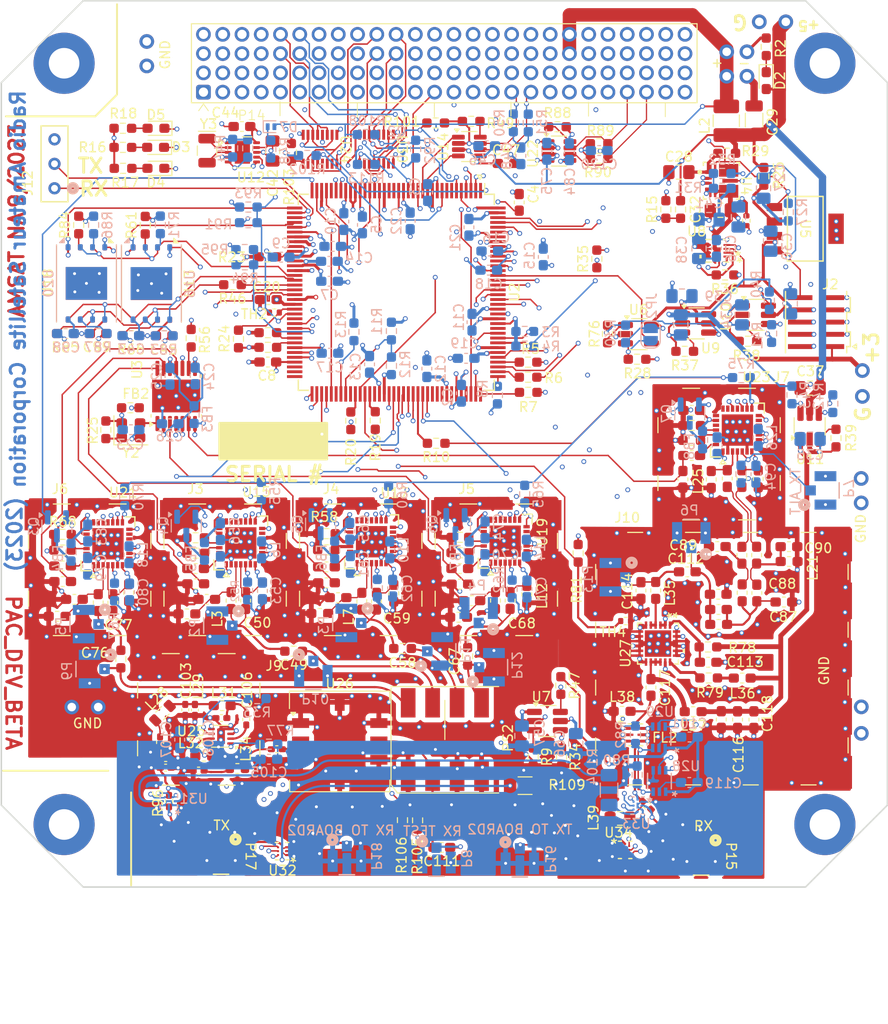
<source format=kicad_pcb>
(kicad_pcb (version 20241229) (generator "pcbnew") (generator_version "9.0")
  (title_block (title "PacSat Alpha Board") (rev "0"))
  (layers (0 "F.Cu" signal "Top Components.Cu") (4 "In1.Cu" power "GND.Cu") (6 "In2.Cu" power "Signal 1 H.Cu") (8 "In3.Cu" signal "Signal 2 V.Cu") (10 "In4.Cu" signal "Power.Cu") (2 "B.Cu" signal "BackComponets.Cu") (13 "F.Paste" user) (15 "B.Paste" user) (5 "F.SilkS" user "F.Silkscreen") (7 "B.SilkS" user "B.Silkscreen") (1 "F.Mask" user) (3 "B.Mask" user) (25 "Edge.Cuts" user))
  (net 0 "")
  (net 1 "GND")
  (net 2 "+3.3V")
  (net 3 "VSYS")
  (net 4 "REG_3V3")
  (net 5 "REG_1V2")
  (net 6 "AX5043_3V3")
  (net 7 "SSPA_VCC")
  (net 8 "TX_OUT_DRV")
  (net 9 "UART_RX1")
  (net 10 "UART_TX1")
  (net 11 "ATTACHED")
  (net 12 "ALERT_SIGNAL")
  (net 13 "FCODE_D0")
  (net 14 "FCODE_D3")
  (net 15 "FCODE_STROBE")
  (net 16 "CMD_MODE")
  (net 17 "PB_ENABLE")
  (net 18 "UART_TX2")
  (net 19 "UART_RX2")
  (net 20 "AX5043_MOSI")
  (net 21 "AX5043_MISO")
  (net 22 "AX5043_CLK")
  (net 23 "FAULT_N")
  (net 24 "VER_BIT3")
  (net 25 "VER_BIT2")
  (net 26 "VER_BIT1")
  (net 27 "VER_BIT0")
  (net 28 "I2C_SDA")
  (net 29 "I2C_SCL")
  (net 30 "USB_Suspend_Low")
  (net 31 "AX5043_IRQ_RX1")
  (net 32 "AX5043_IRQ_RX3")
  (net 33 "PWR_FLAG_AX5043")
  (net 34 "PWR_FLAG_SSPA")
  (net 35 "POWER_ENABLE")
  (net 36 "MRAM_MOSI")
  (net 37 "MRAM_MISO")
  (net 38 "MRAM_CLK")
  (net 39 "MRAM_NCS0")
  (net 40 "FEED_WATCHDOG")
  (net 41 "HW_POWER_OFF_N")
  (net 42 "AX5043_IRQ_RX2")
  (net 43 "AX5043_IRQ_TX")
  (net 44 "+5V")
  (net 45 "/Rx_Power_Divider/S+")
  (net 46 "AX5043_IRQ_RX4")
  (net 48 "FAULT1_N")
  (net 50 "PA_TEMP")
  (net 51 "CAN_A_TX")
  (net 52 "CAN_A_RX")
  (net 53 "/AX5043/RX_2_ax5043/RX2ANT_N")
  (net 54 "/AX5043/RX_2_ax5043/RX2ANT_P")
  (net 55 "/AX5043/RX_3_ax5043/RX3_N")
  (net 56 "/AX5043/RX_3_ax5043/RX3_P")
  (net 57 "/AX5043/RX_4_ax5043/RX4ANT_N")
  (net 58 "/AX5043/RX_4_ax5043/RX4ANT_P")
  (net 59 "/AX5043/RX_1_ax5043/RXANT_N")
  (net 60 "/AX5043/RX_1_ax5043/RXANT_P")
  (net 61 "Port1_P")
  (net 62 "Port2_P")
  (net 63 "Port3_P")
  (net 64 "Port4_P")
  (net 65 "Processor_Reset")
  (net 66 "Clock_TX")
  (net 67 "Clock_RX1")
  (net 68 "Clock_RX2")
  (net 69 "Clock_RX3")
  (net 70 "Clock_RX4")
  (net 71 "Clock_CPU")
  (net 72 "+1.2V")
  (net 73 "POWER_TEMP")
  (net 74 "LNA_ENABLE")
  (net 75 "/AX5043/TX_ax5043/TXb_N")
  (net 76 "/AX5043/TX_ax5043/TXb_P")
  (net 77 "/AX5043/TX_ax5043/TXANT_P")
  (net 78 "/AX5043/TX_ax5043/TXa_P")
  (net 79 "/AX5043/TX_ax5043/TCANT_N")
  (net 80 "/AX5043/TX_ax5043/TXa_N")
  (net 81 "Net-(Y2-VDD)")
  (net 82 "Net-(U3-1G)")
  (net 83 "Net-(U5-Vin)")
  (net 84 "Net-(U4-VIN)")
  (net 85 "Net-(U8-SS)")
  (net 86 "Net-(U12-Vbat)")
  (net 87 "Net-(C48-Pad1)")
  (net 88 "Net-(P2-In)")
  (net 89 "Net-(C52-Pad1)")
  (net 90 "Net-(C53-Pad1)")
  (net 91 "Net-(U15-CLK16P)")
  (net 92 "Net-(P3-In)")
  (net 93 "Net-(C61-Pad1)")
  (net 94 "Net-(C62-Pad1)")
  (net 95 "Net-(U17-CLK16P)")
  (net 96 "Net-(P4-In)")
  (net 97 "Net-(C70-Pad1)")
  (net 98 "Net-(C71-Pad1)")
  (net 99 "Net-(U19-CLK16P)")
  (net 100 "Net-(P5-In)")
  (net 101 "Net-(C79-Pad1)")
  (net 102 "Net-(C80-Pad2)")
  (net 103 "Net-(U21-CLK16P)")
  (net 104 "Net-(C86-Pad1)")
  (net 105 "Net-(C93-Pad1)")
  (net 106 "Net-(C94-Pad1)")
  (net 107 "Net-(U23-CLK16P)")
  (net 108 "Net-(C102-Pad1)")
  (net 109 "Net-(C103-Pad2)")
  (net 110 "Net-(C104-Pad1)")
  (net 111 "Net-(C105-Pad1)")
  (net 112 "Net-(C106-Pad1)")
  (net 113 "Net-(C109-Pad2)")
  (net 114 "Net-(U26-S1)")
  (net 115 "Net-(P8-In)")
  (net 116 "Net-(P13-In)")
  (net 117 "Net-(U27-VBIAS)")
  (net 118 "Net-(U29-FLTR)")
  (net 119 "Net-(C117-Pad1)")
  (net 120 "Net-(D2-K)")
  (net 121 "Net-(D3-A)")
  (net 122 "Net-(D3-K)")
  (net 123 "Net-(D4-A)")
  (net 124 "Net-(D4-K)")
  (net 125 "Net-(D5-K)")
  (net 126 "Net-(D5-A)")
  (net 127 "Net-(D7-K)")
  (net 128 "Net-(FL2-INPUT)")
  (net 129 "Net-(J2-P2)")
  (net 130 "Net-(J2-P7)")
  (net 131 "Net-(J2-P8)")
  (net 132 "Net-(J2-P4)")
  (net 133 "Net-(J2-P6)")
  (net 134 "Net-(U6-EN_N)")
  (net 135 "Net-(U15-L2)")
  (net 136 "Net-(U15-L1)")
  (net 137 "Net-(U17-L1)")
  (net 138 "Net-(U17-L2)")
  (net 139 "Net-(U19-L2)")
  (net 140 "Net-(U19-L1)")
  (net 141 "Net-(U21-L1)")
  (net 142 "Net-(U21-L2)")
  (net 143 "Net-(U23-L2)")
  (net 144 "Net-(U23-L1)")
  (net 145 "Net-(C110-Pad2)")
  (net 146 "Net-(L35-Pad2)")
  (net 147 "Net-(U27-IREF)")
  (net 148 "Net-(P7-In)")
  (net 186 "ACTIVE1_N")
  (net 193 "PRESENCE1_N")
  (net 220 "Net-(U2-TCK)")
  (net 221 "Net-(U2-TDI)")
  (net 222 "Net-(U2-TMS)")
  (net 223 "Net-(U2-nTRST)")
  (net 224 "Net-(U2-MIBSPI1CLK)")
  (net 225 "Net-(U2-AD1IN_6)")
  (net 226 "Net-(U2-AD1IN_13)")
  (net 227 "Net-(U2-AD1IN_12)")
  (net 228 "Net-(U2-nPORRST)")
  (net 229 "Net-(U2-AD1IN_16)")
  (net 230 "Net-(Y2-VC)")
  (net 231 "Net-(U4-FB)")
  (net 232 "Net-(U8-ILIM)")
  (net 233 "Net-(U9-SETI)")
  (net 234 "Net-(U10-SETI)")
  (net 235 "Net-(U11-SETI)")
  (net 236 "Net-(U12-INTB_N)")
  (net 237 "Net-(U13-SCK)")
  (net 238 "Net-(U14-STB)")
  (net 239 "Net-(U15-ANTP1)")
  (net 240 "Net-(U15-GPADC1)")
  (net 241 "Net-(U15-GPADC2)")
  (net 242 "Net-(U15-CLK)")
  (net 243 "Net-(U17-ANTP1)")
  (net 244 "Net-(U17-GPADC1)")
  (net 245 "Net-(U17-GPADC2)")
  (net 246 "Net-(U17-CLK)")
  (net 247 "Net-(U19-ANTP1)")
  (net 248 "Net-(U19-GPADC1)")
  (net 249 "Net-(U19-GPADC2)")
  (net 250 "Net-(U19-CLK)")
  (net 251 "Net-(U21-ANTP1)")
  (net 252 "Net-(U21-GPADC1)")
  (net 253 "Net-(U21-GPADC2)")
  (net 254 "Net-(U21-CLK)")
  (net 255 "Net-(U23-GPADC1)")
  (net 256 "Net-(U23-GPADC2)")
  (net 257 "Net-(U23-CLK)")
  (net 258 "Net-(U25-Vb)")
  (net 274 "Net-(U3-CLKIN)")
  (net 277 "Net-(U12-X1)")
  (net 278 "Net-(U12-X2)")
  (net 330 "Net-(U28-FLTR)")
  (net 331 "Net-(U28-RFIN)")
  (net 332 "POW_MEAS_EN")
  (net 333 "REV_PWR")
  (net 334 "FWD_PWR")
  (net 335 "AX5043 PWR EN")
  (net 336 "PA PWR EN")
  (net 339 "Net-(U12-INTA_N)")
  (net 340 "Net-(U6-WDO_N)")
  (net 342 "HW_POWER_OFF2_N")
  (net 343 "Net-(Q3-D)")
  (net 344 "Net-(Q4-D)")
  (net 345 "Net-(Q5-D)")
  (net 346 "Net-(Q6-D)")
  (net 347 "Net-(Q7-D)")
  (net 348 "AX5043_EN_RX1_N")
  (net 349 "AX5043_EN_RX2_N")
  (net 350 "AX5043_EN_RX3_N")
  (net 351 "AX5043_EN_RX4_N")
  (net 352 "AX5043_EN_TX_N")
  (net 353 "AX5043_SEL4_N")
  (net 354 "AX5043_SEL3_N")
  (net 355 "AX5043_SEL2_N")
  (net 356 "AX5043_SEL1_N")
  (net 357 "AX5043_SEL_TX_N")
  (net 359 "Net-(U15-VDD_IO)")
  (net 360 "Net-(U17-VDD_IO)")
  (net 361 "Net-(U19-VDD_IO)")
  (net 362 "Net-(U21-VDD_IO)")
  (net 363 "Net-(U23-VDD_IO)")
  (net 364 "ACTIVE2_N")
  (net 365 "LNA_VCC")
  (net 366 "Net-(U7-SETI)")
  (net 367 "Net-(U25-~{EN})")
  (net 368 "PWR_FLAG_LNA")
  (net 369 "MRAM_NCS1")
  (net 370 "MRAM_NCS2")
  (net 371 "MRAM_NCS3")
  (net 372 "Net-(U3-Y5)")
  (net 373 "Net-(U13-WP#{slash}IO2)")
  (net 374 "Net-(U13-RST{slash}IO3)")
  (net 375 "Net-(U16-WP#{slash}IO2)")
  (net 376 "Net-(U16-RST{slash}IO3)")
  (net 377 "Net-(U18-WP#{slash}IO2)")
  (net 378 "Net-(U18-RST{slash}IO3)")
  (net 379 "Net-(U20-WP#{slash}IO2)")
  (net 380 "Net-(U20-RST{slash}IO3)")
  (net 381 "Net-(C120-Pad1)")
  (net 382 "CANA-")
  (net 383 "CANA+")
  (net 384 "Net-(U22-STB)")
  (net 385 "CANB+")
  (net 386 "CANB-")
  (net 387 "CAN_B_RX")
  (net 388 "CAN_B_TX")
  (net 389 "Net-(L36-Pad1)")
  (net 390 "FAULT2_N")
  (net 391 "HW_POWER_OFF1_N")
  (net 392 "PRESENCE2_N")
  (net 393 "BOARD_NUM")
  (net 394 "OTHER_PRESENCE_N")
  (net 395 "Net-(U24-D3)")
  (net 396 "ACTIVE_N")
  (net 397 "OTHER_FAULT_N")
  (net 398 "OTHER_ACTIVE_N")
  (net 403 "OTHER_HW_POWER_OFF")
  (net 404 "EXTERN_CONTROL")
  (net 405 "Net-(P15-In)")
  (net 406 "RF_OUT_SWITCH")
  (net 407 "Net-(P16-In)")
  (net 408 "Net-(P17-In)")
  (net 409 "Net-(P18-In)")
  (net 410 "Net-(U33-RF1)")
  (net 411 "Net-(U34-RF2)")
  (net 412 "RF_IN_SWITCH")
  (net 414 "OTHER_HW_POWER_OFF_N")
  (net 415 "BOARD1_RF_BYPASS")
  (net 416 "BOARD2_RF_BYPASS")
  (net 417 "RF_SWITCH_EN")
  (footprint "Capacitor_SMD:C_0603_1608Metric_Pad1.08x0.95mm_HandSolder" (layer "F.Cu") (at 203.7715 78.9305 90)
    (property "Reference" "C4")
    (property "Value" "100n")
  )
  (footprint "Capacitor_SMD:C_0603_1608Metric_Pad1.08x0.95mm_HandSolder" (layer "F.Cu") (at 177.673 95.504 180)
    (property "Reference" "C8")
    (property "Value" "100n")
  )
  (footprint "Capacitor_SMD:C_0603_1608Metric_Pad1.08x0.95mm_HandSolder" (layer "F.Cu") (at 177.7238 89.027 180)
    (property "Reference" "C20")
    (property "Value" "100n")
  )
  (footprint "PacSatDev_ti:TQFP-144_20x20mm_Pitch0.5mm" (layer "F.Cu") (at 191.008 88.265 -90)
    (property "Reference" "U2")
    (property "Value" "TMS570LS0914PGE")
  )
  (footprint "Resistor_SMD:R_0603_1608Metric_Pad0.98x0.95mm_HandSolder" (layer "F.Cu") (at 183.75815 113.314554 180)
    (property "Reference" "R58")
    (property "Value" "0R")
  )
  (footprint "Inductor_SMD:L_0603_1608Metric" (layer "F.Cu") (at 174.5075 137.7 180)
    (property "Reference" "L34")
    (property "Value" "47n 2% Q=73")
  )
  (footprint "Resistor_SMD:R_0603_1608Metric_Pad0.98x0.95mm_HandSolder" (layer "F.Cu") (at 204.7075 98.65 180)
    (property "Reference" "R7")
    (property "Value" "22")
  )
  (footprint "PacSatDev_misc:TE_2118714-2" (layer "F.Cu") (at 224.525 105.059999 180)
    (property "Reference" "J7")
    (property "Value" "2118714-2")
  )
  (footprint "Capacitor_SMD:C_0603_1608Metric_Pad1.08x0.95mm_HandSolder" (layer "F.Cu") (at 188.95 120.3325 -90)
    (property "Reference" "C59")
    (property "Value" "15p")
  )
  (footprint "Capacitor_SMD:C_0603_1608Metric_Pad1.08x0.95mm_HandSolder" (layer "F.Cu") (at 184.9575 119.96)
    (property "Reference" "C60" (hide yes))
    (property "Value" "15p")
  )
  (footprint "PacSatDev_misc:Wire_Hole" (layer "F.Cu") (at 227.4136 63.3 90)
    (property "Reference" "H16" (hide yes))
    (property "Value" "Wire_Hole" (hide yes))
  )
  (footprint "Inductor_SMD:L_0603_1608Metric_Pad1.05x0.95mm_HandSolder" (layer "F.Cu") (at 160.06 120.475 90)
    (property "Reference" "L15" (hide yes))
    (property "Value" "78n 2% Q=28")
  )
  (footprint "PacSatDev_ti:DYY0016A" (layer "F.Cu") (at 188.95 73.4 -90)
    (property "Reference" "U30")
    (property "Value" "SN3257QDYYRQ1")
  )
  (footprint "Capacitor_SMD:C_0603_1608Metric_Pad1.08x0.95mm_HandSolder" (layer "F.Cu") (at 221.686 105.204)
    (property "Reference" "C96" (hide yes))
    (property "Value" "10p")
  )
  (footprint "PacSatDev_misc:Wire_Hole" (layer "F.Cu") (at 157.309097 131.32 90)
    (property "Reference" "H18" (hide yes))
    (property "Value" "Wire_Hole" (hide yes))
  )
  (footprint "PacSatDev_misc:TE_2118714-2" (layer "F.Cu") (at 187.315 117.07)
    (property "Reference" "J4")
    (property "Value" "2118714-2")
  )
  (footprint "Package_TO_SOT_SMD:TSOT-23-8" (layer "F.Cu") (at 207.9025 73.605)
    (property "Reference" "U22")
    (property "Value" "TCAN1044ADDFRQ1")
  )
  (footprint "Capacitor_SMD:C_0603_1608Metric_Pad1.08x0.95mm_HandSolder" (layer "F.Cu") (at 161.58 120.4825 -90)
    (property "Reference" "C77")
    (property "Value" "15p")
  )
  (footprint "Resistor_SMD:R_0603_1608Metric_Pad0.98x0.95mm_HandSolder" (layer "F.Cu") (at 193.22 143.0775 90)
    (property "Reference" "R105")
    (property "Value" "10K")
  )
  (footprint "Resistor_SMD:R_0603_1608Metric_Pad0.98x0.95mm_HandSolder" (layer "F.Cu") (at 225.1475 86.465198 180)
    (property "Reference" "R36")
    (property "Value" "53.2K 1%")
  )
  (footprint "Resistor_SMD:R_0603_1608Metric_Pad0.98x0.95mm_HandSolder" (layer "F.Cu") (at 162.615808 71.24)
    (property "Reference" "R18")
    (property "Value" "3K")
  )
  (footprint "Resistor_SMD:R_1206_3216Metric_Pad1.30x1.75mm_HandSolder" (layer "F.Cu") (at 204.38 139.48 180)
    (property "Reference" "R109")
    (property "Value" "50R >=2W")
  )
  (footprint "PacSatDev_misc:TDFN-10-1EP_3x3mm_P0.5mm_EP0.9x2mm" (layer "F.Cu") (at 175.025 73.74)
    (property "Reference" "U12")
    (property "Value" "MAX31331TETB+")
  )
  (footprint "Capacitor_SMD:C_0603_1608Metric_Pad1.08x0.95mm_HandSolder" (layer "F.Cu") (at 197.61 118.56 180)
    (property "Reference" "C72" (hide yes))
    (property "Value" "6.8p")
  )
  (footprint "PacSatDev_misc:CUBESAT_MOUNT_HOLE" (layer "F.Cu") (at 235.5088 143.51)
    (property "Reference" "H5" (hide yes))
    (property "Value" "CUBESAT_MOUNT_HOLE" (hide yes))
  )
  (footprint "LED_SMD:LED_0603_1608Metric_Pad1.05x0.95mm_HandSolder" (layer "F.Cu") (at 166.046693 75.3956 180)
    (property "Reference" "D4")
    (property "Value" "YELLOW LED")
  )
  (footprint "PacSatDev_misc:PacSat_Dev_4_26" (layer "F.Cu") (at 170.9856 67.4906)
    (property "Reference" "P14")
    (property "Value" "Conn_04x26_Pin")
  )
  (footprint "Package_TO_SOT_SMD:SOT-23-6_Handsoldering" (layer "F.Cu") (at 206.69 132.7725)
    (property "Reference" "U7")
    (property "Value" "MAX4495AAUT")
  )
  (footprint "PacSatDev_misc:Wire_Hole" (layer "F.Cu") (at 239.4 99.07 -90)
    (property "Reference" "H9" (hide yes))
    (property "Value" "Wire_Hole" (hide yes))
  )
  (footprint "PacSatDev_misc:QFN24_TQP7M9104_QOR" (layer "F.Cu") (at 218.1823 124.73 -90)
    (property "Reference" "U27")
    (property "Value" "TQP7M9106")
  )
  (footprint "Resistor_SMD:R_0603_1608Metric_Pad0.98x0.95mm_HandSolder" (layer "F.Cu") (at 216.0055 95.216)
    (property "Reference" "R28")
    (property "Value" "10k")
  )
  (footprint "Capacitor_SMD:C_0402_1005Metric_Pad0.74x0.62mm_HandSolder" (layer "F.Cu") (at 166.48 134.9875 -90)
    (property "Reference" "C102" (hide yes))
    (property "Value" "6.5p 1%")
  )
  (footprint "Capacitor_SMD:C_0603_1608Metric_Pad1.08x0.95mm_HandSolder" (layer "F.Cu") (at 224.46 121.19 180)
    (property "Reference" "C86" (hide yes))
    (property "Value" "NS")
  )
  (footprint "Package_SON:WSON-8-1EP_8x6mm_P1.27mm_EP3.4x4.3mm" (layer "F.Cu") (at 158.835 87.35 -90)
    (property "Reference" "U18")
    (property "Value" "AS1016204-0108X0PWAY")
  )
  (footprint "Capacitor_SMD:C_0603_1608Metric_Pad1.08x0.95mm_HandSolder" (layer "F.Cu") (at 183.75815 118.421054 180)
    (property "Reference" "C63" (hide yes))
    (property "Value" "6.8p")
  )
  (footprint "Capacitor_SMD:C_0603_1608Metric_Pad1.08x0.95mm_HandSolder" (layer "F.Cu") (at 202.825 120.26 -90)
    (property "Reference" "C68")
    (property "Value" "15p")
  )
  (footprint "Capacitor_SMD:C_0603_1608Metric_Pad1.08x0.95mm_HandSolder" (layer "F.Cu") (at 221.2275 117.28 180)
    (property "Reference" "C112")
    (property "Value" "100p")
  )
  (footprint "Capacitor_SMD:C_1206_3216Metric" (layer "F.Cu") (at 228.16 70.395 90)
    (property "Reference" "C29")
    (property "Value" "10u 10v")
  )
  (footprint "PacSatDev_misc:CONN1_CONUFL_TEC" (layer "F.Cu") (at 172.814999 147.25 180)
    (property "Reference" "P17")
    (property "Value" "CONUFL001-SMD-T")
  )
  (footprint "PacSatDev_misc:Wire_Hole" (layer "F.Cu") (at 239.28 107.59 -90)
    (property "Reference" "H6" (hide yes))
    (property "Value" "Wire_Hole" (hide yes))
  )
  (footprint "Resistor_SMD:R_0603_1608Metric_Pad0.98x0.95mm_HandSolder" (layer "F.Cu") (at 195.15 103.94 180)
    (property "Reference" "R10")
    (property "Value" "33")
  )
  (footprint "Resistor_SMD:R_0603_1608Metric_Pad0.98x0.95mm_HandSolder" (layer "F.Cu") (at 174 87.48 180)
    (property "Reference" "R46")
    (property "Value" "33")
  )
  (footprint "PacSatDev_ti:DYY0016A" (layer "F.Cu") (at 183.089998 73.419997 -90)
    (property "Reference" "U24")
    (property "Value" "SN3257QDYYRQ1")
  )
  (footprint "PacSatDev_misc:CUBESAT_MOUNT_HOLE" (layer "F.Cu") (at 235.5088 64.4906)
    (property "Reference" "H4" (hide yes))
    (property "Value" "CUBESAT_MOUNT_HOLE" (hide yes))
  )
  (footprint "Inductor_SMD:L_0603_1608Metric_Pad1.05x0.95mm_HandSolder" (layer "F.Cu") (at 217.94 119.21 -90)
    (property "Reference" "L35")
    (property "Value" "17n 2% Q>=40")
  )
  (footprint "Capacitor_SMD:C_0805_2012Metric_Pad1.18x1.45mm_HandSolder" (layer "F.Cu") (at 178.1624 73.5976 -90)
    (property "Reference" "C42")
    (property "Value" "47u 10V")
  )
  (footprint "PacSatDev_misc:Wire_Hole" (layer "F.Cu") (at 239.28 110.13 -90)
    (property "Reference" "H7" (hide yes))
    (property "Value" "Wire_Hole" (hide yes))
  )
  (footprint "Capacitor_SMD:C_0603_1608Metric_Pad1.08x0.95mm_HandSolder" (layer "F.Cu") (at 195.736781 145.886583 180)
    (property "Reference" "C111")
    (property "Value" "1n")
  )
  (footprint "Capacitor_SMD:C_0603_1608Metric_Pad1.08x0.95mm_HandSolder" (layer "F.Cu") (at 228.44 119.4775 -90)
    (property "Reference" "C88")
    (property "Value" "5.1p 1%")
  )
  (footprint "PacSatDev_misc:QPC1022_QOR" (layer "F.Cu") (at 214.766944 146.145506)
    (property "Reference" "U34")
    (property "Value" "QPC1022TR7")
  )
  (footprint "Inductor_SMD:L_0603_1608Metric_Pad1.05x0.95mm_HandSolder" (layer "F.Cu") (at 231.795 116.21)
    (property "Reference" "L21")
    (property "Value" "27n 2% Q=40")
  )
  (footprint "Capacitor_SMD:C_0402_1005Metric_Pad0.74x0.62mm_HandSolder" (layer "F.Cu") (at 178.602224 135.6975 180)
    (property "Reference" "C109" (hide yes))
    (property "Value" "1n")
  )
  (footprint "Resistor_SMD:R_0603_1608Metric_Pad0.98x0.95mm_HandSolder" (layer "F.Cu") (at 156.35 113.39 180)
    (property "Reference" "R68")
    (property "Value" "0R")
  )
  (footprint "Capacitor_SMD:C_0603_1608Metric_Pad1.08x0.95mm_HandSolder" (layer "F.Cu") (at 156.3675 118.29 180)
    (property "Reference" "C81" (hide yes))
    (property "Value" "6.8p")
  )
  (footprint "Capacitor_SMD:C_0402_1005Metric_Pad0.74x0.62mm_HandSolder" (layer "F.Cu") (at 172.8475 132.46 180)
    (property "Reference" "C104" (hide yes))
    (property "Value" "6.4p 1%")
  )
  (footprint "Capacitor_SMD:C_0603_1608Metric_Pad1.08x0.95mm_HandSolder" (layer "F.Cu") (at 228.14125 132.625 -90)
    (property "Reference" "C118")
    (property "Value" "10u")
  )
  (footprint "Capacitor_SMD:C_0603_1608Metric_Pad1.08x0.95mm_HandSolder" (layer "F.Cu") (at 160.047499 92.55)
    (property "Reference" "C99")
    (property "Value" "1u")
  )
  (footprint "Capacitor_SMD:C_0603_1608Metric_Pad1.08x0.95mm_HandSolder" (layer "F.Cu") (at 225.374 107.5965 -90)
    (property "Reference" "C91" (hide yes))
    (property "Value" "4.3p 1%")
  )
  (footprint "PacSatDev_misc:Wire_Hole" (layer "F.Cu") (at 225.3136 63.3 90)
    (property "Reference" "H14" (hide yes))
    (property "Value" "Wire_Hole" (hide yes))
  )
  (footprint "PacSatDev_misc:Wire_Hole" (layer "F.Cu") (at 239.29 134.05)
    (property "Reference" "H21" (hide yes))
    (property "Value" "Wire_Hole" (hide yes))
  )
  (footprint "PacSatDev_misc:Wire_Hole" (layer "F.Cu") (at 228.7 60.19 -90)
    (property "Reference" "H11" (hide yes))
    (property "Value" "Wire_Hole" (hide yes))
  )
  (footprint "Resistor_SMD:R_0603_1608Metric_Pad0.98x0.95mm_HandSolder" (layer "F.Cu") (at 162.618307 73.2242)
    (property "Reference" "R16")
    (property "Value" "3K")
  )
  (footprint "Capacitor_SMD:C_0603_1608Metric_Pad1.08x0.95mm_HandSolder" (layer "F.Cu") (at 174.9815 71.057 180)
    (property "Reference" "C44")
    (property "Value" ".1u")
  )
  (footprint "PacSatDev_misc:Wire_Hole" (layer "F.Cu") (at 227.4136 65.84 90)
    (property "Reference" "H17" (hide yes))
    (property "Value" "Wire_Hole" (hide yes))
  )
  (footprint "Inductor_SMD:L_0603_1608Metric_Pad1.05x0.95mm_HandSolder" (layer "F.Cu") (at 224.475 122.74)
    (property "Reference" "L19" (hide yes))
    (property "Value" "0")
  )
  (footprint "Inductor_SMD:L_0603_1608Metric_Pad1.05x0.95mm_HandSolder" (layer "F.Cu") (at 169.265 121.65)
    (property "Reference" "L5" (hide yes))
    (property "Value" "1n")
  )
  (footprint "Resistor_SMD:R_0603_1608Metric_Pad0.98x0.95mm_HandSolder" (layer "F.Cu") (at 204.69 97.08 180)
    (property "Reference" "R6")
    (property "Value" "22")
  )
  (footprint "PacSatDev_misc:QPC1022_QOR" (layer "F.Cu") (at 179.15 146.277699 180)
    (property "Reference" "U32")
    (property "Value" "QPC1022TR7")
  )
  (footprint "PacSatDev_misc:TE_2118714-2" (layer "F.Cu") (at 201.395 117.07)
    (property "Reference" "J5")
    (property "Value" "2118714-2")
  )
  (footprint "Package_TO_SOT_SMD:SOT-23-6_Handsoldering" (layer "F.Cu") (at 222.09 91.4945)
    (property "Reference" "U9")
    (property "Value" "MAX4495AAUT")
  )
  (footprint "Resistor_SMD:R_0603_1608Metric_Pad0.98x0.95mm_HandSolder" (layer "F.Cu") (at 212.94 92.59 -90)
    (property "Reference" "R76")
    (property "Value" "0")
  )
  (footprint "Resistor_SMD:R_0603_1608Metric_Pad0.98x0.95mm_HandSolder" (layer "F.Cu") (at 177.673 84.582)
    (property "Reference" "R23")
    (property "Value" "3k3")
  )
  (footprint "Capacitor_SMD:C_0603_1608Metric_Pad1.08x0.95mm_HandSolder" (layer "F.Cu") (at 224.75125 132.6125 -90)
    (property "Reference" "C115" (hide yes))
    (property "Value" "100p")
  )
  (footprint "Inductor_SMD:L_0603_1608Metric_Pad1.05x0.95mm_HandSolder" (layer "F.Cu") (at 226.89 115.56 90)
    (property "Reference" "L22" (hide yes))
    (property "Value" "43n 2% Q=40")
  )
  (footprint "Capacitor_SMD:C_0805_2012Metric_Pad1.18x1.45mm_HandSolder" (layer "F.Cu") (at 220.34844 75.790934 180)
    (property "Reference" "C28")
    (property "Value" "4.7u")
  )
  (footprint "Resistor_SMD:R_0603_1608Metric_Pad0.98x0.95mm_HandSolder" (layer "F.Cu") (at 220.525 79.6675 -90)
    (property "Reference" "R14" (hide yes))
    (property "Value" "10K")
  )
  (footprint "Inductor_SMD:L_0603_1608Metric_Pad1.05x0.95mm_HandSolder" (layer "F.Cu") (at 172.93 131.17 180)
    (property "Reference" "L31")
    (property "Value" "91n 2% Q=64")
  )
  (footprint "Capacitor_SMD:C_0402_1005Metric_Pad0.74x0.62mm_HandSolder" (layer "F.Cu") (at 170.4825 137.92)
    (property "Reference" "C110" (hide yes))
    (property "Value" "580p 2%")
  )
  (footprint "Resistor_SMD:R_0402_1005Metric_Pad0.72x0.64mm_HandSolder" (layer "F.Cu") (at 167.41 141.0825 90)
    (property "Reference" "R96")
    (property "Value" "0")
  )
  (footprint "Resistor_SMD:R_0603_1608Metric_Pad0.98x0.95mm_HandSolder" (layer "F.Cu") (at 162.41 126.3375 90)
    (property "Reference" "C76")
    (property "Value" "100p")
  )
  (footprint "Resistor_SMD:R_0603_1608Metric_Pad0.98x0.95mm_HandSolder" (layer "F.Cu") (at 198.7825 70.52 180)
    (property "Reference" "R49")
    (property "Value" "10K")
  )
  (footprint "Capacitor_SMD:C_0603_1608Metric_Pad1.08x0.95mm_HandSolder" (layer "F.Cu") (at 221.6875 100.5275 180)
    (property "Reference" "C97" (hide yes))
    (property "Value" "10n")
  )
  (footprint "Resistor_SMD:R_0402_1005Metric" (layer "F.Cu") (at 178.35 90.37 180)
    (property "Reference" "TH2")
    (property "Value" "NCU15XH103F60RC 10K@25C")
  )
  (footprint "PacSatDev_misc:CUBESAT_MOUNT_HOLE" (layer "F.Cu") (at 156.5148 143.51)
    (property "Reference" "H3" (hide yes))
    (property "Value" "CUBESAT_MOUNT_HOLE" (hide yes))
  )
  (footprint "PacSatDev_misc:Wire_Hole" (layer "F.Cu") (at 165.1 64.77 90)
    (property "Reference" "H13" (hide yes))
    (property "Value" "Wire_Hole" (hide yes))
  )
  (footprint "PacSatDev_onsemi:QFN28" (layer "F.Cu") (at 226.425 102.5665 90)
    (property "Reference" "U23")
    (property "Value" "AX5043" (hide yes))
  )
  (footprint "Resistor_SMD:R_0603_1608Metric_Pad0.98x0.95mm_HandSolder" (layer "F.Cu") (at 229.42 62.7875 90)
    (property "Reference" "R2")
    (property "Value" "2.4K")
  )
  (footprint "Resistor_SMD:R_0603_1608Metric_Pad0.98x0.95mm_HandSolder" (layer "F.Cu") (at 195.0975 70.69)
    (property "Reference" "R101")
    (property "Value" "10K")
  )
  (footprint "Resistor_SMD:R_0402_1005Metric" (layer "F.Cu") (at 227.36 80.840001 90)
    (property "Reference" "TH3" (hide yes))
    (property "Value" "NCU15XH103F60RC 10K@25C")
  )
  (footprint "LED_SMD:LED_0603_1608Metric_Pad1.05x0.95mm_HandSolder" (layer "F.Cu") (at 166.0175 73.22 180)
    (property "Reference" "D3")
    (property "Value" "RED LED")
  )
  (footprint "Capacitor_SMD:C_0603_1608Metric_Pad1.08x0.95mm_HandSolder" (layer "F.Cu") (at 197.6025 116.94)
    (property "Reference" "C73" (hide yes))
    (property "Value" "10p")
  )
  (footprint "PacSatDev_misc:TE_2118718-2" (layer "F.Cu") (at 224.815 126.295)
    (property "Reference" "J10")
    (property "Value" "2118718-2")
  )
  (footprint "Capacitor_SMD:C_0603_1608Metric_Pad1.08x0.95mm_HandSolder" (layer "F.Cu") (at 226.44125 132.6225 -90)
    (property "Reference" "C116")
    (property "Value" "1n")
  )
  (footprint "PacSatDev_misc:Wire_Hole" (layer "F.Cu") (at 231.450904 60.19 -90)
    (property "Reference" "H10" (hide yes))
    (property "Value" "Wire_Hole" (hide yes))
  )
  (footprint "Inductor_SMD:L_0603_1608Metric_Pad1.05x0.95mm_HandSolder" (layer "F.Cu") (at 171.015001 136.42 180)
    (property "Reference" "L32")
    (property "Value" "180n 2%")
  )
  (footprint "Package_TO_SOT_SMD:SOT-23-6_Handsoldering" (layer "F.Cu") (at 228.2959 90.6059)
    (property "Reference" "U10")
    (property "Value" "MAX4495AAUT")
  )
  (footprint "Inductor_SMD:L_0603_1608Metric_Pad1.05x0.95mm_HandSolder" (layer "F.Cu") (at 177.11 119.2625 90)
    (property "Reference" "L4" (hide yes))
    (property "Value" "78n")
  )
  (footprint "Resistor_SMD:R_0603_1608Metric_Pad0.98x0.95mm_HandSolder" (layer "F.Cu") (at 236.6605 103.398601 -90)
    (property "Reference" "R39")
    (property "Value" "45.8K 1%")
  )
  (footprint "PacSatDev_misc:CON3_1X3_TU_HTS_SAI" (layer "F.Cu") (at 155.52 74.93 90)
    (property "Reference" "J12")
    (property "Value" "TS-103-G-A")
  )
  (footprint "Package_SO:Texas_HTSSOP-14-1EP_4.4x5mm_P0.65mm_EP3.4x5mm_Mask3.155x3.255mm" (layer "F.Cu") (at 168.155 99.03 90)
    (property "Reference" "U3")
    (property "Value" "LMK1C1106A")
  )
  (footprint "Resistor_SMD:R_0603_1608Metric_Pad0.98x0.95mm_HandSolder" (layer "F.Cu") (at 163.454998 92.77 180)
    (property "Reference" "R66")
    (property "Value" "10K")
  )
  (footprint "Package_DFN_QFN:DFN-8-1EP_2x2mm_P0.5mm_EP0.8x1.6mm" (layer "F.Cu") (at 172.810001 134.349999 180)
    (property "Reference" "U25")
    (property "Value" "QPL9547")
  )
  (footprint "Resistor_SMD:R_0603_1608Metric_Pad0.98x0.95mm_HandSolder" (layer "F.Cu") (at 163.4 100.25 180)
    (property "Reference" "FB2")
    (property "Value" "1K @ 100MHz")
  )
  (footprint "Package_SON:WSON-8-1EP_8x6mm_P1.27mm_EP3.4x4.3mm" (layer "F.Cu") (at 165.59 87.365 -90)
    (property "Reference" "U13")
    (property "Value" "AS1016204-0108X0PWAY")
  )
  (footprint "Capacitor_SMD:C_0603_1608Metric_Pad1.08x0.95mm_HandSolder" (layer "F.Cu") (at 183.75815 116.770054)
    (property "Reference" "C64" (hide yes))
    (property "Value" "10p")
  )
  (footprint "PacSatDev_misc:CONN1_CONUFL_TEC" (layer "F.Cu") (at 222.654999 147.35 180)
    (property "Reference" "P15")
    (property "Value" "CONUFL001-SMD-T")
  )
  (footprint "Capacitor_SMD:C_0603_1608Metric_Pad1.08x0.95mm_HandSolder" (layer "F.Cu") (at 224.3375 114.66 180)
    (property "Reference" "C89")
    (property "Value" "11p 1%")
  )
  (footprint "Inductor_SMD:L_0603_1608Metric_Pad1.05x0.95mm_HandSolder" (layer "F.Cu") (at 228.59 107.635 90)
    (property "Reference" "L24" (hide yes))
    (property "Value" "100n")
  )
  (footprint "Resistor_SMD:R_0603_1608Metric_Pad0.98x0.95mm_HandSolder" (layer "F.Cu") (at 177.673 93.98)
    (property "Reference" "R21" (hide yes))
    (property "Value" "1k")
  )
  (footprint "Capacitor_SMD:C_0603_1608Metric_Pad1.08x0.95mm_HandSolder" (layer "F.Cu") (at 224.4375 119.61)
    (property "Reference" "C85" (hide yes))
    (property "Value" "NS")
  )
  (footprint "Inductor_SMD:L_0603_1608Metric_Pad1.05x0.95mm_HandSolder" (layer "F.Cu") (at 204.555 119.6225 90)
    (property "Reference" "L12")
    (property "Value" "78n")
  )
  (footprint "Resistor_SMD:R_0603_1608Metric_Pad0.98x0.95mm_HandSolder" (layer "F.Cu") (at 169.71 93.03 90)
    (property "Reference" "R56")
    (property "Value" "33")
  )
  (footprint "Resistor_SMD:R_0603_1608Metric_Pad0.98x0.95mm_HandSolder" (layer "F.Cu") (at 225.32 73.83 180)
    (property "Reference" "R29")
    (property "Value" "0R")
  )
  (footprint "Resistor_SMD:R_0603_1608Metric_Pad0.98x0.95mm_HandSolder" (layer "F.Cu") (at 177.673 92.456)
    (property "Reference" "R22" (hide yes))
    (property "Value" "1k")
  )
  (footprint "Resistor_SMD:R_0603_1608Metric_Pad0.98x0.95mm_HandSolder" (layer "F.Cu") (at 223.37 125.08 180)
    (property "Reference" "R78")
    (property "Value" "280")
  )
  (footprint "Capacitor_SMD:C_0603_1608Metric_Pad1.08x0.95mm_HandSolder" (layer "F.Cu") (at 217.45 129.2825 -90)
    (property "Reference" "C117")
    (property "Value" "130p 1% 30V")
  )
  (footprint "Capacitor_SMD:C_0603_1608Metric_Pad1.08x0.95mm_HandSolder" (layer "F.Cu") (at 216.41 119.22 -90)
    (property "Reference" "C114")
    (property "Value" "39p 1%")
  )
  (footprint "Package_TO_SOT_SMD:TSOT-23-8" (layer "F.Cu") (at 198.5925 73.135)
    (property "Reference" "U14")
    (property "Value" "TCAN1044ADDFRQ1")
  )
  (footprint "Inductor_SMD:L_0603_1608Metric_Pad1.05x0.95mm_HandSolder" (layer "F.Cu") (at 226.925 128.31)
    (property "Reference" "L36")
    (property "Value" "68n")
  )
  (footprint "Resistor_SMD:R_0603_1608Metric_Pad0.98x0.95mm_HandSolder" (layer "F.Cu") (at 227.5209 93.3469 180)
    (property "Reference" "R38")
    (property "Value" "143k 1%")
  )
  (footprint "Crystal:Crystal_SMD_EuroQuartz_EQ161-2Pin_3.2x1.5mm" (layer "F.Cu") (at 171.3575 73.564 -90)
    (property "Reference" "Y3")
    (property "Value" "32.768kHz")
  )
  (footprint "LED_SMD:LED_0603_1608Metric_Pad1.05x0.95mm_HandSolder" (layer "F.Cu") (at 166.0575 71.24 180)
    (property "Reference" "D5")
    (property "Value" "GREEN LED")
  )
  (footprint "Capacitor_SMD:C_0603_1608Metric_Pad1.08x0.95mm_HandSolder" (layer "F.Cu") (at 198.8525 120.2775)
    (property "Reference" "C69" (hide yes))
    (property "Value" "15p")
  )
  (footprint "Capacitor_SMD:C_0805_2012Metric_Pad1.18x1.45mm_HandSolder" (layer "F.Cu") (at 224.655 79.75 180)
    (property "Reference" "C32")
    (property "Value" "10u")
  )
  (footprint "Resistor_SMD:R_0603_1608Metric_Pad0.98x0.95mm_HandSolder" (layer "F.Cu") (at 191.66 125.24 180)
    (property "Reference" "C58")
    (property "Value" "100p")
  )
  (footprint "PacSatDev_misc:CUBESAT_MOUNT_HOLE" (layer "F.Cu") (at 156.5148 64.4906)
    (property "Reference" "H2" (hide yes))
    (property "Value" "CUBESAT_MOUNT_HOLE" (hide yes))
  )
  (footprint "Package_TO_SOT_SMD:SOT-23-5_HandSoldering" (layer "F.Cu") (at 216.15 92.61)
    (property "Reference" "U6")
    (property "Value" "STWD100NYWY3F")
  )
  (footprint "Resistor_SMD:R_0402_1005Metric_Pad0.72x0.64mm_HandSolder" (layer "F.Cu") (at 217.03 141.52 135)
    (property "Reference" "R107" (hide yes))
    (property "Value" "0")
  )
  (footprint "PacSatDev_samtec:FTSH-105-01-L-DV-K" (layer "F.Cu") (at 234.595 91.36 90)
    (property "Reference" "J2")
    (property "Value" "FTSH-105-01-L-DV-K")
  )
  (footprint "Resistor_SMD:R_0603_1608Metric_Pad0.98x0.95mm_HandSolder" (layer "F.Cu") (at 188.8236 101.5746 90)
    (property "Reference" "R19")
    (property "Value" "1k")
  )
  (footprint "Capacitor_SMD:C_0603_1608Metric_Pad1.08x0.95mm_HandSolder" (layer "F.Cu") (at 156.36 116.67)
    (property "Reference" "C82" (hide yes))
    (property "Value" "10p")
  )
  (footprint "Inductor_SMD:L_0603_1608Metric_Pad1.05x0.95mm_HandSolder" (layer "F.Cu") (at 163.22 119.445 90)
    (property "Reference" "L16" (hide yes))
    (property "Value" "78n 2% Q=28")
  )
  (footprint "Resistor_SMD:R_0603_1608Metric_Pad0.98x0.95mm_HandSolder" (layer "F.Cu") (at 205.22 136.4825 -90)
    (property "Reference" "R9")
    (property "Value" "143k 1%")
  )
  (footprint "Capacitor_SMD:C_0603_1608Metric_Pad1.08x0.95mm_HandSolder" (layer "F.Cu") (at 175.366224 120.271542 -90)
    (property "Reference" "C50")
    (property "Value" "15p")
  )
  (footprint "Capacitor_SMD:C_0402_1005Metric_Pad0.74x0.62mm_HandSolder" (layer "F.Cu") (at 167.0625 136.61 180)
    (property "Reference" "C100" (hide yes))
    (property "Value" "64p 1%")
  )
  (footprint "Resistor_SMD:R_0603_1608Metric_Pad0.98x0.95mm_HandSolder" (layer "F.Cu") (at 183.75815 114.992054 180)
    (property "Reference" "R59" (hide yes))
    (property "Value" "0R")
  )
  (footprint "Inductor_SMD:L_0603_1608Metric_Pad1.05x0.95mm_HandSolder" (layer "F.Cu") (at 183.06 121.6)
    (property "Reference" "L9" (hide yes))
    (property "Value" "1n")
  )
  (footprint "Capacitor_SMD:C_0603_1608Metric_Pad1.08x0.95mm_HandSolder" (layer "F.Cu") (at 231.2575 120.415)
    (property "Reference" "C87")
    (property "Value" "NS")
  )
  (footprint "PacSatDev_misc:GE0805C-2_MNC" (layer "F.Cu") (at 215.84 134.196588)
    (property "Reference" "FL2")
    (property "Value" "LFCG-490+")
  )
  (footprint "PacSatDev_misc:TE_2118714-2" (layer "F.Cu") (at 173.235 117.07)
    (property "Reference" "J3")
    (property "Value" "2118714-2")
  )
  (footprint "Inductor_SMD:L_0603_1608Metric_Pad1.05x0.95mm_HandSolder" (layer "F.Cu") (at 226.92 119.4575 90)
    (property "Reference" "L20" (hide yes))
    (property "Value" "27n 2% Q=40")
  )
  (footprint "Capacitor_SMD:C_0603_1608Metric_Pad1.08x0.95mm_HandSolder" (layer "F.Cu") (at 226.89 107.5975 -90)
    (property "Reference" "C92" (hide yes))
    (property "Value" "4.3p 1%")
  )
  (footprint "Resistor_SMD:R_0603_1608Metric_Pad0.98x0.95mm_HandSolder" (layer "F.Cu") (at 208.09 129.0825 -90)
    (property "Reference" "R47")
    (property "Value" "10K")
  )
  (footprint "Inductor_SMD:L_0603_1608Metric_Pad1.05x0.95mm_HandSolder" (layer "F.Cu") (at 190.75 119.505 90)
    (property "Reference" "L8" (hide yes))
    (property "Value" "78n")
  )
  (footprint "Inductor_SMD:L_0603_1608Metric_Pad1.05x0.95mm_HandSolder" (layer "F.Cu") (at 155.795 121.9)
    (property "Reference" "L17" (hide yes))
    (property "Value" "1n Q=12")
  )
  (footprint "PacSatDev_MiniCircuits:CJ725" (layer "F.Cu") (at 196.05 134.69 90)
    (property "Reference" "PS2")
    (property "Value" "AD4PS+1")
  )
  (footprint "Inductor_SMD:L_1210_3225Metric_Pad1.42x2.65mm_HandSolder" (layer "F.Cu") (at 225.27 70.4575 -90)
    (property "Reference" "L2")
    (property "Value" "3.3u")
  )
  (footprint "Resistor_SMD:R_0603_1608Metric_Pad0.98x0.95mm_HandSolder" (layer "F.Cu") (at 186.2836 101.6 90)
    (property "Reference" "R20")
    (property "Value" "1k")
  )
  (footprint "Resistor_SMD:R_0603_1608Metric_Pad0.98x0.95mm_HandSolder" (layer "F.Cu") (at 197.6175 113.7 180)
    (property "Reference" "R63" (hide yes))
    (property "Value" "0R")
  )
  (footprint "Resistor_SMD:R_0603_1608Metric_Pad0.98x0.95mm_HandSolder" (layer "F.Cu") (at 223.4425 128.3 180)
    (property "Reference" "R79")
    (property "Value" "240")
  )
  (footprint "PacSatDev_onsemi:QFN28" (layer "F.Cu") (at 188.438075 114.158527 90)
    (property "Reference" "U17")
    (property "Value" "AX5043" (hide yes))
  )
  (footprint "Inductor_SMD:L_0603_1608Metric_Pad1.05x0.95mm_HandSolder" (layer "F.Cu") (at 228.42 115.55 90)
    (property "Reference" "L23" (hide yes))
    (property "Value" "43n 2% Q=40")
  )
  (footprint "PacSatDev_onsemi:QFN28" (layer "F.Cu") (at 174.860224 114.281042 90)
    (property "Reference" "U15")
    (property "Value" "AX5043" (hide yes))
  )
  (footprint "Capacitor_SMD:C_0603_1608Metric_Pad1.08x0.95mm_HandSolder" (layer "F.Cu") (at 220.77 107.6775 90)
    (property "Reference" "C95" (hide yes))
    (property "Value" "6.8p")
  )
  (footprint "Capacitor_SMD:C_0603_1608Metric_Pad1.08x0.95mm_HandSolder" (layer "F.Cu") (at 202.4125 74.89)
    (property "Reference" "C47")
    (property "Value" "100n")
  )
  (footprint "Resistor_SMD:R_0603_1608Metric_Pad0.98x0.95mm_HandSolder" (layer "F.Cu") (at 212.0675 72.83 180)
    (property "Reference" "R89")
    (property "Value" "61.9Ω")
  )
  (footprint "PacSatDev_misc:Wire_Hole" (layer "F.Cu") (at 225.3136 65.84 90)
    (property "Reference" "H15" (hide yes))
    (property "Value" "Wire_Hole" (hide yes))
  )
  (footprint "Inductor_SMD:L_0603_1608Metric_Pad1.05x0.95mm_HandSolder" (layer "F.Cu") (at 187.43 120.335 90)
    (property "Reference" "L7")
    (property "Value" "78n")
  )
  (footprint "Capacitor_SMD:C_0603_1608Metric_Pad1.08x0.95mm_HandSolder" (layer "F.Cu") (at 231.77925 114.6695)
    (property "Reference" "C90")
    (property "Value" "5.6p 1%")
  )
  (footprint "PacSatDev_misc:Wire_Hole" (layer "F.Cu") (at 239.4 96.39 -90)
    (property "Reference" "H8" (hide yes))
    (property "Value" "Wire_Hole" (hide yes))
  )
  (footprint "Capacitor_SMD:C_0402_1005Metric_Pad0.74x0.62mm_HandSolder" (layer "F.Cu") (at 169.095 131.6125 90)
    (property "Reference" "C103")
    (property "Value" "64p 1%")
  )
  (footprint "Resistor_SMD:R_0402_1005Metric" (layer "F.Cu") (at 214.82 122.39)
    (property "Reference" "TH4")
    (property "Value" "NCU15XH103F60RC 10K@25C")
  )
  (footprint "PacSatDev_misc:Wire_Hole" (layer "F.Cu") (at 239.29 131.299096)
    (property "Reference" "H20" (hide yes))
    (property "Value" "Wire_Hole" (hide yes))
  )
  (footprint "Resistor_SMD:R_0603_1608Metric_Pad0.98x0.95mm_HandSolder" (layer "F.Cu") (at 160.85 102.54 -90)
    (property "Reference" "R25")
    (property "Value" "10K")
  )
  (footprint "Capacitor_SMD:C_0402_1005Metric_Pad0.74x0.62mm_HandSolder" (layer "F.Cu") (at 175.43 132.61 90)
    (property "Reference" "C106")
    (property "Value" "1n")
  )
  (footprint "PacSatDev_misc:TE_2118714-2" (layer "F.Cu") (at 170.495 132.6)
    (property "Reference" "J9")
    (property "Value" "2118714-2")
  )
  (footprint "PacSatDev_ti:MP05A" (layer "F.Cu") (at 233.4704 81.669999 -90)
    (property "Reference" "U5")
    (property "Value" "LP3962EMP-3.3/NOPB")
  )
  (footprint "Inductor_SMD:L_0603_1608Metric_Pad1.05x0.95mm_HandSolder" (layer "F.Cu") (at 221.83125 131.7975)
    (property "Reference" "L37")
    (property "Value" "36n Q>40 I>1A")
  )
  (footprint "Resistor_SMD:R_0603_1608Metric_Pad0.98x0.95mm_HandSolder" (layer "F.Cu") (at 229.17 76.23 -90)
    (property "Reference" "R26")
    (property "Value" "0R")
  )
  (footprint "Resistor_SMD:R_0603_1608Metric_Pad0.98x0.95mm_HandSolder" (layer "F.Cu") (at 158.03 81.2775 90)
    (property "Reference" "R84")
    (property "Value" "10K")
  )
  (footprint "Inductor_SMD:L_0603_1608Metric_Pad1.05x0.95mm_HandSolder" (layer "F.Cu") (at 173.856224 120.266542 90)
    (property "Reference" "L3")
    (property "Value" "78n")
  )
  (footprint "Capacitor_SMD:C_0603_1608Metric_Pad1.08x0.95mm_HandSolder" (layer "F.Cu") (at 223.39 126.67)
    (property "Reference" "C113")
    (property "Value" "100p")
  )
  (footprint "Resistor_SMD:R_0603_1608Metric_Pad0.98x0.95mm_HandSolder" (layer "F.Cu") (at 204.6925 95.52 180)
    (property "Reference" "R5")
    (property "Value" "22")
  )
  (footprint "Resistor_SMD:R_0603_1608Metric_Pad0.98x0.95mm_HandSolder" (layer "F.Cu") (at 156.6475 92.55 180)
    (property "Reference" "R85")
    (property "Value" "10K")
  )
  (footprint "Resistor_SMD:R_0603_1608Metric_Pad0.98x0.95mm_HandSolder" (layer "F.Cu") (at 170.173724 113.744042 180)
    (property "Reference" "R53" (hide yes))
    (property "Value" "0R")
  )
  (footprint "Resistor_SMD:R_0603_1608Metric_Pad0.98x0.95mm_HandSolder" (layer "F.Cu") (at 170.173724 115.344042 180)
    (property "Reference" "R54" (hide yes))
    (property "Value" "0R")
  )
  (footprint "Resistor_SMD:R_0603_1608Metric_Pad0.98x0.95mm_HandSolder" (layer "F.Cu") (at 180.3475 125.52 180)
    (property "Reference" "C49")
    (property "Value" "100p")
  )
  (footprint "Resistor_SMD:R_0603_1608Metric_Pad0.98x0.95mm_HandSolder" (layer "F.Cu") (at 221.684294 102.091165 180)
    (property "Reference" "R73" (hide yes))
    (property "Value" "0R")
  )
  (footprint "Resistor_SMD:R_0603_1608Metric_Pad0.98x0.95mm_HandSolder" (layer "F.Cu") (at 207.7425 71.08)
    (property "Reference" "R88")
    (property "Value" "10K")
  )
  (footprint "PacSatDev_misc:Wire_Hole" (layer "F.Cu") (at 160.06 131.32 90)
    (property "Reference" "H19" (hide yes))
    (property "Value" "Wire_Hole" (hide yes))
  )
  (footprint "Inductor_SMD:L_0402_1005Metric_Pad0.77x0.64mm_HandSolder" (layer "F.Cu") (at 170.1 131.625 -90)
    (property "Reference" "L29")
    (property "Value" "18n 2% Q=80")
  )
  (footprint "PacSatDev_onsemi:QFN28" (layer "F.Cu") (at 202.31 114.1 90)
    (property "Reference" "U19")
    (property "Value" "AX5043" (hide yes))
  )
  (footprint "Resistor_SMD:R_0603_1608Metric_Pad0.98x0.95mm_HandSolder" (layer "F.Cu") (at 211.83 84.8 90)
    (property "Reference" "R35")
    (property "Value" "10K 1%")
  )
  (footprint "Resistor_SMD:R_0603_1608Metric_Pad0.98x0.95mm_HandSolder" (layer "F.Cu") (at 156.36 115.03 180)
    (property "Reference" "R69" (hide yes))
    (property "Value" "0R")
  )
  (footprint "PacSatDev_ti:RDS0009A-MFG" (layer "F.Cu") (at 224.765939 76.690935)
    (property "Reference" "U4")
    (property "Value" "TPSM828302ARDSR")
  )
  (footprint "Resistor_SMD:R_0603_1608Metric_Pad0.98x0.95mm_HandSolder" (layer "F.Cu") (at 209.89 115.3575 -90)
    (property "Reference" "R81")
    (property "Value" "10K 1%")
  )
  (footprint "Resistor_SMD:R_0603_1608Metric_Pad0.98x0.95mm_HandSolder" (layer "F.Cu") (at 212.0675 74.37)
    (property "Reference" "R90")
    (property "Value" "61.9Ω")
  )
  (footprint "Capacitor_SMD:C_0603_1608Metric_Pad1.08x0.95mm_HandSolder" (layer "F.Cu") (at 171.3275 120.14)
    (property "Reference" "C51" (hide yes))
    (property "Value" "15p")
  )
  (footprint "PacSatDev_misc:Wire_Hole" (layer "F.Cu") (at 165.1 62.23 90)
    (property "Reference" "H12" (hide yes))
    (property "Value" "Wire_Hole" (hide yes))
  )
  (footprint "Package_TO_SOT_SMD:SOT-23-6_Handsoldering" (layer "F.Cu") (at 233.927501 102.1851 90)
    (property "Reference" "U11")
    (property "Value" "MAX4495AAUT")
  )
  (footprint "Resistor_SMD:R_0603_1608Metric_Pad0.98x0.95mm_HandSolder" (layer "F.Cu") (at 218.995 79.6675 90)
    (property "Reference" "R15")
    (property "Value" "10K")
  )
  (footprint "Resistor_SMD:R_0603_1608Metric_Pad0.98x0.95mm_HandSolder" (layer "F.Cu") (at 180.12 73.73 90)
    (property "Reference" "R103")
    (property "Value" "10K")
  )
  (footprint "Capacitor_SMD:C_0603_1608Metric_Pad1.08x0.95mm_HandSolder" (layer "F.Cu") (at 157.583901 120.14)
    (property "Reference" "C78" (hide yes))
    (property "Value" "15p")
  )
  (footprint "Inductor_SMD:L_0603_1608Metric_Pad1.05x0.95mm_HandSolder" (layer "F.Cu") (at 214.454289 131.76 180)
    (property "Reference" "L38")
    (property "Value" "6.8n 2% Q=40")
  )
  (footprint "Resistor_SMD:R_0603_1608Metric_Pad0.98x0.95mm_HandSolder" (layer "F.Cu") (at 220.9575 94.3945 180)
    (property "Reference" "R37")
    (property "Value" "45.8K 1%")
  )
  (footprint "Inductor_SMD:L_0603_1608Metric_Pad1.05x0.95mm_HandSolder" (layer "F.Cu") (at 223.711 107.695 90)
    (property "Reference" "L25")
    (property "Value" "100n")
  )
  (footprint "Capacitor_SMD:C_0805_2012Metric_Pad1.18x1.45mm_HandSolder" (layer "F.Cu") (at 233.98 98.21 180)
    (property "Reference" "C37")
    (property "Value" "1u")
  )
  (footprint "Capacitor_SMD:C_0603_1608Metric_Pad1.08x0.95mm_HandSolder" (layer "F.Cu") (at 166.91 92.78)
    (property "Reference" "C45")
    (property "Value" "1u")
  )
  (footprint "Capacitor_SMD:C_0603_1608Metric_Pad1.08x0.95mm_HandSolder" (layer "F.Cu") (at 170.173724 116.944042)
    (property "Reference" "C55" (hide yes))
    (property "Value" "10p")
  )
  (footprint "Inductor_SMD:L_0402_1005Metric_Pad0.77x0.64mm_HandSolder" (layer "F.Cu") (at 167.0575 137.61)
    (property "Reference" "L27" (hide yes))
    (property "Value" "18n 2% Q=80")
  )
  (footprint "PacSatDev_onsemi:QFN28" (layer "F.Cu") (at 161.07 114.3714 90)
    (property "Reference" "U21")
    (property "Value" "AX5043" (hide yes))
  )
  (footprint "LED_SMD:LED_0603_1608Metric_Pad1.05x0.95mm_HandSolder" (layer "F.Cu") (at 229.42 66.295 -90)
    (property "Reference" "D2")
    (property "Value" "BLUE LED")
  )
  (footprint "Resistor_SMD:R_0603_1608Metric_Pad0.98x0.95mm_HandSolder" (layer "F.Cu") (at 191.65 143.0575 -90)
    (property "Reference" "R106")
    (property "Value" "10K")
  )
  (footprint "Resistor_SMD:R_0603_1608Metric_Pad0.98x0.95mm_HandSolder" (layer "F.Cu") (at 208.17 136.485 -90)
    (property "Reference" "R34")
    (property "Value" "10K")
  )
  (footprint "Resistor_SMD:R_0603_1608Metric_Pad0.98x0.95mm_HandSolder" (layer "F.Cu") (at 221.6875 103.6375 180)
    (property "Reference" "R74" (hide yes))
    (property "Value" "0R")
  )
  (footprint "RF_Mini-Circuits:Mini-Circuits_GP731" (layer "F.Cu") (at 185.134 134.885)
    (property "Reference" "U26")
    (property "Value" "RBP-140+")
  )
  (footprint "Resistor_SMD:R_0603_1608Metric_Pad0.98x0.95mm_HandSolder" (layer "F.Cu") (at 197.61 115.3 180)
    (property "Reference" "R64" (hide yes))
    (property "Value" "0R")
  )
  (footprint "PacSatDev_misc:QFN-12_MP5073_MNP" (layer "F.Cu") (at 224.33 83.957599 180)
    (property "Reference" "U8")
    (property "Value" "MP5073GG-P")
  )
  (footprint "Resistor_SMD:R_0603_1608Metric_Pad0.98x0.95mm_HandSolder" (layer "F.Cu") (at 174.62 93.1075 90)
    (property "Reference" "R24")
    (property "Value" "10K 1%")
  )
  (footprint "Inductor_SMD:L_0603_1608Metric_Pad1.05x0.95mm_HandSolder" (layer "F.Cu") (at 197.48 121.9975)
    (property "Reference" "L13" (hide yes))
    (property "Value" "1n")
  )
  (footprint "Inductor_SMD:L_0805_2012Metric" (layer "F.Cu") (at 166.73 131.95 -135)
    (property "Reference" "L28")
    (property "Value" "180n 2% Q=50")
  )
  (footprint "Resistor_SMD:R_0603_1608Metric_Pad0.98x0.95mm_HandSolder" (layer "F.Cu") (at 198.42 126.0475 90)
    (property "Reference" "C67")
    (property "Value" "100p")
  )
  (footprint "Capacitor_SMD:C_0603_1608Metric_Pad1.08x0.95mm_HandSolder" (layer "F.Cu") (at 170.183724 118.524042 180)
    (property "Reference" "C54" (hide yes))
    (property "Value" "6.8p")
  )
  (footprint "Oscillator:Oscillator_SMD_SiT_PQFN-4Pin_2.5x2.0mm" (layer "F.Cu") (at 163.4511 102.5939)
    (property "Reference" "Y2")
    (property "Value" "O 16,0-JT22CT-A-P-3,3-LF")
  )
  (footprint "Resistor_SMD:R_0603_1608Metric_Pad0.98x0.95mm_HandSolder" (layer "F.Cu") (at 162.6375 75.4)
    (property "Reference" "R17")
    (property "Value" "3K")
  )
  (footprint "PacSatDev_misc:TE_2118714-2" (layer "F.Cu") (at 159.175 117.07)
    (property "Reference" "J6")
    (property "Value" "2118714-2")
  )
  (footprint "Inductor_SMD:L_0805_2012Metric_Pad1.15x1.40mm_HandSolder" (layer "F.Cu") (at 214.23 142.88)
    (property "Reference" "L39")
    (property "Value" "470n")
  )
  (footprint "Inductor_SMD:L_0603_1608Metric_Pad1.05x0.95mm_HandSolder" (layer "F.Cu") (at 201.305 120.26 90)
    (property "Reference" "L11" (hide yes))
    (property "Value" "78n")
  )
  (footprint "Resistor_SMD:R_0603_1608Metric_Pad0.98x0.95mm_HandSolder" (layer "F.Cu") (at 164.94 81.3 90)
    (property "Reference" "R61")
    (property "Value" "10K")
  )
  (footprint "Capacitor_SMD:C_0603_1608Metric_Pad1.08x0.95mm_HandSolder" (layer "B.Cu") (at 185.56 80.9225 -90)
    (property "Reference" "C10")
    (property "Value" "100n")
  )
  (footprint "Capacitor_SMD:C_0603_1608Metric_Pad1.08x0.95mm_HandSolder" (layer "B.Cu") (at 194.18 96.1925 90)
    (property "Reference" "C12")
    (property "Value" "100n")
  )
  (footprint "Capacitor_SMD:C_0603_1608Metric_Pad1.08x0.95mm_HandSolder" (layer "B.Cu") (at 188.23 95.7475 90)
    (property "Reference" "C13")
    (property "Value" "100n")
  )
  (footprint "Capacitor_SMD:C_0603_1608Metric_Pad1.08x0.95mm_HandSolder" (layer "B.Cu") (at 184.4125 83.5)
    (property "Reference" "C14")
    (property "Value" "100n")
  )
  (footprint "Capacitor_SMD:C_0603_1608Metric_Pad1.08x0.95mm_HandSolder" (layer "B.Cu") (at 184.12 94.59)
    (property "Reference" "C17")
    (property "Value" "100n")
  )
  (footprint "Resistor_SMD:R_0603_1608Metric_Pad0.98x0.95mm_HandSolder" (layer "B.Cu") (at 204.343 92.329)
    (property "Reference" "R3")
    (property "Value" "3k3")
  )
  (footprint "Resistor_SMD:R_0603_1608Metric_Pad0.98x0.95mm_HandSolder" (layer "B.Cu") (at 204.343 93.853)
    (property "Reference" "R4")
    (property "Value" "3k3")
  )
  (footprint "Capacitor_SMD:C_0805_2012Metric_Pad1.18x1.45mm_HandSolder" (layer "B.Cu") (at 220.55 91.6545 -90)
    (property "Reference" "C33" (hide yes))
    (property "Value" "1u")
  )
  (footprint "Capacitor_SMD:C_0805_2012Metric_Pad1.18x1.45mm_HandSolder" (layer "B.Cu") (at 226.9059 90.6084 -90)
    (property "Reference" "C34")
    (property "Value" "1u")
  )
  (footprint "Resistor_SMD:R_0603_1608Metric_Pad0.98x0.95mm_HandSolder" (layer "B.Cu") (at 187.8725 71.89)
    (property "Reference" "R108")
    (property "Value" "10K")
  )
  (footprint "Resistor_SMD:R_0603_1608Metric_Pad0.98x0.95mm_HandSolder" (layer "B.Cu") (at 166.9125 92.78 180)
    (property "Reference" "R83")
    (property "Value" "10K")
  )
  (footprint "Capacitor_SMD:C_0603_1608Metric_Pad1.08x0.95mm_HandSolder" (layer "B.Cu") (at 184.0775 87.12)
    (property "Reference" "C7")
    (property "Value" "100n")
  )
  (footprint "Capacitor_SMD:C_0603_1608Metric_Pad1.08x0.95mm_HandSolder" (layer "B.Cu") (at 198.87 91.37 -90)
    (property "Reference" "C11")
    (property "Value" "100n")
  )
  (footprint "Inductor_SMD:L_0603_1608Metric_Pad1.05x0.95mm_HandSolder" (layer "B.Cu") (at 204.515 114.82 90)
    (property "Reference" "L14")
    (property "Value" "0")
  )
  (footprint "Capacitor_SMD:C_0603_1608Metric_Pad1.08x0.95mm_HandSolder" (layer "B.Cu") (at 163.4575 102.53)
    (property "Reference" "C23")
    (property "Value" "100n")
  )
  (footprint "Capacitor_SMD:C_0603_1608Metric_Pad1.08x0.95mm_HandSolder" (layer "B.Cu") (at 184.0575 85.05)
    (property "Reference" "C6" (hide yes))
    (property "Value" "100n")
  )
  (footprint "Capacitor_SMD:C_0603_1608Metric_Pad1.08x0.95mm_HandSolder" (layer "B.Cu") (at 179.0475 84.62 180)
    (property "Reference" "C9")
    (property "Value" "100n")
  )
  (footprint "Package_SON:WSON-8-1EP_8x6mm_P1.27mm_EP3.4x4.3mm" (layer "B.Cu") (at 158.835 87.34 -90)
    (property "Reference" "U20")
    (property "Value" "AS1016204-0108X0PWAY")
  )
  (footprint "Package_TO_SOT_SMD:SOT-23" (layer "B.Cu") (at 155.77 112.5625 -90)
    (property "Reference" "Q3")
    (property "Value" "DMP2037U")
  )
  (footprint "Capacitor_SMD:C_0603_1608Metric_Pad1.08x0.95mm_HandSolder" (layer "B.Cu") (at 206.64 73.63 90)
    (property "Reference" "C75")
    (property "Value" "100n")
  )
  (footprint "Capacitor_SMD:C_0603_1608Metric_Pad1.08x0.95mm_HandSolder" (layer "B.Cu") (at 170.13 96.9475 -90)
    (property "Reference" "C24")
    (property "Value" "100n")
  )
  (footprint "Resistor_SMD:R_0603_1608Metric_Pad0.98x0.95mm_HandSolder" (layer "B.Cu") (at 160.0475 92.54)
    (property "Reference" "R87")
    (property "Value" "10K")
  )
  (footprint "Resistor_SMD:R_0603_1608Metric_Pad0.98x0.95mm_HandSolder" (layer "B.Cu") (at 224.8625 77.47)
    (property "Reference" "R31")
    (property "Value" "464K 1%")
  )
  (footprint "Resistor_SMD:R_0603_1608Metric_Pad0.98x0.95mm_HandSolder" (layer "B.Cu") (at 177.78 135.175 180)
    (property "Reference" "R77")
    (property "Value" "3.32k 1%")
  )
  (footprint "Resistor_SMD:R_0603_1608Metric_Pad0.98x0.95mm_HandSolder" (layer "B.Cu") (at 229.9759 92.5459 -90)
    (property "Reference" "R41")
    (property "Value" "10K")
  )
  (footprint "Resistor_SMD:R_0603_1608Metric_Pad0.98x0.95mm_HandSolder" (layer "B.Cu") (at 159.58 81.2775 90)
    (property "Reference" "R86")
    (property "Value" "10K")
  )
  (footprint "Resistor_SMD:R_0603_1608Metric_Pad0.98x0.95mm_HandSolder" (layer "B.Cu") (at 161.75 119.375 -90)
    (property "Reference" "R67")
    (property "Value" "50")
  )
  (footprint "Capacitor_SMD:C_0603_1608Metric_Pad1.08x0.95mm_HandSolder" (layer "B.Cu") (at 168.52 134.707498 -90)
    (property "Reference" "C107")
    (property "Value" "1u")
  )
  (footprint "PacSatDev_misc:CONN1_CONUFL_TEC" (layer "B.Cu") (at 159.17 127.375001 -90)
    (property "Reference" "P9")
    (property "Value" "CONUFL001-SMD-T")
  )
  (footprint "Resistor_SMD:R_0603_1608Metric_Pad0.98x0.95mm_HandSolder" (layer "B.Cu") (at 186.61 92.3725 -90)
    (property "Reference" "R13")
    (property "Value" "10K")
  )
  (footprint "PacSatDev_misc:CONN1_CONUFL_TEC" (layer "B.Cu") (at 221.635001 113.25 180)
    (property "Reference" "P6")
    (property "Value" "CONUFL001-SMD-T")
  )
  (footprint "Resistor_SMD:R_0603_1608Metric_Pad0.98x0.95mm_HandSolder" (layer "B.Cu") (at 204.34 109.22 90)
    (property "Reference" "R65")
    (property "Value" "470")
  )
  (footprint "Resistor_SMD:R_0603_1608Metric_Pad0.98x0.95mm_HandSolder" (layer "B.Cu") (at 175.2825 85.41)
    (property "Reference" "R94")
    (property "Value" "10K")
  )
  (footprint "Resistor_SMD:R_0603_1608Metric_Pad0.98x0.95mm_HandSolder" (layer "B.Cu") (at 189.04 118.9775 -90)
    (property "Reference" "R57" (hide yes))
    (property "Value" "50")
  )
  (footprint "Capacitor_SMD:C_0603_1608Metric_Pad1.08x0.95mm_HandSolder" (layer "B.Cu") (at 221.43 139.15)
    (property "Reference" "C119")
    (property "Value" "1n")
  )
  (footprint "Capacitor_SMD:C_0603_1608Metric_Pad1.08x0.95mm_HandSolder" (layer "B.Cu") (at 163.447499 92.77 180)
    (property "Reference" "C43")
    (property "Value" "100n")
  )
  (footprint "Resistor_SMD:R_0603_1608Metric_Pad0.98x0.95mm_HandSolder" (layer "B.Cu") (at 236.33 99.8275 90)
    (property "Reference" "R42")
    (property "Value" "10K")
  )
  (footprint "Capacitor_SMD:C_0603_1608Metric_Pad1.08x0.95mm_HandSolder" (layer "B.Cu") (at 200.225 112.9225 -90)
    (property "Reference" "C74")
    (property "Value" "10n")
  )
  (footprint "PacSatDev_misc:KS-6_ADI" (layer "B.Cu") (at 218.329999 138.99875 90)
    (property "Reference" "U28")
    (property "Value" "ADL5501AKSZ-R2")
  )
  (footprint "Resistor_SMD:R_0603_1608Metric_Pad0.98x0.95mm_HandSolder" (layer "B.Cu") (at 201.507 98.9336 90)
    (property "Reference" "R8")
    (property "Value" "3k3")
  )
  (footprint "Capacitor_SMD:C_0805_2012Metric_Pad1.18x1.45mm_HandSolder" (layer "B.Cu") (at 222.44 83.722698 -90)
    (property "Reference" "C38")
    (property "Value" "1u")
  )
  (footprint "Resistor_SMD:R_0603_1608Metric_Pad0.98x0.95mm_HandSolder" (layer "B.Cu") (at 198.58 115.0875 -90)
    (property "Reference" "FB7")
    (property "Value" "1K @ 100MHz")
  )
  (footprint "Capacitor_SMD:C_0603_1608Metric_Pad1.08x0.95mm_HandSolder" (layer "B.Cu") (at 228.35 107.145 -90)
    (property "Reference" "C94")
    (property "Value" "10n")
  )
  (footprint "PacSatDev_misc:CONN1_CONUFL_TEC" (layer "B.Cu") (at 213.245401 117.84 -90)
    (property "Reference" "P13")
    (property "Value" "CONUFL001-SMD-T")
  )
  (footprint "Capacitor_SMD:C_0603_1608Metric_Pad1.08x0.95mm_HandSolder" (layer "B.Cu") (at 163.31 119.3725 90)
    (property "Reference" "C80")
    (property "Value" "10n")
  )
  (footprint "Capacitor_SMD:C_0603_1608Metric_Pad1.08x0.95mm_HandSolder" (layer "B.Cu") (at 170.05 134.707499 -90)
    (property "Reference" "C108")
    (property "Value" "100p")
  )
  (footprint "Capacitor_SMD:C_0603_1608Metric_Pad1.08x0.95mm_HandSolder" (layer "B.Cu") (at 172.746224 113.104042 -90)
    (property "Reference" "C56")
    (property "Value" "10n")
  )
  (footprint "Resistor_SMD:R_0603_1608Metric_Pad0.98x0.95mm_HandSolder" (layer "B.Cu") (at 193.02 73.3975 -90)
    (property "Reference" "R92")
    (property "Value" "10K")
  )
  (footprint "Resistor_SMD:R_1206_3216Metric_Pad1.30x1.75mm_HandSolder" (layer "B.Cu") (at 213.1 139.94 90)
    (property "Reference" "R104")
    (property "Value" "50R >=2W")
  )
  (footprint "Resistor_SMD:R_0603_1608Metric_Pad0.98x0.95mm_HandSolder" (layer "B.Cu") (at 222.81 103.5925 -90)
    (property "Reference" "FB8")
    (property "Value" "1K @ 100MHz")
  )
  (footprint "Resistor_SMD:R_0603_1608Metric_Pad0.98x0.95mm_HandSolder" (layer "B.Cu") (at 177.9824 73.4076 90)
    (property "Reference" "R48")
    (property "Value" "4.7K")
  )
  (footprint "Resistor_SMD:R_0603_1608Metric_Pad0.98x0.95mm_HandSolder" (layer "B.Cu") (at 171.09 115.16 -90)
    (property "Reference" "FB5")
    (property "Value" "1K @ 100MHz")
  )
  (footprint "Inductor_SMD:L_0603_1608Metric_Pad1.05x0.95mm_HandSolder" (layer "B.Cu") (at 163.26 115.505 90)
    (property "Reference" "L18")
    (property "Value" "0")
  )
  (footprint "Capacitor_SMD:C_0603_1608Metric_Pad1.08x0.95mm_HandSolder" (layer "B.Cu") (at 203.94 74.0975 -90)
    (property "Reference" "C48")
    (property "Value" "4.7n")
  )
  (footprint "Resistor_SMD:R_0603_1608Metric_Pad0.98x0.95mm_HandSolder" (layer "B.Cu") (at 175.563776 119.258458 -90)
    (property "Reference" "R52")
    (property "Value" "50")
  )
  (footprint "Capacitor_SMD:C_0603_1608Metric_Pad1.08x0.95mm_HandSolder" (layer "B.Cu") (at 186.24 116.5075 90)
    (property "Reference" "C61")
    (property "Value" "10n")
  )
  (footprint "PacSatDev_misc:CONN1_CONUFL_TEC" (layer "B.Cu") (at 172.43 122.864999 -90)
    (property "Reference" "P2")
    (property "Value" "CONUFL001-SMD-T")
  )
  (footprint "PacSatDev_misc:CONN1_CONUFL_TEC" (layer "B.Cu") (at 182.394999 128.08)
    (property "Reference" "P10")
    (property "Value" "CONUFL001-SMD-T")
  )
  (footprint "Resistor_SMD:R_0603_1608Metric_Pad0.98x0.95mm_HandSolder" (layer "B.Cu") (at 214.81 92.5875 90)
    (property "Reference" "R30")
    (property "Value" "10k")
  )
  (footprint "Capacitor_SMD:C_0603_1608Metric_Pad1.08x0.95mm_HandSolder" (layer "B.Cu") (at 190.63 118.9825 -90)
    (property "Reference" "C62")
    (property "Value" "10n")
  )
  (footprint "Capacitor_SMD:C_0603_1608Metric_Pad1.08x0.95mm_HandSolder" (layer "B.Cu") (at 187.49 81.2725 -90)
    (property "Reference" "C5")
    (property "Value" "100n")
  )
  (footprint "Resistor_SMD:R_0603_1608Metric_Pad0.98x0.95mm_HandSolder" (layer "B.Cu") (at 231.71 79.9425 -90)
    (property "Reference" "R27")
    (property "Value" "4.7K")
  )
  (footprint "Resistor_SMD:R_0603_1608Metric_Pad0.98x0.95mm_HandSolder" (layer "B.Cu") (at 175.6475 81.04)
    (property "Reference" "R91")
    (property "Value" "10K")
  )
  (footprint "Capacitor_SMD:C_0603_1608Metric_Pad1.08x0.95mm_HandSolder" (layer "B.Cu") (at 224.32 104.19 90)
    (property "Reference" "C93" (hide yes))
    (property "Value" "10n")
  )
  (footprint "Capacitor_SMD:C_0603_1608Metric_Pad1.08x0.95mm_HandSolder" (layer "B.Cu") (at 198.55 81.5175 -90)
    (property "Reference" "C21")
    (property "Value" "100n")
  )
  (footprint "Resistor_SMD:R_0603_1608Metric_Pad0.98x0.95mm_HandSolder" (layer "B.Cu") (at 181.77 74.06)
    (property "Reference" "R102")
    (property "Value" "1M")
  )
  (footprint "Diode_SMD:D_SOD-882" (layer "B.Cu") (at 178.002401 71.0776)
    (property "Reference" "D7")
    (property "Value" "RB521CS30L,315")
  )
  (footprint "Capacitor_SMD:C_0603_1608Metric_Pad1.08x0.95mm_HandSolder" (layer "B.Cu") (at 167.51 96.98 -90)
    (property "Reference" "C25")
    (property "Value" "100n")
  )
  (footprint "Capacitor_SMD:C_0805_2012Metric_Pad1.18x1.45mm_HandSolder" (layer "B.Cu") (at 220.67 88.6545)
    (property "Reference" "C39")
    (property "Value" "1u")
  )
  (footprint "PacSatDev_misc:CONN1_CONUFL_TEC" (layer "B.Cu") (at 158.55 122.71 -90)
    (property "Reference" "P5")
    (property "Value" "CONUFL001-SMD-T")
  )
  (footprint "Resistor_SMD:R_0603_1608Metric_Pad0.98x0.95mm_HandSolder" (layer "B.Cu") (at 190.5 92.2875 -90)
    (property "Reference" "R11")
    (property "Value" "10K")
  )
  (footprint "Jumper:SolderJumper-2_P1.3mm_Open_RoundedPad1.0x1.5mm" (layer "B.Cu") (at 217.41 92.65 -90)
    (property "Reference" "JP2")
    (property "Value" "Disable Watchdog")
  )
  (footprint "Capacitor_SMD:C_0805_2012Metric_Pad1.18x1.45mm_HandSolder" (layer "B.Cu") (at 209.65 135.1125 -90)
    (property "Reference" "C66")
    (property "Value" "1u")
  )
  (footprint "Capacitor_SMD:C_0805_2012Metric_Pad1.18x1.45mm_HandSolder" (layer "B.Cu") (at 231.9134 89.4625 90)
    (property "Reference" "C40" (hide yes))
    (property "Value" "1u")
  )
  (footprint "PacSatDev_misc:CONN1_CONUFL_TEC" (layer "B.Cu") (at 235.569 108.8285 90)
    (property "Reference" "P7")
    (property "Value" "CONUFL001-SMD-T")
  )
  (footprint "Capacitor_SMD:C_0805_2012Metric_Pad1.18x1.45mm_HandSolder" (layer "B.Cu") (at 233.9775 103.4951)
    (property "Reference" "C35")
    (property "Value" "1u")
  )
  (footprint "Resistor_SMD:R_0603_1608Metric_Pad0.98x0.95mm_HandSolder" (layer "B.Cu") (at 162.81 109.5025 90)
    (property "Reference" "R70")
    (property "Value" "470")
  )
  (footprint "Capacitor_SMD:C_0603_1608Metric_Pad1.08x0.95mm_HandSolder" (layer "B.Cu") (at 172.746224 116.544042 90)
    (property "Reference" "C52" (hide yes))
    (property "Value" "10n")
  )
  (footprint "Capacitor_SMD:C_0603_1608Metric_Pad1.08x0.95mm_HandSolder" (layer "B.Cu") (at 206.27 84.59355 -90)
    (property "Reference" "C15")
    (property "Value" "100n")
  )
  (footprint "PacSatDev_misc:CONN1_CONUFL_TEC" (layer "B.Cu") (at 203.834999 147.54)
    (property "Reference" "P16")
    (property "Value" "CONUFL001-SMD-T")
  )
  (footprint "Resistor_SMD:R_0603_1608Metric_Pad0.98x0.95mm_HandSolder" (layer "B.Cu") (at 170.01 100.965584 90)
    (property "Reference" "FB3")
    (property "Value" "1K @ 100MHz")
  )
  (footprint "Resistor_SMD:R_0603_1608Metric_Pad0.98x0.95mm_HandSolder" (layer "B.Cu") (at 232.09 98.92 -90)
    (property "Reference" "R43")
    (property "Value" "10K")
  )
  (footprint "Capacitor_SMD:C_0603_1608Metric_Pad1.08x0.95mm_HandSolder" (layer "B.Cu") (at 200.7175 83.98 180)
    (property "Reference" "C16")
    (property "Value" "100n")
  )
  (footprint "Capacitor_SMD:C_0603_1608Metric_Pad1.08x0.95mm_HandSolder" (layer "B.Cu") (at 158.96 116.6975 90)
    (property "Reference" "C79")
    (property "Value" "10n")
  )
  (footprint "PacSatDev_misc:KS-6_ADI" (layer "B.Cu") (at 218.28 134.458751 90)
    (property "Reference" "U29")
    (property "Value" "ADL5501AKSZ-R2")
  )
  (footprint "Resistor_SMD:R_0603_1608Metric_Pad0.98x0.95mm_HandSolder" (layer "B.Cu") (at 203.16 70.6775 -90)
    (property "Reference" "R50")
    (property "Value" "61.9Ω")
  )
  (footprint "PacSatDev_misc:CONN1_CONUFL_TEC" (layer "B.Cu") (at 195.185001 147.46)
    (property "Reference" "P8")
    (property "Value" "~")
  )
  (footprint "Resistor_SMD:R_0603_1608Metric_Pad0.98x0.95mm_HandSolder" (layer "B.Cu") (at 215.84 134.196588 90)
    (property "Reference" "R82")
    (property "Value" "49.9")
  )
  (footprint "Resistor_SMD:R_0603_1608Metric_Pad0.98x0.95mm_HandSolder" (layer "B.Cu") (at 190.5 95.9 -90)
    (property "Reference" "R12")
    (property "Value" "10K")
  )
  (footprint "Capacitor_SMD:C_0603_1608Metric_Pad1.08x0.95mm_HandSolder" (layer "B.Cu") (at 158.97 113.2525 -90)
    (property "Reference" "C83")
    (property "Value" "10n")
  )
  (footprint "Resistor_SMD:R_0603_1608Metric_Pad0.98x0.95mm_HandSolder" (layer "B.Cu") (at 175.5824 73.3276 -90)
    (property "Reference" "R45" (hide yes))
    (property "Value" "4k7")
  )
  (footprint "Capacitor_SMD:C_0603_1608Metric_Pad1.08x0.95mm_HandSolder" (layer "B.Cu") (at 224.25 83.707499 -90)
    (property "Reference" "C36")
    (property "Value" "4.7n")
  )
  (footprint "Resistor_SMD:R_0603_1608Metric_Pad0.98x0.95mm_HandSolder" (layer "B.Cu") (at 176.5675 130.44)
    (property "Reference" "R33")
    (property "Value" "10K")
  )
  (footprint "Resistor_SMD:R_0603_1608Metric_Pad0.98x0.95mm_HandSolder" (layer "B.Cu") (at 174.0175 73.304 -90)
    (property "Reference" "R44")
    (property "Value" "4k7")
  )
  (footprint "Resistor_SMD:R_0603_1608Metric_Pad0.98x0.95mm_HandSolder" (layer "B.Cu") (at 226.8375 97.12 180)
    (property "Reference" "R75")
    (property "Value" "470")
  )
  (footprint "Package_TO_SOT_SMD:SOT-23" (layer "B.Cu") (at 183.15 112.3475 -90)
    (property "Reference" "Q5")
    (property "Value" "DMP2037U")
  )
  (footprint "Capacitor_SMD:C_0603_1608Metric_Pad1.08x0.95mm_HandSolder" (layer "B.Cu") (at 194.26 77.91 -90)
    (property "Reference" "C3")
    (property "Value" "100n")
  )
  (footprint "Resistor_SMD:R_0603_1608Metric_Pad0.98x0.95mm_HandSolder" (layer "B.Cu") (at 157.24 115.25 -90)
    (property "Reference" "FB4")
    (property "Value" "1K @ 100MHz")
  )
  (footprint "Package_TO_SOT_SMD:SOT-23" (layer "B.Cu") (at 169.2 112.5025 -90)
    (property "Reference" "Q4")
    (property "Value" "DMP2037U")
  )
  (footprint "Capacitor_SMD:C_0603_1608Metric_Pad1.08x0.95mm_HandSolder" (layer "B.Cu") (at 156.657499 92.55 180)
    (property "Reference" "C98")
    (property "Value" "100n")
  )
  (footprint "Capacitor_SMD:C_0805_2012Metric_Pad1.18x1.45mm_HandSolder" (layer "B.Cu") (at 229.87 82.9625 90)
    (property "Reference" "C30")
    (property "Value" "1u")
  )
  (footprint "Inductor_SMD:L_0603_1608Metric_Pad1.05x0.95mm_HandSolder" (layer "B.Cu") (at 228.59 103.3475 90)
    (property "Reference" "L26")
    (property "Value" "0")
  )
  (footprint "Inductor_SMD:L_0603_1608Metric_Pad1.05x0.95mm_HandSolder" (layer "B.Cu") (at 177.02 115.005 90)
    (property "Reference" "L6")
    (property "Value" "0")
  )
  (footprint "Resistor_SMD:R_0603_1608Metric_Pad0.98x0.95mm_HandSolder" (layer "B.Cu") (at 224.85 75.93 180)
    (property "Reference" "R32")
    (property "Value" "330K 1%")
  )
  (footprint "Capacitor_SMD:C_0603_1608Metric_Pad1.08x0.95mm_HandSolder" (layer "B.Cu") (at 200.6125 85.97 180)
    (property "Reference" "C18")
    (property "Value" "100n")
  )
  (footprint "Resistor_SMD:R_0603_1608Metric_Pad0.98x0.95mm_HandSolder" (layer "B.Cu") (at 204.71 70.6875 90)
    (property "Reference" "R51")
    (property "Value" "61.9Ω")
  )
  (footprint "Resistor_SMD:R_0603_1608Metric_Pad0.98x0.95mm_HandSolder" (layer "B.Cu") (at 175.6475 79.42 180)
    (property "Reference" "R93")
    (property "Value" "10K")
  )
  (footprint "Package_SON:WSON-8-1EP_8x6mm_P1.27mm_EP3.4x4.3mm" (layer "B.Cu") (at 165.575 87.35 -90)
    (property "Reference" "U16")
    (property "Value" "AS1016204-0108X0PWAY")
  )
  (footprint "Capacitor_SMD:C_0603_1608Metric_Pad1.08x0.95mm_HandSolder" (layer "B.Cu") (at 167.5325 101.91 180)
    (property "Reference" "C26")
    (property "Value" "100n")
  )
  (footprint "Resistor_SMD:R_0603_1608Metric_Pad0.98x0.95mm_HandSolder" (layer "B.Cu") (at 175.27 83.83 180)
    (property "Reference" "R95")
    (property "Value" "10K")
  )
  (footprint "Package_TO_SOT_SMD:SOT-23" (layer "B.Cu") (at 197.15 112.3375 -90)
    (property "Reference" "Q6")
    (property "Value" "DMP2037U")
  )
  (footprint "Capacitor_SMD:C_0603_1608Metric_Pad1.08x0.95mm_HandSolder" (layer "B.Cu") (at 204.575 119.0575 -90)
    (property "Reference" "C71")
    (property "Value" "10n")
  )
  (footprint "Capacitor_SMD:C_0603_1608Metric_Pad1.08x0.95mm_HandSolder" (layer "B.Cu") (at 198.2575 95.12 180)
    (property "Reference" "C19")
    (property "Value" "100n")
  )
  (footprint "Resistor_SMD:R_0603_1608Metric_Pad0.98x0.95mm_HandSolder" (layer "B.Cu") (at 166.51 81.2675 90)
    (property "Reference" "R71")
    (property "Value" "10K")
  )
  (footprint "Capacitor_SMD:C_0603_1608Metric_Pad1.08x0.95mm_HandSolder" (layer "B.Cu") (at 200.3975 73.06 180)
    (property "Reference" "C46")
    (property "Value" "100n")
  )
  (footprint "PacSatDev_misc:CONN1_CONUFL_TEC" (layer "B.Cu") (at 201.145 127.184999 90)
    (property "Reference" "P12")
    (property "Value" "CONUFL001-SMD-T")
  )
  (footprint "Resistor_SMD:R_0603_1608Metric_Pad0.98x0.95mm_HandSolder" (layer "B.Cu") (at 177 108.9025 90)
    (property "Reference" "R55")
    (property "Value" "470")
  )
  (footprint "Resistor_SMD:R_0603_1608Metric_Pad0.98x0.95mm_HandSolder" (layer "B.Cu") (at 216.02 138.35 90)
    (property "Reference" "R80")
    (property "Value" "49.9")
  )
  (footprint "PacSatDev_misc:CONN1_CONUFL_TEC" (layer "B.Cu") (at 199.56 121.045402 180)
    (property "Reference" "P4")
    (property "Value" "CONUFL001-SMD-T")
  )
  (footprint "Capacitor_SMD:C_0603_1608Metric_Pad1.08x0.95mm_HandSolder" (layer "B.Cu") (at 200.215 116.34 90)
    (property "Reference" "C70")
    (property "Value" "10n")
  )
  (footprint "Capacitor_SMD:C_0603_1608Metric_Pad1.08x0.95mm_HandSolder" (layer "B.Cu") (at 212.0725 73.55)
    (property "Reference" "C120")
    (property "Value" "4.7n")
  )
  (footprint "Resistor_SMD:R_0603_1608Metric_Pad0.98x0.95mm_HandSolder" (layer "B.Cu") (at 190.21 109.3025 90)
    (property "Reference" "R60")
    (property "Value" "470")
  )
  (footprint "PacSatDev_misc:CONN1_CONUFL_TEC" (layer "B.Cu") (at 185.875001 147.3)
    (property "Reference" "P18")
    (property "Value" "CONUFL001-SMD-T")
  )
  (footprint "Inductor_SMD:L_0603_1608Metric_Pad1.05x0.95mm_HandSolder" (layer "B.Cu") (at 190.33 115.005 90)
    (property "Reference" "L10")
    (property "Value" "0")
  )
  (footprint "Resistor_SMD:R_0603_1608Metric_Pad0.98x0.95mm_HandSolder" (layer "B.Cu") (at 184.61 115.0125 -90)
    (property "Reference" "FB6")
    (property "Value" "1K @ 100MHz")
  )
  (footprint "Capacitor_SMD:C_0603_1608Metric_Pad1.08x0.95mm_HandSolder" (layer "B.Cu") (at 177.78 136.735 180)
    (property "Reference" "C105")
    (property "Value" "100p")
  )
  (footprint "PacSatDev_misc:CONN1_CONUFL_TEC" (layer "B.Cu") (at 195.77 125.535001 90)
    (property "Reference" "P11")
    (property "Value" "CONUFL001-SMD-T")
  )
  (footprint "Capacitor_SMD:C_0805_2012Metric_Pad1.18x1.45mm_HandSolder" (layer "B.Cu") (at 226.53 80.45 90)
    (property "Reference" "C31" (hide yes))
    (property "Value" "10u")
  )
  (footprint "Capacitor_SMD:C_0603_1608Metric_Pad1.08x0.95mm_HandSolder" (layer "B.Cu") (at 177.11 119.2625 -90)
    (property "Reference" "C53")
    (property "Value" "10n")
  )
  (footprint "Resistor_SMD:R_0603_1608Metric_Pad0.98x0.95mm_HandSolder" (layer "B.Cu") (at 226.8 107.1375 -90)
    (property "Reference" "R72" (hide yes))
    (property "Value" "50")
  )
  (footprint "Capacitor_SMD:C_0603_1608Metric_Pad1.08x0.95mm_HandSolder" (layer "B.Cu") (at 192.45 80.8575 -90)
    (property "Reference" "C22")
    (property "Value" "100n")
  )
  (footprint "Resistor_SMD:R_0603_1608Metric_Pad0.98x0.95mm_HandSolder" (layer "B.Cu") (at 229.7434 89.1375 -90)
    (property "Reference" "R40")
    (property "Value" "10K")
  )
  (footprint "Package_TO_SOT_SMD:SOT-23" (layer "B.Cu") (at 221.48 100.8575 -90)
    (property "Reference" "Q7")
    (property "Value" "DMP2037U")
  )
  (footprint "Capacitor_SMD:C_0805_2012Metric_Pad1.18x1.45mm_HandSolder" (layer "B.Cu") (at 204.05 134.3125 -90)
    (property "Reference" "C57")
    (property "Value" "1u")
  )
  (footprint "Capacitor_SMD:C_0603_1608Metric_Pad1.08x0.95mm_HandSolder" (layer "B.Cu") (at 197.77 98.7425 -90)
    (property "Reference" "C2")
    (property "Value" "100n")
  )
  (footprint "Capacitor_SMD:C_0805_2012Metric_Pad1.18x1.45mm_HandSolder" (layer "B.Cu") (at 229.135 77.4725 90)
    (property "Reference" "C27")
    (property "Value" "2.2u")
  )
  (footprint "Package_TO_SOT_SMD:SOT-523" (layer "B.Cu") (at 191.045 73.27 180)
    (property "Reference" "Q2")
    (property "Value" "BSS138")
  )
  (footprint "Capacitor_SMD:C_0603_1608Metric_Pad1.08x0.95mm_HandSolder" (layer "B.Cu") (at 221.45 134.43)
    (property "Reference" "C101")
    (property "Value" "1n")
  )
  (footprint "PacSatDev_misc:QPC1022_QOR" (layer "B.Cu") (at 167.389951 141.0909 90)
    (property "Reference" "U31")
    (property "Value" "QPC1022TR7")
  )
  (footprint "PacSatDev_misc:QPC1022_QOR" (layer "B.Cu") (at 216.059099 141.55 180)
    (property "Reference" "U33")
    (property "Value" "QPC1022TR7")
  )
  (footprint "Resistor_SMD:R_0603_1608Metric_Pad0.98x0.95mm_HandSolder" (layer "B.Cu") (at 203.035 119.055 -90)
    (property "Reference" "R62")
    (property "Value" "50")
  )
  (footprint "Capacitor_SMD:C_0603_1608Metric_Pad1.08x0.95mm_HandSolder" (layer "B.Cu") (at 186.172 113.0775 -90)
    (property "Reference" "C65")
    (property "Value" "10n")
  )
  (footprint "PacSatDev_misc:CONN1_CONUFL_TEC" (layer "B.Cu") (at 185.825401 122.59 -90)
    (property "Reference" "P3")
    (property "Value" "CONUFL001-SMD-T")
  )
  (footprint "Capacitor_SMD:C_0603_1608Metric_Pad1.08x0.95mm_HandSolder" (layer "B.Cu") (at 208.98 73.672501 90)
    (property "Reference" "C84")
    (property "Value" "100n")
  )
  (footprint "Capacitor_SMD:C_0805_2012Metric_Pad1.18x1.45mm_HandSolder" (layer "B.Cu") (at 223.49 80.72 180)
    (property "Reference" "C41")
    (property "Value" "1u")
  )
  (footprint "Resistor_SMD:R_0603_1608Metric_Pad0.98x0.95mm_HandSolder" (layer "B.Cu") (at 187.8925 74.99)
    (property "Reference" "R113")
    (property "Value" "10K")
  )
  (gr_line (start 159.75 70) (end 150.4696 70.0024) (stroke (width 0.2)) (layer "F.SilkS"))
  (gr_line (start 159.75 70) (end 162 67.75) (stroke (width 0.2)) (layer "F.SilkS"))
  (gr_line (start 163.4744 140.1826) (end 163.4744 149.8326) (stroke (width 0.2)) (layer "F.SilkS"))
  (gr_line (start 162.010729 67.690232) (end 162.010729 58.3692) (stroke (width 0.2)) (layer "F.SilkS"))
  (gr_line (start 161.100525 137.930883) (end 150.165525 137.930883) (stroke (width 0.2)) (layer "F.SilkS"))
  (gr_line (start 150 66.5) (end 158.5 58) (stroke (width 0.15)) (layer "Edge.Cuts"))
  (gr_line (start 158.5 150) (end 150 141.5) (stroke (width 0.15)) (layer "Edge.Cuts"))
  (gr_line (start 158.5 150) (end 233.5 150) (stroke (width 0.15)) (layer "Edge.Cuts"))
  (gr_line (start 233.5 150) (end 242 141.5) (stroke (width 0.15)) (layer "Edge.Cuts"))
  (gr_line (start 242 141.5) (end 242 66.5) (stroke (width 0.15)) (layer "Edge.Cuts"))
  (gr_line (start 150 66.5) (end 150 141.5) (stroke (width 0.15)) (layer "Edge.Cuts"))
  (gr_line (start 242 66.5) (end 233.5 58) (stroke (width 0.15)) (layer "Edge.Cuts"))
  (gr_line (start 158.5 58) (end 233.5 58) (stroke (width 0.15)) (layer "Edge.Cuts"))
  (gr_text "AMSAT NA" (at 152.46 91.0438 90) (layer "F.Cu") (effects (font (size 1.5 1.5) (thickness 0.3) (bold yes)) (justify left bottom)))
  (gr_text "PAC_DEV_BETA" (at 150.37 119.56 270) (layer "F.Cu") (effects (font (size 1.5 1.5) (thickness 0.3) (bold yes)) (justify left bottom)))
  (gr_text "9/2023" (at 152.46 79.69 90) (layer "F.Cu") (effects (font (size 1.5 1.5) (thickness 0.3) (bold yes)) (justify left bottom)))
  (gr_text "(2023)" (at 152.26 109.35 90) (layer "B.Cu") (effects (font (size 1.5 1.5) (thickness 0.3) (bold yes)) (justify left bottom mirror)))
  (gr_text "Radio Amateur Satellite Corporation" (at 152.6032 67.1322 90) (layer "B.Cu") (effects (font (size 1.5 1.5) (thickness 0.3) (bold yes)) (justify left bottom mirror)))
  (gr_text "SERIAL #" (at 178.31 107.15 0) (layer "F.SilkS") (effects (font (size 1.5 1.5) (thickness 0.3))))
  (gr_text "RX" (at 221.82 144.25 0) (layer "F.SilkS") (effects (font (size 1 1)) (justify left bottom)))
  (gr_text "G" (at 240.35 101.86 90) (layer "F.SilkS") (effects (font (size 1.5 1.5) (thickness 0.3) (bold yes)) (justify left bottom)))
  (gr_text "GND" (at 236.01 129.16 90) (layer "F.SilkS") (effects (font (size 1 1)) (justify left bottom)))
  (gr_text "GND" (at 167.5892 65.2272 90) (layer "F.SilkS") (effects (font (size 1 1)) (justify left bottom)))
  (gr_text "+5" (at 235.11 59.99 180) (layer "F.SilkS") (effects (font (size 1 1) (thickness 0.25) (bold yes)) (justify left bottom)))
  (gr_text "GND" (at 157.33 133.59 0) (layer "F.SilkS") (effects (font (size 1 1)) (justify left bottom)))
  (gr_text "TX" (at 157.78 76.02 0) (layer "F.SilkS") (effects (font (size 1.5 1.5) (thickness 0.3) (bold yes)) (justify left bottom)))
  (gr_text "GND" (at 239.82 114.42 90) (layer "F.SilkS") (effects (font (size 1 1)) (justify left bottom)))
  (gr_text "G" (at 227.64 59.34 180) (layer "F.SilkS") (effects (font (size 1.5 1.5) (thickness 0.3) (bold yes)) (justify left bottom)))
  (gr_text "TX" (at 171.92 144.19 0) (layer "F.SilkS") (effects (font (size 1 1)) (justify left bottom)))
  (gr_text "RX" (at 157.94 78.4 0) (layer "F.SilkS") (effects (font (size 1.5 1.5) (thickness 0.3) (bold yes)) (justify left bottom)))
  (gr_text "-" (at 226.4136 65.04 0) (layer "F.SilkS") (effects (font (size 1 1)) (justify left bottom)))
  (gr_text "+3" (at 241.21 95.89 90) (layer "F.SilkS") (effects (font (size 1.5 1.5) (thickness 0.3) (bold yes)) (justify left bottom)))
  (gr_text "+" (at 223.6 65 0) (layer "F.SilkS") (effects (font (size 1 1)) (justify left bottom)))
  (gr_text "TX TO BOARD2" (at 209.39 144.61 0) (layer "B.SilkS") (effects (font (size 1 1)) (justify left bottom mirror)))
  (gr_text "TX_ALT" (at 233.03 106.39 90) (layer "B.SilkS") (effects (font (size 1 1)) (justify left bottom mirror)))
  (gr_text "RX TO BOARD2" (at 190.92 144.7075 0) (layer "B.SilkS") (effects (font (size 1 1)) (justify left bottom mirror)))
  (gr_text "RX TEST" (at 197.91 144.79 0) (layer "B.SilkS") (effects (font (size 1 1)) (justify left bottom mirror)))
  (segment (start 234.2243 104.8151) (end 234.9275 104.8151) (width 0.5) (layer "F.Cu") (net 1))
  (segment (start 168.805 95.075) (end 168.805 96.1675) (width 0.2032) (layer "F.Cu") (net 1))
  (segment (start 155.911175 112.916325) (end 155.4375 113.39) (width 0.2032) (layer "F.Cu") (net 1))
  (segment (start 188.8236 102.4871) (end 188.8236 103.2002) (width 0.1524) (layer "F.Cu") (net 1))
  (segment (start 220.1 125.98) (end 220.73 125.98) (width 0.3048) (layer "F.Cu") (net 1))
  (segment (start 179.290121 145.970478) (end 179.410478 145.970478) (width 0.127) (layer "F.Cu") (net 1))
  (segment (start 205.22 136.9125) (end 205.22 137.395) (width 0.2032) (layer "F.Cu") (net 1))
  (segment (start 233.63 98.19) (end 232.9625 98.19) (width 0.2032) (layer "F.Cu") (net 1))
  (segment (start 233.9275 104.5183) (end 234.2243 104.8151) (width 0.5) (layer "F.Cu") (net 1))
  (segment (start 156.27 119.29) (end 155.505 118.525) (width 0.2032) (layer "F.Cu") (net 1))
  (segment (start 216.6646 123.08) (end 216.9323 122.8123) (width 0.3048) (layer "F.Cu") (net 1))
  (segment (start 168.36 137.62) (end 167.925 137.62) (width 0.2032) (layer "F.Cu") (net 1))
  (segment (start 170.105 101.8925) (end 170.105 103.035) (width 0.2032) (layer "F.Cu") (net 1))
  (segment (start 174.060001 134.099999) (end 174.39 133.77) (width 0.225) (layer "F.Cu") (net 1))
  (segment (start 172.28 132.46) (end 171.69 132.46) (width 0.225) (layer "F.Cu") (net 1))
  (segment (start 199.377 79.515) (end 199.1868 79.7052) (width 0.3048) (layer "F.Cu") (net 1))
  (segment (start 220.771794 102.751794) (end 220.78 102.76) (width 0.2032) (layer "F.Cu") (net 1))
  (segment (start 216.4 133.536188) (end 217.1096 133.536188) (width 0.3048) (layer "F.Cu") (net 1))
  (segment (start 181.8542 86.02) (end 181.8492 86.015) (width 0.3048) (layer "F.Cu") (net 1))
  (segment (start 168.81 95.07) (end 168.805 95.075) (width 0.2032) (layer "F.Cu") (net 1))
  (segment (start 216.4 134.856988) (end 217.1 134.856988) (width 0.3048) (layer "F.Cu") (net 1))
  (segment (start 218.932301 126.6477) (end 218.932301 127.362301) (width 0.3048) (layer "F.Cu") (net 1))
  (segment (start 177.202681 73.7226) (end 176.5174 73.7226) (width 0.2032) (layer "F.Cu") (net 1))
  (segment (start 173.860224 115.929776) (end 173.87 115.92) (width 0.2032) (layer "F.Cu") (net 1))
  (segment (start 156.721401 119.741401) (end 156.27 119.29) (width 0.2032) (layer "F.Cu") (net 1))
  (segment (start 228.56 109.265) (end 228.56 108.515) (width 0.2032) (layer "F.Cu") (net 1))
  (segment (start 197.485 119.2975) (end 196.7475 118.56) (width 0.2032) (layer "F.Cu") (net 1))
  (segment (start 216.27 126.31) (end 216.27 125.9854) (width 0.3048) (layer "F.Cu") (net 1))
  (segment (start 220.1 125.98) (end 220.1 125.480001) (width 0.3048) (layer "F.Cu") (net 1))
  (segment (start 216.244599 124) (end 216.2646 123.979999) (width 0.3048) (layer "F.Cu") (net 1))
  (segment (start 196.76 100.189) (end 196.76 98.817) (width 0.2032) (layer "F.Cu") (net 1))
  (segment (start 190.75 120.38) (end 190.75 121.16) (width 0.2032) (layer "F.Cu") (net 1))
  (segment (start 223.71 109.36) (end 223.71 108.571) (width 0.2032) (layer "F.Cu") (net 1))
  (segment (start 189.758 96.8556) (end 189.7634 96.8502) (width 0.381) (layer "F.Cu") (net 1))
  (segment (start 182.245 85.9983) (end 182.1217 85.9983) (width 0.3048) (layer "F.Cu") (net 1))
  (segment (start 186 74.74) (end 186 75.1) (width 0.2032) (layer "F.Cu") (net 1))
  (segment (start 203.275 74.335) (end 202.89 73.95) (width 0.2032) (layer "F.Cu") (net 1))
  (segment (start 177.11 120.66) (end 176.76 121.01) (width 0.2032) (layer "F.Cu") (net 1))
  (segment (start 216.31 123.08) (end 216.31 123.4346) (width 0.3048) (layer "F.Cu") (net 1))
  (segment (start 214.347844 145.745455) (end 214.420708 145.745455) (width 0.127) (layer "F.Cu") (net 1))
  (segment (start 225.3 118.735) (end 225.355 118.68) (width 0.3302) (layer "F.Cu") (net 1))
  (segment (start 225.939801 85.394817) (end 225.939801 84.200998) (width 0.2032) (layer "F.Cu") (net 1))
  (segment (start 193.44 118.51) (end 193.37 118.44) (width 0.762) (layer "F.Cu") (net 1))
  (segment (start 208.17 137.3975) (end 207.3775 137.3975) (width 0.2032) (layer "F.Cu") (net 1))
  (segment (start 201.325 115.7375) (end 201.31 115.7525) (width 0.2032) (layer "F.Cu") (net 1))
  (segment (start 188.8236 103.2002) (end 188.7982 103.2256) (width 0.1524) (layer "F.Cu") (net 1))
  (segment (start 220.11 124.97) (end 220.11 124.49) (width 0.3048) (layer "F.Cu") (net 1))
  (segment (start 199.5582 94.015) (end 199.5424 94.0308) (width 0.3048) (layer "F.Cu") (net 1))
  (segment (start 219.3 76.94) (end 219.3 75.801874) (width 0.3048) (layer "F.Cu") (net 1))
  (segment (start 156.721401 120.14) (end 156.721401 119.741401) (width 0.2032) (layer "F.Cu") (net 1))
  (segment (start 215.59 124.98) (end 216.2646 124.98) (width 0.3048) (layer "F.Cu") (net 1))
  (segment (start 220.8 125.01) (end 220.13 125.01) (width 0.3048) (layer "F.Cu") (net 1))
  (segment (start 179.5691 146.67775) (end 180.24775 146.67775) (width 0.225) (layer "F.Cu") (net 1))
  (segment (start 224.2525 126.67) (end 225.1675 126.67) (width 0.3048) (layer "F.Cu") (net 1))
  (segment (start 183.16 112.02) (end 182.84565 112.33435) (width 0.3302) (layer "F.Cu") (net 1))
  (segment (start 174.119 71.057) (end 173.1767 71.057) (width 0.1524) (layer "F.Cu") (net 1))
  (segment (start 175.85 115.81) (end 175.85 115.939552) (width 0.2032) (layer "F.Cu") (net 1))
  (segment (start 223.36 86.465198) (end 224.235 86.465198) (width 0.2032) (layer "F.Cu") (net 1))
  (segment (start 232.64175 113.90175) (end 231.98 113.24) (width 0.2032) (layer "F.Cu") (net 1))
  (segment (start 196.605 121.9975) (end 195.1175 121.9975) (width 0.2032) (layer "F.Cu") (net 1))
  (segment (start 181.945 82.515) (end 182.13 82.7) (width 0.3048) (layer "F.Cu") (net 1))
  (segment (start 187.200004 71.900003) (end 186.77345 72.326557) (width 0.2032) (layer "F.Cu") (net 1))
  (segment (start 183.258 78.8132) (end 183.258 77.715) (width 0.3048) (layer "F.Cu") (net 1))
  (segment (start 208.17 138.15) (end 208.17 137.3975) (width 0.2032) (layer "F.Cu") (net 1))
  (segment (start 163.42 120.32) (end 164.24 121.14) (width 0.2032) (layer "F.Cu") (net 1))
  (segment (start 226.44125 133.485) (end 226.44125 134.3375) (width 0.3048) (layer "F.Cu") (net 1))
  (segment (start 204.481888 136.229277) (end 204.536777 136.229277) (width 0.2032) (layer "F.Cu") (net 1))
  (segment (start 169.095 132.87) (end 169.095 132.475) (width 0.2032) (layer "F.Cu") (net 1))
  (segment (start 196.7475 118.56) (end 196.7475 118.965) (width 0.225) (layer "F.Cu") (net 1))
  (segment (start 197.99 120.2775) (end 197.99 120.682902) (width 0.2032) (layer "F.Cu") (net 1))
  (segment (start 179.15 146.34) (end 179.487749 146.677749) (width 0.127) (layer "F.Cu") (net 1))
  (segment (start 182.1672 94.515) (end 182.2122 94.56) (width 0.2032) (layer "F.Cu") (net 1))
  (segment (start 218.995 78.755) (end 218.995 77.91) (width 0.2032) (layer "F.Cu") (net 1))
  (segment (start 218.94 122.16) (end 218.94 122.804601) (width 0.3048) (layer "F.Cu") (net 1))
  (segment (start 227.425 104.7915) (end 227.425 103.5665) (width 0.3048) (layer "F.Cu") (net 1))
  (segment (start 156.67 120.14) (end 155.84 120.97) (width 0.2032) (layer "F.Cu") (net 1))
  (segment (start 181.340002 71.92) (end 181.08 71.92) (width 0.2032) (layer "F.Cu") (net 1))
  (segment (start 217.1 134.856988) (end 217.1 134.856588) (width 0.3048) (layer "F.Cu") (net 1))
  (segment (start 183.45 130.19) (end 186.39 130.19) (width 0.63) (layer "F.Cu") (net 1))
  (segment (start 182.84565 112.33435) (end 182.84565 113.314554) (width 0.3302) (layer "F.Cu") (net 1))
  (segment (start 173.433294 72.74) (end 173.203397 72.510103) (width 0.2032) (layer "F.Cu") (net 1))
  (segment (start 203.31 116.325) (end 203.31 115.7425) (width 0.2032) (layer "F.Cu") (net 1))
  (segment (start 203.31 115.7425) (end 203.325 115.7275) (width 0.2032) (layer "F.Cu") (net 1))
  (segment (start 201.5662 84.0232) (end 203.1492 84.0232) (width 0.2032) (layer "F.Cu") (net 1))
  (segment (start 216.41 120.0825) (end 216.41 120.96) (width 0.3048) (layer "F.Cu") (net 1))
  (segment (start 181.8048 88.773) (end 182.6514 88.773) (width 0.3048) (layer "F.Cu") (net 1))
  (segment (start 227.36 78.995611) (end 226.908917 78.544528) (width 0.3048) (layer "F.Cu") (net 1))
  (segment (start 160.07 116.5964) (end 160.07 115.93) (width 0.2032) (layer "F.Cu") (net 1))
  (segment (start 167.52 92.78) (end 166.99 93.31) (width 0.2032) (layer "F.Cu") (net 1))
  (segment (start 179.34 115.78) (end 179.37 115.81) (width 0.762) (layer "F.Cu") (net 1))
  (segment (start 181.8492 86.015) (end 180.458 86.015) (width 0.3048) (layer "F.Cu") (net 1))
  (segment (start 201.558 94.015) (end 199.5582 94.015) (width 0.3048) (layer "F.Cu") (net 1))
  (segment (start 182.1 86.02) (end 181.8542 86.02) (width 0.3048) (layer "F.Cu") (net 1))
  (segment (start 180.458 94.515) (end 182.1672 94.515) (width 0.2032) (layer "F.Cu") (net 1))
  (segment (start 203.1492 84.0232) (end 203.3524 84.2264) (width 0.2032) (layer "F.Cu") (net 1))
  (segment (start 173.810001 133.599999) (end 173.540002 133.33) (width 0.225) (layer "F.Cu") (net 1))
  (segment (start 216.918 95.216) (end 218.064 95.216) (width 0.2032) (layer "F.Cu") (net 1))
  (segment (start 223.4785 115.469) (end 223.4785 114.6635) (width 0.254) (layer "F.Cu") (net 1))
  (segment (start 237.79 91.36) (end 237.8 91.35) (width 0.2032) (layer "F.Cu") (net 1))
  (segment (start 183.64 119.15) (end 183.624596 119.15) (width 0.3302) (layer "F.Cu") (net 1))
  (segment (start 168.39 121.65) (end 167.04 121.65) (width 0.2032) (layer "F.Cu") (net 1))
  (segment (start 219.7393 91.4855) (end 219.32 91.9048) (width 0.2032) (layer "F.Cu") (net 1))
  (segment (start 180.24775 146.67775) (end 180.38 146.81) (width 0.225) (layer "F.Cu") (net 1))
  (segment (start 228.99 98.39) (end 229 98.38) (width 0.762) (layer "F.Cu") (net 1))
  (segment (start 171.69 132.46) (end 171.66 132.43) (width 0.225) (layer "F.Cu") (net 1))
  (segment (start 228.16 68.92) (end 228.16 66.5864) (width 0.762) (layer "F.Cu") (net 1))
  (segment (start 176.8613 89.9911) (end 176.8602 89.9922) (width 0.2032) (layer "F.Cu") (net 1))
  (segment (start 232.645 117.074) (end 232.645 116.21) (width 0.3302) (layer "F.Cu") (net 1))
  (segment (start 169.739608 137.92) (end 169.045393 137.92) (width 0.225) (layer "F.Cu") (net 1))
  (segment (start 207.78 73.28) (end 207.79 73.29) (width 0.2032) (layer "F.Cu") (net 1))
  (segment (start 219.9825 103.626) (end 220.1195 103.626) (width 0.381) (layer "F.Cu") (net 1))
  (segment (start 218.064 95.216) (end 218.09 95.19) (width 0.2032) (layer "F.Cu") (net 1))
  (segment (start 196.01 70.52) (end 197.87 70.52) (width 0.2032) (layer "F.Cu") (net 1))
  (segment (start 208.655 71.265) (end 209.27 71.88) (width 0.2032) (layer "F.Cu") (net 1))
  (segment (start 168.26 114.07) (end 168.935266 114.07) (width 0.2032) (layer "F.Cu") (net 1))
  (segment (start 183.624596 119.15) (end 182.89565 118.421054) (width 0.3302) (layer "F.Cu") (net 1))
  (segment (start 172.28 132.71) (end 172.28 132.46) (width 0.225) (layer "F.Cu") (net 1))
  (segment (start 222.840935 76.940935) (end 222.83 76.93) (width 0.3302) (layer "F.Cu") (net 1))
  (segment (start 201.558 79.515) (end 199.377 79.515) (width 0.3048) (layer "F.Cu") (net 1))
  (segment (start 173.203397 72.510103) (end 173.203397 72.4705) (width 0.2032) (layer "F.Cu") (net 1))
  (segment (start 182.1217 85.9983) (end 182.1 86.02) (width 0.3048) (layer "F.Cu") (net 1))
  (segment (start 197.8675 120.2775) (end 196.89 119.3) (width 0.2032) (layer "F.Cu") (net 1))
  (segment (start 227.36 80.330002) (end 227.36 78.995611) (width 0.3048) (layer "F.Cu") (net 1))
  (segment (start 172.189999 135.099999) (end 172.55 135.46) (width 0.225) (layer "F.Cu") (net 1))
  (segment (start 179.15 146.110599) (end 179.290121 145.970478) (width 0.127) (layer "F.Cu") (net 1))
  (segment (start 206.46 132.3325) (end 206.02 132.7725) (width 0.2032) (layer "F.Cu") (net 1))
  (segment (start 189.758 77.715) (end 189.758 79.6998) (width 0.3048) (layer "F.Cu") (net 1))
  (segment (start 176.8602 89.9922) (end 177.4622 89.9922) (width 0.2032) (layer "F.Cu") (net 1))
  (segment (start 214.09 92.61) (end 213.81 92.89) (width 0.2032) (layer "F.Cu") (net 1))
  (segment (start 184.095 119.605) (end 183.64 119.15) (width 0.2032) (layer "F.Cu") (net 1))
  (segment (start 214.420708 146.545557) (end 214.766944 146.199321) (width 0.127) (layer "F.Cu") (net 1))
  (segment (start 232.64175 114.0746) (end 232.64175 114.6695) (width 0.3302) (layer "F.Cu") (net 1))
  (segment (start 176.8105 95.504) (end 175.6918 95.504) (width 0.381) (layer "F.Cu") (net 1))
  (segment (start 156.93 83.6) (end 156.93 84.4) (width 0.2032) (layer "F.Cu") (net 1))
  (segment (start 214.347844 146.545557) (end 213.729194 146.545557) (width 0.2032) (layer "F.Cu") (net 1))
  (segment (start 226.6084 93.3469) (end 225.6459 92.3844) (width 0.2032) (layer "F.Cu") (net 1))
  (segment (start 217.1096 133.536188) (end 217.12 133.546588) (width 0.3048) (layer "F.Cu") (net 1))
  (segment (start 183.24 79.59) (end 183.24 78.8312) (width 0.3048) (layer "F.Cu") (net 1))
  (segment (start 186.31 101.72) (end 186.31 102.5891) (width 0.1524) (layer "F.Cu") (net 1))
  (segment (start 182.578946 118.421054) (end 181.83 119.17) (width 0.3302) (layer "F.Cu") (net 1))
  (segment (start 180.85 115.56) (end 180.92 115.63) (width 0.762) (layer "F.Cu") (net 1))
  (segment (start 170.18 119.3) (end 170.097182 119.3) (width 0.1524) (layer "F.Cu") (net 1))
  (segment (start 173.1767 71.057) (end 172.8879 70.7682) (width 0.1524) (layer "F.Cu") (net 1))
  (segment (start 228.14125 134.3375) (end 228.12125 134.3575) (width 0.3048) (layer "F.Cu") (net 1))
  (segment (start 222.4975 85.602698) (end 223.36 86.465198) (width 0.2032) (layer "F.Cu") (net 1))
  (segment (start 213.426944 145.447807) (end 213.426944 145.577807) (width 0.2032) (layer "F.Cu") (net 1))
  (segment (start 214.54 134.196588) (end 214.53 134.186588) (width 0.3048) (layer "F.Cu") (net 1))
  (segment (start 182.185 121.6) (end 182.185 122.775) (width 0.2032) (layer "F.Cu") (net 1))
  (segment (start 215.33 122.39) (end 215.61 122.39) (width 0.2032) (layer "F.Cu") (net 1))
  (segment (start 177.11 120.1375) (end 177.11 120.66) (width 0.2032) (layer "F.Cu") (net 1))
  (segment (start 218.31 99.12) (end 219.04 98.39) (width 0.762) (layer "F.Cu") (net 1))
  (segment (start 154.92 121.9) (end 153.14 121.9) (width 0.2032) (layer "F.Cu") (net 1))
  (segment (start 197.455 72.81) (end 198.56 72.81) (width 0.2032) (layer "F.Cu") (net 1))
  (segment (start 160.63 92.55) (end 160.11 93.07) (width 0.2032) (layer "F.Cu") (net 1))
  (segment (start 198.56 72.81) (end 198.58 72.83) (width 0.2032) (layer "F.Cu") (net 1))
  (segment (start 216.2646 124.98) (end 216.2646 125.480001) (width 0.3048) (layer "F.Cu") (net 1))
  (segment (start 181.935275 83.31) (end 182.38 83.31) (width 0.3302) (layer "F.Cu") (net 1))
  (segment (start 155.911175 112.3561) (end 155.911175 112.916325) (width 0.2032) (layer "F.Cu") (net 1))
  (segment (start 216.4 134.196588) (end 217.08 134.196588) (width 0.3048) (layer "F.Cu") (net 1))
  (segment (start 197.258 96.760393) (end 197.218269 96.720662) (width 0.2032) (layer "F.Cu") (net 1))
  (segment (start 232.82 120.42) (end 232.7865 120.42) (width 0.3302) (layer "F.Cu") (net 1))
  (segment (start 173.810001 133.599999) (end 174.39 133.02) (width 0.225) (layer "F.Cu") (net 1))
  (segment (start 222.44 85.602698) (end 222.4975 85.602698) (width 0.2032) (layer "F.Cu") (net 1))
  (segment (start 220.12 123.08) (end 220.12 123.46) (width 0.3048) (layer "F.Cu") (net 1))
  (segment (start 181.640275 83.015) (end 181.935275 83.31) (width 0.3302) (layer "F.Cu") (net 1))
  (segment (start 213.729194 146.545557) (end 213.436944 146.837807) (width 0.2032) (layer "F.Cu") (net 1))
  (segment (start 223.6175 79.75) (end 223.6175 80.6625) (width 0.3048) (layer "F.Cu") (net 1))
  (segment (start 220.1195 103.626) (end 220.131 103.6375) (width 0.381) (layer "F.Cu") (net 1))
  (segment (start 224.86942 86.465198) (end 225.939801 85.394817) (width 0.2032) (layer "F.Cu") (net 1))
  (segment (start 182.537053 114.399027) (end 182.84565 114.707624) (width 0.3302) (layer "F.Cu") (net 1))
  (segment (start 205.34 132.7725) (end 204.45 132.7725) (width 0.2032) (layer "F.Cu") (net 1))
  (segment (start 226.44125 134.3375) (end 226.42125 134.3575) (width 0.3048) (layer "F.Cu") (net 1))
  (segment (start 197.99 120.682902) (end 197.610401 121.062501) (width 0.2032) (layer "F.Cu") (net 1))
  (segment (start 213.426944 145.577807) (end 213.594592 145.745455) (width 0.2032) (layer "F.Cu") (net 1))
  (segment (start 170.097182 119.3) (end 169.321224 118.524042) (width 0.1524) (layer "F.Cu") (net 1))
  (segment (start 220.1 124.98) (end 220.11 124.97) (width 0.3048) (layer "F.Cu") (net 1))
  (segment (start 212.659289 131.74) (end 213.559289 131.74) (width 0.3048) (layer "F.Cu") (net 1))
  (segment (start 229.42 61.875) (end 228.8386 61.875) (width 0.3048) (layer "F.Cu") (net 1))
  (segment (start 217.08 134.196588) (end 217.11 134.226588) (width 0.3048) (layer "F.Cu") (net 1))
  (segment (start 186.39 130.19) (end 186.4 130.18) (width 0.2032) (layer "F.Cu") (net 1))
  (segment (start 228.8386 61.875) (end 227.4136 63.3) (width 0.3048) (layer "F.Cu") (net 1))
  (segment (start 214.420708 145.745455) (end 214.766944 146.091691) (width 0.127) (layer "F.Cu") (net 1))
  (segment (start 189.758 98.815) (end 189.758 96.8556) (width 0.3048) (layer "F.Cu") (net 1))
  (segment (start 225.6459 92.3844) (end 225.6459 91.5659) (width 0.2032) (layer "F.Cu") (net 1))
  (segment (start 187.438075 116.383527) (end 187.438075 115.773527) (width 0.2032) (layer "F.Cu") (net 1))
  (segment (start 180.458 89.015) (end 181.5628 89.015) (width 0.3048) (layer "F.Cu") (net 1))
  (segment (start 197.45 115.76) (end 196.6975 115.0075) (width 0.2032) (layer "F.Cu") (net 1))
  (segment (start 186.5122 79.0448) (end 186.758 78.799) (width 0.254) (layer "F.Cu") (net 1))
  (segment (start 180.458 83.015) (end 181.640275 83.015) (width 0.3302) (layer "F.Cu") (net 1))
  (segment (start 224.75125 133.475) (end 224.75125 134.2575) (width 0.3048) (layer "F.Cu") (net 1))
  (segment (start 189.758 79.6998) (end 189.7634 79.7052) (width 0.3048) (layer "F.Cu") (net 1))
  (segment (start 228.14125 133.4875) (end 228.14125 134.3375) (width 0.3048) (layer "F.Cu") (net 1))
  (segment (start 201.31 115.7525) (end 201.31 116.325) (width 0.2032) (layer "F.Cu") (net 1))
  (segment (start 175.860224 115.949776) (end 175.860224 116.506042) (width 0.2032) (layer "F.Cu") (net 1))
  (segment (start 163.09 84.22) (end 163.685 83.625) (width 0.2032) (layer "F.Cu") (net 1))
  (segment (start 232.7865 120.42) (end 232.7815 120.415) (width 0.3302) (layer "F.Cu") (net 1))
  (segment (start 219.32 91.9048) (end 219.32 92.7245) (width 0.2032) (layer "F.Cu") (net 1))
  (segment (start 186.758 78.799) (end 186.758 77.715) (width 0.254) (layer "F.Cu") (net 1))
  (segment (start 181.5628 89.015) (end 181.8048 88.773) (width 0.3048) (layer "F.Cu") (net 1))
  (segment (start 186.5122 79.7052) (end 186.5122 79.0448) (width 0.254) (layer "F.Cu") (net 1))
  (segment (start 202.6 90.5) (end 202.41 90.5) (width 0.2032) (layer "F.Cu") (net 1))
  (segment (start 172.9 133.33) (end 172.28 132.71) (width 0.225) (layer "F.Cu") (net 1))
  (segment (start 169.234042 115.344042) (end 168.26 114.37) (width 0.225) (layer "F.Cu") (net 1))
  (segment (start 173.810001 134.099999) (end 174.060001 134.099999) (width 0.225) (layer "F.Cu") (net 1))
  (segment (start 203.7715 78.068) (end 203.29 78.068) (width 0.1524) (layer "F.Cu") (net 1))
  (segment (start 196.6975 114.6425) (end 196.7 114.64) (width 0.2032) (layer "F.Cu") (net 1))
  (segment (start 233.9275 103.535101) (end 233.9275 104.5183) (width 0.5) (layer "F.Cu") (net 1))
  (segment (start 180.12 72.03) (end 180.1 72.01) (width 0.2032) (layer "F.Cu") (net 1))
  (segment (start 204.536777 136.229277) (end 205.22 136.9125) (width 0.2032) (layer "F.Cu") (net 1))
  (segment (start 216.2646 123.979999) (end 216.2646 124.48) (width 0.3048) (layer "F.Cu") (net 1))
  (segment (start 225.1675 126.67) (end 225.1775 126.66) (width 0.3048) (layer "F.Cu") (net 1))
  (segment (start 183.24 78.8312) (end 183.258 78.8132) (width 0.3048) (layer "F.Cu") (net 1))
  (segment (start 168.33 136.61375) (end 167.9325 136.61375) (width 0.2032) (layer "F.Cu") (net 1))
  (segment (start 214.5496 133.536188) (end 214.53 133.516588) (width 0.3048) (layer "F.Cu") (net 1))
  (segment (start 177.4622 89.9922) (end 177.84 90.37) (width 0.2032) (layer "F.Cu") (net 1))
  (segment (start 220.771794 102.091165) (end 220.771794 102.751794) (width 0.2032) (layer "F.Cu") (net 1))
  (segment (start 221.58 100.4774) (end 220.8751 100.4774) (width 0.2032) (layer "F.Cu") (net 1))
  (segment (start 216.31 123.4346) (end 216.2646 123.48) (width 0.3048) (layer "F.Cu") (net 1))
  (segment (start 216.6077 126.6477) (end 216.27 126.31) (width 0.3048) (layer "F.Cu") (net 1))
  (segment (start 220.110001 123.99) (end 220.1 123.979999) (width 0.3048) (layer "F.Cu") (net 1))
  (segment (start 200.5548 82.515) (end 200.1398 82.1) (width 0.2032) (layer "F.Cu") (net 1))
  (segment (start 168.155 103.036818) (end 168.106698 103.08512) (width 0.2032) (layer "F.Cu") (net 1))
  (segment (start 216.9323 126.6477) (end 216.6077 126.6477) (width 0.3048) (layer "F.Cu") (net 1))
  (segment (start 163.56 103.48) (end 164.265 103.48) (width 0.2032) (layer "F.Cu") (net 1))
  (segment (start 182.0834 84.515) (end 182.5752 84.0232) (width 0.3048) (layer "F.Cu") (net 1))
  (segment (start 170.465 120.14) (end 170.465 119.585) (width 0.2032) (layer "F.Cu") (net 1))
  (segment (start 237.83 92.62) (end 236.256 92.62) (width 0.2032) (layer "F.Cu") (net 1))
  (segment (start 155.4475 115.03) (end 155.4475 114.3875) (width 0.2032) (layer "F.Cu") (net 1))
  (segment (start 177.2499 73.7226) (end 178.1624 74.6351) (width 0.2032) (layer "F.Cu") (net 1))
  (segment (start 199.7496 91.015) (end 201.558 91.015) (width 0.3048) (layer "F.Cu") (net 1))
  (segment (start 175.85 115.939552) (end 175.860224 115.949776) (width 0.2032) (layer "F.Cu") (net 1))
  (segment (start 170.105 103.035) (end 170.09 103.05) (width 0.2032) (layer "F.Cu") (net 1))
  (segment (start 173.540002 133.33) (end 172.9 133.33) (width 0.225) (layer "F.Cu") (net 1))
  (segment (start 156.93 84.4) (end 156.94 84.41) (width 0.2032) (layer "F.Cu") (net 1))
  (segment (start 171.810001 135.099999) (end 172.189999 135.099999) (width 0.225) (layer "F.Cu") (net 1))
  (segment (start 225.425 104.7915) (end 225.425 103.5665) (width 0.3048) (layer "F.Cu") (net 1))
  (segment (start 170.465 120.205) (end 170.04 120.63) (width 0.2032) (layer "F.Cu") (net 1))
  (segment (start 224.235 86.465198) (end 224.86942 86.465198) (width 0.2032) (layer "F.Cu") (net 1))
  (segment (start 180.458 84.515) (end 182.0834 84.515) (width 0.3048) (layer "F.Cu") (net 1))
  (segment (start 176.8613 89.027) (end 176.8613 89.9911) (width 0.381) (layer "F.Cu") (net 1))
  (segment (start 182.115 95.015) (end 182.22 95.12) (width 0.2032) (layer "F.Cu") (net 1))
  (segment (start 215.257 133.536188) (end 214.5496 133.536188) (width 0.3048) (layer "F.Cu") (net 1))
  (segment (start 218.995 77.91) (end 219.065 77.84) (width 0.2032) (layer "F.Cu") (net 1))
  (segment (start 186.5122 79.0448) (end 186.258 78.7906) (width 0.254) (layer "F.Cu") (net 1))
  (segment (start 170.04 120.63) (end 170.02 120.65) (width 0.2032) (layer "F.Cu") (net 1))
  (segment (start 216.41 120.96) (end 216.38 120.99) (width 0.3048) (layer "F.Cu") (net 1))
  (segment (start 170.02 120.65) (end 169.34 120.65) (width 0.2032) (layer "F.Cu") (net 1))
  (segment (start 232.64175 114.0746) (end 232.64175 113.90175) (width 0.2032) (layer "F.Cu") (net 1))
  (segment (start 223.6175 80.6625) (end 223.48 80.8) (width 0.3048) (layer "F.Cu") (net 1))
  (segment (start 236.246 91.36) (end 237.79 91.36) (width 0.2032) (layer "F.Cu") (net 1))
  (segment (start 200.1398 82.1) (end 199.5 82.1) (width 0.2032) (layer "F.Cu") (net 1))
  (segment (start 225.6459 91.5659) (end 225.6459 91.2409) (width 0.2032) (layer "F.Cu") (net 1))
  (segment (start 201.558 82.515) (end 200.5548 82.515) (width 0.2032) (layer "F.Cu") (net 1))
  (segment (start 237.78 88.82) (end 237.79 88.81) (width 0.2032) (layer "F.Cu") (net 1))
  (segment (start 236.156501 104.8151) (end 234.9275 104.8151) (width 0.2032) (layer "F.Cu") (net 1))
  (segment (start 168.155 101.8925) (end 168.155 103.036818) (width 0.2032) (layer "F.Cu") (net 1))
  (segment (start 204.555 120.4975) (end 204.555 121.4375) (width 0.2032) (layer "F.Cu") (net 1))
  (segment (start 218.932301 127.362301) (end 218.94 127.37) (width 0.3048) (layer "F.Cu") (net 1))
  (segment (start 221.65 108.56) (end 220.79 108.56) (width 0.2032) (layer "F.Cu") (net 1))
  (segment (start 214.347844 146.545557) (end 214.420708 146.545557) (width 0.127) (layer "F.Cu") (net 1))
  (segment (start 216.31 123.08) (end 216.6646 123.08) (width 0.3048) (layer "F.Cu") (net 1))
  (segment (start 179.503307 145.877649) (end 179.5691 145.877649) (width 0.127) (layer "F.Cu") (net 1))
  (segment (start 225.939801 84.200998) (end 225.896402 84.157599) (width 0.2032) (layer "F.Cu") (net 1))
  (segment (start 225.3 119.61) (end 225.3 118.735) (width 0.3302) (layer "F.Cu") (net 1))
  (segment (start 189.438075 115.793527) (end 189.448075 115.783527) (width 0.2032) (layer "F.Cu") (net 1))
  (segment (start 155.4475 114.3875) (end 155.43 114.37) (width 0.2032) (layer "F.Cu") (net 1))
  (segment (start 177.202681 73.7226) (end 177.2499 73.7226) (width 0.2032) (layer "F.Cu") (net 1))
  (segment (start 215.257 134.196588) (end 214.54 134.196588) (width 0.3048) (layer "F.Cu") (net 1))
  (segment (start 181.08 71.92) (end 180.95 71.79) (width 0.2032) (layer "F.Cu") (net 1))
  (segment (start 202.395 90.515) (end 201.558 90.515) (width 0.2032) (layer "F.Cu") (net 1))
  (segment (start 236.246 88.82) (end 237.78 88.82) (width 0.2032) (layer "F.Cu") (net 1))
  (segment (start 170.1 132.88) (end 170.1 132.1975) (width 0.225) (layer "F.Cu") (net 1))
  (segment (start 218.932301 122.8123) (end 218.4323 122.8123) (width 0.3048) (layer "F.Cu") (net 1))
  (segment (start 215.61 122.39) (end 215.89 122.11) (width 0.2032) (layer "F.Cu") (net 1))
  (segment (start 186.258 78.7906) (end 186.258 77.715) (width 0.254) (layer "F.Cu") (net 1))
  (segment (start 182.253075 114.399027) (end 182.537053 114.399027) (width 0.3302) (layer "F.Cu") (net 1))
  (segment (start 166.8 129.96) (end 168.31 129.96) (width 0.1524) (layer "F.Cu") (net 1))
  (segment (start 189.438075 116.383527) (end 189.438075 115.793527) (width 0.2032) (layer "F.Cu") (net 1))
  (segment (start 186.77345 72.326557) (end 186.77345 73.96655) (width 0.2032) (layer "F.Cu") (net 1))
  (segment (start 204.45 132.7725) (end 203.8 133.4225) (width 0.2032) (layer "F.Cu") (net 1))
  (segment (start 196.6975 115.3) (end 196.6975 114.6425) (width 0.2032) (layer "F.Cu") (net 1))
  (segment (start 220.11 124.49) (end 220.1 124.48) (width 0.3048) (layer "F.Cu") (net 1))
  (segment (start 170.465 119.585) (end 170.18 119.3) (width 0.2032) (layer "F.Cu") (net 1))
  (segment (start 214.5404 134.856988) (end 214.53 134.846588) (width 0.3048) (layer "F.Cu") (net 1))
  (segment (start 194.758 77.715) (end 194.758 79.696) (width 0.3048) (layer "F.Cu") (net 1))
  (segment (start 207.3775 137.3975) (end 207.37 137.39) (width 0.2032) (layer "F.Cu") (net 1))
  (segment (start 232.7815 120.415) (end 232.12 120.415) (width 0.3302) (layer "F.Cu") (net 1))
  (segment (start 154.74 115.1113) (end 155.5288 115.1113) (width 0.2032) (layer "F.Cu") (net 1))
  (segment (start 206.765 73.28) (end 207.78 73.28) (width 0.2032) (layer "F.Cu") (net 1))
  (segment (start 220.7225 91.4855) (end 219.7393 91.4855) (width 0.2032) (layer "F.Cu") (net 1))
  (segment (start 180.458 95.015) (end 182.115 95.015) (width 0.2032) (layer "F.Cu") (net 1))
  (segment (start 223.415939 76.940935) (end 222.840935 76.940935) (width 0.3302) (layer "F.Cu") (net 1))
  (segment (start 179.772352 145.877648) (end 180.37 145.28) (width 0.225) (layer "F.Cu") (net 1))
  (segment (start 236.6605 104.311101) (end 236.156501 104.8151) (width 0.2032) (layer "F.Cu") (net 1))
  (segment (start 218.94 122.804601) (end 218.932301 122.8123) (width 0.3048) (layer "F.Cu") (net 1))
  (segment (start 224.75125 134.2575) (end 224.71125 134.2975) (width 0.3048) (layer "F.Cu") (net 1))
  (segment (start 234.01 97.81) (end 233.63 98.19) (width 0.2032) (layer "F.Cu") (net 1))
  (segment (start 183.72 119.96) (end 183.09 120.59) (width 0.2032) (layer "F.Cu") (net 1))
  (segment (start 162.08 115.96) (end 162.07 115.97) (width 0.2032) (layer "F.Cu") (net 1))
  (segment (start 222.920935 76.440935) (end 223.415939 76.440935) (width 0.3302) (layer "F.Cu") (net 1))
  (segment (start 173.81 133.6) (end 173.81 133.230001) (width 0.2032) (layer "F.Cu") (net 1))
  (segment (start 220.045 93.4495) (end 219.32 92.7245) (width 0.2032) (layer "F.Cu") (net 1))
  (segment (start 179.410478 145.970478) (end 179.503307 145.877649) (width 0.127) (layer "F.Cu") (net 1))
  (segment (start 220.12 123.46) (end 220.1 123.48) (width 0.3048) (layer "F.Cu") (net 1))
  (segment (start 203.275 74.89) (end 203.275 74.335) (width 0.2032) (layer "F.Cu") (net 1))
  (segment (start 202.41 90.5) (end 202.395 90.515) (width 0.2032) (layer "F.Cu") (net 1))
  (segment (start 173.860224 116.506042) (end 173.860224 115.929776) (width 0.2032) (layer "F.Cu") (net 1))
  (segment (start 186.77345 73.96655) (end 186 74.74) (width 0.2032) (layer "F.Cu") (net 1))
  (segment (start 215.257 134.856988) (end 214.5404 134.856988) (width 0.3048) (layer "F.Cu") (net 1))
  (segment (start 198.58 72.83) (end 198.58 71.23) (width 0.2032) (layer "F.Cu") (net 1))
  (segment (start 171.810001 133.297088) (end 171.810001 133.600001) (width 0.2032) (layer "F.Cu") (net 1))
  (segment (start 204.555 121.4375) (end 204.545 121.4475) (width 0.2032) (layer "F.Cu") (net 1))
  (segment (start 215.56 124) (end 216.244599 124) (width 0.3048) (layer "F.Cu") (net 1))
  (segment (start 193.9036 111.4636) (end 193.0036 111.4636) (width 0.1524) (layer "F.Cu") (net 1))
  (segment (start 182.185 121.6) (end 180.76 121.6) (width 0.2032) (layer "F.Cu") (net 1))
  (segment (start 228.16 66.5864) (end 227.4136 65.84) (width 0.762) (layer "F.Cu") (net 1))
  (segment (start 176.7605 92.456) (end 175.6918 92.456) (width 0.381) (layer "F.Cu") (net 1))
  (segment (start 179.5691 145.877648) (end 179.772352 145.877648) (width 0.225) (layer "F.Cu") (net 1))
  (segment (start 197.258 98.815) (end 197.258 96.760393) (width 0.2032) (layer "F.Cu") (net 1))
  (segment (start 222.85 76.37) (end 222.920935 76.440935) (width 0.3302) (layer "F.Cu") (net 1))
  (segment (start 190.75 121.16) (end 190.63 121.28) (width 0.2032) (layer "F.Cu") (net 1))
  (segment (start 183.29 79.64) (end 183.24 79.59) (width 0.3048) (layer "F.Cu") (net 1))
  (segment (start 220.76 123.99) (end 220.110001 123.99) (width 0.3048) (layer "F.Cu") (net 1))
  (segment (start 220.131 103.6375) (end 220.775 103.6375) (width 0.381) (layer "F.Cu") (net 1))
  (segment (start 225.6459 91.2409) (end 226.2809 90.6059) (width 0.2032) (layer "F.Cu") (net 1))
  (segment (start 220.13 125.01) (end 220.1 124.98) (width 0.3048) (layer "F.Cu") (net 1))
  (segment (start 180.458 82.515) (end 181.945 82.515) (width 0.3048) (layer "F.Cu") (net 1))
  (segment (start 187.438075 115.773527) (end 187.448075 115.763527) (width 0.2032) (layer "F.Cu") (net 1))
  (segment (start 216.27 125.9854) (end 216.2646 125.98) (width 0.3048) (layer "F.Cu") (net 1))
  (segment (start 220.045 94.3945) (end 220.045 93.4495) (width 0.2032) (layer "F.Cu") (net 1))
  (segment (start 203.29 78.068) (end 203.073 77.851) (width 0.1524) (layer "F.Cu") (net 1))
  (segment (start 213.594592 145.745455) (end 214.347844 145.745455) (width 0.2032) (layer "F.Cu") (net 1))
  (segment (start 168.508173 115.458491) (end 168.973957 115.458491) (width 0.2032) (layer "F.Cu") (net 1))
  (segment (start 180.12 72.8175) (end 180.12 72.03) (width 0.2032) (layer "F.Cu") (net 1))
  (segment (start 162.07 115.97) (end 162.07 116.5964) (width 0.2032) (layer "F.Cu") (net 1))
  (segment (start 179.487749 146.677749) (end 179.5691 146.677749) (width 0.127) (layer "F.Cu") (net 1))
  (segment (start 194.758 79.696) (end 194.7672 79.7052) (width 0.3048) (layer "F.Cu") (net 1))
  (segment (start 214.8 92.61) (end 214.09 92.61) (width 0.2032) (layer "F.Cu") (net 1))
  (segment (start 198.58 71.23) (end 197.87 70.52) (width 0.2032) (layer "F.Cu") (net 1))
  (segment (start 164.39 128.2) (end 164.4455 128.2555) (width 0.762) (layer "F.Cu") (net 1))
  (segment (start 197.605 119.2975) (end 197.485 119.2975) (width 0.2032) (layer "F.Cu") (net 1))
  (segment (start 225.896402 84.157599) (end 225.332401 84.157599) (width 0.2032) (layer "F.Cu") (net 1))
  (via (at 226.679 103.6215) (size 0.508) (drill 0.3048) (layers "F.Cu" "B.Cu") (net 1))
  (via (at 199.5424 94.0308) (size 0.508) (drill 0.3048) (layers "F.Cu" "B.Cu") (net 1))
  (via (at 174.99 139.26) (size 0.508) (drill 0.3048) (layers "F.Cu" "B.Cu") (net 1))
  (via (at 221.2 126.78) (size 0.508) (drill 0.3048) (layers "F.Cu" "B.Cu") (net 1))
  (via (at 158.835 87.34) (size 0.508) (drill 0.3048) (layers "F.Cu" "B.Cu") (net 1))
  (via (at 171.810001 133.297088) (size 0.508) (drill 0.3048) (layers "F.Cu" "B.Cu") (net 1))
  (via (at 189.448075 115.783527) (size 0.508) (drill 0.3048) (layers "F.Cu" "B.Cu") (net 1))
  (via (at 216.31 123.08) (size 0.508) (drill 0.3048) (layers "F.Cu" "B.Cu") (net 1))
  (via (at 196.76 100.189) (size 0.508) (drill 0.3048) (layers "F.Cu" "B.Cu") (net 1))
  (via (at 190.24 130.81) (size 0.508) (drill 0.3048) (layers "F.Cu" "B.Cu") (net 1))
  (via (at 167.49 84.44) (size 0.508) (drill 0.3048) (layers "F.Cu" "B.Cu") (net 1))
  (via (at 179.03 128.08) (size 0.508) (drill 0.3048) (layers "F.Cu" "B.Cu") (net 1))
  (via (at 218.31 104.68) (size 0.508) (drill 0.3048) (layers "F.Cu" "B.Cu") (net 1))
  (via (at 196.35 123.74) (size 0.508) (drill 0.3048) (layers "F.Cu" "B.Cu") (net 1))
  (via (at 235.569 107.353499) (size 0.508) (drill 0.3048) (layers "F.Cu" "B.Cu") (net 1))
  (via (at 170.09 98.94) (size 0.508) (drill 0.3048) (layers "F.Cu" "B.Cu") (net 1))
  (via (at 175.915458 113.271975) (size 0.508) (drill 0.3048) (layers "F.Cu" "B.Cu") (net 1))
  (via (at 230.78 103.65) (size 0.508) (drill 0.3048) (layers "F.Cu" "B.Cu") (net 1))
  (via (at 201.145 128.405001) (size 0.508) (drill 0.3048) (layers "F.Cu" "B.Cu") (net 1))
  (via (at 212.659289 131.74) (size 0.508) (drill 0.3048) (layers "F.Cu" "B.Cu") (net 1))
  (via (at 188.865075 113.304027) (size 0.508) (drill 0.3048) (layers "F.Cu" "B.Cu") (net 1))
  (via (at 226.298 102.7325) (size 0.508) (drill 0.3048) (layers "F.Cu" "B.Cu") (net 1))
  (via (at 217.12 133.546588) (size 0.508) (drill 0.3048) (layers "F.Cu" "B.Cu") (net 1))
  (via (at 216.6 142.55) (size 0.4572) (drill 0.254) (layers "F.Cu" "B.Cu") (net 1))
  (via (at 186.295401 121.074999) (size 0.508) (drill 0.3048) (layers "F.Cu" "B.Cu") (net 1))
  (via (at 197.4 136.14) (size 0.508) (drill 0.3048) (layers "F.Cu" "B.Cu") (net 1))
  (via (at 220.75 143.53) (size 0.508) (drill 0.3048) (layers "F.Cu" "B.Cu") (net 1))
  (via (at 183.87 128.08) (size 0.508) (drill 0.3048) (layers "F.Cu" "B.Cu") (net 1))
  (via (at 199.46 125.7) (size 0.508) (drill 0.3048) (layers "F.Cu" "B.Cu") (net 1))
  (via (at 206.21 141.36) (size 0.508) (drill 0.3048) (layers "F.Cu" "B.Cu") (net 1))
  (via (at 176.76 121.01) (size 0.508) (drill 0.3048) (layers "F.Cu" "B.Cu") (net 1))
  (via (at 217.21 139.21) (size 0.508) (drill 0.3048) (layers "F.Cu" "B.Cu") (net 1))
  (via (at 217.17 148.34) (size 0.508) (drill 0.3048) (layers "F.Cu" "B.Cu") (net 1))
  (via (at 179.41 121.82) (size 0.508) (drill 0.3048) (layers "F.Cu" "B.Cu") (net 1))
  (via (at 201.325 115.7375) (size 0.508) (drill 0.3048) (layers "F.Cu" "B.Cu") (net 1))
  (via (at 225.966745 101.723956) (size 0.508) (drill 0.3048) (layers "F.Cu" "B.Cu") (net 1))
  (via (at 207.79 73.29) (size 0.508) (drill 0.3048) (layers "F.Cu" "B.Cu") (net 1))
  (via (at 201.329279 115.167341) (size 0.508) (drill 0.3048) (layers "F.Cu" "B.Cu") (net 1))
  (via (at 219.11 123.96) (size 0.508) (drill 0.3048) (layers "F.Cu" "B.Cu") (net 1))
  (via (at 159.945173 113.511296) (size 0.508) (drill 0.3048) (layers "F.Cu" "B.Cu") (net 1))
  (via (at 165.49 115.83) (size 0.508) (drill 0.3048) (layers "F.Cu" "B.Cu") (net 1))
  (via (at 172.8879 70.7682) (size 0.508) (drill 0.3048) (layers "F.Cu" "B.Cu") (net 1))
  (via (at 228.59 126.66) (size 0.508) (drill 0.3048) (layers "F.Cu" "B.Cu") (net 1))
  (via (at 202.67 144.55) (size 0.508) (drill 0.3048) (layers "F.Cu" "B.Cu") (net 1))
  (via (at 211.58 118.79) (size 0.508) (drill 0.3048) (layers "F.Cu" "B.Cu") (net 1))
  (via (at 223.1 111.84) (size 0.508) (drill 0.3048) (layers "F.Cu" "B.Cu") (net 1))
  (via (at 180.86 139.41) (size 0.508) (drill 0.3048) (layers "F.Cu" "B.Cu") (net 1))
  (via (at 197.7 128.18) (size 0.4572) (drill 0.254) (layers "F.Cu" "B.Cu") (net 1))
  (via (at 163.56 103.48) (size 0.508) (drill 0.3048) (layers "F.Cu" "B.Cu") (net 1))
  (via (at 211.81 139.3) (size 0.508) (drill 0.3048) (layers "F.Cu" "B.Cu") (net 1))
  (via (at 166.72 100.29) (size 0.508) (drill 0.3048) (layers "F.Cu" "B.Cu") (net 1))
  (via (at 237.64 133.55) (size 0.508) (drill 0.3048) (layers "F.Cu" "B.Cu") (net 1))
  (via (at 166.91 115.91) (size 0.508) (drill 0.3048) (layers "F.Cu" "B.Cu") (net 1))
  (via (at 163.38 93.27) (size 0.508) (drill 0.3048) (layers "F.Cu" "B.Cu") (net 1))
  (via (at 222.83 76.93) (size 0.508) (drill 0.3048) (layers "F.Cu" "B.Cu") (net 1))
  (via (at 174.862224 114.159042) (size 0.508) (drill 0.3048) (layers "F.Cu" "B.Cu") (net 1))
  (via (at 182.71 141.67) (size 0.508) (drill 0.3048) (layers "F.Cu" "B.Cu") (net 1))
  (via (at 174.42 136.49) (size 0.508) (drill 0.3048) (layers "F.Cu" "B.Cu") (net 1))
  (via (at 197.218269 96.720662) (size 0.508) (drill 0.3048) (layers "F.Cu" "B.Cu") (net 1))
  (via (at 217.1 134.856588) (size 0.508) (drill 0.3048) (layers "F.Cu" "B.Cu") (net 1))
  (via (at 223.110002 113.25) (size 0.508) (drill 0.3048) (layers "F.Cu" "B.Cu") (net 1))
  (via (at 219.76 147.12) (size 0.508) (drill 0.3048) (layers "F.Cu" "B.Cu") (net 1))
  (via (at 180.57 142.97) (size 0.508) (drill 0.3048) (layers "F.Cu" "B.Cu") (net 1))
  (via (at 216.17 130.54) (size 0.508) (drill 0.3048) (layers "F.Cu" "B.Cu") (net 1))
  (via (at 222.1 122.73) (size 0.508) (drill 0.3048) (layers "F.Cu" "B.Cu") (net 1))
  (via (at 193.53 126.45) (size 0.4572) (drill 0.254) (layers "F.Cu" "B.Cu") (net 1))
  (via (at 199.68 123.78) (size 0.508) (drill 0.3048) (layers "F.Cu" "B.Cu") (net 1))
  (via (at 174.59 124) (size 0.508) (drill 0.3048) (layers "F.Cu" "B.Cu") (net 1))
  (via (at 166.41 99.11) (size 0.508) (drill 0.3048) (layers "F.Cu" "B.Cu") (net 1))
  (via (at 224.54 123.79) (size 0.508) (drill 0.3048) (layers "F.Cu" "B.Cu") (net 1))
  (via (at 180.98 123.89) (size 0.508) (drill 0.3048) (layers "F.Cu" "B.Cu") (net 1))
  (via (at 211.59 130.85) (size 0.508) (drill 0.3048) (layers "F.Cu" "B.Cu") (net 1))
  (via (at 217.47 146.3) (size 0.508) (drill 0.3048) (layers "F.Cu" "B.Cu") (net 1))
  (via (at 164.31 137.53) (size 0.508) (drill 0.3048) (layers "F.Cu" "B.Cu") (net 1))
  (via (at 180.75 121.61) (size 0.508) (drill 0.3048) (layers "F.Cu" "B.Cu") (net 1))
  (via (at 223.28 129.92) (size 0.508) (drill 0.3048) (layers "F.Cu" "B.Cu") (net 1))
  (via (at 196.74 141.46) (size 0.508) (drill 0.3048) (layers "F.Cu" "B.Cu") (net 1))
  (via (at 201.145 125.454999) (size 0.508) (drill 0.3048) (layers "F.Cu" "B.Cu") (net 1))
  (via (at 182.2122 94.56) (size 0.508) (drill 0.3048) (layers "F.Cu" "B.Cu") (net 1))
  (via (at 176.85 137.6) (size 0.508) (drill 0.3048) (layers "F.Cu" "B.Cu") (net 1))
  (via (at 218.28 109.75) (size 0.508) (drill 0.3048) (layers "F.Cu" "B.Cu") (net 1))
  (via (at 220.8 125.01) (size 0.508) (drill 0.3048) (layers "F.Cu" "B.Cu") (net 1))
  (via (at 211.59 124.83) (size 0.508) (drill 0.3048) (layers "F.Cu" "B.Cu") (net 1))
  (via (at 217.94 141.16) (size 0.508) (drill 0.3048) (layers "F.Cu" "B.Cu") (net 1))
  (via (at 194.85 118.29) (size 0.508) (drill 0.3048) (layers "F.Cu" "B.Cu") (net 1))
  (via (at 226.42125 134.3575) (size 0.508) (drill 0.3048) (layers "F.Cu" "B.Cu") (net 1))
  (via (at 167.45 132.69) (size 0.508) (drill 0.3048) (layers "F.Cu" "B.Cu") (net 1))
  (via (at 168.508173 115.458491) (size 0.508) (drill 0.3048) (layers "F.Cu" "B.Cu") (net 1))
  (via (at 234.01 97.81) (size 0.508) (drill 0.3048) (layers "F.Cu" "B.Cu") (net 1))
  (via (at 218.19 134.39) (size 0.508) (drill 0.3048) (layers "F.Cu" "B.Cu") (net 1))
  (via (at 173.23 128.17) (size 0.508) (drill 0.3048) (layers "F.Cu" "B.Cu") (net 1))
  (via (at 171.65 144.32) (size 0.508) (drill 0.3048) (layers "F.Cu" "B.Cu") (net 1))
  (via (at 199.95 137.57) (size 0.508) (drill 0.3048) (layers "F.Cu" "B.Cu") (net 1))
  (via (at 219.3 76.94) (size 0.508) (drill 0.3048) (layers "F.Cu" "B.Cu") (net 1))
  (via (at 236.75 82.73) (size 0.508) (drill 0.3048) (layers "F.Cu" "B.Cu") (net 1))
  (via (at 218.09 95.19) (size 0.508) (drill 0.3048) (layers "F.Cu" "B.Cu") (net 1))
  (via (at 218.04 125.51) (size 0.508) (drill 0.3048) (layers "F.Cu" "B.Cu") (net 1))
  (via (at 201.297 113.684996) (size 0.508) (drill 0.3048) (layers "F.Cu" "B.Cu") (net 1))
  (via (at 182.664 136.754772) (size 0.508) (drill 0.3048) (layers "F.Cu" "B.Cu") (net 1))
  (via (at 189.522136 115.21777) (size 0.508) (drill 0.3048) (layers "F.Cu" "B.Cu") (net 1))
  (via (at 203.187983 115.182514) (size 0.508) (drill 0.3048) (layers "F.Cu" "B.Cu") (net 1))
  (via (at 161.046518 114.368017) (size 0.508) (drill 0.3048) (layers "F.Cu" "B.Cu") (net 1))
  (via (at 225.1775 126.66) (size 0.508) (drill 0.3048) (layers "F.Cu" "B.Cu") (net 1))
  (via (at 170.18 119.3) (size 0.508) (drill 0.3048) (layers "F.Cu" "B.Cu") (net 1))
  (via (at 203.202 114.446996) (size 0.508) (drill 0.3048) (layers "F.Cu" "B.Cu") (net 1))
  (via (at 189.7634 79.7052) (size 0.508) (drill 0.3048) (layers "F.Cu" "B.Cu") (net 1))
  (via (at 199.7496 91.015) (size 0.508) (drill 0.3048) (layers "F.Cu" "B.Cu") (net 1))
  (via (at 165.52 118.71) (size 0.508) (drill 0.3048) (layers "F.Cu" "B.Cu") (net 1))
  (via (at 220.97 118.46) (size 0.508) (drill 0.3048) (layers "F.Cu" "B.Cu") (net 1))
  (via (at 160.11 93.07) (size 0.508) (drill 0.3048) (layers "F.Cu" "B.Cu") (net 1))
  (via (at 175.2 126.14) (size 0.508) (drill 0.3048) (layers "F.Cu" "B.Cu") (net 1))
  (via (at 216.17 128.02) (size 0.508) (drill 0.3048) (layers "F.Cu" "B.Cu") (net 1))
  (via (at 160.74 82.82) (size 0.508) (drill 0.3048) (layers "F.Cu" "B.Cu") (net 1))
  (via (at 159.17 128.850002) (size 0.508) (drill 0.3048) (layers "F.Cu" "B.Cu") (net 1))
  (via (at 175.243224 115.175042) (size 0.508) (drill 0.3048) (layers "F.Cu" "B.Cu") (net 1))
  (via (at 202.186 114.954996) (size 0.508) (drill 0.3048) (layers "F.Cu" "B.Cu") (net 1))
  (via (at 174.69 130.16) (size 0.508) (drill 0.3048) (layers "F.Cu" "B.Cu") (net 1))
  (via (at 231.91 87.443) (size 0.508) (drill 0.3048) (layers "F.Cu" "B.Cu") (net 1))
  (via (at 182.245 85.9983) (size 0.508) (drill 0.3048) (layers "F.Cu" "B.Cu") (net 1))
  (via (at 202.186 113.176996) (size 0.508) (drill 0.3048) (layers "F.Cu" "B.Cu") (net 1))
  (via (at 219.2 125.64) (size 0.508) (drill 0.3048) (layers "F.Cu" "B.Cu") (net 1))
  (via (at 214.79 148.34) (size 0.508) (drill 0.3048) (layers "F.Cu" "B.Cu") (net 1))
  (via (at 232.645 117.074) (size 0.508) (drill 0.3048) (layers "F.Cu" "B.Cu") (net 1))
  (via (at 187.04 126.07) (size 0.508) (drill 0.3048) (layers "F.Cu" "B.Cu") (net 1))
  (via (at 219 142.44) (size 0.508) (drill 0.3048) (layers "F.Cu" "B.Cu") (net 1))
  (via (at 191.56 126.08) (size 0.508) (drill 0.3048) (layers "F.Cu" "B.Cu") (net 1))
  (via (at 225.321888 101.717634) (size 0.508) (drill 0.3048) (layers "F.Cu" "B.Cu") (net 1))
  (via (at 197.34 137.72) (size 0.508) (drill 0.3048) (layers "F.Cu" "B.Cu") (net 1))
  (via (at 224.71125 134.2975) (size 0.508) (drill 0.3048) (layers "F.Cu" "B.Cu") (net 1))
  (via (at 203.202 113.684996) (size 0.508) (drill 0.3048) (layers "F.Cu" "B.Cu") (net 1))
  (via (at 188.103075 113.304027) (size 0.508) (drill 0.3048) (layers "F.Cu" "B.Cu") (net 1))
  (via (at 180.95 71.79) (size 0.4572) (drill 0.254) (layers "F.Cu" "B.Cu") (net 1))
  (via (at 218.68 145.2) (size 0.508) (drill 0.3048) (layers "F.Cu" "B.Cu") (net 1))
  (via (at 197.610401 121.062501) (size 0.508) (drill 0.3048) (layers "F.Cu" "B.Cu") (net 1))
  (via (at 230.8 99.69) (size 0.508) (drill 0.3048) (layers "F.Cu" "B.Cu") (net 1))
  (via (at 212.18 73.6) (size 0.508) (drill 0.3048) (layers "F.Cu" "B.Cu") (net 1))
  (via (at 230.83 109.61) (size 0.508) (drill 0.3048) (layers "F.Cu" "B.Cu") (net 1))
  (via (at 174.99 128.09) (size 0.508) (drill 0.3048) (layers "F.Cu" "B.Cu") (net 1))
  (via (at 237.53 127.51) (size 0.508) (drill 0.3048) (layers "F.Cu" "B.Cu") (net 1))
  (via (at 172.790001 134.730001) (size 0.508) (drill 0.3048) (layers "F.Cu" "B.Cu") (net 1))
  (via (at 175.900285 115.183785) (size 0.508) (drill 0.3048) (layers "F.Cu" "B.Cu") (net 1))
  (via (at 186.5122 79.7052) (size 0.508) (drill 0.3048) (layers "F.Cu" "B.Cu") (net 1))
  (via (at 221.58 100.4774) (size 0.508) (drill 0.3048) (layers "F.Cu" "B.Cu") (net 1))
  (via (at 213.426944 145.447807) (size 0.508) (drill 0.3048) (layers "F.Cu" "B.Cu") (net 1))
  (via (at 225.355 118.68) (size 0.508) (drill 0.3048) (layers "F.Cu" "B.Cu") (net 1))
  (via (at 213.245401 116.364999) (size 0.508) (drill 0.3048) (layers "F.Cu" "B.Cu") (net 1))
  (via (at 186 75.1) (size 0.4572) (drill 0.254) (layers "F.Cu" "B.Cu") (net 1))
  (via (at 196.62 95.11) (size 0.508) (drill 0.3048) (layers "F.Cu" "B.Cu") (net 1))
  (via (at 162.08 115.96) (size 0.508) (drill 0.3048) (layers "F.Cu" "B.Cu") (net 1))
  (via (at 169.27 126.09) (size 0.508) (drill 0.3048) (layers "F.Cu" "B.Cu") (net 1))
  (via (at 180.37 145.28) (size 0.508) (drill 0.3048) (layers "F.Cu" "B.Cu") (net 1))
  (via (at 202.359998 147.54) (size 0.508) (drill 0.3048) (layers "F.Cu" "B.Cu") (net 1))
  (via (at 186.25 128.08) (size 0.508) (drill 0.3048) (layers "F.Cu" "B.Cu") (net 1))
  (via (at 169.41 143.3) (size 0.508) (drill 0.3048) (layers "F.Cu" "B.Cu") (net 1))
  (via (at 223.71 109.36) (size 0.508) (drill 0.3048) (layers "F.Cu" "B.Cu") (net 1))
  (via (at 173.81 133.230001) (size 0.508) (drill 0.3048) (layers "F.Cu" "B.Cu") (net 1))
  (via (at 180.8 118.35) (size 0.508) (drill 0.3048) (layers "F.Cu" "B.Cu") (net 1))
  (via (at 187.51 93.77) (size 0.508) (drill 0.3048) (layers "F.Cu" "B.Cu") (net 1))
  (via (at 177.64 123.99) (size 0.508) (drill 0.3048) (layers "F.Cu" "B.Cu") (net 1))
  (via (at 185.55 110.31) (size 0.508) (drill 0.3048) (layers "F.Cu" "B.Cu") (net 1))
  (via (at 218.89 130.61) (size 0.508) (drill 0.3048) (layers "F.Cu" "B.Cu") (net 1))
  (via (at 226.679 101.7165) (size 0.508) (drill 0.3048) (layers "F.Cu" "B.Cu") (net 1))
  (via (at 208.55 143.61) (size 0.508) (drill 0.3048) (layers "F.Cu" "B.Cu") (net 1))
  (via (at 175.6918 95.504) (size 0.508) (drill 0.3048) (layers "F.Cu" "B.Cu") (net 1))
  (via (at 186.44 141.69) (size 0.508) (drill 0.3048) (layers "F.Cu" "B.Cu") (net 1))
  (via (at 171.66 124) (size 0.508) (drill 0.3048) (layers "F.Cu" "B.Cu") (net 1))
  (via (at 222.53 144.09) (size 0.508) (drill 0.3048) (layers "F.Cu" "B.Cu") (net 1))
  (via (at 166.39 128.17) (size 0.508) (drill 0.3048) (layers "F.Cu" "B.Cu") (net 1))
  (via (at 166.55 130.19) (size 0.508) (drill 0.3048) (layers "F.Cu" "B.Cu") (net 1))
  (via (at 168.106698 103.08512) (size 0.508) (drill 0.3048) (layers "F.Cu" "B.Cu") (net 1))
  (via (at 235.569 110.303501) (size 0.508) (drill 0.3048) (layers "F.Cu" "B.Cu") (net 1))
  (via (at 194.74 127.27) (size 0.4572) (drill 0.254) (layers "F.Cu" "B.Cu") (net 1))
  (via (at 159.17 125.9) (size 0.508) (drill 0.3048) (layers "F.Cu" "B.Cu") (net 1))
  (via (at 166.84 112.69) (size 0.508) (drill 0.3048) (layers "F.Cu" "B.Cu") (net 1))
  (via (at 205.05 144.32) (size 0.508) (drill 0.3048) (layers "F.Cu" "B.Cu") (net 1))
  (via (at 186.63 82.79) (size 0.508) (drill 0.3048) (layers "F.Cu" "B.Cu") (net 1))
  (via (at 222.28 120.45) (size 0.508) (drill 0.3048) (layers "F.Cu" "B.Cu") (net 1))
  (via (at 230.81 106.64) (size 0.508) (drill 0.3048) (layers "F.Cu" "B.Cu") (net 1))
  (via (at 214.53 133.516588) (size 0.508) (drill 0.3048) (layers "F.Cu" "B.Cu") (net 1))
  (via (at 193.01 128.38) (size 0.508) (drill 0.3048) (layers "F.Cu" "B.Cu") (net 1))
  (via (at 180.919998 128.08) (size 0.508) (drill 0.3048) (layers "F.Cu" "B.Cu") (net 1))
  (via (at 212.09 147.25) (size 0.508) (drill 0.3048) (layers "F.Cu" "B.Cu") (net 1))
  (via (at 216.27 126.31) (size 0.508) (drill 0.3048) (layers "F.Cu" "B.Cu") (net 1))
  (via (at 228.15 110.15) (size 0.508) (drill 0.3048) (layers "F.Cu" "B.Cu") (net 1))
  (via (at 194.82 121.7) (size 0.508) (drill 0.3048) (layers "F.Cu" "B.Cu") (net 1))
  (via (at 187.674 132.964772) (size 0.508) (drill 0.3048) (layers "F.Cu" "B.Cu") (net 1))
  (via (at 181.13 130.13) (size 0.508) (drill 0.3048) (layers "F.Cu" "B.Cu") (net 1))
  (via (at 193.6 146.94) (size 0.508) (drill 0.3048) (layers "F.Cu" "B.Cu") (net 1))
  (via (at 217.11 134.226588) (size 0.508) (drill 0.3048) (layers "F.Cu" "B.Cu") (net 1))
  (via (at 195.07 135.72) (size 0.508) (drill 0.3048) (layers "F.Cu" "B.Cu") (net 1))
  (via (at 176.8975 134.27) (size 0.508) (drill 0.3048) (layers "F.Cu" "B.Cu") (net 1))
  (via (at 236.69 81.87) (size 0.508) (drill 0.3048) (layers "F.Cu" "B.Cu") (net 1))
  (via (at 187.448075 115.763527) (size 0.508) (drill 0.3048) (layers "F.Cu" "B.Cu") (net 1))
  (via (at 187.34 110.3) (size 0.508) (drill 0.3048) (layers "F.Cu" "B.Cu") (net 1))
  (via (at 169.43 134.67) (size 0.508) (drill 0.3048) (layers "F.Cu" "B.Cu") (net 1))
  (via (at 219.15 124.78) (size 0.508) (drill 0.3048) (layers "F.Cu" "B.Cu") (net 1))
  (via (at 198.287742 84.858348) (size 0.508) (drill 0.3048) (layers "F.Cu" "B.Cu") (net 1))
  (via (at 185.98 87.21) (size 0.508) (drill 0.3048) (layers "F.Cu" "B.Cu") (net 1))
  (via (at 236.68 80.91) (size 0.508) (drill 0.3048) (layers "F.Cu" "B.Cu") (net 1))
  (via (at 183.16 112.02) (size 0.508) (drill 0.3048) (layers "F.Cu" "B.Cu") (net 1))
  (via (at 189.38 126.02) (size 0.508) (drill 0.3048) (layers "F.Cu" "B.Cu") (net 1))
  (via (at 215.56 124) (size 0.508) (drill 0.3048) (layers "F.Cu" "B.Cu") (net 1))
  (via (at 224.13 147.35) (size 0.508) (drill 0.3048) (layers "F.Cu" "B.Cu") (net 1))
  (via (at 164.32 134.15) (size 0.508) (drill 0.3048) (layers "F.Cu" "B.Cu") (net 1))
  (via (at 213.81 92.89) (size 0.508) (drill 0.3048) (layers "F.Cu" "B.Cu") (net 1))
  (via (at 219.32 92.7245) (size 0.508) (drill 0.3048) (layers "F.Cu" "B.Cu") (net 1))
  (via (at 170.63 128.05) (size 0.508) (drill 0.3048) (layers "F.Cu" "B.Cu") (net 1))
  (via (at 191.41 133.53) (size 0.508) (drill 0.3048) (layers "F.Cu" "B.Cu") (net 1))
  (via (at 157.6 86.33) (size 0.508) (drill 0.3048) (layers "F.Cu" "B.Cu") (net 1))
  (via (at 174.39 133.77) (size 0.508) (drill 0.3048) (layers "F.Cu" "B.Cu") (net 1))
  (via (at 161.427518 115.384017) (size 0.508) (drill 0.3048) (layers "F.Cu" "B.Cu") (net 1))
  (via (at 185.68 123.84) (size 0.508) (drill 0.3048) (layers "F.Cu" "B.Cu") (net 1))
  (via (at 237.61 124.87) (size 0.508) (drill 0.3048) (layers "F.Cu" "B.Cu") (net 1))
  (via (at 211.54 115.56) (size 0.508) (drill 0.3048) (layers "F.Cu" "B.Cu") (net 1))
  (via (at 203.34 141.47) (size 0.508) (drill 0.3048) (layers "F.Cu" "B.Cu") (net 1))
  (via (at 205.31 147.54) (size 0.508) (drill 0.3048) (layers "F.Cu" "B.Cu") (net 1))
  (via (at 207.15 85.47355) (size 0.508) (drill 0.3048) (layers "F.Cu" "B.Cu") (net 1))
  (via (at 154.74 115.1113) (size 0.508) (drill 0.3048) (layers "F.Cu" "B.Cu") (net 1))
  (via (at 179.39 118.71) (size 0.508) (drill 0.3048) (layers "F.Cu" "B.Cu") (net 1))
  (via (at 220.78 102.76) (size 0.508) (drill 0.3048) (layers "F.Cu" "B.Cu") (net 1))
  (via (at 184.96 126.11) (size 0.508) (drill 0.3048) (layers "F.Cu" "B.Cu") (net 1))
  (via (at 188.7982 103.2256) (size 0.508) (drill 0.3048) (layers "F.Cu" "B.Cu") (net 1))
  (via (at 176.82 128.15) (size 0.508) (drill 0.3048) (layers "F.Cu" "B.Cu") (net 1))
  (via (at 182.79 133.41) (size 0.508) (drill 0.3048) (layers "F.Cu" "B.Cu") (net 1))
  (via (at 163.09 84.22) (size 0.508) (drill 0.3048) (layers "F.Cu" "B.Cu") (net 1))
  (via (at 191.71 136.06) (size 0.508) (drill 0.3048) (layers "F.Cu" "B.Cu") (net 1))
  (via (at 165.52 130.23) (size 0.508) (drill 0.3048) (layers "F.Cu" "B.Cu") (net 1))
  (via (at 207.29 112.38) (size 0.508) (drill 0.3048) (layers "F.Cu" "B.Cu") (net 1))
  (via (at 195.54 125.39) (size 0.508) (drill 0.3048) (layers "F.Cu" "B.Cu") (net 1))
  (via (at 209.93 138.95) (size 0.508) (drill 0.3048) (layers "F.Cu" "B.Cu") (net 1))
  (via (at 165.39 134.02) (size 0.508) (drill 0.3048) (layers "F.Cu" "B.Cu") (net 1))
  (via (at 165.48 112.69) (size 0.508) (drill 0.3048) (layers "F.Cu" "B.Cu") (net 1))
  (via (at 175.85 115.81) (size 0.508) (drill 0.3048) (layers "F.Cu" "B.Cu") (net 1))
  (via (at 167.74 134.23) (size 0.508) (drill 0.3048) (layers "F.Cu" "B.Cu") (net 1))
  (via (at 231.98 113.24) (size 0.508) (drill 0.3048) (layers "F.Cu" "B.Cu") (net 1))
  (via (at 170.09 103.05) (size 0.508) (drill 0.3048) (layers "F.Cu" "B.Cu") (net 1))
  (via (at 192.43 141.47) (size 0.508) (drill 0.3048) (layers "F.Cu" "B.Cu") (net 1))
  (via (at 179.6 137.29) (size 0.508) (drill 0.3048) (layers "F.Cu" "B.Cu") (net 1))
  (via (at 204.24 137.88) (size 0.508) (drill 0.3048) (layers "F.Cu" "B.Cu") (net 1))
  (via (at 164.18 125.96) (size 0.508) (drill 0.3048) (layers "F.Cu" "B.Cu") (net 1))
  (via (at 218.94 122.16) (size 0.508) (drill 0.3048) (layers "F.Cu" "B.Cu") (net 1))
  (via (at 173.23 136.44) (size 0.508) (drill 0.3048) (layers "F.Cu" "B.Cu") (net 1))
  (via (at 161.427518 113.479017) (size 0.508) (drill 0.3048) (layers "F.Cu" "B.Cu") (net 1))
  (via (at 220.76 123.99) (size 0.508) (drill 0.3048) (layers "F.Cu" "B.Cu") (net 1))
  (via (at 237.64 136.76) (size 0.508) (drill 0.3048) (layers "F.Cu" "B.Cu") (net 1))
  (via (at 161.935518 114.368017) (size 0.508) (drill 0.3048) (layers "F.Cu" "B.Cu") (net 1))
  (via (at 197.03 111.94) (size 0.508) (drill 0.3048) (layers "F.Cu" "B.Cu") (net 1))
  (via (at 168.59 124.06) (size 0.508) (drill 0.3048) (layers "F.Cu" "B.Cu") (net 1))
  (via (at 175.751224 114.159042) (size 0.508) (drill 0.3048) (layers "F.Cu" "B.Cu") (net 1))
  (via (at 175.243224 113.270042) (size 0.508) (drill 0.3048) (layers "F.Cu" "B.Cu") (net 1))
  (via (at 197.45 115.76) (size 0.508) (drill 0.3048) (layers "F.Cu" "B.Cu") (net 1))
  (via (at 226 111.85) (size 0.508) (drill 0.3048) (layers "F.Cu" "B.Cu") (net 1))
  (via (at 217.32 125.5) (size 0.508) (drill 0.3048) (layers "F.Cu" "B.Cu") (net 1))
  (via (at 188.103075 115.209027) (size 0.508) (drill 0.3048) (layers "F.Cu" "B.Cu") (net 1))
  (via (at 201.298933 113.012762) (size 0.508) (drill 0.3048) (layers "F.Cu" "B.Cu") (net 1))
  (via (at 223.27 133.2) (size 0.508) (drill 0.3048) (layers "F.Cu" "B.Cu") (net 1))
  (via (at 207.42 144.38) (size 0.508) (drill 0.3048) (layers "F.Cu" "B.Cu") (net 1))
  (via (at 183.61 125.28) (size 0.508) (drill 0.3048) (layers "F.Cu" "B.Cu") (net 1))
  (via (at 225.6459 91.5659) (size 0.508) (drill 0.3048) (layers "F.Cu" "B.Cu") (net 1))
  (via (at 203.325 115.7275) (size 0.508) (drill 0.3048) (layers "F.Cu" "B.Cu") (net 1))
  (via (at 221.75 129.58) (size 0.508) (drill 0.3048) (layers "F.Cu" "B.Cu") (net 1))
  (via (at 211.07 142.64) (size 0.508) (drill 0.3048) (layers "F.Cu" "B.Cu") (net 1))
  (via (at 157.63 88.22) (size 0.508) (drill 0.3048) (layers "F.Cu" "B.Cu") (net 1))
  (via (at 235.09 139.2) (size 0.508) (drill 0.3048) (layers "F.Cu" "B.Cu") (net 1))
  (via (at 228.8 113.2) (size 0.508) (drill 0.3048) (layers "F.Cu" "B.Cu") (net 1))
  (via (at 166.11 141.8) (size 0.508) (drill 0.3048) (layers "F.Cu" "B.Cu") (net 1))
  (via (at 232.07 139.19) (size 0.508) (drill 0.3048) (layers "F.Cu" "B.Cu") (net 1))
  (via (at 183.04 146.53) (size 0.508) (drill 0.3048) (layers "F.Cu" "B.Cu") (net 1))
  (via (at 179.34 112.68) (size 0.508) (drill 0.3048) (layers "F.Cu" "B.Cu") (net 1))
  (via (at 180.92 115.63) (size 0.508) (drill 0.3048) (layers "F.Cu" "B.Cu") (net 1))
  (via (at 227 75.96) (size 0.508) (drill 0.3048) (layers "F.Cu" "B.Cu") (net 1))
  (via (at 173.973224 114.159042) (size 0.508) (drill 0.3048) (layers "F.Cu" "B.Cu") (net 1))
  (via (at 227.187 102.7325) (size 0.508) (drill 0.3048) (layers "F.Cu" "B.Cu") (net 1))
  (via (at 177.202681 73.7226) (size 0.508) (drill 0.3048) (layers "F.Cu" "B.Cu") (net 1))
  (via (at 168.44 130.12) (size 0.508) (drill 0.3048) (layers "F.Cu" "B.Cu") (net 1))
  (via (at 172.92 130.14) (size 0.508) (drill 0.3048) (layers "F.Cu" "B.Cu") (net 1))
  (via (at 171.07 130.14) (size 0.508) (drill 0.3048) (layers "F.Cu" "B.Cu") (net 1))
  (via (at 208.62 147.06) (size 0.508) (drill 0.3048) (layers "F.Cu" "B.Cu") (net 1))
  (via (at 187.350002 147.3) (size 0.508) (drill 0.3048) (layers "F.Cu" "B.Cu") (net 1))
  (via (at 186.4 83.58) (size 0.508) (drill 0.3048) (layers "F.Cu" "B.Cu") (net 1))
  (via (at 218.15 131.95) (size 0.508) (drill 0.3048) (layers "F.Cu" "B.Cu") (net 1))
  (via (at 229.5559 92.5759) (size 0.508) (drill 0.3048) (layers "F.Cu" "B.Cu") (net 1))
  (via (at 186.2926 86.01) (size 0.508) (drill 0.3048) (layers "F.Cu" "B.Cu") (net 1))
  (via (at 171.339998 147.25) (size 0.508) (drill 0.3048) (layers "F.Cu" "B.Cu") (net 1))
  (via (at 193.79 110.98) (size 0.508) (drill 0.3048) (layers "F.Cu" "B.Cu") (net 1))
  (via (at 223.38 123.98) (size 0.508) (drill 0.3048) (layers "F.Cu" "B.Cu") (net 1))
  (via (at 205.59 110.3) (size 0.508) (drill 0.3048) (layers "F.Cu" "B.Cu") (net 1))
  (via (at 156.94 84.41) (size 0.508) (drill 0.3048) (layers "F.Cu" "B.Cu") (net 1))
  (via (at 220.73 125.98) (size 0.508) (drill 0.3048) (layers "F.Cu" "B.Cu") (net 1))
  (via (at 189.373075 114.193027) (size 0.508) (drill 0.3048) (layers "F.Cu" "B.Cu") (net 1))
  (via (at 186.31 101.72) (size 0.508) (drill 0.3048) (layers "F.Cu" "B.Cu") (net 1))
  (via (at 174.29 147.25) (size 0.508) (drill 0.3048) (layers "F.Cu" "B.Cu") (net 1))
  (via (at 202.89 73.95) (size 0.508) (drill 0.3048) (layers "F.Cu" "B.Cu") (net 1))
  (via (at 197.605 119.2975) (size 0.508) (drill 0.3048) (layers "F.Cu" "B.Cu") (net 1))
  (via (at 219.6725 87.3055) (size 0.508) (drill 0.3048) (layers "F.Cu" "B.Cu") (net 1))
  (via (at 187.38273 113.336306) (size 0.508) (drill 0.3048) (layers "F.Cu" "B.Cu") (net 1))
  (via (at 173.760879 113.302321) (size 0.508) (drill 0.3048) (layers "F.Cu" "B.Cu") (net 1))
  (via (at 180.38 146.81) (size 0.508) (drill 0.3048) (layers "F.Cu" "B.Cu") (net 1))
  (via (at 164.39 128.2) (size 0.508) (drill 0.3048) (layers "F.Cu" "B.Cu") (net 1))
  (via (at 193.44 121.72) (size 0.508) (drill 0.3048) (layers "F.Cu" "B.Cu") (net 1))
  (via (at 174.481224 115.175042) (size 0.508) (drill 0.3048) (layers "F.Cu" "B.Cu") (net 1))
  (via (at 156.54 93.12) (size 0.508) (drill 0.3048) (layers "F.Cu" "B.Cu") (net 1))
  (via (at 167.94 145.25) (size 0.508) (drill 0.3048) (layers "F.Cu" "B.Cu") (net 1))
  (via (at 182.38 83.31) (size 0.508) (drill 0.3048) (layers "F.Cu" "B.Cu") (net 1))
  (via (at 225.33 116.23) (size 0.508) (drill 0.3048) (layers "F.Cu" "B.Cu") (net 1))
  (via (at 237.61 115.41) (size 0.508) (drill 0.3048) (layers "F.Cu" "B.Cu") (net 1))
  (via (at 189.7634 96.8502) (size 0.508) (drill 0.3048) (layers "F.Cu" "B.Cu") (net 1))
  (via (at 227.477732 101.711312) (size 0.508) (drill 0.3048) (layers "F.Cu" "B.Cu") (net 1))
  (via (at 173.203397 72.4705) (size 0.508) (drill 0.3048) (layers "F.Cu" "B.Cu") (net 1))
  (via (at 227.57 107.6) (size 0.508) (drill 0.3048) (layers "F.Cu" "B.Cu") (net 1))
  (via (at 172.55 135.46) (size 0.508) (drill 0.3048) (layers "F.Cu" "B.Cu") (net 1))
  (via (at 217.29 124.76) (size 0.508) (drill 0.3048) (layers "F.Cu" "B.Cu") (net 1))
  (via (at 159.95 110.48) (size 0.508) (drill 0.3048) (layers "F.Cu" "B.Cu") (net 1))
  (via (at 215.89 122.11) (size 0.508) (drill 0.3048) (layers "F.Cu" "B.Cu") (net 1))
  (via (at 237.83 92.62) (size 0.508) (drill 0.3048) (layers "F.Cu" "B.Cu") (net 1))
  (via (at 165.49 136) (size 0.508) (drill 0.3048) (layers "F.Cu" "B.Cu") (net 1))
  (via (at 214.53 134.846588) (size 0.508) (drill 0.3048) (layers "F.Cu" "B.Cu") (net 1))
  (via (at 163.72 110.52) (size 0.508) (drill 0.3048) (layers "F.Cu" "B.Cu") (net 1))
  (via (at 232.82 120.42) (size 0.508) (drill 0.3048) (layers "F.Cu" "B.Cu") (net 1))
  (via (at 223.48 80.8) (size 0.508) (drill 0.3048) (layers "F.Cu" "B.Cu") (net 1))
  (via (at 200.12 84.68) (size 0.508) (drill 0.3048) (layers "F.Cu" "B.Cu") (net 1))
  (via (at 160.15 88.27) (size 0.508) (drill 0.3048) (layers "F.Cu" "B.Cu") (net 1))
  (via (at 230.42 117.44) (size 0.508) (drill 0.3048) (layers "F.Cu" "B.Cu") (net 1))
  (via (at 160.18 86.32) (size 0.508) (drill 0.3048) (layers "F.Cu" "B.Cu") (net 1))
  (via (at 209.85 144.69) (size 0.508) (drill 0.3048) (layers "F.Cu" "B.Cu") (net 1))
  (via (at 175.24 135.6) (size 0.508) (drill 0.3048) (layers "F.Cu" "B.Cu") (net 1))
  (via (at 207.39 121.65) (size 0.508) (drill 0.3048) (layers "F.Cu" "B.Cu") (net 1))
  (via (at 185.124 132.464772) (size 0.508) (drill 0.3048) (layers "F.Cu" "B.Cu") (net 1))
  (via (at 208.17 138.15) (size 0.508) (drill 0.3048) (layers "F.Cu" "B.Cu") (net 1))
  (via (at 211.55 136.93) (size 0.508) (drill 0.3048) (layers "F.Cu" "B.Cu") (net 1))
  (via (at 164.23 86.46) (size 0.508) (drill 0.3048) (layers "F.Cu" "B.Cu") (net 1))
  (via (at 166.65 88.36) (size 0.508) (drill 0.3048) (layers "F.Cu" "B.Cu") (net 1))
  (via (at 214.61 138.97) (size 0.508) (drill 0.3048) (layers "F.Cu" "B.Cu") (net 1))
  (via (at 203.900854 121.411646) (size 0.508) (drill 0.3048) (layers "F.Cu" "B.Cu") (net 1))
  (via (at 191.77 75.11) (size 0.508) (drill 0.3048) (layers "F.Cu" "B.Cu") (net 1))
  (via (at 228.12125 134.3575) (size 0.508) (drill 0.3048) (layers "F.Cu" "B.Cu") (net 1))
  (via (at 226.908917 78.544528) (size 0.508) (drill 0.3048) (layers "F.Cu" "B.Cu") (net 1))
  (via (at 209.45 141.56) (size 0.508) (drill 0.3048) (layers "F.Cu" "B.Cu") (net 1))
  (via (at 228.65 129.73) (size 0.508) (drill 0.3048) (layers "F.Cu" "B.Cu") (net 1))
  (via (at 207.37 115.67) (size 0.508) (drill 0.3048) (layers "F.Cu" "B.Cu") (net 1))
  (via (at 225.23 110.01) (size 0.508) (drill 0.3048) (layers "F.Cu" "B.Cu") (net 1))
  (via (at 202.51 123.78) (size 0.508) (drill 0.3048) (layers "F.Cu" "B.Cu") (net 1))
  (via (at 186.55 82.145) (size 0.508) (drill 0.3048) (layers "F.Cu" "B.Cu") (net 1))
  (via (at 199.1868 79.7052) (size 0.508) (drill 0.3048) (layers "F.Cu" "B.Cu") (net 1))
  (via (at 206.46 132.3325) (size 0.508) (drill 0.3048) (layers "F.Cu" "B.Cu") (net 1))
  (via (at 200.98 133.25) (size 0.508) (drill 0.3048) (layers "F.Cu" "B.Cu") (net 1))
  (via (at 225.65 130.45) (size 0.508) (drill 0.3048) (layers "F.Cu" "B.Cu") (net 1))
  (via (at 201.297 114.446996) (size 0.508) (drill 0.3048) (layers "F.Cu" "B.Cu") (net 1))
  (via (at 190.82 137.61) (size 0.508) (drill 0.3048) (layers "F.Cu" "B.Cu") (net 1))
  (via (at 178.63 142.29) (size 0.508) (drill 0.3048) (layers "F.Cu" "B.Cu") (net 1))
  (via (at 176.8602 89.9922) (size 0.508) (drill 0.3048) (layers "F.Cu" "B.Cu") (net 1))
  (via (at 164.24 121.14) (size 0.508) (drill 0.3048) (layers "F.Cu" "B.Cu") (net 1))
  (via (at 173.745706 115.161025) (size 0.508) (drill 0.3048) (layers "F.Cu" "B.Cu") (net 1))
  (via (at 179.51 123.84) (size 0.508) (drill 0.3048) (layers "F.Cu" "B.Cu") (net 1))
  (via (at 237.58 130.81) (size 0.508) (drill 0.3048) (layers "F.Cu" "B.Cu") (net 1))
  (via (at 160.665518 115.384017) (size 0.508) (drill 0.3048) (layers "F.Cu" "B.Cu") (net 1))
  (via (at 213.436944 146.837807) (size 0.508) (drill 0.3048) (layers "F.Cu" "B.Cu") (net 1))
  (via (at 211.6 127.69) (size 0.508) (drill 0.3048) (layers "F.Cu" "B.Cu") (net 1))
  (via (at 182.6514 88.773) (size 0.508) (drill 0.3048) (layers "F.Cu" "B.Cu") (remove_unused_layers yes) (zone_layer_connections "In1.Cu") (net 1))
  (via (at 230.65 122.25) (size 0.508) (drill 0.3048) (layers "F.Cu" "B.Cu") (net 1))
  (via (at 203.3524 84.2264) (size 0.508) (drill 0.3048) (layers "F.Cu" "B.Cu") (net 1))
  (via (at 153.07 118.7) (size 0.508) (drill 0.3048) (layers "F.Cu" "B.Cu") (net 1))
  (via (at 228.8 111.8) (size 0.508) (drill 0.3048) (layers "F.Cu" "B.Cu") (net 1))
  (via (at 165.48 121.84) (size 0.508) (drill 0.3048) (layers "F.Cu" "B.Cu") (net 1))
  (via (at 164.09 124.01) (size 0.508) (drill 0.3048) (layers "F.Cu" "B.Cu") (net 1))
  (via (at 190.63 121.28) (size 0.508) (drill 0.3048) (layers "F.Cu" "B.Cu") (net 1))
  (via (at 179.684 133.434772) (size 0.508) (drill 0.3048) (layers "F.Cu" "B.Cu") (net 1))
  (via (at 222.44 85.602698) (size 0.508) (drill 0.3048) (layers "F.Cu" "B.Cu") (net 1))
  (via (at 167.1 86.35) (size 0.508) (drill 0.3048) (layers "F.Cu" "B.Cu") (net 1))
  (via (at 204.545 121.4475) (size 0.508) (drill 0.3048) (layers "F.Cu" "B.Cu") (net 1))
  (via (at 196.660002 147.46) (size 0.508) (drill 0.3048) (layers "F.Cu" "B.Cu") (net 1))
  (via (at 188.25 130.19) (size 0.508) (drill 0.3048) (layers "F.Cu" "B.Cu") (net 1))
  (via (at 218.02 100.56) (size 0.508) (drill 0.3048) (layers "F.Cu" "B.Cu") (net 1))
  (via (at 182.58 123.78) (size 0.508) (drill 0.3048) (layers "F.Cu" "B.Cu") (net 1))
  (via (at 185.21 144.25) (size 0.508) (drill 0.3048) (layers "F.Cu" "B.Cu") (net 1))
  (via (at 195.59 128.31) (size 0.4572) (drill 0.254) (layers "F.Cu" "B.Cu") (net 1))
  (via (at 159.93 115.37) (size 0.508) (drill 0.3048) (layers "F.Cu" "B.Cu") (net 1))
  (via (at 185.25 93.83) (size 0.508) (drill 0.3048) (layers "F.Cu" "B.Cu") (net 1))
  (via (at 182.61 110.3) (size 0.508) (drill 0.3048) (layers "F.Cu" "B.Cu") (net 1))
  (via (at 194.18 94.57) (size 0.508) (drill 0.3048) (layers "F.Cu" "B.Cu") (net 1))
  (via (at 189.35 130.41) (size 0.508) (drill 0.3048) (layers "F.Cu" "B.Cu") (net 1))
  (via (at 175.6918 92.456) (size 0.508) (drill 0.3048) (layers "F.Cu" "B.Cu") (net 1))
  (via (at 227.484054 103.61427) (size 0.508) (drill 0.3048) (layers "F.Cu" "B.Cu") (net 1))
  (via (at 211.66 121.62) (size 0.508) (drill 0.3048) (layers "F.Cu" "B.Cu") (net 1))
  (via (at 166.22 97.97) (size 0.508) (drill 0.3048) (layers "F.Cu" "B.Cu") (net 1))
  (via (at 168.997109 137.899998) (size 0.508) (drill 0.3048) (layers "F.Cu" "B.Cu") (net 1))
  (via (at 183.64 119.15) (size 0.508) (drill 0.3048) (layers "F.Cu" "B.Cu") (net 1))
  (via (at 225.93 113.2) (size 0.508) (drill 0.3048) (layers "F.Cu" "B.Cu") (net 1))
  (via (at 222.85 76.37) (size 0.508) (drill 0.3048) (layers "F.Cu" "B.Cu") (net 1))
  (via (at 236.02 99.8) (size 0.508) (drill 0.3048) (layers "F.Cu" "B.Cu") (net 1))
  (via (at 209.51 135.31) (size 0.508) (drill 0.3048) (layers "F.Cu" "B.Cu") (net 1))
  (via (at 214.77 137.3) (size 0.508) (drill 0.3048) (layers "F.Cu" "B.Cu") (net 1))
  (via (at 223.06 98.7026) (size 0.508) (drill 0.3048) (layers "F.Cu" "B.Cu") (net 1))
  (via (at 161.79 129.5) (size 0.508) (drill 0.3048) (layers "F.Cu" "B.Cu") (net 1))
  (via (at 157.97 121.35) (size 0.508) (drill 0.3048) (layers "F.Cu" "B.Cu") (net 1))
  (via (at 207.12 142.57) (size 0.508) (drill 0.3048) (layers "F.Cu" "B.Cu") (net 1))
  (via (at 211.59 133.59) (size 0.508) (drill 0.3048) (layers "F.Cu" "B.Cu") (net 1))
  (via (at 172.800001 133.980002) (size 0.508) (drill 0.3048) (layers "F.Cu" "B.Cu") (net 1))
  (via (at 196.76 126.11) (size 0.508) (drill 0.3048) (layers "F.Cu" "B.Cu") (net 1))
  (via (at 168.33 136.61375) (size 0.508) (drill 0.3048) (layers "F.Cu" "B.Cu") (net 1))
  (via (at 182.13 82.7) (size 0.508) (drill 0.3048) (layers "F.Cu" "B.Cu") (net 1))
  (via (at 162.71 122.45) (size 0.508) (drill 0.3048) (layers "F.Cu" "B.Cu") (net 1))
  (via (at 226.06 139.17) (size 0.508) (drill 0.3048) (layers "F.Cu" "B.Cu") (net 1))
  (via (at 182.34 144.42) (size 0.508) (drill 0.3048) (layers "F.Cu" "B.Cu") (net 1))
  (via (at 188.57 123.79) (size 0.508) (drill 0.3048) (layers "F.Cu" "B.Cu") (net 1))
  (via (at 155.911175 112.3561) (size 0.508) (drill 0.3048) (layers "F.Cu" "B.Cu") (net 1))
  (via (at 235.21 113.24) (size 0.508) (drill 0.3048) (layers "F.Cu" "B.Cu") (net 1))
  (via (at 203.210743 113.027935) (size 0.508) (drill 0.3048) (layers "F.Cu" "B.Cu") (net 1))
  (via (at 182.5752 84.0232) (size 0.508) (drill 0.3048) (layers "F.Cu" "B.Cu") (net 1))
  (via (at 209.27 71.88) (size 0.508) (drill 0.3048) (layers "F.Cu" "B.Cu") (net 1))
  (via (at 237.64 118.89) (size 0.508) (drill 0.3048) (layers "F.Cu" "B.Cu") (net 1))
  (via (at 204.481888 136.229277) (size 0.508) (drill 0.3048) (layers "F.Cu" "B.Cu") (net 1))
  (via (at 214.53 134.186588) (size 0.508) (drill 0.3048) (layers "F.Cu" "B.Cu") (net 1))
  (via (at 160.665518 113.479017) (size 0.508) (drill 0.3048) (layers "F.Cu" "B.Cu") (net 1))
  (via (at 157.79 124.02) (size 0.508) (drill 0.3048) (layers "F.Cu" "B.Cu") (net 1))
  (via (at 193.37 118.44) (size 0.508) (drill 0.3048) (layers "F.Cu" "B.Cu") (net 1))
  (via (at 189.55 141.63) (size 0.508) (drill 0.3048) (layers "F.Cu" "B.Cu") (net 1))
  (via (at 187.54 136.07) (size 0.508) (drill 0.3048) (layers "F.Cu" "B.Cu") (net 1))
  (via (at 230.09 75.66) (size 0.508) (drill 0.3048) (layers "F.Cu" "B.Cu") (net 1))
  (via (at 168.81 95.07) (size 0.508) (drill 0.3048) (layers "F.Cu" "B.Cu") (net 1))
  (via (at 165.57 137.61) (size 0.508) (drill 0.3048) (layers "F.Cu" "B.Cu") (net 1))
  (via (at 177.537154 83.973702) (size 0.508) (drill 0.3048) (layers "F.Cu" "B.Cu") (net 1))
  (via (at 196.6 110.31) (size 0.508) (drill 0.3048) (layers "F.Cu" "B.Cu") (net 1))
  (via (at 190 121.34) (size 0.508) (drill 0.3048) (layers "F.Cu" "B.Cu") (net 1))
  (via (at 202.6 90.5) (size 0.508) (drill 0.3048) (layers "F.Cu" "B.Cu") (net 1))
  (via (at 174.481224 113.270042) (size 0.508) (drill 0.3048) (layers "F.Cu" "B.Cu") (net 1))
  (via (at 168.155 99.03) (size 0.508) (drill 0.3048) (layers "F.Cu" "B.Cu") (net 1))
  (via (at 187.595075 114.193027) (size 0.508) (drill 0.3048) (layers "F.Cu" "B.Cu") (net 1))
  (via (at 166.079293 139.469293) (size 0.508) (drill 0.3048) (layers "F.Cu" "B.Cu") (net 1))
  (via (at 202.186 114.065996) (size 0.508) (drill 0.3048) (layers "F.Cu" "B.Cu") (net 1))
  (via (at 219.31 118.37) (size 0.508) (drill 0.3048) (layers "F.Cu" "B.Cu") (net 1))
  (via (at 193.36 133.39) (size 0.508) (drill 0.3048) (layers "F.Cu" "B.Cu") (net 1))
  (via (at 237.6 121.49) (size 0.508) (drill 0.3048) (layers "F.Cu" "B.Cu") (net 1))
  (via (at 166.9 118.67) (size 0.508) (drill 0.3048) (layers "F.Cu" "B.Cu") (net 1))
  (via (at 160.94 125.95) (size 0.508) (drill 0.3048) (layers "F.Cu" "B.Cu") (net 1))
  (via (at 219.23 119.97) (size 0.508) (drill 0.3048) (layers "F.Cu" "B.Cu") (net 1))
  (via (at 168.26 114.07) (size 0.508) (drill 0.3048) (layers "F.Cu" "B.Cu") (net 1))
  (via (at 191.09 128.66) (size 0.508) (drill 0.3048) (layers "F.Cu" "B.Cu") (net 1))
  (via (at 168.36 137.62) (size 0.508) (drill 0.3048) (layers "F.Cu" "B.Cu") (net 1))
  (via (at 219.9825 103.626) (size 0.508) (drill 0.3048) (layers "F.Cu" "B.Cu") (net 1))
  (via (at 156.27 119.29) (size 0.508) (drill 0.3048) (layers "F.Cu" "B.Cu") (net 1))
  (via (at 216.38 120.99) (size 0.508) (drill 0.3048) (layers "F.Cu" "B.Cu") (net 1))
  (via (at 179.37 115.81) (size 0.508) (drill 0.3048) (layers "F.Cu" "B.Cu") (net 1))
  (via (at 176.57 130.16) (size 0.508) (drill 0.3048) (layers "F.Cu" "B.Cu") (net 1))
  (via (at 186.4 130.18) (size 0.508) (drill 0.3048) (layers "F.Cu" "B.Cu") (net 1))
  (via (at 152.99 112.65) (size 0.508) (drill 0.3048) (layers "F.Cu" "B.Cu") (net 1))
  (via (at 199.67 110.23) (size 0.508) (drill 0.3048) (layers "F.Cu" "B.Cu") (net 1))
  (via (at 217.23 144.25) (size 0.508) (drill 0.3048) (layers "F.Cu" "B.Cu") (net 1))
  (via (at 228.56 109.265) (size 0.508) (drill 0.3048) (layers "F.Cu" "B.Cu") (net 1))
  (via (at 171.64 110.52) (size 0.508) (drill 0.3048) (layers "F.Cu" "B.Cu") (net 1))
  (via (at 166.61 143.54) (size 0.508) (drill 0.3048) (layers "F.Cu" "B.Cu") (net 1))
  (via (at 188.484075 114.193027) (size 0.508) (drill 0.3048) (layers "F.Cu" "B.Cu") (net 1))
  (via (at 165.83 126.16) (size 0.508) (drill 0.3048) (layers "F.Cu" "B.Cu") (net 1))
  (via (at 215.59 124.98) (size 0.508) (drill 0.3048) (layers "F.Cu" "B.Cu") (net 1))
  (via (at 199.87 136.18) (size 0.508) (drill 0.3048) (layers "F.Cu" "B.Cu") (net 1))
  (via (at 160.157518 114.368017) (size 0.508) (drill 0.3048) (layers "F.Cu" "B.Cu") (net 1))
  (via (at 169.095 132.87) (size 0.508) (drill 0.3048) (layers "F.Cu" "B.Cu") (net 1))
  (via (at 218.94 121.53) (size 0.508) (drill 0.3048) (layers "F.Cu" "B.Cu") (net 1))
  (via (at 164.17 88.08) (size 0.508) (drill 0.3048) (layers "F.Cu" "B.Cu") (net 1))
  (via (at 154.7 124.01) (size 0.508) (drill 0.3048) (layers "F.Cu" "B.Cu") (net 1))
  (via (at 217.09 137.12) (size 0.508) (drill 0.3048) (layers "F.Cu" "B.Cu") (net 1))
  (via (at 160.75 123.99) (size 0.508) (drill 0.3048) (layers "F.Cu" "B.Cu") (net 1))
  (via (at 218.31 106.62) (size 0.508) (drill 0.3048) (layers "F.Cu" "B.Cu") (net 1))
  (via (at 168.68 141.79) (size 0.508) (drill 0.3048) (layers "F.Cu" "B.Cu") (net 1))
  (via (at 213.245401 119.315001) (size 0.508) (drill 0.3048) (layers "F.Cu" "B.Cu") (net 1))
  (via (at 213.91 113.26) (size 0.508) (drill 0.3048) (layers "F.Cu" "B.Cu") (net 1))
  (via (at 168.64 110.46) (size 0.508) (drill 0.3048) (layers "F.Cu" "B.Cu") (net 1))
  (via (at 188.69 128.08) (size 0.508) (drill 0.3048) (layers "F.Cu" "B.Cu") (net 1))
  (via (at 229 98.38) (size 0.508) (drill 0.3048) (layers "F.Cu" "B.Cu") (net 1))
  (via (at 162.084579 115.39276) (size 0.508) (drill 0.3048) (layers "F.Cu" "B.Cu") (net 1))
  (via (at 221.179998 147.35) (size 0.508) (drill 0.3048) (layers "F.Cu" "B.Cu") (net 1))
  (via (at 194.7672 79.7052) (size 0.508) (drill 0.3048) (layers "F.Cu" "B.Cu") (net 1))
  (via (at 186.85 137.96) (size 0.508) (drill 0.3048) (layers "F.Cu" "B.Cu") (net 1))
  (via (at 164.29 131.5) (size 0.508) (drill 0.3048) (layers "F.Cu" "B.Cu") (net 1))
  (via (at 196.01 133.32) (size 0.508) (drill 0.3048) (layers "F.Cu" "B.Cu") (net 1))
  (via (at 217.01 121.55) (size 0.508) (drill 0.3048) (layers "F.Cu" "B.Cu") (net 1))
  (via (at 172.04 126.09) (size 0.508) (drill 0.3048) (layers "F.Cu" "B.Cu") (net 1))
  (via (at 218.94 127.37) (size 0.508) (drill 0.3048) (layers "F.Cu" "B.Cu") (net 1))
  (via (at 183.29 79.64) (size 0.508) (drill 0.3048) (layers "F.Cu" "B.Cu") (net 1))
  (via (at 173.73 83.34) (size 0.4572) (drill 0.254) (layers "F.Cu" "B.Cu") (net 1))
  (via (at 237.79 88.81) (size 0.508) (drill 0.3048) (layers "F.Cu" "B.Cu") (net 1))
  (via (at 220.16 113.25) (size 0.508) (drill 0.3048) (layers "F.Cu" "B.Cu") (net 1))
  (via (at 187.29 145.44) (size 0.508) (drill 0.3048) (layers "F.Cu" "B.Cu") (net 1))
  (via (at 168.37 100.24) (size 0.508) (drill 0.3048) (layers "F.Cu" "B.Cu") (net 1))
  (via (at 230.44 119.18) (size 0.508) (drill 0.3048) (layers "F.Cu" "B.Cu") (net 1))
  (via (at 219.065 77.84) (size 0.508) (drill 0.3048) (layers "F.Cu" "B.Cu") (net 1))
  (via (at 220.12 123.08) (size 0.508) (drill 0.3048) (layers "F.Cu" "B.Cu") (net 1))
  (via (at 223.4785 115.469) (size 0.508) (drill 0.3048) (layers "F.Cu" "B.Cu") (net 1))
  (via (at 178.47 130.14) (size 0.508) (drill 0.3048) (layers "F.Cu" "B.Cu") (net 1))
  (via (at 199.5 82.1) (size 0.508) (drill 0.3048) (layers "F.Cu" "B.Cu") (net 1))
  (via (at 234.9275 104.8151) (size 0.508) (drill 0.3048) (layers "F.Cu" "B.Cu") (net 1))
  (via (at 176.75 131.31) (size 0.508) (drill 0.3048) (layers "F.Cu" "B.Cu") (net 1))
  (via (at 192.46 82.4775) (size 0.508) (drill 0.3048) (layers "F.Cu" "B.Cu") (net 1))
  (via (at 195.335 115.7775) (size 0.508) (drill 0.3048) (layers "F.Cu" "B.Cu") (net 1))
  (via (at 173.9 78.9) (size 0.508) (drill 0.3048) (layers "F.Cu" "B.Cu") (net 1))
  (via (at 176.31 144.45) (size 0.508) (drill 0.3048) (layers "F.Cu" "B.Cu") (net 1))
  (via (at 162.72 121.4) (size 0.508) (drill 0.3048) (layers "F.Cu" "B.Cu") (net 1))
  (via (at 225.998355 103.607948) (size 0.508) (drill 0.3048) (layers "F.Cu" "B.Cu") (net 1))
  (via (at 206.66 146.76) (size 0.508) (drill 0.3048) (layers "F.Cu" "B.Cu") (net 1))
  (via (at 166.82 121.87) (size 0.508) (drill 0.3048) (layers "F.Cu" "B.Cu") (net 1))
  (via (at 157.83 110.32) (size 0.508) (drill 0.3048) (layers "F.Cu" "B.Cu") (net 1))
  (via (at 183.68 137.96) (size 0.508) (drill 0.3048) (layers "F.Cu" "B.Cu") (net 1))
  (via (at 201.97 132.87) (size 0.508) (drill 0.3048) (layers "F.Cu" "B.Cu") (net 1))
  (via (at 176.479712 121.603551) (size 0.508) (drill 0.3048) (layers "F.Cu" "B.Cu") (net 1))
  (via (at 162.099752 113.48095) (size 0.508) (drill 0.3048) (layers "F.Cu" "B.Cu") (net 1))
  (via (at 207.4 118.54) (size 0.508) (drill 0.3048) (layers "F.Cu" "B.Cu") (net 1))
  (via (at 169.19 139.26) (size 0.508) (drill 0.3048) (layers "F.Cu" "B.Cu") (net 1))
  (via (at 198.23 133.29) (size 0.508) (drill 0.3048) (layers "F.Cu" "B.Cu") (net 1))
  (via (at 218.27 123.87) (size 0.508) (drill 0.3048) (layers "F.Cu" "B.Cu") (net 1))
  (via (at 189.537309 113.30596) (size 0.508) (drill 0.3048) (layers "F.Cu" "B.Cu") (net 1))
  (via (at 166.99 93.31) (size 0.508) (drill 0.3048) (layers "F.Cu" "B.Cu") (net 1))
  (via (at 180.85 112.48) (size 0.508) (drill 0.3048) (layers "F.Cu" "B.Cu") (net 1))
  (via (at 207.6 139.3) (size 0.508) (drill 0.3048) (layers "F.Cu" "B.Cu") (net 1))
  (via (at 221.65 108.56) (size 0.508) (drill 0.3048) (layers "F.Cu" "B.Cu") (net 1))
  (via (at 153.03 121.79) (size 0.508) (drill 0.3048) (layers "F.Cu" "B.Cu") (net 1))
  (via (at 180.1 72.01) (size 0.508) (drill 0.3048) (layers "F.Cu" "B.Cu") (net 1))
  (via (at 187.367557 115.19501) (size 0.508) (drill 0.3048) (layers "F.Cu" "B.Cu") (net 1))
  (via (at 183.45 130.19) (size 0.508) (drill 0.3048) (layers "F.Cu" "B.Cu") (net 1))
  (via (at 163.62 130.19) (size 0.508) (drill 0.3048) (layers "F.Cu" "B.Cu") (net 1))
  (via (at 198.58 72.83) (size 0.508) (drill 0.3048) (layers "F.Cu" "B.Cu") (net 1))
  (via (at 169.38 97.91) (size 0.508) (drill 0.3048) (layers "F.Cu" "B.Cu") (net 1))
  (via (at 188.865075 115.209027) (size 0.508) (drill 0.3048) (layers "F.Cu" "B.Cu") (net 1))
  (via (at 237.8 91.35) (size 0.508) (drill 0.3048) (layers "F.Cu" "B.Cu") (net 1))
  (via (at 226.87 123.62) (size 0.508) (drill 0.3048) (layers "F.Cu" "B.Cu") (net 1))
  (via (at 170.1 132.88) (size 0.508) (drill 0.3048) (layers "F.Cu" "B.Cu") (net 1))
  (via (at 182.253075 114.399027) (size 0.508) (drill 0.3048) (layers "F.Cu" "B.Cu") (net 1))
  (via (at 171.66 132.43) (size 0.508) (drill 0.3048) (layers "F.Cu" "B.Cu") (net 1))
  (via (at 173.87 115.92) (size 0.508) (drill 0.3048) (layers "F.Cu" "B.Cu") (net 1))
  (via (at 178.06 110.53) (size 0.508) (drill 0.3048) (layers "F.Cu" "B.Cu") (net 1))
  (via (at 153 115.84) (size 0.508) (drill 0.3048) (layers "F.Cu" "B.Cu") (net 1))
  (via (at 205.65 123.85) (size 0.508) (drill 0.3048) (layers "F.Cu" "B.Cu") (net 1))
  (via (at 225.409 102.7325) (size 0.508) (drill 0.3048) (layers "F.Cu" "B.Cu") (net 1))
  (via (at 167.52 135.6) (size 0.508) (drill 0.3048) (layers "F.Cu" "B.Cu") (net 1))
  (via (at 217.45 123.95) (size 0.508) (drill 0.3048) (layers "F.Cu" "B.Cu") (net 1))
  (via (at 182.22 95.12) (size 0.508) (drill 0.3048) (layers "F.Cu" "B.Cu") (net 1))
  (via (at 160.07 115.93) (size 0.508) (drill 0.3048) (layers "F.Cu" "B.Cu") (net 1))
  (via (at 222.37 118.54) (size 0.508) (drill 0.3048) (layers "F.Cu" "B.Cu") (net 1))
  (via (at 218.1823 124.73) (size 0.508) (drill 0.3048) (layers "F.Cu" "B.Cu") (net 1))
  (via (at 200.42 121.32) (size 0.4572) (drill 0.254) (layers "F.Cu" "B.Cu") (net 1))
  (via (at 195.12 112.59) (size 0.508) (drill 0.3048) (layers "F.Cu" "B.Cu") (net 1))
  (via (at 171.445401 121.444999) (size 0.508) (drill 0.3048) (layers "F.Cu" "B.Cu") (net 1))
  (via (at 173.74 110.48) (size 0.508) (drill 0.3048) (layers "F.Cu" "B.Cu") (net 1))
  (via (at 174.23 144.32) (size 0.508) (drill 0.3048) (layers "F.Cu" "B.Cu") (net 1))
  (via (at 165.59 87.365) (size 0.508) (drill 0.3048) (layers "F.Cu" "B.Cu") (net 1))
  (via (at 225.11 129.33) (size 0.508) (drill 0.3048) (layers "F.Cu" "B.Cu") (net 1))
  (via (at 203.073 77.851) (size 0.508) (drill 0.3048) (layers "F.Cu" "B.Cu") (net 1))
  (via (at 184.4 147.3) (size 0.508) (drill 0.3048) (layers "F.Cu" "B.Cu") (net 1))
  (via (at 171.74 139.31) (size 0.508) (drill 0.3048) (layers "F.Cu" "B.Cu") (net 1))
  (via (at 217.22 113.25) (size 0.508) (drill 0.3048) (layers "F.Cu" "B.Cu") (net 1))
  (via (at 193.35 115.62) (size 0.508) (drill 0.3048) (layers "F.Cu" "B.Cu") (net 1))
  (via (at 228.49 122.75) (size 0.508) (drill 0.3048) (layers "F.Cu" "B.Cu") (net 1))
  (via (at 192.47 110.38) (size 0.508) (drill 0.3048) (layers "F.Cu" "B.Cu") (net 1))
  (via (at 168.59 128.13) (size 0.508) (drill 0.3048) (layers "F.Cu" "B.Cu") (net 1))
  (via (at 154.759 110.31) (size 0.508) (drill 0.3048) (layers "F.Cu" "B.Cu") (net 1))
  (via (at 228.9 81.89) (size 0.508) (drill 0.3048) (layers "F.Cu" "B.Cu") (net 1))
  (via (at 225.309244 103.607948) (size 0.508) (drill 0.3048) (layers "F.Cu" "B.Cu") (net 1))
  (segment (start 217.68 137.8875) (end 217.68 138.74) (width 0.2032) (layer "B.Cu") (net 1))
  (segment (start 236.02 99.8) (end 236.02 99.225) (width 0.2032) (layer "B.Cu") (net 1))
  (segment (start 198.55 82.38) (end 199.22 82.38) (width 0.2032) (layer "B.Cu") (net 1))
  (segment (start 160.74 83.59) (end 160.74 82.82) (width 0.2032) (layer "B.Cu") (net 1))
  (segment (start 227.57 107.6) (end 227.4375 107.6) (width 0.2032) (layer "B.Cu") (net 1))
  (segment (start 172.746224 115.681542) (end 173.225189 115.681542) (width 0.2032) (layer "B.Cu") (net 1))
  (segment (start 215.84 133.284088) (end 214.7625 133.284088) (width 0.127) (layer "B.Cu") (net 1))
  (segment (start 175.5824 72.4151) (end 174.0411 72.4151) (width 0.2032) (layer "B.Cu") (net 1))
  (segment (start 199.399394 85.97) (end 198.287742 84.858348) (width 0.2032) (layer "B.Cu") (net 1))
  (segment (start 168.134997 134.23) (end 168.52 133.844997) (width 0.225) (layer "B.Cu") (net 1))
  (segment (start 226.97 75.93) (end 227 75.96) (width 0.2032) (layer "B.Cu") (net 1))
  (segment (start 168.4 141.51) (end 167.790001 141.51) (width 0.2032) (layer "B.Cu") (net 1))
  (segment (start 203.71385 121.224642) (end 203.71385 120.64635) (width 0.2032) (layer "B.Cu") (net 1))
  (segment (start 219.6325 88.6545) (end 219.6325 87.3455) (width 0.3048) (layer "B.Cu") (net 1))
  (segment (start 227.4375 107.6) (end 226.9875 108.05) (width 0.2032) (layer "B.Cu") (net 1))
  (segment (start 203.9 74.96) (end 202.89 73.95) (width 0.2032) (layer "B.Cu") (net 1))
  (segment (start 190.63 121.28) (end 190.63 119.845) (width 0.3302) (layer "B.Cu") (net 1))
  (segment (start 225.7259 91.6459) (end 225.6459 91.5659) (width 0.2032) (layer "B.Cu") (net 1))
  (segment (start 187.51 94.165) (end 188.23 94.885) (width 0.3302) (layer "B.Cu") (net 1))
  (segment (start 219.3525 92.692) (end 219.32 92.7245) (width 0.2032) (layer "B.Cu") (net 1))
  (segment (start 222.44 84.760198) (end 222.44 85.602698) (width 0.2032) (layer "B.Cu") (net 1))
  (segment (start 196.8 95.12) (end 197.395 95.12) (width 0.3302) (layer "B.Cu") (net 1))
  (segment (start 229.9759 93.4584) (end 229.9759 92.9959) (width 0.2032) (layer "B.Cu") (net 1))
  (segment (start 186.4 83.58) (end 185.355 83.58) (width 0.3302) (layer "B.Cu") (net 1))
  (segment (start 169.38 97.91) (end 170.03 97.91) (width 0.2032) (layer "B.Cu") (net 1))
  (segment (start 186.19 81.785) (end 186.55 82.145) (width 0.3302) (layer "B.Cu") (net 1))
  (segment (start 176.9175 136.735) (end 176.9175 136.7425) (width 0.2032) (layer "B.Cu") (net 1))
  (segment (start 222.4525 80.72) (end 223.4 80.72) (width 0.3048) (layer "B.Cu") (net 1))
  (segment (start 169.43 134.67) (end 169.43 134.464998) (width 0.225) (layer "B.Cu") (net 1))
  (segment (start 158.97 114.115) (end 159.904501 114.115) (width 0.2032) (layer "B.Cu") (net 1))
  (segment (start 158.96 115.835) (end 159.465 115.835) (width 0.2032) (layer "B.Cu") (net 1))
  (segment (start 212.23 73.55) (end 212.18 73.6) (width 0.2032) (layer "B.Cu") (net 1))
  (segment (start 162.72 121.4) (end 161.75 120.43) (width 0.2032) (layer "B.Cu") (net 1))
  (segment (start 225.7625 75.93) (end 226.97 75.93) (width 0.2032) (layer "B.Cu") (net 1))
  (segment (start 200.215 115.4775) (end 201.01912 115.4775) (width 0.2032) (layer "B.Cu") (net 1))
  (segment (start 186.63 82.79) (end 186.63 82.57) (width 0.2032) (layer "B.Cu") (net 1))
  (segment (start 204.481888 136.174388) (end 204.481888 136.229277) (width 0.2032) (layer "B.Cu") (net 1))
  (segment (start 226.9059 91.6459) (end 225.7259 91.6459) (width 0.2032) (layer "B.Cu") (net 1))
  (segment (start 224.32 103.3275) (end 225.028796 103.3275) (width 0.2032) (layer "B.Cu") (net 1))
  (segment (start 174.0175 72.3915) (end 173.282397 72.3915) (width 0.2032) (layer "B.Cu") (net 1))
  (segment (start 186.578102 113.94) (end 187.214075 113.304027) (width 0.381) (layer "B.Cu") (net 1))
  (segment (start 204.575 120.7375) (end 204.575 119.92) (width 0.2032) (layer "B.Cu") (net 1))
  (segment (start 166.39 141.52) (end 166.999999 141.52) (width 0.2032) (layer "B.Cu") (net 1))
  (segment (start 189.04 120.33) (end 189.04 119.89) (width 0.3302) (layer "B.Cu") (net 1))
  (segment (start 214.7625 133.284088) (end 214.53 133.516588) (width 0.127) (layer "B.Cu") (net 1))
  (segment (start 186.63 82.57) (end 187.065 82.135) (width 0.2032) (layer "B.Cu") (net 1))
  (segment (start 217.319087 133.347501) (end 217.12 133.546588) (width 0.2032) (layer "B.Cu") (net 1))
  (segment (start 187.367557 115.19501) (end 186.68999 115.19501) (width 0.3302) (layer "B.Cu") (net 1))
  (segment (start 196.62 95.11) (end 196.79 95.11) (width 0.3302) (layer "B.Cu") (net 1))
  (segment (start 226.53 78.923445) (end 226.908917 78.544528) (width 0.3048) (layer "B.Cu") (net 1))
  (segment (start 223.4 80.72) (end 223.48 80.8) (width 0.3048) (layer "B.Cu") (net 1))
  (segment (start 199.855 83.98) (end 199.855 84.415) (width 0.2032) (layer "B.Cu") (net 1))
  (segment (start 187.065 82.135) (end 187.49 82.135) (width 0.2032) (layer "B.Cu") (net 1))
  (segment (start 225.028796 103.3275) (end 225.309244 103.607948) (width 0.2032) (layer "B.Cu") (net 1))
  (segment (start 177.48 130.58) (end 176.75 131.31) (width 0.2032) (layer "B.Cu") (net 1))
  (segment (start 167.49 84.44) (end 167.49 83.61) (width 0.2032) (layer "B.Cu") (net 1))
  (segment (start 163.56 103.48) (end 163.56 103.29) (width 0.2032) (layer "B.Cu") (net 1))
  (segment (start 229.9759 92.9959) (end 229.5559 92.5759) (width 0.2032) (layer "B.Cu") (net 1))
  (segment (start 175.96 120.567182) (end 175.563776 120.170958) (width 0.2032) (layer "B.Cu") (net 1))
  (segment (start 192.45 81.72) (end 192.45 82.4675) (width 0.2032) (layer "B.Cu") (net 1))
  (segment (start 167.096851 141.2169) (end 167.222851 141.0909) (width 0.127) (layer "B.Cu") (net 1))
  (segment (start 217.94 141.16) (end 216.488249 141.16) (width 0.2032) (layer "B.Cu") (net 1))
  (segment (start 166.989901 141.51) (end 166.989901 141.444208) (width 0.127) (layer "B.Cu") (net 1))
  (segment (start 163.31 120.62) (end 163.83 121.14) (width 0.2032) (layer "B.Cu") (net 1))
  (segment (start 186.172 113.94) (end 186.578102 113.94) (width 0.1524) (layer "B.Cu") (net 1))
  (segment (start 191.69 73.77) (end 191.69 75.03) (width 0.2032) (layer "B.Cu") (net 1))
  (segment (start 187.51 93.77) (end 187.51 94.165) (width 0.3302) (layer "B.Cu") (net 1))
  (segment (start 190.5 96.8125) (end 189.8011 96.8125) (width 0.381) (layer "B.Cu") (net 1))
  (segment (start 208.98 72.17) (end 209.27 71.88) (width 0.2032) (layer "B.Cu") (net 1))
  (segment (start 198.58 72.83) (end 199.305 72.83) (width 0.2032) (layer "B.Cu") (net 1))
  (segment (start 207.267499 72.767499) (end 207.79 73.29) (width 0.2032) (layer "B.Cu") (net 1))
  (segment (start 184.9825 94.0975) (end 185.25 93.83) (width 0.2032) (layer "B.Cu") (net 1))
  (segment (start 192.22 75.11) (end 193.02 74.31) (width 0.2032) (layer "B.Cu") (net 1))
  (segment (start 197.77 99.605) (end 197.344 99.605) (width 0.2032) (layer "B.Cu") (net 1))
  (segment (start 201.196996 113.785) (end 201.297 113.684996) (width 0.2032) (layer "B.Cu") (net 1))
  (segment (start 222.44 84.760198) (end 224.059802 84.760198) (width 0.2032) (layer "B.Cu") (net 1))
  (segment (start 206.27 85.45605) (end 207.1325 85.45605) (width 0.2032) (layer "B.Cu") (net 1))
  (segment (start 228.35 108.0075) (end 228.35 109.055) (width 0.2032) (layer "B.Cu") (net 1))
  (segment (start 166.22 97.97) (end 167.3825 97.97) (width 0.2032) (layer "B.Cu") (net 1))
  (segment (start 173.282397 72.3915) (end 173.203397 72.4705) (width 0.2032) (layer "B.Cu") (net 1))
  (segment (start 163.83 121.14) (end 164.24 121.14) (width 0.2032) (layer "B.Cu") (net 1))
  (segment (start 216.6 142.071852) (end 216.59 142.061852) (width 0.2032) (layer "B.Cu") (net 1))
  (segment (start 228.935 81.925) (end 228.9 81.89) (width 0.3048) (layer "B.Cu") (net 1))
  (segment (start 197.344 99.605) (end 196.76 100.189) (width 0.2032) (layer "B.Cu") (net 1))
  (segment (start 199.22 82.38) (end 199.5 82.1) (width 0.2032) (layer "B.Cu") (net 1))
  (segment (start 184.935 87.21) (end 185.98 87.21) (width 0.3302) (layer "B.Cu") (net 1))
  (segment (start 166.11 141.8) (end 166.39 141.52) (width 0.2032) (layer "B.Cu") (net 1))
  (segment (start 191.69 75.03) (end 191.77 75.11) (width 0.2032) (layer "B.Cu") (net 1))
  (segment (start 189.8011 96.8125) (end 189.7634 96.8502) (width 0.381) (layer "B.Cu") (net 1))
  (segment (start 191.77 75.11) (end 192.22 75.11) (width 0.2032) (layer "B.Cu") (net 1))
  (segment (start 167.096851 141.337258) (end 167.096851 141.2169) (width 0.127) (layer "B.Cu") (net 1))
  (segment (start 155.97 92.55) (end 156.54 93.12) (width 0.2032) (layer "B.Cu") (net 1))
  (segment (start 169.43 134.464998) (end 170.05 133.844998) (width 0.225) (layer "B.Cu") (net 1))
  (segment (start 235.015 103.4951) (end 235.015 104.7276) (width 0.2032) (layer "B.Cu") (net 1))
  (segment (start 176.85 137.6) (end 176.85 136.7025) (width 0.225) (layer "B.Cu") (net 1))
  (segment (start 173.780724 113.966542) (end 173.973224 114.159042) (width 0.2032) (layer "B.Cu") (net 1))
  (segment (start 229.87 81.925) (end 228.935 81.925) (width 0.3048) (layer "B.Cu") (net 1))
  (segment (start 175.96 121.083839) (end 175.96 120.567182) (width 0.2032) (layer "B.Cu") (net 1))
  (segment (start 176.9175 136.7425) (end 176.05 137.61) (width 0.2032) (layer "B.Cu") (net 1))
  (segment (start 168.68 141.79) (end 168.4 141.51) (width 0.2032) (layer "B.Cu") (net 1))
  (segment (start 208.98 72.81) (end 208.98 72.17) (width 0.2032) (layer "B.Cu") (net 1))
  (segment (start 194.26 79.198) (end 194.7672 79.7052) (width 0.2032) (layer "B.Cu") (net 1))
  (segment (start 212.935 73.55) (end 212.23 73.55) (width 0.2032) (layer "B.Cu") (net 1))
  (segment (start 217.68 138.74) (end 217.21 139.21) (width 0.2032) (layer "B.Cu") (net 1))
  (segment (start 216.488249 141.16) (end 216.478199 141.14995) (width 0.2032) (layer "B.Cu") (net 1))
  (segment (start 216.405335 141.950052) (end 216.059099 141.603815) (width 0.127) (layer "B.Cu") (net 1))
  (segment (start 201.01912 115.4775) (end 201.329279 115.167341) (width 0.2032) (layer "B.Cu") (net 1))
  (segment (start 199.855 84.415) (end 200.12 84.68) (width 0.2032) (layer "B.Cu") (net 1))
  (segment (start 206.64 72.767499) (end 207.267499 72.767499) (width 0.2032) (layer "B.Cu") (net 1))
  (segment (start 176.0791 142.96) (end 176.09 142.9491) (width 0.225) (layer "B.Cu") (net 1))
  (segment (start 167.790001 141.444208) (end 167.683051 141.337258) (width 0.127) (layer "B.Cu") (net 1))
  (segment (start 173.225189 115.681542) (end 173.745706 115.161025) (width 0.2032) (layer "B.Cu") (net 1))
  (segment (start 226.53 79.4125) (end 226.53 78.923445) (width 0.3048) (layer "B.Cu") (net 1))
  (segment (start 194.18 94.57) (end 194.18 95.33) (width 0.3302) (layer "B.Cu") (net 1))
  (segment (start 163.56 103.29) (end 164.32 102.53) (width 0.2032) (layer "B.Cu") (net 1))
  (segment (start 176.76 121.01) (end 177.11 120.66) (width 0.2032) (layer "B.Cu") (net 1))
  (segment (start 209.51 135.31) (end 209.51 136.01) (width 0.2032) (layer "B.Cu") (net 1))
  (segment (start 214.77 137.3) (end 214.9075 137.4375) (width 0.127) (layer "B.Cu") (net 1))
  (segment (start 159.465 115.835) (end 159.93 115.37) (width 0.2032) (layer "B.Cu") (net 1))
  (segment (start 167.74 134.23) (end 168.134997 134.23) (width 0.225) (layer "B.Cu") (net 1))
  (segment (start 230.09 75.66) (end 229.315 76.435) (width 0.3048) (layer "B.Cu") (net 1))
  (segment (start 200.225 113.785) (end 201.196996 113.785) (width 0.2032) (layer "B.Cu") (net 1))
  (segment (start 185.56 81.785) (end 186.19 81.785) (width 0.3302) (layer "B.Cu") (net 1))
  (segment (start 178.183452 84.62) (end 177.537154 83.973702) (width 0.2032) (layer "B.Cu") (net 1))
  (segment (start 220.55 92.692) (end 219.3525 92.692) (width 0.2032) (layer "B.Cu") (net 1))
  (segment (start 217.630001 133.347501) (end 217.319087 133.347501) (width 0.2032) (layer "B.Cu") (net 1))
  (segment (start 185.88 86.01) (end 186.2926 86.01) (width 0.2032) (layer "B.Cu") (net 1))
  (segment (start 216.405335 141.149949) (end 216.059099 141.496185) (width 0.127) (layer "B.Cu") (net 1))
  (segment (start 166.989901 141.444208) (end 167.096851 141.337258) (width 0.127) (layer "B.Cu") (net 1))
  (segment (start 176.479712 121.603551) (end 175.96 121.083839) (width 0.2032) (layer "B.Cu") (net 1))
  (segment (start 174.42 79.42) (end 173.9 78.9) (width 0.2032) (layer "B.Cu") (net 1))
  (segment (start 167.683051 141.337258) (end 167.683051 141.2169) (width 0.127) (layer "B.Cu") (net 1))
  (segment (start 167.683051 141.2169) (end 167.557051 141.0909) (width 0.127) (layer "B.Cu") (net 1))
  (segment (start 214.9075 137.4375) (end 216.02 137.4375) (width 0.127) (layer "B.Cu") (net 1))
  (segment (start 216.6 142.55) (end 216.6 142.071852) (width 0.2032) (layer "B.Cu") (net 1))
  (segment (start 228.35 109.055) (end 228.56 109.265) (width 0.2032) (layer "B.Cu") (net 1))
  (segment (start 159.904501 114.115) (end 160.157518 114.368017) (width 0.2032) (layer "B.Cu") (net 1))
  (segment (start 231.91 87.443) (end 231.91 88.4216) (width 0.3048) (layer "B.Cu") (net 1))
  (segment (start 184.92 85.05) (end 185.88 86.01) (width 0.2032) (layer "B.Cu") (net 1))
  (segment (start 204.545 121.4475) (end 204.545 120.7675) (width 0.2032) (layer "B.Cu") (net 1))
  (segment (start 184.9825 94.59) (end 184.9825 94.0975) (width 0.2032) (layer "B.Cu") (net 1))
  (segment (start 177.11 120.66) (end 177.11 120.125) (width 0.2032) (layer "B.Cu") (net 1))
  (segment (start 203.900854 121.411646) (end 203.71385 121.224642) (width 0.2032) (layer "B.Cu") (net 1))
  (segment (start 166.72 100.29) (end 166.72 101.86) (width 0.2032) (layer "B.Cu") (net 1))
  (segment (start 204.05 135.7425) (end 204.481888 136.174388) (width 0.2032) (layer "B.Cu") (net 1))
  (segment (start 190 121.34) (end 190 121.29) (width 0.3302) (layer "B.Cu") (net 1))
  (segment (start 162.88 92.77) (end 163.38 93.27) (width 0.2032) (layer "B.Cu") (net 1))
  (segment (start 198.91 91.8546) (end 199.7496 91.015) (width 0.2032) (layer "B.Cu") (net 1))
  (segment (start 203.71385 120.64635) (end 203.035 119.9675) (width 0.2032) (layer "B.Cu") (net 1))
  (segment (start 167.790001 141.51) (end 167.790001 141.444208) (width 0.127) (layer "B.Cu") (net 1))
  (segment (start 204.545 120.7675) (end 204.575 120.7375) (width 0.2032) (layer "B.Cu") (net 1))
  (segment (start 190 121.29) (end 189.04 120.33) (width 0.3302) (layer "B.Cu") (net 1))
  (segment (start 186.68999 115.19501) (end 186.24 115.645) (width 0.3302) (layer "B.Cu") (net 1))
  (segment (start 172.746224 113.966542) (end 173.780724 113.966542) (width 0.2032) (layer "B.Cu") (net 1))
  (segment (start 209.51 136.01) (end 209.65 136.15) (width 0.2032) (layer "B.Cu") (net 1))
  (segment (start 174.22 83.83) (end 173.73 83.34) (width 0.2032) (layer "B.Cu") (net 1))
  (segment (start 196.79 95.11) (end 196.8 95.12) (width 0.3302) (layer "B.Cu") (net 1))
  (arc (start 216.59 142.061852) (mid 216.557254 141.982797) (end 216.478199 141.950051) (width 0.2032) (layer "B.Cu") (net 1))
  (segment (start 182.685 82.015) (end 183.09 82.42) (width 0.2032) (layer "F.Cu") (net 2))
  (segment (start 159.29 92.55) (end 160.74 91.1) (width 0.2032) (layer "F.Cu") (net 2))
  (segment (start 178.5355 95.504) (end 178.5355 96.4173) (width 0.2032) (layer "F.Cu") (net 2))
  (segment (start 202.6412 84.5329) (end 201.5759 84.5329) (width 0.2032) (layer "F.Cu") (net 2))
  (segment (start 174.62 94.02) (end 175.6772 94.02) (width 0.2032) (layer "F.Cu") (net 2))
  (segment (start 176.5 72.74) (end 176.0375 72.2775) (width 0.2032) (layer "F.Cu") (net 2))
  (segment (start 220.7225 90.5355) (end 219.311 90.5355) (width 0.3048) (layer "F.Cu") (net 2))
  (segment (start 180.458 82.015) (end 182.685 82.015) (width 0.2032) (layer "F.Cu") (net 2))
  (segment (start 228.016836 95.2) (end 236.3 95.2) (width 0.5) (layer "F.Cu") (net 2))
  (segment (start 211.74 135.16) (end 211.0625 135.16) (width 0.2032) (layer "F.Cu") (net 2))
  (segment (start 187.258 79.4684) (end 187.44 79.6504) (width 0.2032) (layer "F.Cu") (net 2))
  (segment (start 199.53 74.89) (end 199.37 74.73) (width 0.2032) (layer "F.Cu") (net 2))
  (segment (start 202.324 78.88) (end 203.237 79.793) (width 0.1524) (layer "F.Cu") (net 2))
  (segment (start 176.0918 71.057) (end 176.7624 71.7276) (width 0.2032) (layer "F.Cu") (net 2))
  (segment (start 198.25 96.5426) (end 198.25 96.6036) (width 0.2032) (layer "F.Cu") (net 2))
  (segment (start 161.725 73.545) (end 161.725 75.4) (width 0.2032) (layer "F.Cu") (net 2))
  (segment (start 213.09 137.230165) (end 212.72 136.860165) (width 0.2032) (layer "F.Cu") (net 2))
  (segment (start 180.458 94.015) (end 183.085 94.015) (width 0.2032) (layer "F.Cu") (net 2))
  (segment (start 165.3075 80.3875) (end 165.72 80.8) (width 0.2032) (layer "F.Cu") (net 2))
  (segment (start 203.237 79.793) (end 203.7715 79.793) (width 0.1524) (layer "F.Cu") (net 2))
  (segment (start 164.367498 92.77) (end 165.167499 92.77) (width 0.2032) (layer "F.Cu") (net 2))
  (segment (start 202.8374 91.515) (end 201.558 91.515) (width 0.2032) (layer "F.Cu") (net 2))
  (segment (start 211.0625 135.16) (end 210.049 134.1465) (width 0.2032) (layer "F.Cu") (net 2))
  (segment (start 183.085 94.015) (end 183.31 93.79) (width 0.2032) (layer "F.Cu") (net 2))
  (segment (start 236.3 95.2) (end 238.21 95.2) (width 0.5) (layer "F.Cu") (net 2))
  (segment (start 238.21 95.2) (end 239.4 96.39) (width 0.5) (layer "F.Cu") (net 2))
  (segment (start 157.56 92.55) (end 158.34 92.55) (width 0.2032) (layer "F.Cu") (net 2))
  (segment (start 210.049 130.129) (end 208.09 128.17) (width 0.2032) (layer "F.Cu") (net 2))
  (segment (start 211.83 84.95) (end 211.85 84.93) (width 0.2032) (layer "F.Cu") (net 2))
  (segment (start 163.54 100.25) (end 163.52 100.27) (width 0.2032) (layer "F.Cu") (net 2))
  (segment (start 166.05 92.56) (end 167.495 91.115) (width 0.2032) (layer "F.Cu") (net 2))
  (segment (start 202.6918 83.515) (end 202.692 83.5152) (width 0.1524) (layer "F.Cu") (net 2))
  (segment (start 195.258 76.5892) (end 195.1228 76.454) (width 0.2032) (layer "F.Cu") (net 2))
  (segment (start 201.558 83.515) (end 202.6918 83.515) (width 0.1524) (layer "F.Cu") (net 2))
  (segment (start 212.72 136.14) (end 211.74 135.16) (width 0.2032) (layer "F.Cu") (net 2))
  (segment (start 187.258 77.715) (end 187.258 79.4684) (width 0.2032) (layer "F.Cu") (net 2))
  (segment (start 178.5355 95.504) (end 180.447 95.504) (width 0.2032) (layer "F.Cu") (net 2))
  (segment (start 198.25 96.6036) (end 197.758 97.0956) (width 0.2032) (layer "F.Cu") (net 2))
  (segment (start 209.89 114.445) (end 209.89 113.5675) (width 0.2032) (layer "F.Cu") (net 2))
  (segment (start 164.3125 100.25) (end 163.54 100.25) (width 0.2032) (layer "F.Cu") (net 2))
  (segment (start 210.049 134.1465) (end 210.049 130.129) (width 0.2032) (layer "F.Cu") (net 2))
  (segment (start 161.703308 72.25) (end 161.703308 73.221701) (width 0.2032) (layer "F.Cu") (net 2))
  (segment (start 227.363418 94.546582) (end 228.016836 95.2) (width 0.5) (layer "F.Cu") (net 2))
  (segment (start 212.72 136.860165) (end 212.72 136.14) (width 0.2032) (layer "F.Cu") (net 2))
  (segment (start 176.0375 72.2775) (end 176.0375 71.2505) (width 0.2032) (layer "F.Cu") (net 2))
  (segment (start 195.258 77.715) (end 195.258 76.5892) (width 0.2032) (layer "F.Cu") (net 2))
  (segment (start 197.758 97.0956) (end 197.758 98.815) (width 0.2032) (layer "F.Cu") (net 2))
  (segment (start 236.246 93.9) (end 236.246 95.146) (width 0.2032) (layer "F.Cu") (net 2))
  (segment (start 211.83 85.7125) (end 211.83 84.95) (width 0.2032) (layer "F.Cu") (net 2))
  (segment (start 176.7605 84.582) (end 175.514 84.582) (width 0.381) (layer "F.Cu") (net 2))
  (segment (start 208.07 74.66) (end 208.96 74.66) (width 0.2032) (layer "F.Cu") (net 2))
  (segment (start 199.73 74.11) (end 199.73 74.37) (width 0.2032) (layer "F.Cu") (net 2))
  (segment (start 175.6772 94.02) (end 175.7172 93.98) (width 0.2032) (layer "F.Cu") (net 2))
  (segment (start 165.167499 92.77) (end 165.867499 92.77) (width 0.2032) (layer "F.Cu") (net 2))
  (segment (start 199.73 74.37) (end 199.37 74.73) (width 0.2032) (layer "F.Cu") (net 2))
  (segment (start 203.3524 91) (end 202.8374 91.515) (width 0.2032) (layer "F.Cu") (net 2))
  (segment (start 158.195 80.365) (end 158.74 80.91) (width 0.2032) (layer "F.Cu") (net 2))
  (segment (start 201.55 74.89) (end 199.53 74.89) (width 0.2032) (layer "F.Cu") (net 2))
  (segment (start 158.34 92.55) (end 159.184998 92.55) (width 0.2032) (layer "F.Cu") (net 2))
  (segment (start 161.703308 71.24) (end 161.703308 72.25) (width 0.2032) (layer "F.Cu") (net 2))
  (segment (start 176.7605 93.98) (end 175.7172 93.98) (width 0.381) (layer "F.Cu") (net 2))
  (segment (start 209.89 113.5675) (end 209.91 113.5475) (width 0.2032) (layer "F.Cu") (net 2))
  (segment (start 236.246 95.146) (end 236.3 95.2) (width 0.2032) (layer "F.Cu") (net 2))
  (segment (start 201.56 78.88) (end 202.324 78.88) (width 0.1524) (layer "F.Cu") (net 2))
  (via (at 227.91 95.08) (size 0.508) (drill 0.3048) (layers "F.Cu" "B.Cu") (net 2))
  (via (at 161.703308 72.25) (size 0.508) (drill 0.3048) (layers "F.Cu" "B.Cu") (net 2))
  (via (at 213.09 137.230165) (size 0.508) (drill 0.3048) (layers "F.Cu" "B.Cu") (net 2))
  (via (at 202.6412 84.5329) (size 0.508) (drill 0.3048) (layers "F.Cu" "B.Cu") (net 2))
  (via (at 200.8466 100.7878) (size 0.508) (drill 0.3048) (layers "F.Cu" "B.Cu") (net 2))
  (via (at 195.1228 76.454) (size 0.508) (drill 0.3048) (layers "F.Cu" "B.Cu") (net 2))
  (via (at 165.72 80.8) (size 0.508) (drill 0.3048) (layers "F.Cu" "B.Cu") (net 2))
  (via (at 199.37 74.73) (size 0.508) (drill 0.3048) (layers "F.Cu" "B.Cu") (net 2))
  (via (at 158.34 92.55) (size 0.508) (drill 0.3048) (layers "F.Cu" "B.Cu") (net 2))
  (via (at 198.25 96.5426) (size 0.508) (drill 0.3048) (layers "F.Cu" "B.Cu") (net 2))
  (via (at 165.167499 92.77) (size 0.508) (drill 0.3048) (layers "F.Cu" "B.Cu") (net 2))
  (via (at 158.74 80.91) (size 0.508) (drill 0.3048) (layers "F.Cu" "B.Cu") (net 2))
  (via (at 183.09 82.42) (size 0.508) (drill 0.3048) (layers "F.Cu" "B.Cu") (net 2))
  (via (at 187.28245 73.25211) (size 0.508) (drill 0.3048) (layers "F.Cu" "B.Cu") (net 2))
  (via (at 183.31 93.79) (size 0.508) (drill 0.3048) (layers "F.Cu" "B.Cu") (net 2))
  (via (at 178.5355 96.4173) (size 0.508) (drill 0.3048) (layers "F.Cu" "B.Cu") (net 2))
  (via (at 211.85 84.93) (size 0.508) (drill 0.3048) (layers "F.Cu" "B.Cu") (net 2))
  (via (at 179.5 73.77) (size 0.508) (drill 0.3048) (layers "F.Cu" "B.Cu") (net 2))
  (via (at 209.91 113.5475) (size 0.508) (drill 0.3048) (layers "F.Cu" "B.Cu") (net 2))
  (via (at 175.7172 93.98) (size 0.508) (drill 0.3048) (layers "F.Cu" "B.Cu") (net 2))
  (via (at 203.3524 91) (size 0.508) (drill 0.3048) (layers "F.Cu" "B.Cu") (net 2))
  (via (at 207.52 102.26) (size 0.508) (drill 0.3048) (layers "F.Cu" "B.Cu") (net 2))
  (via (at 227.363418 94.546582) (size 0.508) (drill 0.3048) (layers "F.Cu" "B.Cu") (net 2))
  (via (at 187.44 79.6504) (size 0.508) (drill 0.3048) (layers "F.Cu" "B.Cu") (net 2))
  (via (at 202.692 83.5152) (size 0.508) (drill 0.3048) (layers "F.Cu" "B.Cu") (net 2))
  (via (at 175.514 84.582) (size 0.508) (drill 0.3048) (layers "F.Cu" "B.Cu") (net 2))
  (via (at 176.7624 71.7276) (size 0.508) (drill 0.3048) (layers "F.Cu" "B.Cu") (net 2))
  (via (at 191.94 91) (size 0.508) (drill 0.3048) (layers "F.Cu" "B.Cu") (net 2))
  (via (at 219.311 90.5355) (size 0.508) (drill 0.3048) (layers "F.Cu" "B.Cu") (net 2))
  (via (at 163.52 100.27) (size 0.508) (drill 0.3048) (layers "F.Cu" "B.Cu") (net 2))
  (via (at 208.07 74.66) (size 0.508) (drill 0.3048) (layers "F.Cu" "B.Cu") (net 2))
  (via (at 170.97 101.86) (size 0.508) (drill 0.3048) (layers "F.Cu" "B.Cu") (net 2))
  (via (at 201.56 78.88) (size 0.508) (drill 0.3048) (layers "F.Cu" "B.Cu") (net 2))
  (segment (start 221.1725 135.570001) (end 221.66125 135.08125) (width 0.3048) (layer "B.Cu") (net 2))
  (segment (start 222.292501 139.15) (end 221.332501 140.11) (width 0.3048) (layer "B.Cu") (net 2))
  (segment (start 213.09 137.230165) (end 213.847664 137.230165) (width 0.3048) (layer "B.Cu") (net 2))
  (segment (start 202.2272 83.98) (end 202.692 83.5152) (width 0.2032) (layer "B.Cu") (net 2))
  (segment (start 223.433835 90.617) (end 227.363418 94.546582) (width 0.5) (layer "B.Cu") (net 2))
  (segment (start 227.115 86.935) (end 229.75 86.935) (width 0.2032) (layer "B.Cu") (net 2))
  (segment (start 203.4305 91.0781) (end 203.3524 91) (width 0.381) (layer "B.Cu") (net 2))
  (segment (start 220.55 90.617) (end 219.3925 90.617) (width 0.5) (layer "B.Cu") (net 2))
  (segment (start 194.5293 77.0475) (end 195.1228 76.454) (width 0.2032) (layer "B.Cu") (net 2))
  (segment (start 158.35 92.54) (end 158.34 92.55) (width 0.2032) (layer "B.Cu") (net 2))
  (segment (start 157.52 91.68) (end 156.93 91.09) (width 0.2032) (layer "B.Cu") (net 2))
  (segment (start 213.847664 137.230165) (end 214.617829 136.46) (width 0.3048) (layer "B.Cu") (net 2))
  (segment (start 159.285 80.365) (end 158.74 80.91) (width 0.2032) (layer "B.Cu") (net 2))
  (segment (start 197.77 97.0226) (end 198.25 96.5426) (width 0.2032) (layer "B.Cu") (net 2))
  (segment (start 208.98 74.535002) (end 208.194998 74.535002) (width 0.2032) (layer "B.Cu") (net 2))
  (segment (start 170.956168 101.86) (end 170.938084 101.878084) (width 0.2032) (layer "B.Cu") (net 2))
  (segment (start 164.317499 92.77) (end 165.167499 92.77) (width 0.2032) (layer "B.Cu") (net 2))
  (segment (start 187.49 80.41) (end 187.49 79.7004) (width 0.2032) (layer "B.Cu") (net 2))
  (segment (start 223.433 90.617) (end 227.115 86.935) (width 0.2032) (layer "B.Cu") (net 2))
  (segment (start 190.5 91.375) (end 191.565 91.375) (width 0.3048) (layer "B.Cu") (net 2))
  (segment (start 219.3925 90.617) (end 219.311 90.5355) (width 0.5) (layer "B.Cu") (net 2))
  (segment (start 203.4305 92.329) (end 203.4305 91.0781) (width 0.381) (layer "B.Cu") (net 2))
  (segment (start 218.51595 136.46) (end 218.929999 136.045951) (width 0.3048) (layer "B.Cu") (net 2))
  (segment (start 183.31 93.79) (end 183.31 94.5375) (width 0.2032) (layer "B.Cu") (net 2))
  (segment (start 200.8466 100.7878) (end 200.8466 100.5065) (width 0.2032) (layer "B.Cu") (net 2))
  (segment (start 186.831 74.841) (end 186.831 73.699165) (width 0.2032) (layer "B.Cu") (net 2))
  (segment (start 157.52 92.55) (end 158.34 92.55) (width 0.2032) (layer "B.Cu") (net 2))
  (segment (start 197.77 97.88) (end 197.77 97.0226) (width 0.2032) (layer "B.Cu") (net 2))
  (segment (start 187.278055 73.25211) (end 187.28245 73.25211) (width 0.2032) (layer "B.Cu") (net 2))
  (segment (start 229.7434 86.9416) (end 229.75 86.935) (width 0.2032) (layer "B.Cu") (net 2))
  (segment (start 201.475 85.6991) (end 202.6412 84.5329) (width 0.2032) (layer "B.Cu") (net 2))
  (segment (start 186.831 73.699165) (end 187.278055 73.25211) (width 0.2032) (layer "B.Cu") (net 2))
  (segment (start 191.565 91.375) (end 191.94 91) (width 0.3048) (layer "B.Cu") (net 2))
  (segment (start 166.165 80.355) (end 165.72 80.8) (width 0.2032) (layer "B.Cu") (net 2))
  (segment (start 164.3 92.55) (end 164.3 91.73) (width 0.2032) (layer "B.Cu") (net 2))
  (segment (start 227.668418 94.851582) (end 230.824335 98.0075) (width 0.2032) (layer "B.Cu") (net 2))
  (segment (start 179.79 74.06) (end 179.5 73.77) (width 0.2032) (layer "B.Cu") (net 2))
  (segment (start 230.824335 98.0075) (end 232.09 98.0075) (width 0.2032) (layer "B.Cu") (net 2))
  (segment (start 229.7434 88.225) (end 229.7434 86.9416) (width 0.2032) (layer "B.Cu") (net 2))
  (segment (start 203.4305 93.853) (end 203.4305 92.329) (width 0.381) (layer "B.Cu") (net 2))
  (segment (start 180.8575 74.06) (end 179.79 74.06) (width 0.2032) (layer "B.Cu") (net 2))
  (segment (start 157.52 92.55) (end 157.52 91.68) (width 0.2032) (layer "B.Cu") (net 2))
  (segment (start 227.896836 95.08) (end 227.668418 94.851582) (width 0.5) (layer "B.Cu") (net 2))
  (segment (start 166 92.78) (end 165.177499 92.78) (width 0.2032) (layer "B.Cu") (net 2))
  (segment (start 221.66125 135.08125) (end 222.312501 134.43) (width 0.3048) (layer "B.Cu") (net 2))
  (segment (start 220.55 90.617) (end 223.433 90.617) (width 0.5) (layer "B.Cu") (net 2))
  (segment (start 183.55 82.88) (end 183.09 82.42) (width 0.2032) (layer "B.Cu") (net 2))
  (segment (start 164.3 91.73) (end 163.67 91.1) (width 0.2032) (layer "B.Cu") (net 2))
  (segment (start 222.312501 134.43) (end 222.312501 139.13) (width 0.3048) (layer "B.Cu") (net 2))
  (segment (start 174.686 85.41) (end 175.514 84.582) (width 0.2032) (layer "B.Cu") (net 2))
  (segment (start 227.363418 94.546582) (end 227.896836 95.08) (width 0.5) (layer "B.Cu") (net 2))
  (segment (start 208.194998 74.535002) (end 208.07 74.66) (width 0.2032) (layer "B.Cu") (net 2))
  (segment (start 183.55 83.5) (end 183.55 82.88) (width 0.2032) (layer "B.Cu") (net 2))
  (segment (start 221.332501 140.11) (end 218.979998 140.11) (width 0.3048) (layer "B.Cu") (net 2))
  (segment (start 214.617829 136.46) (end 218.51595 136.46) (width 0.3048) (layer "B.Cu") (net 2))
  (segment (start 170.938084 101.878084) (end 170.01 101.878084) (width 0.2032) (layer "B.Cu") (net 2))
  (segment (start 200.8466 100.5065) (end 201.507 99.8461) (width 0.2032) (layer "B.Cu") (net 2))
  (segment (start 218.929999 136.045951) (end 218.929999 135.570001) (width 0.3048) (layer "B.Cu") (net 2))
  (segment (start 187.49 79.7004) (end 187.44 79.6504) (width 0.2032) (layer "B.Cu") (net 2))
  (segment (start 218.929999 135.570001) (end 221.1725 135.570001) (width 0.3048) (layer "B.Cu") (net 2))
  (segment (start 165.177499 92.78) (end 165.167499 92.77) (width 0.2032) (layer "B.Cu") (net 2))
  (segment (start 159.135 92.54) (end 158.35 92.54) (width 0.2032) (layer "B.Cu") (net 2))
  (segment (start 201.58 83.98) (end 202.2272 83.98) (width 0.2032) (layer "B.Cu") (net 2))
  (segment (start 227.896836 95.08) (end 227.91 95.08) (width 0.5) (layer "B.Cu") (net 2))
  (segment (start 170.97 101.86) (end 170.956168 101.86) (width 0.2032) (layer "B.Cu") (net 2))
  (segment (start 184.840002 74.919999) (end 184.840002 74.029998) (width 0.1524) (layer "F.Cu") (net 3))
  (segment (start 225.3136 63.3) (end 225.3136 65.84) (width 1.4) (layer "F.Cu") (net 3))
  (segment (start 225.3136 65.84) (end 225.3136 68.9664) (width 1.4) (layer "F.Cu") (net 3))
  (segment (start 190.700004 74.169996) (end 190.93 73.94) (width 0.1524) (layer "F.Cu") (net 3))
  (segment (start 184.840002 74.029998) (end 185.09 73.78) (width 0.1524) (layer "F.Cu") (net 3))
  (segment (start 222.8 68.97) (end 225.27 68.97) (width 0.2032) (layer "F.Cu") (net 3))
  (segment (start 208.9856 61.4906) (end 208.9856 59.47) (width 1.4) (layer "F.Cu") (net 3))
  (segment (start 190.700004 74.900002) (end 190.700004 74.169996) (width 0.1524) (layer "F.Cu") (net 3))
  (segment (start 208.9856 59.47) (end 221.75 59.47) (width 1.4) (layer "F.Cu") (net 3))
  (segment (start 208.9856 61.4906) (end 208.9856 63.4906) (width 1.4) (layer "F.Cu") (net 3))
  (segment (start 221.75 59.47) (end 225.3136 63.0336) (width 1.4) (layer "F.Cu") (net 3))
  (segment (start 225.3136 63.0336) (end 225.3136 63.3) (width 1.4) (layer "F.Cu") (net 3))
  (via (at 179.204267 70.807368) (size 0.4572) (drill 0.254) (layers "F.Cu" "B.Cu") (net 3))
  (via (at 222.8 68.97) (size 0.508) (drill 0.3048) (layers "F.Cu" "B.Cu") (net 3))
  (via (at 185.09 73.77) (size 0.508) (drill 0.3048) (layers "F.Cu" "B.Cu") (net 3))
  (via (at 175.59 80.62) (size 0.4572) (drill 0.254) (layers "F.Cu" "B.Cu") (net 3))
  (via (at 190.93 73.94) (size 0.4572) (drill 0.254) (layers "F.Cu" "B.Cu") (net 3))
  (via (at 195.14 71.36) (size 0.4572) (drill 0.254) (layers "F.Cu" "B.Cu") (net 3))
  (segment (start 178.6138 70.8162) (end 178.3524 71.0776) (width 0.1524) (layer "B.Cu") (net 3))
  (segment (start 195.14 70.8262) (end 195.15 70.8162) (width 0.1524) (layer "B.Cu") (net 3))
  (segment (start 222.8 68.97) (end 220.9538 70.8162) (width 0.1524) (layer "B.Cu") (net 3))
  (segment (start 185.7 70.8162) (end 178.6138 70.8162) (width 0.1524) (layer "B.Cu") (net 3))
  (segment (start 185.09 73.77) (end 185.7036 73.1564) (width 0.1524) (layer "B.Cu") (net 3))
  (segment (start 174.735 81.04) (end 175.17 81.04) (width 0.1524) (layer "B.Cu") (net 3))
  (segment (start 185.7 70.8162) (end 195.15 70.8162) (width 0.1524) (layer "B.Cu") (net 3))
  (segment (start 175.17 81.04) (end 175.59 80.62) (width 0.1524) (layer "B.Cu") (net 3))
  (segment (start 185.7036 70.8198) (end 185.7 70.8162) (width 0.1524) (layer "B.Cu") (net 3))
  (segment (start 186.96 71.89) (end 185.7036 71.89) (width 0.1524) (layer "B.Cu") (net 3))
  (segment (start 185.7036 73.1564) (end 185.7036 71.89) (width 0.1524) (layer "B.Cu") (net 3))
  (segment (start 195.14 71.36) (end 195.14 70.8262) (width 0.1524) (layer "B.Cu") (net 3))
  (segment (start 185.7036 71.89) (end 185.7036 70.8198) (width 0.1524) (layer "B.Cu") (net 3))
  (segment (start 220.9538 70.8162) (end 195.15 70.8162) (width 0.1524) (layer "B.Cu") (net 3))
  (segment (start 230.5775 90.6059) (end 229.6459 90.6059) (width 0.3048) (layer "F.Cu") (net 4))
  (segment (start 229.12 86.41) (end 229.12 86.675) (width 0.3048) (layer "F.Cu") (net 4))
  (segment (start 225.971154 83.757599) (end 227.09 84.876445) (width 0.1524) (layer "F.Cu") (net 4))
  (segment (start 222.1925 91.3403) (end 222.3467 91.4945) (width 0.3048) (layer "F.Cu") (net 4))
  (segment (start 230.3276 83.0676) (end 230.3276 82.4776) (width 0.3048) (layer "F.Cu") (net 4))
  (segment (start 231.339643 89.843757) (end 231.339643 89.412082) (width 0.3048) (layer "F.Cu") (net 4))
  (segment (start 218.3385 91.66) (end 218.6875 92.009) (width 0.2032) (layer "F.Cu") (net 4))
  (segment (start 231.339643 89.412082) (end 231.339643 89.160345) (width 0.3048) (layer "F.Cu") (net 4))
  (segment (start 222.3467 91.4945) (end 223.44 91.4945) (width 0.3048) (layer "F.Cu") (net 4))
  (segment (start 230.5775 90.6059) (end 231.339643 89.843757) (width 0.3048) (layer "F.Cu") (net 4))
  (segment (start 229.12 86.675) (end 228.18 87.615) (width 0.3048) (layer "F.Cu") (net 4))
  (segment (start 225.815 87.615) (end 227.09 87.615) (width 0.3048) (layer "F.Cu") (net 4))
  (segment (start 229.3924 83.0676) (end 229.12 83.34) (width 0.3048) (layer "F.Cu") (net 4))
  (segment (start 230.3276 83.0676) (end 229.3924 83.0676) (width 0.3048) (layer "F.Cu") (net 4))
  (segment (start 217.5 91.46) (end 219.069 89.891) (width 0.3048) (layer "F.Cu") (net 4))
  (segment (start 225.332401 83.757599) (end 225.971154 83.757599) (width 0.1524) (layer "F.Cu") (net 4))
  (segment (start 217.5 91.66) (end 218.3385 91.66) (width 0.2032) (layer "F.Cu") (net 4))
  (segment (start 229.12 86.940702) (end 229.12 86.41) (width 0.3048) (layer "F.Cu") (net 4))
  (segment (start 217.5 91.66) (end 217.5 91.46) (width 0.3048) (layer "F.Cu") (net 4))
  (segment (start 229.12 83.34) (end 229.12 86.41) (width 0.3048) (layer "F.Cu") (net 4))
  (segment (start 222.1925 90.2889) (end 221.7891 89.8855) (width 0.3048) (layer "F.Cu") (net 4))
  (segment (start 222.1925 91.3403) (end 222.1925 90.2889) (width 0.3048) (layer "F.Cu") (net 4))
  (segment (start 220.62 89.5545) (end 220.62 89.8855) (width 0.3048) (layer "F.Cu") (net 4))
  (segment (start 220.618537 89.257786) (end 220.618537 89.553037) (width 0.3048) (layer "F.Cu") (net 4))
  (segment (start 223.539 89.891) (end 225.815 87.615) (width 0.3048) (layer "F.Cu") (net 4))
  (segment (start 220.618537 89.553037) (end 220.62 89.5545) (width 0.3048) (layer "F.Cu") (net 4))
  (segment (start 227.09 84.876445) (end 227.09 87.615) (width 0.1524) (layer "F.Cu") (net 4))
  (segment (start 219.069 89.891) (end 223.539 89.891) (width 0.3048) (layer "F.Cu") (net 4))
  (segment (start 227.09 87.615) (end 228.18 87.615) (width 0.3048) (layer "F.Cu") (net 4))
  (segment (start 231.339643 89.160345) (end 229.12 86.940702) (width 0.3048) (layer "F.Cu") (net 4))
  (via (at 231.339643 89.412082) (size 0.508) (drill 0.3048) (layers "F.Cu" "B.Cu") (net 4))
  (via (at 230.3276 83.0676) (size 0.508) (drill 0.3048) (layers "F.Cu" "B.Cu") (net 4))
  (via (at 220.618537 89.257786) (size 0.508) (drill 0.3048) (layers "F.Cu" "B.Cu") (net 4))
  (via (at 218.6875 92.009) (size 0.508) (drill 0.3048) (layers "F.Cu" "B.Cu") (net 4))
  (segment (start 221.104214 89.257786) (end 221.7075 88.6545) (width 0.3048) (layer "B.Cu") (net 4))
  (segment (start 231.669298 89.49) (end 231.6934 89.49) (width 0.3048) (layer "B.Cu") (net 4))
  (segment (start 217.41 92) (end 218.6785 92) (width 0.2032) (layer "B.Cu") (net 4))
  (segment (start 216.31 92) (end 217.41 92) (width 0.1524) (layer "B.Cu") (net 4))
  (segment (start 231.9134 89.71) (end 231.9134 90.5) (width 0.3048) (layer "B.Cu") (net 4))
  (segment (start 230.3276 83.5424) (end 229.87 84) (width 0.3048) (layer "B.Cu") (net 4))
  (segment (start 220.618537 89.257786) (end 221.104214 89.257786) (width 0.3048) (layer "B.Cu") (net 4))
  (segment (start 214.81 93.5) (end 216.31 92) (width 0.1524) (layer "B.Cu") (net 4))
  (segment (start 231.497598 89.3183) (end 231.669298 89.49) (width 0.3048) (layer "B.Cu") (net 4))
  (segment (start 231.433425 89.3183) (end 231.497598 89.3183) (width 0.3048) (layer "B.Cu") (net 4))
  (segment (start 231.339643 89.412082) (end 231.433425 89.3183) (width 0.3048) (layer "B.Cu") (net 4))
  (segment (start 218.6785 92) (end 218.6875 92.009) (width 0.2032) (layer "B.Cu") (net 4))
  (segment (start 231.6934 89.49) (end 231.9134 89.71) (width 0.3048) (layer "B.Cu") (net 4))
  (segment (start 230.3276 83.0676) (end 230.3276 83.5424) (width 0.3048) (layer "B.Cu") (net 4))
  (segment (start 225.51594 77.778436) (end 224.378437 77.778436) (width 0.3048) (layer "F.Cu") (net 5))
  (segment (start 224.065 83.692599) (end 224.065 82.955198) (width 0.42) (layer "F.Cu") (net 5))
  (segment (start 224.1226 83.750199) (end 224.06 83.687599) (width 0.42) (layer "F.Cu") (net 5))
  (segment (start 224.025 82.394598) (end 224.339799 82.079799) (width 0.5) (layer "F.Cu") (net 5))
  (segment (start 224.025 82.8526) (end 224.025 82.394598) (width 0.5) (layer "F.Cu") (net 5))
  (segment (start 224.33 83.957599) (end 224.1226 84.164999) (width 0.5) (layer "F.Cu") (net 5))
  (segment (start 224.1226 83.750199) (end 224.065 83.692599) (width 0.42) (layer "F.Cu") (net 5))
  (segment (start 224.05 84.217697) (end 224.05 85.012698) (width 0.42) (layer "F.Cu") (net 5))
  (segment (start 225.6925 79.75) (end 225.6925 80.727098) (width 0.5) (layer "F.Cu") (net 5))
  (segment (start 224.339799 82.079799) (end 224.139799 82.079799) (width 0.5) (layer "F.Cu") (net 5))
  (segment (start 224.1226 83.750199) (end 224.33 83.957599) (width 0.5) (layer "F.Cu") (net 5))
  (segment (start 225.6925 79.7715) (end 226.5 80.579) (width 0.5) (layer "F.Cu") (net 5))
  (segment (start 224.339799 82.079799) (end 225.279598 81.14) (width 0.5) (layer "F.Cu") (net 5))
  (segment (start 224.378437 77.778436) (end 224.115938 78.040935) (width 0.3048) (layer "F.Cu") (net 5))
  (segment (start 224.139799 82.079799) (end 223.72 81.66) (width 0.5) (layer "F.Cu") (net 5))
  (segment (start 225.6925 79.75) (end 225.6925 77.954996) (width 0.5) (layer "F.Cu") (net 5))
  (segment (start 225.6925 80.727098) (end 225.279598 81.14) (width 0.5) (layer "F.Cu") (net 5))
  (via (at 226.5 80.579) (size 0.508) (drill 0.3048) (layers "F.Cu" "B.Cu") (net 5))
  (via (at 223.72 81.66) (size 0.508) (drill 0.3048) (layers "F.Cu" "B.Cu") (net 5))
  (segment (start 224.5275 80.72) (end 224.5275 78.7175) (width 0.3048) (layer "B.Cu") (net 5))
  (segment (start 226.53 81.4875) (end 226.53 80.609) (width 0.3048) (layer "B.Cu") (net 5))
  (segment (start 226.53 80.609) (end 226.5 80.579) (width 0.3048) (layer "B.Cu") (net 5))
  (segment (start 224.5275 78.7175) (end 225.775 77.47) (width 0.3048) (layer "B.Cu") (net 5))
  (segment (start 224.5275 80.8525) (end 223.72 81.66) (width 0.3048) (layer "B.Cu") (net 5))
  (segment (start 226.1993 89.6559) (end 226.9459 89.6559) (width 0.254) (layer "F.Cu") (net 6))
  (segment (start 225.64578 90.5226) (end 225.64578 90.20942) (width 0.254) (layer "F.Cu") (net 6))
  (segment (start 225.64578 90.20942) (end 226.1993 89.6559) (width 0.254) (layer "F.Cu") (net 6))
  (via (at 225.64578 90.5226) (size 0.508) (drill 0.3048) (layers "F.Cu" "B.Cu") (net 6))
  (via (at 198.645 112.2875) (size 0.508) (drill 0.3048) (layers "F.Cu" "B.Cu") (net 6))
  (via (at 184.813075 112.3) (size 0.508) (drill 0.3048) (layers "F.Cu" "B.Cu") (net 6))
  (via (at 171.14 112.45) (size 0.508) (drill 0.3048) (layers "F.Cu" "B.Cu") (net 6))
  (via (at 223.44 99.93) (size 0.508) (drill 0.3048) (layers "F.Cu" "B.Cu") (net 6))
  (via (at 157.33 112.48) (size 0.508) (drill 0.3048) (layers "F.Cu" "B.Cu") (net 6))
  (segment (start 171.14 112.45) (end 171.035 112.45) (width 0.254) (layer "B.Cu") (net 6))
  (segment (start 171.035 112.45) (end 170.15 111.565) (width 0.254) (layer "B.Cu") (net 6))
  (segment (start 225.64578 90.5226) (end 225.64578 90.13762) (width 0.254) (layer "B.Cu") (net 6))
  (segment (start 198.645 111.945) (end 198.1 111.4) (width 0.254) (layer "B.Cu") (net 6))
  (segment (start 157.33 112.48) (end 157.33 112.235) (width 0.254) (layer "B.Cu") (net 6))
  (segment (start 223.44 99.93) (end 222.44 99.93) (width 0.254) (layer "B.Cu") (net 6))
  (segment (start 157.3 112.45) (end 157.33 112.48) (width 0.254) (layer "B.Cu") (net 6))
  (segment (start 198.645 112.2875) (end 198.645 111.945) (width 0.254) (layer "B.Cu") (net 6))
  (segment (start 225.64578 90.13762) (end 226.1634 89.62) (width 0.254) (layer "B.Cu") (net 6))
  (segment (start 157.33 112.235) (end 156.72 111.625) (width 0.254) (layer "B.Cu") (net 6))
  (segment (start 184.1 111.586925) (end 184.813075 112.3) (width 0.254) (layer "B.Cu") (net 6))
  (segment (start 226.1634 89.62) (end 226.3518 89.62) (width 0.254) (layer "B.Cu") (net 6))
  (segment (start 233.63 105.380001) (end 232.9775 104.727501) (width 0.5) (layer "F.Cu") (net 7))
  (segment (start 224.31625 125.05) (end 230.92375 125.05) (width 0.5) (layer "F.Cu") (net 7))
  (segment (start 230.93 123.91) (end 233.63 121.21) (width 0.5) (layer "F.Cu") (net 7))
  (segment (start 227.8325 128.31) (end 230.9075 128.31) (width 0.5) (layer "F.Cu") (net 7))
  (segment (start 230.93 123.91) (end 230.93 130.29) (width 0.5) (layer "F.Cu") (net 7))
  (segment (start 230.93 130.29) (end 229.4575 131.7625) (width 0.5) (layer "F.Cu") (net 7))
  (segment (start 232.9775 103.5351) (end 232.9775 104.727501) (width 0.5) (layer "F.Cu") (net 7))
  (segment (start 226.44125 131.76) (end 228.13875 131.76) (width 0.5) (layer "F.Cu") (net 7))
  (segment (start 224.75125 131.75) (end 226.43125 131.75) (width 0.5) (layer "F.Cu") (net 7))
  (segment (start 229.4575 131.7625) (end 228.14125 131.7625) (width 0.5) (layer "F.Cu") (net 7))
  (segment (start 222.98125 131.7975) (end 224.70375 131.7975) (width 0.5) (layer "F.Cu") (net 7))
  (segment (start 233.63 121.21) (end 233.63 105.380001) (width 0.5) (layer "F.Cu") (net 7))
  (via (at 232.9775 104.727501) (size 0.508) (drill 0.3048) (layers "F.Cu" "B.Cu") (net 7))
  (segment (start 232.94 103.4951) (end 232.94 104.69) (width 0.3048) (layer "B.Cu") (net 7))
  (segment (start 223.6 122.74) (end 223.6 121.1925) (width 0.225) (layer "F.Cu") (net 8))
  (segment (start 223.5975 121.19) (end 223.5975 119.6325) (width 0.225) (layer "F.Cu") (net 8))
  (segment (start 221.635001 116.825001) (end 222.09 117.28) (width 0.1524) (layer "F.Cu") (net 8))
  (segment (start 223.575 119.61) (end 223.575 118.765) (width 0.225) (layer "F.Cu") (net 8))
  (segment (start 221.635001 114.794599) (end 221.635001 116.825001) (width 0.1524) (layer "F.Cu") (net 8))
  (via (at 221.635001 114.794599) (size 0.508) (drill 0.3048) (layers "F.Cu" "B.Cu") (net 8))
  (arc (start 223.575 118.765) (mid 223.140054 117.714946) (end 222.09 117.28) (width 0.225) (layer "F.Cu") (net 8))
  (segment (start 181.85 79.701) (end 179.619 77.47) (width 0.1524) (layer "F.Cu") (net 9))
  (segment (start 181.663 79.83) (end 181.478 80.015) (width 0.1524) (layer "F.Cu") (net 9))
  (segment (start 181.85 79.83) (end 181.663 79.83) (width 0.1524) (layer "F.Cu") (net 9))
  (segment (start 181.478 80.015) (end 180.458 80.015) (width 0.1524) (layer "F.Cu") (net 9))
  (segment (start 179.619 77.47) (end 155.52 77.47) (width 0.1524) (layer "F.Cu") (net 9))
  (segment (start 181.85 79.83) (end 181.85 79.701) (width 0.1524) (layer "F.Cu") (net 9))
  (via (at 212.48 79.502) (size 0.508) (drill 0.3048) (layers "F.Cu" "B.Cu") (net 9))
  (via (at 181.85 79.83) (size 0.508) (drill 0.3048) (layers "F.Cu" "B.Cu") (net 9))
  (segment (start 181.880382 80.527823) (end 182.3336 80.074605) (width 0.1524) (layer "F.Cu") (net 10))
  (segment (start 181.5084 80.4926) (end 181.486 80.515) (width 0.1524) (layer "F.Cu") (net 10))
  (segment (start 181.508624 80.492824) (end 181.5084 80.4926) (width 0.1524) (layer "F.Cu") (net 10))
  (segment (start 181.880382 80.527823) (end 181.845383 80.492824) (width 0.1524) (layer "F.Cu") (net 10))
  (segment (start 157.003086 76.413086) (end 155.52 74.93) (width 0.1524) (layer "F.Cu") (net 10))
  (segment (start 181.845383 80.492824) (end 181.508624 80.492824) (width 0.1524) (layer "F.Cu") (net 10))
  (segment (start 179.117 76.413086) (end 157.003086 76.413086) (width 0.1524) (layer "F.Cu") (net 10))
  (segment (start 182.3336 80.074605) (end 182.3336 79.629686) (width 0.1524) (layer "F.Cu") (net 10))
  (segment (start 182.3336 79.629686) (end 179.117 76.413086) (width 0.1524) (layer "F.Cu") (net 10))
  (segment (start 181.486 80.515) (end 180.458 80.515) (width 0.1524) (layer "F.Cu") (net 10))
  (via (at 211.7344 69.3166) (size 0.508) (drill 0.3048) (layers "F.Cu" "B.Cu") (net 10))
  (via (at 181.880382 80.527823) (size 0.508) (drill 0.3048) (layers "F.Cu" "B.Cu") (net 10))
  (via (at 181.5084 69.3166) (size 0.508) (drill 0.3048) (layers "F.Cu" "B.Cu") (net 10))
  (segment (start 197.7644 79.68) (end 197.7644 82.600534) (width 0.1524) (layer "F.Cu") (net 11))
  (segment (start 198.770342 83.606476) (end 198.770342 98.802658) (width 0.1524) (layer "F.Cu") (net 11))
  (segment (start 197.7644 82.600534) (end 198.770342 83.606476) (width 0.1524) (layer "F.Cu") (net 11))
  (via (at 197.0024 68.8086) (size 0.508) (drill 0.3048) (layers "F.Cu" "B.Cu") (net 11))
  (via (at 197.7644 79.68) (size 0.508) (drill 0.3048) (layers "F.Cu" "B.Cu") (net 11))
  (segment (start 192.758 69.756077) (end 194.9856 67.4906) (width 0.1524) (layer "F.Cu") (net 12))
  (segment (start 192.758 77.715) (end 192.758 69.756077) (width 0.1524) (layer "F.Cu") (net 12))
  (segment (start 181.569013 81.515) (end 180.458 81.515) (width 0.1524) (layer "F.Cu") (net 13))
  (segment (start 181.895975 81.188038) (end 181.569013 81.515) (width 0.1524) (layer "F.Cu") (net 13))
  (via (at 181.895975 81.188038) (size 0.508) (drill 0.3048) (layers "F.Cu" "B.Cu") (net 13))
  (via (at 205.8921 80.9021) (size 0.508) (drill 0.3048) (layers "F.Cu" "B.Cu") (net 13))
  (segment (start 202.8444 82.08) (end 202.6538 82.08) (width 0.1524) (layer "F.Cu") (net 14))
  (segment (start 202.6538 82.08) (end 202.5888 82.015) (width 0.1524) (layer "F.Cu") (net 14))
  (segment (start 202.5888 82.015) (end 201.558 82.015) (width 0.1524) (layer "F.Cu") (net 14))
  (via (at 202.8444 82.08) (size 0.508) (drill 0.3048) (layers "F.Cu" "B.Cu") (net 14))
  (via (at 203.3524 76.1746) (size 0.508) (drill 0.3048) (layers "F.Cu" "B.Cu") (net 14))
  (via (at 200.0504 76.1746) (size 0.508) (drill 0.3048) (layers "F.Cu" "B.Cu") (net 14))
  (segment (start 199.311559 76.296261) (end 199.258 76.34982) (width 0.1524) (layer "F.Cu") (net 15))
  (segment (start 199.258 76.34982) (end 199.258 77.715) (width 0.1524) (layer "F.Cu") (net 15))
  (via (at 199.311559 76.296261) (size 0.508) (drill 0.3048) (layers "F.Cu" "B.Cu") (net 15))
  (segment (start 200.145 88.015) (end 201.558 88.015) (width 0.1524) (layer "F.Cu") (net 16))
  (segment (start 199.31 88.85) (end 200.145 88.015) (width 0.1524) (layer "F.Cu") (net 16))
  (segment (start 199.31 89.55) (end 199.31 88.85) (width 0.1524) (layer "F.Cu") (net 16))
  (via (at 182.36 90.1446) (size 0.508) (drill 0.3048) (layers "F.Cu" "B.Cu") (net 16))
  (via (at 199.31 89.55) (size 0.508) (drill 0.3048) (layers "F.Cu" "B.Cu") (net 16))
  (segment (start 199.258 96.564972) (end 199.258 98.815) (width 0.1524) (layer "F.Cu") (net 17))
  (segment (start 199.261486 96.561486) (end 199.258 96.564972) (width 0.1524) (layer "F.Cu") (net 17))
  (via (at 199.261486 96.561486) (size 0.508) (drill 0.3048) (layers "F.Cu" "B.Cu") (net 17))
  (via (at 192.99 96.06) (size 0.508) (drill 0.3048) (layers "F.Cu" "B.Cu") (net 17))
  (segment (start 202.8444 85.8266) (end 202.5328 85.515) (width 0.1524) (layer "F.Cu") (net 18))
  (segment (start 202.5328 85.515) (end 201.558 85.515) (width 0.1524) (layer "F.Cu") (net 18))
  (via (at 202.8444 85.8266) (size 0.508) (drill 0.3048) (layers "F.Cu" "B.Cu") (net 18))
  (via (at 186.8424 70.3326) (size 0.508) (drill 0.3048) (layers "F.Cu" "B.Cu") (net 18))
  (via (at 201.3204 70.3321) (size 0.508) (drill 0.3048) (layers "F.Cu" "B.Cu") (net 18))
  (segment (start 199.252942 84.9) (end 200.382942 86.03) (width 0.1524) (layer "F.Cu") (net 19))
  (segment (start 200.382942 86.03) (end 200.450995 86.03) (width 0.1524) (layer "F.Cu") (net 19))
  (segment (start 200.465995 86.015) (end 201.558 86.015) (width 0.1524) (layer "F.Cu") (net 19))
  (segment (start 200.450995 86.03) (end 200.465995 86.015) (width 0.1524) (layer "F.Cu") (net 19))
  (via (at 199.252942 84.9) (size 0.508) (drill 0.3048) (layers "F.Cu" "B.Cu") (net 19))
  (segment (start 226.42935 99.58065) (end 226.925 100.0763) (width 0.1524) (layer "F.Cu") (net 20))
  (segment (start 192.258 100.062) (end 192.258 100.02) (width 0.1524) (layer "F.Cu") (net 20))
  (segment (start 161.57 111.61) (end 161.57 112.1464) (width 0.1524) (layer "F.Cu") (net 20))
  (segment (start 192.262561 100.997528) (end 192.262561 100.066561) (width 0.1524) (layer "F.Cu") (net 20))
  (segment (start 188.88 111.29) (end 188.938075 111.348075) (width 0.1524) (layer "F.Cu") (net 20))
  (segment (start 192.262561 100.066561) (end 192.258 100.062) (width 0.1524) (layer "F.Cu") (net 20))
  (segment (start 175.360224 111.46) (end 175.360224 112.056042) (width 0.1524) (layer "F.Cu") (net 20))
  (segment (start 161.39 111.43) (end 161.57 111.61) (width 0.1524) (layer "F.Cu") (net 20))
  (segment (start 188.938075 111.348075) (end 188.938075 111.933527) (width 0.1524) (layer "F.Cu") (net 20))
  (segment (start 226.925 100.0763) (end 226.925 100.3415) (width 0.1524) (layer "F.Cu") (net 20))
  (segment (start 192.258 100.02) (end 192.258 100.098) (width 0.1524) (layer "F.Cu") (net 20))
  (segment (start 188.86 111.29) (end 188.88 111.29) (width 0.1524) (layer "F.Cu") (net 20))
  (segment (start 202.81 111.875) (end 202.81 111.3075) (width 0.1524) (layer "F.Cu") (net 20))
  (segment (start 192.258 98.815) (end 192.258 100.02) (width 0.1524) (layer "F.Cu") (net 20))
  (via (at 215.04 108.77) (size 0.508) (drill 0.3048) (layers "F.Cu" "B.Cu") (net 20))
  (via (at 175.34 108.77) (size 0.508) (drill 0.3048) (layers "F.Cu" "B.Cu") (net 20))
  (via (at 188.86 111.29) (size 0.508) (drill 0.3048) (layers "F.Cu" "B.Cu") (net 20))
  (via (at 192.13 108.77) (size 0.508) (drill 0.3048) (layers "F.Cu" "B.Cu") (net 20))
  (via (at 192.262561 100.997528) (size 0.508) (drill 0.3048) (layers "F.Cu" "B.Cu") (net 20))
  (via (at 188.77 108.77) (size 0.508) (drill 0.3048) (layers "F.Cu" "B.Cu") (net 20))
  (via (at 161.39 111.43) (size 0.508) (drill 0.3048) (layers "F.Cu" "B.Cu") (net 20))
  (via (at 202.82 108.77) (size 0.508) (drill 0.3048) (layers "F.Cu" "B.Cu") (net 20))
  (via (at 175.360224 111.46) (size 0.508) (drill 0.3048) (layers "F.Cu" "B.Cu") (net 20))
  (via (at 202.81 111.3075) (size 0.508) (drill 0.3048) (layers "F.Cu" "B.Cu") (net 20))
  (via (at 226.42935 99.58065) (size 0.508) (drill 0.3048) (layers "F.Cu" "B.Cu") (net 20))
  (via (at 216.4 98.67) (size 0.508) (drill 0.3048) (layers "F.Cu" "B.Cu") (net 20))
  (segment (start 162.062 111.27) (end 162.07 111.278) (width 0.1524) (layer "F.Cu") (net 21))
  (segment (start 192.75 101.61) (end 192.75 100.54) (width 0.1524) (layer "F.Cu") (net 21))
  (segment (start 203.31 111.3325) (end 203.31 111.875) (width 0.1524) (layer "F.Cu") (net 21))
  (segment (start 227.425 99.8133) (end 227.425 100.3415) (width 0.1524) (layer "F.Cu") (net 21))
  (segment (start 203.50625 111.13625) (end 203.31 111.3325) (width 0.1524) (layer "F.Cu") (net 21))
  (segment (start 189.438075 111.260865) (end 189.438075 111.933527) (width 0.1524) (layer "F.Cu") (net 21))
  (segment (start 192.75 100.54) (end 192.758 100.532) (width 0.1524) (layer "F.Cu") (net 21))
  (segment (start 192.758 100.532) (end 192.758 98.815) (width 0.1524) (layer "F.Cu") (net 21))
  (segment (start 175.860224 111.419776) (end 175.860224 112.056042) (width 0.1524) (layer "F.Cu") (net 21))
  (segment (start 176.055283 111.263528) (end 176.016472 111.263528) (width 0.1524) (layer "F.Cu") (net 21))
  (segment (start 176.016472 111.263528) (end 175.860224 111.419776) (width 0.1524) (layer "F.Cu") (net 21))
  (segment (start 227.19085 99.57915) (end 227.425 99.8133) (width 0.1524) (layer "F.Cu") (net 21))
  (segment (start 189.516904 111.182036) (end 189.438075 111.260865) (width 0.1524) (layer "F.Cu") (net 21))
  (segment (start 162.07 111.278) (end 162.07 112.1464) (width 0.1524) (layer "F.Cu") (net 21))
  (via (at 203.50625 111.13625) (size 0.508) (drill 0.3048) (layers "F.Cu" "B.Cu") (net 21))
  (via (at 203.48 109.46) (size 0.508) (drill 0.3048) (layers "F.Cu" "B.Cu") (net 21))
  (via (at 162.062 111.27) (size 0.508) (drill 0.3048) (layers "F.Cu" "B.Cu") (net 21))
  (via (at 175.88 109.46) (size 0.508) (drill 0.3048) (layers "F.Cu" "B.Cu") (net 21))
  (via (at 215.23 98.72) (size 0.508) (drill 0.3048) (layers "F.Cu" "B.Cu") (net 21))
  (via (at 176.055283 111.263528) (size 0.508) (drill 0.3048) (layers "F.Cu" "B.Cu") (net 21))
  (via (at 189.5 109.46) (size 0.508) (drill 0.3048) (layers "F.Cu" "B.Cu") (net 21))
  (via (at 189.516904 111.182036) (size 0.508) (drill 0.3048) (layers "F.Cu" "B.Cu") (net 21))
  (via (at 192.75 101.61) (size 0.508) (drill 0.3048) (layers "F.Cu" "B.Cu") (net 21))
  (via (at 227.19085 99.57915) (size 0.508) (drill 0.3048) (layers "F.Cu" "B.Cu") (net 21))
  (via (at 192.72 109.28) (size 0.508) (drill 0.3048) (layers "F.Cu" "B.Cu") (net 21))
  (via (at 213.94 109.46) (size 0.508) (drill 0.3048) (layers "F.Cu" "B.Cu") (net 21))
  (segment (start 216.110165 97.12) (end 224.97 97.12) (width 0.1524) (layer "F.Cu") (net 22))
  (segment (start 196.0625 103.94) (end 209.290165 103.94) (width 0.1524) (layer "F.Cu") (net 22))
  (segment (start 209.290165 103.94) (end 216.110165 97.12) (width 0.1524) (layer "F.Cu") (net 22))
  (via (at 224.97 97.12) (size 0.508) (drill 0.3048) (layers "F.Cu" "B.Cu") (net 22))
  (segment (start 224.97 97.12) (end 224.9279 97.0779) (width 0.1524) (layer "B.Cu") (net 22))
  (segment (start 163.45 107.99) (end 162.85 108.59) (width 0.1524) (layer "B.Cu") (net 22))
  (segment (start 224.9279 97.0779) (end 216.188186 97.0779) (width 0.1524) (layer "B.Cu") (net 22))
  (segment (start 225.925 97.12) (end 224.97 97.12) (width 0.1524) (layer "B.Cu") (net 22))
  (segment (start 216.188186 97.0779) (end 205.276086 107.99) (width 0.1524) (layer "B.Cu") (net 22))
  (segment (start 205.276086 107.99) (end 163.45 107.99) (width 0.1524) (layer "B.Cu") (net 22))
  (segment (start 183.34 71.92) (end 183.34 72.68) (width 0.1524) (layer "F.Cu") (net 23))
  (segment (start 204.7494 92.3798) (end 204.1142 93.015) (width 0.1524) (layer "F.Cu") (net 23))
  (segment (start 204.1142 93.015) (end 201.558 93.015) (width 0.1524) (layer "F.Cu") (net 23))
  (via (at 182.31 91.7194) (size 0.508) (drill 0.3048) (layers "F.Cu" "B.Cu") (net 23))
  (via (at 204.7494 92.3798) (size 0.508) (drill 0.3048) (layers "F.Cu" "B.Cu") (net 23))
  (via (at 183.34 72.68) (size 0.508) (drill 0.3048) (layers "F.Cu" "B.Cu") (net 23))
  (segment (start 204.7494 92.3798) (end 205.2047 92.3798) (width 0.1524) (layer "B.Cu") (net 23))
  (segment (start 188.258 100.0965) (end 188.258 98.815) (width 0.2032) (layer "F.Cu") (net 24))
  (segment (start 188.8236 100.6621) (end 188.258 100.0965) (width 0.2032) (layer "F.Cu") (net 24))
  (segment (start 186.2836 100.6875) (end 186.758 100.2131) (width 0.2032) (layer "F.Cu") (net 25))
  (segment (start 186.758 100.2131) (end 186.758 98.815) (width 0.2032) (layer "F.Cu") (net 25))
  (segment (start 179.0505 93.515) (end 180.458 93.515) (width 0.1524) (layer "F.Cu") (net 26))
  (segment (start 178.5855 93.98) (end 179.0505 93.515) (width 0.1524) (layer "F.Cu") (net 26))
  (segment (start 179.1445 93.015) (end 180.458 93.015) (width 0.1524) (layer "F.Cu") (net 27))
  (segment (start 178.5855 92.456) (end 179.1445 93.015) (width 0.1524) (layer "F.Cu") (net 27))
  (segment (start 176.782848 74.24) (end 177.0796 74.536752) (width 0.1524) (layer "F.Cu") (net 28))
  (segment (start 177.0796 74.536752) (end 177.0796 75.1204) (width 0.1524) (layer "F.Cu") (net 28))
  (segment (start 176.5 74.24) (end 176.782848 74.24) (width 0.1524) (layer "F.Cu") (net 28))
  (segment (start 198.258 77.715) (end 198.258 76.388) (width 0.1524) (layer "F.Cu") (net 28))
  (via (at 177.0624 75.2276) (size 0.508) (drill 0.3048) (layers "F.Cu" "B.Cu") (net 28))
  (via (at 198.27 76.39) (size 0.508) (drill 0.3048) (layers "F.Cu" "B.Cu") (net 28))
  (segment (start 198.758 76.018) (end 198.21 75.47) (width 0.1524) (layer "F.Cu") (net 29))
  (segment (start 176.5 74.74) (end 176.5 74.8315) (width 0.1524) (layer "F.Cu") (net 29))
  (segment (start 198.758 77.715) (end 198.758 76.018) (width 0.1524) (layer "F.Cu") (net 29))
  (segment (start 176.5 74.8315) (end 176.1575 75.174) (width 0.1524) (layer "F.Cu") (net 29))
  (via (at 198.21 75.47) (size 0.508) (drill 0.3048) (layers "F.Cu" "B.Cu") (net 29))
  (via (at 176.1575 75.174) (size 0.508) (drill 0.3048) (layers "F.Cu" "B.Cu") (net 29))
  (segment (start 203.185006 81.515) (end 201.558 81.515) (width 0.1524) (layer "F.Cu") (net 30))
  (segment (start 203.824053 82.154047) (end 203.185006 81.515) (width 0.1524) (layer "F.Cu") (net 30))
  (via (at 217.61 81.95) (size 0.508) (drill 0.3048) (layers "F.Cu" "B.Cu") (net 30))
  (via (at 203.824053 82.154047) (size 0.508) (drill 0.3048) (layers "F.Cu" "B.Cu") (net 30))
  (segment (start 198.51 79.48) (end 197.758 78.728) (width 0.1524) (layer "F.Cu") (net 31))
  (segment (start 197.758 78.728) (end 197.758 77.715) (width 0.1524) (layer "F.Cu") (net 31))
  (segment (start 198.51 79.68) (end 198.51 79.48) (width 0.1524) (layer "F.Cu") (net 31))
  (segment (start 160.57 112.1464) (end 160.57 111.54) (width 0.1524) (layer "F.Cu") (net 31))
  (via (at 160.57 111.54) (size 0.508) (drill 0.3048) (layers "F.Cu" "B.Cu") (net 31))
  (via (at 198.51 79.68) (size 0.508) (drill 0.3048) (layers "F.Cu" "B.Cu") (net 31))
  (segment (start 189.2544 82.1144) (end 189.36 82.22) (width 0.1524) (layer "F.Cu") (net 32))
  (segment (start 189.2544 77.7186) (end 189.2544 82.1144) (width 0.1524) (layer "F.Cu") (net 32))
  (segment (start 187.938075 111.34) (end 187.938075 111.933527) (width 0.1524) (layer "F.Cu") (net 32))
  (via (at 189.36 82.22) (size 0.508) (drill 0.3048) (layers "F.Cu" "B.Cu") (net 32))
  (via (at 187.938075 111.34) (size 0.508) (drill 0.3048) (layers "F.Cu" "B.Cu") (net 32))
  (segment (start 229.081692 88.812222) (end 229.6459 89.37643) (width 0.1524) (layer "F.Cu") (net 33))
  (segment (start 182.252786 90.91) (end 182.76 90.91) (width 0.1524) (layer "F.Cu") (net 33))
  (segment (start 228.853153 87.995588) (end 228.853153 88.172925) (width 0.1524) (layer "F.Cu") (net 33))
  (segment (start 181.647786 91.515) (end 182.252786 90.91) (width 0.1524) (layer "F.Cu") (net 33))
  (segment (start 229.6459 89.37643) (end 229.6459 89.6559) (width 0.1524) (layer "F.Cu") (net 33))
  (segment (start 228.853153 88.172925) (end 229.086757 88.406529) (width 0.1524) (layer "F.Cu") (net 33))
  (segment (start 229.086757 88.406529) (end 229.086757 88.807157) (width 0.1524) (layer "F.Cu") (net 33))
  (segment (start 229.086757 88.807157) (end 229.081692 88.812222) (width 0.1524) (layer "F.Cu") (net 33))
  (segment (start 180.458 91.515) (end 181.647786 91.515) (width 0.1524) (layer "F.Cu") (net 33))
  (via (at 228.853153 87.995588) (size 0.508) (drill 0.3048) (layers "F.Cu" "B.Cu") (net 33))
  (via (at 182.76 90.91) (size 0.508) (drill 0.3048) (layers "F.Cu" "B.Cu") (net 33))
  (segment (start 228.853153 88.489413) (end 228.853153 87.995588) (width 0.1524) (layer "B.Cu") (net 33))
  (segment (start 229.30584 88.9421) (end 228.853153 88.489413) (width 0.1524) (layer "B.Cu") (net 33))
  (segment (start 229.90343 89.045865) (end 229.799665 88.9421) (width 0.1524) (layer "B.Cu") (net 33))
  (segment (start 229.799665 88.9421) (end 229.30584 88.9421) (width 0.1524) (layer "B.Cu") (net 33))
  (segment (start 229.90343 89.88997) (end 229.90343 89.045865) (width 0.1524) (layer "B.Cu") (net 33))
  (segment (start 232.9775 100.8351) (end 232.9775 99.8151) (width 0.1524) (layer "F.Cu") (net 34))
  (segment (start 183.758 98.815) (end 183.758 100.508) (width 0.1524) (layer "F.Cu") (net 34))
  (segment (start 183.758 100.508) (end 183.76 100.51) (width 0.1524) (layer "F.Cu") (net 34))
  (via (at 183.76 100.51) (size 0.508) (drill 0.3048) (layers "F.Cu" "B.Cu") (net 34))
  (via (at 232.9875 99.8051) (size 0.508) (drill 0.3048) (layers "F.Cu" "B.Cu") (net 34))
  (segment (start 232.09 99.8325) (end 232.9601 99.8325) (width 0.1524) (layer "B.Cu") (net 34))
  (segment (start 232.9601 99.8325) (end 232.9875 99.8051) (width 0.1524) (layer "B.Cu") (net 34))
  (segment (start 224.2955 92.4355) (end 224.49 92.63) (width 0.1524) (layer "F.Cu") (net 35))
  (segment (start 223.4225 92.4355) (end 224.2955 92.4355) (width 0.1524) (layer "F.Cu") (net 35))
  (segment (start 212.82 92.46) (end 212.82 91.7975) (width 0.1524) (layer "F.Cu") (net 35))
  (segment (start 225.038002 85.285198) (end 225.35 84.9732) (width 0.1524) (layer "F.Cu") (net 35))
  (segment (start 225.35 84.9732) (end 225.35 84.575197) (width 0.1524) (layer "F.Cu") (net 35))
  (via (at 224.49 92.63) (size 0.508) (drill 0.3048) (layers "F.Cu" "B.Cu") (net 35))
  (via (at 225.038002 85.285198) (size 0.508) (drill 0.3048) (layers "F.Cu" "B.Cu") (net 35))
  (via (at 212.82 92.46) (size 0.508) (drill 0.3048) (layers "F.Cu" "B.Cu") (net 35))
  (segment (start 213.741 91.679) (end 213.745 91.675) (width 0.1524) (layer "B.Cu") (net 35))
  (segment (start 213.601 91.679) (end 213.741 91.679) (width 0.1524) (layer "B.Cu") (net 35))
  (segment (start 212.82 92.46) (end 213.601 91.679) (width 0.1524) (layer "B.Cu") (net 35))
  (segment (start 224.49 92.393) (end 223.6224 91.5254) (width 0.1524) (layer "B.Cu") (net 35))
  (segment (start 223.6224 91.5254) (end 218.887814 91.5254) (width 0.1524) (layer "B.Cu") (net 35))
  (segment (start 224.49 92.63) (end 224.49 92.393) (width 0.1524) (layer "B.Cu") (net 35))
  (segment (start 213.745 91.675) (end 214.81 91.675) (width 0.1524) (layer "B.Cu") (net 35))
  (segment (start 215.2196 91.2654) (end 214.81 91.675) (width 0.1524) (layer "B.Cu") (net 35))
  (segment (start 218.627814 91.2654) (end 215.2196 91.2654) (width 0.1524) (layer "B.Cu") (net 35))
  (segment (start 218.887814 91.5254) (end 218.627814 91.2654) (width 0.1524) (layer "B.Cu") (net 35))
  (segment (start 180.458 87.015) (end 180.2638 86.8208) (width 0.1524) (layer "F.Cu") (net 36))
  (segment (start 165.27 89.53) (end 163.685 91.115) (width 0.1524) (layer "F.Cu") (net 36))
  (segment (start 160.76 89.53) (end 158.5 89.53) (width 0.1524) (layer "F.Cu") (net 36))
  (segment (start 168.3525 88.9625) (end 167.785 89.53) (width 0.1524) (layer "F.Cu") (net 36))
  (segment (start 162.1 89.53) (end 160.76 89.53) (width 0.1524) (layer "F.Cu") (net 36))
  (segment (start 167.785 89.53) (end 165.27 89.53) (width 0.1524) (layer "F.Cu") (net 36))
  (segment (start 179.548333 86.8208) (end 179.367534 86.64) (width 0.1524) (layer "F.Cu") (net 36))
  (segment (start 179.367534 86.64) (end 170.675 86.64) (width 0.1524) (layer "F.Cu") (net 36))
  (segment (start 170.675 86.64) (end 168.3525 88.9625) (width 0.1524) (layer "F.Cu") (net 36))
  (segment (start 180.2638 86.8208) (end 179.548333 86.8208) (width 0.1524) (layer "F.Cu") (net 36))
  (segment (start 158.5 89.53) (end 156.93 91.1) (width 0.1524) (layer "F.Cu") (net 36))
  (segment (start 163.685 91.115) (end 162.1 89.53) (width 0.1524) (layer "F.Cu") (net 36))
  (via (at 168.3525 88.9625) (size 0.508) (drill 0.3048) (layers "F.Cu" "B.Cu") (net 36))
  (via (at 160.76 89.53) (size 0.508) (drill 0.3048) (layers "F.Cu" "B.Cu") (net 36))
  (segment (start 167.48 91.1) (end 167.48 89.835) (width 0.1524) (layer "B.Cu") (net 36))
  (segment (start 160.74 91.09) (end 160.74 89.55) (width 0.1524) (layer "B.Cu") (net 36))
  (segment (start 160.74 89.55) (end 160.76 89.53) (width 0.1524) (layer "B.Cu") (net 36))
  (segment (start 167.48 89.835) (end 168.3525 88.9625) (width 0.1524) (layer "B.Cu") (net 36))
  (segment (start 166.86 82.98) (end 166.225 83.615) (width 0.1524) (layer "F.Cu") (net 37))
  (segment (start 165.690314 84.7436) (end 166.225 84.208914) (width 0.1524) (layer "F.Cu") (net 37))
  (segment (start 160.6136 84.7436) (end 160.145 84.275) (width 0.1524) (layer "F.Cu") (net 37))
  (segment (start 160.145 84.275) (end 159.47 83.6) (width 0.1524) (layer "F.Cu") (net 37))
  (segment (start 165.63 84.780403) (end 165.593197 84.7436) (width 0.1524) (layer "F.Cu") (net 37))
  (segment (start 166.225 84.208914) (end 166.225 83.615) (width 0.1524) (layer "F.Cu") (net 37))
  (segment (start 165.666803 84.7436) (end 165.690314 84.7436) (width 0.1524) (layer "F.Cu") (net 37))
  (segment (start 178.75 85.59) (end 171.81 85.59) (width 0.1524) (layer "F.Cu") (net 37))
  (segment (start 169.2 82.98) (end 166.86 82.98) (width 0.1524) (layer "F.Cu") (net 37))
  (segment (start 180.458 86.515) (end 179.675 86.515) (width 0.1524) (layer "F.Cu") (net 37))
  (segment (start 165.63 84.780403) (end 165.666803 84.7436) (width 0.1524) (layer "F.Cu") (net 37))
  (segment (start 179.675 86.515) (end 178.75 85.59) (width 0.1524) (layer "F.Cu") (net 37))
  (segment (start 171.81 85.59) (end 169.2 82.98) (width 0.1524) (layer "F.Cu") (net 37))
  (segment (start 165.593197 84.7436) (end 160.6136 84.7436) (width 0.1524) (layer "F.Cu") (net 37))
  (via (at 165.63 84.780403) (size 0.508) (drill 0.3048) (layers "F.Cu" "B.Cu") (net 37))
  (via (at 160.145 84.275) (size 0.508) (drill 0.3048) (layers "F.Cu" "B.Cu") (net 37))
  (segment (start 160.145 84.275) (end 158.885 84.275) (width 0.1524) (layer "B.Cu") (net 37))
  (segment (start 164.94 84.113914) (end 164.94 83.6) (width 0.1524) (layer "B.Cu") (net 37))
  (segment (start 158.885 84.275) (end 158.2 83.59) (width 0.1524) (layer "B.Cu") (net 37))
  (segment (start 165.63 84.780403) (end 165.606489 84.780403) (width 0.1524) (layer "B.Cu") (net 37))
  (segment (start 165.606489 84.780403) (end 164.94 84.113914) (width 0.1524) (layer "B.Cu") (net 37))
  (segment (start 180.458 87.515) (end 174.93 87.515) (width 0.1524) (layer "F.Cu") (net 38))
  (segment (start 178.08624 88.3224) (end 179.08636 88.3224) (width 0.1524) (layer "F.Cu") (net 39))
  (segment (start 179.31488 88.515) (end 180.458 88.515) (width 0.1524) (layer "F.Cu") (net 39))
  (segment (start 177.6284 88.58944) (end 177.6284 89.16) (width 0.1524) (layer "F.Cu") (net 39))
  (segment (start 172.76 89.16) (end 176.0942 89.16) (width 0.1524) (layer "F.Cu") (net 39))
  (segment (start 177.36136 88.3224) (end 177.6284 88.58944) (width 0.1524) (layer "F.Cu") (net 39))
  (segment (start 176.0942 88.58944) (end 176.36124 88.3224) (width 0.1524) (layer "F.Cu") (net 39))
  (segment (start 170.66 85.64) (end 168.635 83.615) (width 0.1524) (layer "F.Cu") (net 39))
  (segment (start 176.0942 89.16) (end 176.0942 88.58944) (width 0.1524) (layer "F.Cu") (net 39))
  (segment (start 172.25 89.67) (end 172.76 89.16) (width 0.1524) (layer "F.Cu") (net 39))
  (segment (start 177.8192 89.16) (end 177.8192 88.58944) (width 0.1524) (layer "F.Cu") (net 39))
  (segment (start 179.29692 88.53296) (end 179.31488 88.515) (width 0.1524) (layer "F.Cu") (net 39))
  (segment (start 179.08636 88.3224) (end 179.29692 88.53296) (width 0.1524) (layer "F.Cu") (net 39))
  (segment (start 168.635 83.615) (end 167.495 83.615) (width 0.1524) (layer "F.Cu") (net 39))
  (segment (start 177.8192 88.58944) (end 178.08624 88.3224) (width 0.1524) (layer "F.Cu") (net 39))
  (segment (start 177.6284 89.16) (end 177.8192 89.16) (width 0.1524) (layer "F.Cu") (net 39))
  (segment (start 176.36124 88.3224) (end 177.36136 88.3224) (width 0.1524) (layer "F.Cu") (net 39))
  (via (at 172.25 89.67) (size 0.508) (drill 0.3048) (layers "F.Cu" "B.Cu") (net 39))
  (via (at 170.66 85.64) (size 0.508) (drill 0.3048) (layers "F.Cu" "B.Cu") (net 39))
  (segment (start 217.5 93.56) (end 216.4904 92.5504) (width 0.1524) (layer "F.Cu") (net 40))
  (segment (start 216.4904 89.0404) (end 214.01 86.56) (width 0.1524) (layer "F.Cu") (net 40))
  (segment (start 216.4904 92.5504) (end 216.4904 89.0404) (width 0.1524) (layer "F.Cu") (net 40))
  (segment (start 214.01 86.56) (end 202.253 86.56) (width 0.1524) (layer "F.Cu") (net 40))
  (segment (start 225.1246 73.39244) (end 225.1246 74.656734) (width 0.1524) (layer "F.Cu") (net 41))
  (segment (start 226.701334 74.711334) (end 228.24 76.25) (width 0.1524) (layer "F.Cu") (net 41))
  (segment (start 225.1246 74.656734) (end 225.07 74.711334) (width 0.1524) (layer "F.Cu") (net 41))
  (segment (start 224.115938 74.881736) (end 224.115938 75.340935) (width 0.1524) (layer "F.Cu") (net 41))
  (segment (start 231.68 78.009999) (end 230.27 79.419999) (width 0.1524) (layer "F.Cu") (net 41))
  (segment (start 224.0354 73.1254) (end 224.85756 73.1254) (width 0.1524) (layer "F.Cu") (net 41))
  (segment (start 224.85756 73.1254) (end 225.1246 73.39244) (width 0.1524) (layer "F.Cu") (net 41))
  (segment (start 230.1175 76.25) (end 231.68 77.8125) (width 0.1524) (layer "F.Cu") (net 41))
  (segment (start 231.68 77.8125) (end 231.68 78.009999) (width 0.1524) (layer "F.Cu") (net 41))
  (segment (start 187.200004 74.039996) (end 187.33 73.91) (width 0.1524) (layer "F.Cu") (net 41))
  (segment (start 223.45 72.54) (end 224.0354 73.1254) (width 0.1524) (layer "F.Cu") (net 41))
  (segment (start 225.07 74.711334) (end 226.701334 74.711334) (width 0.1524) (layer "F.Cu") (net 41))
  (segment (start 228.24 76.25) (end 230.1175 76.25) (width 0.1524) (layer "F.Cu") (net 41))
  (segment (start 224.28634 74.711334) (end 224.115938 74.881736) (width 0.1524) (layer "F.Cu") (net 41))
  (segment (start 225.07 74.711334) (end 224.28634 74.711334) (width 0.1524) (layer "F.Cu") (net 41))
  (segment (start 187.200004 74.900003) (end 187.200004 74.039996) (width 0.1524) (layer "F.Cu") (net 41))
  (via (at 190.39 76.16) (size 0.4572) (drill 0.254) (layers "F.Cu" "B.Cu") (net 41))
  (via (at 231.68 77.8125) (size 0.508) (drill 0.3048) (layers "F.Cu" "B.Cu") (net 41))
  (via (at 223.45 72.54) (size 0.508) (drill 0.3048) (layers "F.Cu" "B.Cu") (net 41))
  (via (at 187.34 73.91) (size 0.508) (drill 0.3048) (layers "F.Cu" "B.Cu") (net 41))
  (segment (start 187.725 73.91) (end 188.805 74.99) (width 0.1524) (layer "B.Cu") (net 41))
  (segment (start 231.68 77.8125) (end 231.68 79) (width 0.1524) (layer "B.Cu") (net 41))
  (segment (start 187.34 73.91) (end 187.725 73.91) (width 0.1524) (layer "B.Cu") (net 41))
  (segment (start 188.805 74.99) (end 189.22 74.99) (width 0.1524) (layer "B.Cu") (net 41))
  (segment (start 189.22 74.99) (end 190.39 76.16) (width 0.1524) (layer "B.Cu") (net 41))
  (segment (start 200.505 88.515) (end 200.285 88.735) (width 0.1524) (layer "F.Cu") (net 42))
  (segment (start 174.360224 111.48) (end 174.360224 112.056042) (width 0.1524) (layer "F.Cu") (net 42))
  (segment (start 201.558 88.515) (end 200.505 88.515) (width 0.1524) (layer "F.Cu") (net 42))
  (segment (start 200.265 88.735) (end 200.02 88.98) (width 0.1524) (layer "F.Cu") (net 42))
  (segment (start 200.285 88.735) (end 200.17 88.85) (width 0.1524) (layer "F.Cu") (net 42))
  (segment (start 200.285 88.735) (end 200.265 88.735) (width 0.1524) (layer "F.Cu") (net 42))
  (via (at 174.35 90.53) (size 0.508) (drill 0.3048) (layers "F.Cu" "B.Cu") (net 42))
  (via (at 174.360224 111.48) (size 0.508) (drill 0.3048) (layers "F.Cu" "B.Cu") (net 42))
  (via (at 200.02 88.98) (size 0.508) (drill 0.3048) (layers "F.Cu" "B.Cu") (net 42))
  (segment (start 201.6285 80.5855) (end 204.855665 80.5855) (width 0.1524) (layer "F.Cu") (net 43))
  (segment (start 204.855665 80.5855) (end 205.681265 81.4111) (width 0.1524) (layer "F.Cu") (net 43))
  (segment (start 210.358388 81.4111) (end 210.848271 80.921217) (width 0.1524) (layer "F.Cu") (net 43))
  (segment (start 225.56 99.71) (end 225.925 100.075) (width 0.1524) (layer "F.Cu") (net 43))
  (segment (start 225.56 99.6) (end 225.56 99.71) (width 0.1524) (layer "F.Cu") (net 43))
  (segment (start 225.925 100.075) (end 225.925 100.3415) (width 0.1524) (layer "F.Cu") (net 43))
  (segment (start 205.681265 81.4111) (end 210.358388 81.4111) (width 0.1524) (layer "F.Cu") (net 43))
  (via (at 210.87 96.86) (size 0.508) (drill 0.3048) (layers "F.Cu" "B.Cu") (net 43))
  (via (at 225.56 99.6) (size 0.508) (drill 0.3048) (layers "F.Cu" "B.Cu") (net 43))
  (via (at 210.848271 80.921217) (size 0.508) (drill 0.3048) (layers "F.Cu" "B.Cu") (net 43))
  (segment (start 193.22 143.99) (end 193.22 144.86) (width 0.1524) (layer "F.Cu") (net 44))
  (segment (start 207.54 73.93) (end 207.7 74.09) (width 0.3048) (layer "F.Cu") (net 44))
  (segment (start 198.43 73.46) (end 198.44 73.47) (width 0.2032) (layer "F.Cu") (net 44))
  (segment (start 215.186044 145.745455) (end 215.186044 145.046116) (width 0.1524) (layer "F.Cu") (net 44))
  (segment (start 235.0175 97.03) (end 235.0175 98.21) (width 0.762) (layer "F.Cu") (net 44))
  (segment (start 229.17 75.3175) (end 228.7675 75.3175) (width 0.3048) (layer "F.Cu") (net 44))
  (segment (start 226.2325 72.9075) (end 225.27 71.945) (width 0.5) (layer "F.Cu") (net 44))
  (segment (start 230.76 60.97) (end 230.76 67.24) (width 1.4) (layer "F.Cu") (net 44))
  (segment (start 235.0175 96.3525) (end 235.0175 97.03) (width 0.762) (layer "F.Cu") (net 44))
  (segment (start 215.186044 145.046116) (end 215.153629 145.013701) (width 0.1524) (layer "F.Cu") (net 44))
  (segment (start 193.22 144.86) (end 193.23 144.87) (width 0.1524) (layer "F.Cu") (net 44))
  (segment (start 230.69 67.17) (end 230.76 67.24) (width 0.3048) (layer "F.Cu") (net 44))
  (segment (start 229.42 67.17) (end 230.69 67.17) (width 0.3048) (layer "F.Cu") (net 44))
  (segment (start 178.22 146.82) (end 178.58865 146.82) (width 0.1524) (layer "F.Cu") (net 44))
  (segment (start 225.27 71.945) (end 223.325165 71.945) (width 0.2032) (layer "F.Cu") (net 44))
  (segment (start 228.16 74.71) (end 228.16 71.87) (width 0.3048) (layer "F.Cu") (net 44))
  (segment (start 223.325165 71.945) (end 220.525 74.745165) (width 0.2032) (layer "F.Cu") (net 44))
  (segment (start 225.27 71.945) (end 228.085 71.945) (width 1.4) (layer "F.Cu") (net 44))
  (segment (start 229.22 71.87) (end 228.16 71.87) (width 1.4) (layer "F.Cu") (net 44))
  (segment (start 208.93 132.7725) (end 209.18 132.5225) (width 0.1524) (layer "F.Cu") (net 44))
  (segment (start 231.48 60.25) (end 230.76 60.97) (width 1.4) (layer "F.Cu") (net 44))
  (segment (start 235.02 96.35) (end 235.0175 96.3525) (width 0.5) (layer "F.Cu") (net 44))
  (segment (start 208.04 132.7725) (end 208.93 132.7725) (width 0.1524) (layer "F.Cu") (net 44))
  (segment (start 230.76 67.24) (end 230.76 70.33) (width 1.4) (layer "F.Cu") (net 44))
  (segment (start 235.0175 98.21) (end 233.927501 99.299999) (width 0.762) (layer "F.Cu") (net 44))
  (segment (start 233.927501 99.299999) (end 233.927501 100.8351) (width 0.762) (layer "F.Cu") (net 44))
  (segment (start 230.76 70.33) (end 229.22 71.87) (width 1.4) (layer "F.Cu") (net 44))
  (segment (start 178.58865 146.82) (end 178.7309 146.67775) (width 0.1524) (layer "F.Cu") (net 44))
  (segment (start 220.525 74.745165) (end 220.525 78.755) (width 0.2032) (layer "F.Cu") (net 44))
  (segment (start 206.765 73.93) (end 207.54 73.93) (width 0.3048) (layer "F.Cu") (net 44))
  (segment (start 228.7675 75.3175) (end 228.16 74.71) (width 0.3048) (layer "F.Cu") (net 44))
  (segment (start 226.2325 73.83) (end 226.2325 72.9075) (width 0.5) (layer "F.Cu") (net 44))
  (segment (start 197.455 73.46) (end 198.43 73.46) (width 0.2032) (layer "F.Cu") (net 44))
  (via (at 198.52 73.58) (size 0.508) (drill 0.3048) (layers "F.Cu" "B.Cu") (net 44))
  (via (at 209.18 132.5225) (size 0.4572) (drill 0.254) (layers "F.Cu" "B.Cu") (net 44))
  (via (at 215.31 140.76) (size 0.508) (drill 0.3048) (layers "F.Cu" "B.Cu") (net 44))
  (via (at 229.78 70.85) (size 0.508) (drill 0.3048) (layers "F.Cu" "B.Cu") (net 44))
  (via (at 220.66 74.62) (size 0.508) (drill 0.3048) (layers "F.Cu" "B.Cu") (net 44))
  (via (at 168.12 140.47) (size 0.4572) (drill 0.254) (layers "F.Cu" "B.Cu") (net 44))
  (via (at 215.153629 145.013701) (size 0.508) (drill 0.3048) (layers "F.Cu" "B.Cu") (net 44))
  (via (at 235.0175 97.03) (size 0.508) (drill 0.3048) (layers "F.Cu" "B.Cu") (net 44))
  (via (at 201.88 135.03) (size 0.4572) (drill 0.254) (layers "F.Cu" "B.Cu") (net 44))
  (via (at 235.02 96.35) (size 0.508) (drill 0.3048) (layers "F.Cu" "B.Cu") (net 44))
  (via (at 179.23 139.39) (size 0.4572) (drill 0.254) (layers "F.Cu" "B.Cu") (net 44))
  (via (at 193.23 144.87) (size 0.4572) (drill 0.254) (layers "F.Cu" "B.Cu") (net 44))
  (via (at 173.39 139.56) (size 0.4572) (drill 0.254) (layers "F.Cu" "B.Cu") (net 44))
  (via (at 178.22 146.82) (size 0.508) (drill 0.3048) (layers "F.Cu" "B.Cu") (net 44))
  (via (at 207.7 74.09) (size 0.508) (drill 0.3048) (layers "F.Cu" "B.Cu") (net 44))
  (via (at 214.53 132.55) (size 0.4572) (drill 0.254) (layers "F.Cu" "B.Cu") (net 44))
  (via (at 230.29 71.37) (size 0.508) (drill 0.3048) (layers "F.Cu" "B.Cu") (net 44))
  (segment (start 199.161 74.221) (end 198.52 73.58) (width 0.2032) (layer "B.Cu") (net 44))
  (segment (start 201.26 74.873877) (end 203.38952 77.003397) (width 0.2032) (layer "B.Cu") (net 44))
  (segment (start 235.02 97.0275) (end 235.02 96.35) (width 0.762) (layer "B.Cu") (net 44))
  (segment (start 200.099 74.221) (end 199.161 74.221) (width 0.2032) (layer "B.Cu") (net 44))
  (segment (start 167.790001 140.6718) (end 167.9182 140.6718) (width 0.1524) (layer "B.Cu") (net 44))
  (segment (start 206.64 74.492501) (end 207.297499 74.492501) (width 0.2032) (layer "B.Cu") (net 44))
  (segment (start 235.26 76.33) (end 229.78 70.85) (width 0.762) (layer "B.Cu") (net 44))
  (segment (start 206.64 76.78) (end 206.64 74.492501) (width 0.2032) (layer "B.Cu") (net 44))
  (segment (start 235.02 96.35) (end 235.26 96.11) (width 0.762) (layer "B.Cu") (net 44))
  (segment (start 235.0175 97.03) (end 235.02 97.0275) (width 0.762) (layer "B.Cu") (net 44))
  (segment (start 203.38952 77.003397) (end 206.57 77.003397) (width 0.2032) (layer "B.Cu") (net 44))
  (segment (start 206.57 77.003397) (end 218.286603 77.003397) (width 0.2032) (layer "B.Cu") (net 44))
  (segment (start 235.26 96.11) (end 235.26 76.33) (width 0.762) (layer "B.Cu") (net 44))
  (segment (start 207.297499 74.492501) (end 207.7 74.09) (width 0.2032) (layer "B.Cu") (net 44))
  (segment (start 201.26 73.06) (end 200.099 74.221) (width 0.2032) (layer "B.Cu") (net 44))
  (segment (start 209.65 134.075) (end 209.65 132.9925) (width 0.3048) (layer "B.Cu") (net 44))
  (segment (start 206.57 77.003397) (end 206.57 76.85) (width 0.2032) (layer "B.Cu") (net 44))
  (segment (start 218.286603 77.003397) (end 220.62 74.67) (width 0.2032) (layer "B.Cu") (net 44))
  (segment (start 167.9182 140.6718) (end 168.12 140.47) (width 0.1524) (layer "B.Cu") (net 44))
  (segment (start 215.639999 141.14995) (end 215.639999 141.089999) (width 0.1524) (layer "B.Cu") (net 44))
  (segment (start 209.65 132.9925) (end 209.18 132.5225) (width 0.3048) (layer "B.Cu") (net 44))
  (segment (start 201.26 73.06) (end 201.26 74.873877) (width 0.2032) (layer "B.Cu") (net 44))
  (segment (start 206.57 76.85) (end 206.64 76.78) (width 0.2032) (layer "B.Cu") (net 44))
  (segment (start 215.639999 141.089999) (end 215.31 140.76) (width 0.1524) (layer "B.Cu") (net 44))
  (segment (start 194.77 145.634826) (end 194.77 140.15) (width 0.225) (layer "F.Cu") (net 45))
  (segment (start 189.198 134.885) (end 190.715 134.885) (width 0.2032) (layer "F.Cu") (net 45))
  (segment (start 194.77 140.15) (end 194.77 145.782302) (width 0.225) (layer "F.Cu") (net 45))
  (segment (start 194.77 140.15) (end 194.77 138.524142) (width 0.225) (layer "F.Cu") (net 45))
  (arc (start 190.715 134.885) (mid 193.59646 136.07854) (end 194.79 138.96) (width 0.2032) (layer "F.Cu") (net 45))
  (segment (start 193.258 77.715) (end 193.258 79.338) (width 0.1524) (layer "F.Cu") (net 46))
  (segment (start 201.81 111.2775) (end 201.81 111.875) (width 0.1524) (layer "F.Cu") (net 46))
  (segment (start 193.258 79.338) (end 193.49 79.57) (width 0.1524) (layer "F.Cu") (net 46))
  (via (at 193.49 79.57) (size 0.508) (drill 0.3048) (layers "F.Cu" "B.Cu") (net 46))
  (via (at 201.81 111.2775) (size 0.508) (drill 0.3048) (layers "F.Cu" "B.Cu") (net 46))
  (segment (start 183.730598 73.1636) (end 184.340002 72.554196) (width 0.1524) (layer "F.Cu") (net 48))
  (segment (start 179.99 68.8926) (end 179.99 64.495) (width 0.1524) (layer "F.Cu") (net 48))
  (segment (start 182.34 71.92) (end 182.34 71.2426) (width 0.1524) (layer "F.Cu") (net 48))
  (segment (start 182.9062 73.1636) (end 183.730598 73.1636) (width 0.1524) (layer "F.Cu") (net 48))
  (segment (start 182.34 71.92) (end 182.34 72.5974) (width 0.1524) (layer "F.Cu") (net 48))
  (segment (start 182.34 71.2426) (end 179.99 68.8926) (width 0.1524) (layer "F.Cu") (net 48))
  (segment (start 184.340002 72.554196) (end 184.340002 71.92) (width 0.1524) (layer "F.Cu") (net 48))
  (segment (start 179.99 64.495) (end 178.9856 63.4906) (width 0.1524) (layer "F.Cu") (net 48))
  (segment (start 182.34 72.5974) (end 182.9062 73.1636) (width 0.1524) (layer "F.Cu") (net 48))
  (segment (start 187.758 102.869314) (end 189.548686 104.66) (width 0.1524) (layer "F.Cu") (net 50))
  (segment (start 209.89 122.02) (end 210.9 123.03) (width 0.225) (layer "F.Cu") (net 50))
  (segment (start 189.548686 104.66) (end 191.05 104.66) (width 0.1524) (layer "F.Cu") (net 50))
  (segment (start 209.89 116.27) (end 209.89 122.02) (width 0.225) (layer "F.Cu") (net 50))
  (segment (start 213.67 123.03) (end 214.31 122.39) (width 0.225) (layer "F.Cu") (net 50))
  (segment (start 208.49 109.51) (end 208.49 114.87) (width 0.1524) (layer "F.Cu") (net 50))
  (segment (start 210.9 123.03) (end 213.67 123.03) (width 0.225) (layer "F.Cu") (net 50))
  (segment (start 187.758 98.815) (end 187.758 102.869314) (width 0.1524) (layer "F.Cu") (net 50))
  (segment (start 208.49 114.87) (end 209.89 116.27) (width 0.1524) (layer "F.Cu") (net 50))
  (segment (start 205.31 106.33) (end 208.49 109.51) (width 0.1524) (layer "F.Cu") (net 50))
  (segment (start 191.21 106.33) (end 205.31 106.33) (width 0.1524) (layer "F.Cu") (net 50))
  (via (at 191.05 104.66) (size 0.508) (drill 0.3048) (layers "F.Cu" "B.Cu") (net 50))
  (via (at 191.21 106.33) (size 0.508) (drill 0.3048) (layers "F.Cu" "B.Cu") (net 50))
  (segment (start 193.758 77.715) (end 193.758 75.312) (width 0.1524) (layer "F.Cu") (net 51))
  (segment (start 193.758 75.312) (end 196.91 72.16) (width 0.1524) (layer "F.Cu") (net 51))
  (segment (start 194.258 76.476471) (end 196.624471 74.11) (width 0.1524) (layer "F.Cu") (net 52))
  (segment (start 196.624471 74.11) (end 197.455 74.11) (width 0.1524) (layer "F.Cu") (net 52))
  (segment (start 194.258 77.715) (end 194.258 76.476471) (width 0.1524) (layer "F.Cu") (net 52))
  (segment (start 175.366224 119.409042) (end 174.860224 118.903042) (width 0.127) (layer "F.Cu") (net 53))
  (segment (start 176.088458 119.409042) (end 177.11 118.3875) (width 0.127) (layer "F.Cu") (net 53))
  (segment (start 175.366224 119.409042) (end 176.088458 119.409042) (width 0.127) (layer "F.Cu") (net 53))
  (segment (start 174.860224 118.903042) (end 174.860224 116.506042) (width 0.127) (layer "F.Cu") (net 53))
  (segment (start 170.14 121.65) (end 171.65 120.14) (width 0.127) (layer "F.Cu") (net 54))
  (segment (start 174.360224 118.887542) (end 174.360224 116.506042) (width 0.127) (layer "F.Cu") (net 54))
  (segment (start 172.938458 119.391542) (end 172.19 120.14) (width 0.127) (layer "F.Cu") (net 54))
  (segment (start 173.856224 119.391542) (end 172.938458 119.391542) (width 0.127) (layer "F.Cu") (net 54))
  (segment (start 173.856224 119.391542) (end 174.360224 118.887542) (width 0.127) (layer "F.Cu") (net 54))
  (segment (start 171.65 120.14) (end 172.19 120.14) (width 0.127) (layer "F.Cu") (net 54))
  (segment (start 189.91 119.47) (end 190.75 118.63) (width 0.127) (layer "F.Cu") (net 55))
  (segment (start 188.95 119.47) (end 189.91 119.47) (width 0.127) (layer "F.Cu") (net 55))
  (segment (start 188.438075 118.958075) (end 188.438075 116.383527) (width 0.127) (layer "F.Cu") (net 55))
  (segment (start 188.95 119.47) (end 188.438075 118.958075) (width 0.127) (layer "F.Cu") (net 55))
  (segment (start 187.938075 118.951925) (end 187.938075 116.383527) (width 0.127) (layer "F.Cu") (net 56))
  (segment (start 183.935 121.6) (end 185.575 119.96) (width 0.127) (layer "F.Cu") (net 56))
  (segment (start 187.43 119.46) (end 187.938075 118.951925) (width 0.127) (layer "F.Cu") (net 56))
  (segment (start 186.93 119.96) (end 187.43 119.46) (width 0.127) (layer "F.Cu") (net 56))
  (segment (start 185.82 119.96) (end 186.93 119.96) (width 0.127) (layer "F.Cu") (net 56))
  (segment (start 202.885 119.3975) (end 203.535 118.7475) (width 0.127) (layer "F.Cu") (net 57))
  (segment (start 202.31 118.8825) (end 202.31 116.325) (width 0.127) (layer "F.Cu") (net 57))
  (segment (start 203.535 118.7475) (end 204.555 118.7475) (width 0.127) (layer "F.Cu") (net 57))
  (segment (start 202.825 119.3975) (end 202.31 118.8825) (width 0.127) (layer "F.Cu") (net 57))
  (segment (start 201.305 119.385) (end 201.81 118.88) (width 0.127) (layer "F.Cu") (net 58))
  (segment (start 199.745 120.2775) (end 200.6375 119.385) (width 0.127) (layer "F.Cu") (net 58))
  (segment (start 198.355 121.6375) (end 199.715 120.2775) (width 0.127) (layer "F.Cu") (net 58))
  (segment (start 200.6375 119.385) (end 201.305 119.385) (width 0.127) (layer "F.Cu") (net 58))
  (segment (start 201.81 118.88) (end 201.81 116.325) (width 0.127) (layer "F.Cu") (net 58))
  (segment (start 161.58 119.615) (end 161.07 119.105) (width 0.127) (layer "F.Cu") (net 59))
  (segment (start 162.17 119.62) (end 163.22 118.57) (width 0.127) (layer "F.Cu") (net 59))
  (segment (start 161.58 119.62) (end 162.17 119.62) (width 0.127) (layer "F.Cu") (net 59))
  (segment (start 161.07 119.105) (end 161.07 116.5964) (width 0.127) (layer "F.Cu") (net 59))
  (segment (start 160.06 119.6) (end 160.57 119.09) (width 0.127) (layer "F.Cu") (net 60))
  (segment (start 156.67 121.9) (end 158.43 120.14) (width 0.127) (layer "F.Cu") (net 60))
  (segment (start 160.06 119.6) (end 158.986401 119.6) (width 0.127) (layer "F.Cu") (net 60))
  (segment (start 158.986401 119.6) (end 158.446401 120.14) (width 0.127) (layer "F.Cu") (net 60))
  (segment (start 160.57 119.09) (end 160.57 116.5964) (width 0.127) (layer "F.Cu") (net 60))
  (segment (start 160.714599 127.375001) (end 160.8146 127.275) (width 0.225) (layer "F.Cu") (net 61))
  (segment (start 164.22 129.25) (end 164.220477 129.250477) (width 0.225) (layer "F.Cu") (net 61))
  (segment (start 163.551056 129.231056) (end 164.18503 129.231056) (width 0.225) (layer "F.Cu") (net 61))
  (segment (start 162.38 127.28) (end 162.38 128.06) (width 0.225) (layer "F.Cu") (net 61))
  (segment (start 164.18503 129.231056) (end 164.197559 129.243585) (width 0.225) (layer "F.Cu") (net 61))
  (segment (start 164.197559 129.243585) (end 164.21212 129.249616) (width 0.225) (layer "F.Cu") (net 61))
  (segment (start 164.21212 129.249616) (end 164.22 129.25) (width 0.225) (layer "F.Cu") (net 61))
  (segment (start 191.158172 130.248172) (end 192.25 131.34) (width 0.225) (layer "F.Cu") (net 61))
  (segment (start 160.8146 127.275) (end 162.415 127.275) (width 0.225) (layer "F.Cu") (net 61))
  (segment (start 164.220477 129.250477) (end 188.749523 129.250477) (width 0.225) (layer "F.Cu") (net 61))
  (via (at 160.714599 127.375001) (size 0.508) (drill 0.3048) (layers "F.Cu" "B.Cu") (net 61))
  (arc (start 188.749523 129.250477) (mid 190.053074 129.509769) (end 191.158172 130.248172) (width 0.225) (layer "F.Cu") (net 61))
  (arc (start 162.38 128.06) (mid 162.722994 128.888062) (end 163.551056 129.231056) (width 0.225) (layer "F.Cu") (net 61))
  (segment (start 184.16 127.09) (end 191.919634 127.09) (width 0.225) (layer "F.Cu") (net 62))
  (segment (start 182.84 126.17) (end 183.477159 126.807158) (width 0.225) (layer "F.Cu") (net 62))
  (segment (start 181.85766 125.52) (end 181.26 125.52) (width 0.225) (layer "F.Cu") (net 62))
  (segment (start 182.474599 126.535401) (end 182.84 126.17) (width 0.225) (layer "F.Cu") (net 62))
  (segment (start 182.394999 126.535401) (end 182.474599 126.535401) (width 0.225) (layer "F.Cu") (net 62))
  (segment (start 182.84 126.17) (end 182.425 125.755) (width 0.225) (layer "F.Cu") (net 62))
  (via (at 182.394999 126.535401) (size 0.508) (drill 0.3048) (layers "F.Cu" "B.Cu") (net 62))
  (arc (start 194.02 127.96) (mid 194.582482 128.801814) (end 194.78 129.794802) (width 0.225) (layer "F.Cu") (net 62))
  (arc (start 183.477159 126.807158) (mid 183.790449 127.016491) (end 184.16 127.09) (width 0.225) (layer "F.Cu") (net 62))
  (arc (start 191.919634 127.09) (mid 193.056344 127.316106) (end 194.02 127.96) (width 0.225) (layer "F.Cu") (net 62))
  (arc (start 182.425 125.755) (mid 182.164703 125.581074) (end 181.85766 125.52) (width 0.225) (layer "F.Cu") (net 62))
  (segment (start 195.445011 126.50501) (end 195.64 126.7) (width 0.2032) (layer "F.Cu") (net 63))
  (via (at 194.225402 125.535001) (size 0.4572) (drill 0.254) (layers "F.Cu" "B.Cu") (net 63))
  (arc (start 192.56 125.31) (mid 194.121356 125.620573) (end 195.445011 126.50501) (width 0.2032) (layer "F.Cu") (net 63))
  (arc (start 195.64 126.7) (mid 196.883382 128.560853) (end 197.32 130.755879) (width 0.2032) (layer "F.Cu") (net 63))
  (segment (start 199.58 126.93) (end 198.005 126.93) (width 0.225) (layer "F.Cu") (net 64))
  (via (at 199.58 126.93) (size 0.508) (drill 0.3048) (layers "F.Cu" "B.Cu") (net 64))
  (arc (start 198.44 127.03) (mid 198.854402 129.113339) (end 200.034518 130.879508) (width 0.2032) (layer "F.Cu") (net 64))
  (segment (start 224.53 85.4732) (end 224.318002 85.685198) (width 0.1524) (layer "F.Cu") (net 65))
  (segment (start 232.944 88.82) (end 232.944 85.924) (width 0.1524) (layer "F.Cu") (net 65))
  (segment (start 225.66594 76.690935) (end 226.890935 76.690935) (width 0.1524) (layer "F.Cu") (net 65))
  (segment (start 226.890935 76.690935) (end 226.91 76.71) (width 0.1524) (layer "F.Cu") (net 65))
  (segment (start 204.386 93.515) (end 201.558 93.515) (width 0.2032) (layer "F.Cu") (net 65))
  (segment (start 204.724 93.853) (end 204.386 93.515) (width 0.2032) (layer "F.Cu") (net 65))
  (segment (start 232.944 85.924) (end 231.69 84.67) (width 0.1524) (layer "F.Cu") (net 65))
  (segment (start 224.53 84.96) (end 224.53 85.4732) (width 0.1524) (layer "F.Cu") (net 65))
  (segment (start 224.318002 85.685198) (end 223.38 85.685198) (width 0.1524) (layer "F.Cu") (net 65))
  (segment (start 231.050001 84.030001) (end 231.69 84.67) (width 0.1524) (layer "F.Cu") (net 65))
  (via (at 223.38 85.685198) (size 0.508) (drill 0.3048) (layers "F.Cu" "B.Cu") (net 65))
  (via (at 226.91 76.71) (size 0.508) (drill 0.3048) (layers "F.Cu" "B.Cu") (net 65))
  (via (at 204.724 93.853) (size 0.508) (drill 0.3048) (layers "F.Cu" "B.Cu") (net 65))
  (via (at 231.69 84.67) (size 0.508) (drill 0.3048) (layers "F.Cu" "B.Cu") (net 65))
  (via (at 211.66958 87.06958) (size 0.508) (drill 0.3048) (layers "F.Cu" "B.Cu") (net 65))
  (segment (start 204.88616 93.853) (end 204.724 93.853) (width 0.1524) (layer "B.Cu") (net 65))
  (segment (start 231.69 84.67) (end 232.46 83.9) (width 0.1524) (layer "B.Cu") (net 65))
  (segment (start 226.91 76.71) (end 227.1764 76.4436) (width 0.1524) (layer "B.Cu") (net 65))
  (segment (start 227.4836 76.160314) (end 227.4836 76.1364) (width 0.1524) (layer "B.Cu") (net 65))
  (segment (start 232.46 76.41) (end 231.2 75.15) (width 0.1524) (layer "B.Cu") (net 65))
  (segment (start 204.724 93.853) (end 205.2555 93.853) (width 0.2032) (layer "B.Cu") (net 65))
  (segment (start 227.1764 76.4436) (end 227.200314 76.4436) (width 0.1524) (layer "B.Cu") (net 65))
  (segment (start 232.46 83.9) (end 232.46 76.41) (width 0.1524) (layer "B.Cu") (net 65))
  (segment (start 228.47 75.15) (end 231.2 75.15) (width 0.1524) (layer "B.Cu") (net 65))
  (segment (start 227.4836 76.1364) (end 228.47 75.15) (width 0.1524) (layer "B.Cu") (net 65))
  (segment (start 211.66958 87.06958) (end 204.88616 93.853) (width 0.1524) (layer "B.Cu") (net 65))
  (segment (start 227.200314 76.4436) (end 227.4836 76.160314) (width 0.1524) (layer "B.Cu") (net 65))
  (segment (start 215.676 107.88) (end 219.87 107.88) (width 0.1524) (layer "F.Cu") (net 66))
  (segment (start 213 105.204) (end 215.676 107.88) (width 0.1524) (layer "F.Cu") (net 66))
  (segment (start 171.394 105.204) (end 213 105.204) (width 0.1524) (layer "F.Cu") (net 66))
  (segment (start 169.455 103.265) (end 171.394 105.204) (width 0.1524) (layer "F.Cu") (net 66))
  (segment (start 169.455 101.8925) (end 169.455 103.265) (width 0.1524) (layer "F.Cu") (net 66))
  (segment (start 219.87 107.88) (end 220.77 106.98) (width 0.1524) (layer "F.Cu") (net 66))
  (segment (start 220.77 106.6175) (end 220.77 105.2575) (width 0.1524) (layer "F.Cu") (net 66))
  (segment (start 156.32 111.263362) (end 155.991681 111.591681) (width 0.1524) (layer "F.Cu") (net 67))
  (segment (start 156.32 98.89) (end 156.32 111.263362) (width 0.1524) (layer "F.Cu") (net 67))
  (segment (start 161.07 94.14) (end 156.32 98.89) (width 0.1524) (layer "F.Cu") (net 67))
  (segment (start 155.991681 111.591681) (end 154.187901 113.39546) (width 0.1524) (layer "F.Cu") (net 67))
  (segment (start 156.32 111.263361) (end 155.991681 111.591681) (width 0.1524) (layer "F.Cu") (net 67))
  (segment (start 154.187901 115.627901) (end 155.23 116.67) (width 0.1524) (layer "F.Cu") (net 67))
  (segment (start 168.155 95.105165) (end 167.189835 94.14) (width 0.1524) (layer "F.Cu") (net 67))
  (segment (start 168.155 96.1675) (end 168.155 95.105165) (width 0.1524) (layer "F.Cu") (net 67))
  (segment (start 154.187901 113.39546) (end 154.187901 115.627901) (width 0.1524) (layer "F.Cu") (net 67))
  (segment (start 155.61 116.67) (end 157.23 118.29) (width 0.1524) (layer "F.Cu") (net 67))
  (segment (start 167.189835 94.14) (end 161.07 94.14) (width 0.1524) (layer "F.Cu") (net 67))
  (segment (start 167.9 115.532818) (end 169.311224 116.944042) (width 0.1524) (layer "F.Cu") (net 68))
  (segment (start 161.595 95.125) (end 158 98.72) (width 0.1524) (layer "F.Cu") (net 68))
  (segment (start 167.271409 114.451409) (end 167.9 115.08) (width 0.1524) (layer "F.Cu") (net 68))
  (segment (start 166.1878 109.6478) (end 166.1878 114.1278) (width 0.1524) (layer "F.Cu") (net 68))
  (segment (start 169.311224 116.944042) (end 170.891224 118.524042) (width 0.1524) (layer "F.Cu") (net 68))
  (segment (start 167.9 115.08) (end 167.9 115.532818) (width 0.1524) (layer "F.Cu") (net 68))
  (segment (start 161.53 109.2) (end 165.74 109.2) (width 0.1524) (layer "F.Cu") (net 68))
  (segment (start 165.74 109.2) (end 166.1878 109.6478) (width 0.1524) (layer "F.Cu") (net 68))
  (segment (start 166.1878 114.1278) (end 166.511409 114.451409) (width 0.1524) (layer "F.Cu") (net 68))
  (segment (start 166.855 95.525182) (end 166.454818 95.125) (width 0.1524) (layer "F.Cu") (net 68))
  (segment (start 166.454818 95.125) (end 161.595 95.125) (width 0.1524) (layer "F.Cu") (net 68))
  (segment (start 158 98.72) (end 158 105.67) (width 0.1524) (layer "F.Cu") (net 68))
  (segment (start 166.511409 114.451409) (end 167.271409 114.451409) (width 0.1524) (layer "F.Cu") (net 68))
  (segment (start 158 105.67) (end 161.53 109.2) (width 0.1524) (layer "F.Cu") (net 68))
  (segment (start 166.205 96.1675) (end 162.2425 96.1675) (width 0.1524) (layer "F.Cu") (net 69))
  (segment (start 181.7896 115.664004) (end 182.89565 116.770054) (width 0.1524) (layer "F.Cu") (net 69))
  (segment (start 180.27 113.75) (end 180.76 114.24) (width 0.1524) (layer "F.Cu") (net 69))
  (segment (start 180.76 114.24) (end 181.49 114.24) (width 0.1524) (layer "F.Cu") (net 69))
  (segment (start 180.27 109.41) (end 180.27 113.75) (width 0.1524) (layer "F.Cu") (net 69))
  (segment (start 159.07 99.34) (end 159.07 105.05) (width 0.1524) (layer "F.Cu") (net 69))
  (segment (start 162.2425 96.1675) (end 159.07 99.34) (width 0.1524) (layer "F.Cu") (net 69))
  (segment (start 182.96965 116.770054) (end 184.62065 118.421054) (width 0.1524) (layer "F.Cu") (net 69))
  (segment (start 159.07 105.05) (end 162.1 108.08) (width 0.1524) (layer "F.Cu") (net 69))
  (segment (start 181.49 114.24) (end 181.7896 114.5396) (width 0.1524) (layer "F.Cu") (net 69))
  (segment (start 162.1 108.08) (end 178.94 108.08) (width 0.1524) (layer "F.Cu") (net 69))
  (segment (start 181.7896 114.5396) (end 181.7896 115.664004) (width 0.1524) (layer "F.Cu") (net 69))
  (segment (start 178.94 108.08) (end 180.27 109.41) (width 0.1524) (layer "F.Cu") (net 69))
  (segment (start 194.34 113.99) (end 194.34 109.7) (width 0.1524) (layer "F.Cu") (net 70))
  (segment (start 196.74 116.94) (end 198.36 118.56) (width 0.1524) (layer "F.Cu") (net 70))
  (segment (start 194.77 114.42) (end 194.34 113.99) (width 0.1524) (layer "F.Cu") (net 70))
  (segment (start 195.8696 115.0196) (end 195.27 114.42) (width 0.1524) (layer "F.Cu") (net 70))
  (segment (start 167.505 105.445) (end 167.505 101.8925) (width 0.1524) (layer "F.Cu") (net 70))
  (segment (start 194.34 109.7) (end 192.02 107.38) (width 0.1524) (layer "F.Cu") (net 70))
  (segment (start 195.27 114.42) (end 194.77 114.42) (width 0.1524) (layer "F.Cu") (net 70))
  (segment (start 195.8696 116.0696) (end 195.8696 115.0196) (width 0.1524) (layer "F.Cu") (net 70))
  (segment (start 196.74 116.94) (end 195.8696 116.0696) (width 0.1524) (layer "F.Cu") (net 70))
  (segment (start 169.44 107.38) (end 167.505 105.445) (width 0.1524) (layer "F.Cu") (net 70))
  (segment (start 192.02 107.38) (end 169.44 107.38) (width 0.1524) (layer "F.Cu") (net 70))
  (segment (start 169.71 92.1175) (end 169.71 91.18) (width 0.1524) (layer "F.Cu") (net 71))
  (segment (start 191.258 77.715) (end 191.258 79.498) (width 0.2032) (layer "F.Cu") (net 71))
  (segment (start 191.258 79.498) (end 191.42 79.66) (width 0.2032) (layer "F.Cu") (net 71))
  (segment (start 169.71 91.18) (end 169.73 91.16) (width 0.1524) (layer "F.Cu") (net 71))
  (via (at 169.73 91.16) (size 0.508) (drill 0.3048) (layers "F.Cu" "B.Cu") (net 71))
  (via (at 191.42 79.66) (size 0.508) (drill 0.3048) (layers "F.Cu" "B.Cu") (net 71))
  (segment (start 178.856 89.027) (end 179.344 89.515) (width 0.3302) (layer "F.Cu") (net 72))
  (segment (start 201.558 90.015) (end 200.4648 90.015) (width 0.2032) (layer "F.Cu") (net 72))
  (segment (start 223.327599 84.524541) (end 223.344128 84.54107) (width 0.5) (layer "F.Cu") (net 72))
  (segment (start 189.1992 97.898501) (end 189.258 97.957301) (width 0.2032) (layer "F.Cu") (net 72))
  (segment (start 200.39 94.61) (end 200.4698 94.61) (width 0.5) (layer "F.Cu") (net 72))
  (segment (start 179.344 89.515) (end 180.458 89.515) (width 0.3302) (layer "F.Cu") (net 72))
  (segment (start 191.758 77.715) (end 191.758 78.982) (width 0.2032) (layer "F.Cu") (net 72))
  (segment (start 185.758 78.782) (end 185.56 78.98) (width 0.2032) (layer "F.Cu") (net 72))
  (segment (start 185.758 77.715) (end 185.758 78.782) (width 0.2032) (layer "F.Cu") (net 72))
  (segment (start 196.258 98.815) (end 196.258 97.778101) (width 0.2032) (layer "F.Cu") (net 72))
  (segment (start 222.682598 83.512598) (end 223.327599 84.157599) (width 0.5) (layer "F.Cu") (net 72))
  (segment (start 181.330637 83.515) (end 181.662119 83.846482) (width 0.2032) (layer "F.Cu") (net 72))
  (segment (start 200.4278 83.015) (end 201.558 83.015) (width 0.3302) (layer "F.Cu") (net 72))
  (segment (start 223.327599 84.157599) (end 223.327599 84.524541) (width 0.5) (layer "F.Cu") (net 72))
  (segment (start 181.2866 85.515) (end 181.3631 85.4385) (width 0.3048) (layer "F.Cu") (net 72))
  (segment (start 181.635067 85.0738) (end 181.3838 85.0738) (width 0.2032) (layer "F.Cu") (net 72))
  (segment (start 180.458 83.515) (end 181.330637 83.515) (width 0.2032) (layer "F.Cu") (net 72))
  (segment (start 222 83.512598) (end 222.682598 83.512598) (width 0.5) (layer "F.Cu") (net 72))
  (segment (start 181.3631 85.4385) (end 182.5285 85.4385) (width 0.3048) (layer "F.Cu") (net 72))
  (segment (start 222.682598 83.512598) (end 222.837596 83.3576) (width 0.5) (layer "F.Cu") (net 72))
  (segment (start 181.3838 85.0738) (end 181.325 85.015) (width 0.2032) (layer "F.Cu") (net 72))
  (segment (start 182.5285 85.4385) (end 183.17 86.08) (width 0.3048) (layer "F.Cu") (net 72))
  (segment (start 181.325 85.015) (end 180.458 85.015) (width 0.2032) (layer "F.Cu") (net 72))
  (segment (start 189.258 97.957301) (end 189.258 98.815) (width 0.2032) (layer "F.Cu") (net 72))
  (segment (start 189.1992 97.719301) (end 189.1992 97.898501) (width 0.2032) (layer "F.Cu") (net 72))
  (segment (start 200.5648 94.515) (end 201.558 94.515) (width 0.2032) (layer "F.Cu") (net 72))
  (segment (start 201.558 80.015) (end 200.4772 80.015) (width 0.3302) (layer "F.Cu") (net 72))
  (segment (start 222.837596 83.3576) (end 223.327599 83.3576) (width 0.5) (layer "F.Cu") (net 72))
  (segment (start 181.2866 85.515) (end 180.458 85.515) (width 0.2032) (layer "F.Cu") (net 72))
  (segment (start 200.4698 94.61) (end 200.5648 94.515) (width 0.2032) (layer "F.Cu") (net 72))
  (via (at 200.406 89.9562) (size 0.508) (drill 0.3048) (layers "F.Cu" "B.Cu") (net 72))
  (via (at 199.749597 83.0738) (size 0.508) (drill 0.3048) (layers "F.Cu" "B.Cu") (net 72))
  (via (at 200.406 80.0862) (size 0.508) (drill 0.3048) (layers "F.Cu" "B.Cu") (net 72))
  (via (at 185.56 78.98) (size 0.508) (drill 0.3048) (layers "F.Cu" "B.Cu") (net 72))
  (via (at 200.39 94.61) (size 0.508) (drill 0.3048) (layers "F.Cu" "B.Cu") (net 72))
  (via (at 186.4211 89.5489) (size 0.508) (drill 0.3048) (layers "F.Cu" "B.Cu") (net 72))
  (via (at 206.27 82.84895) (size 0.508) (drill 0.3048) (layers "F.Cu" "B.Cu") (net 72))
  (via (at 181.635067 85.0738) (size 0.508) (drill 0.3048) (layers "F.Cu" "B.Cu") (net 72))
  (via (at 178.5863 89.027) (size 0.508) (drill 0.3048) (layers "F.Cu" "B.Cu") (net 72))
  (via (at 189.1992 97.719301) (size 0.508) (drill 0.3048) (layers "F.Cu" "B.Cu") (net 72))
  (via (at 200.406 83.0738) (size 0.508) (drill 0.3048) (layers "F.Cu" "B.Cu") (net 72))
  (via (at 196.1992 97.719301) (size 0.508) (drill 0.3048) (layers "F.Cu" "B.Cu") (net 72))
  (via (at 191.77 78.994) (size 0.508) (drill 0.3048) (layers "F.Cu" "B.Cu") (net 72))
  (via (at 222 83.512598) (size 0.508) (drill 0.3048) (layers "F.Cu" "B.Cu") (net 72))
  (via (at 183.17 86.08) (size 0.508) (drill 0.3048) (layers "F.Cu" "B.Cu") (net 72))
  (via (at 181.662119 83.846482) (size 0.508) (drill 0.3048) (layers "F.Cu" "B.Cu") (net 72))
  (segment (start 192.3 79.524) (end 191.77 78.994) (width 0.3048) (layer "B.Cu") (net 72))
  (segment (start 189.02 97.4) (end 188.23 96.61) (width 0.2032) (layer "B.Cu") (net 72))
  (segment (start 196.1992 97.718801) (end 195.535399 97.055) (width 0.3302) (layer "B.Cu") (net 72))
  (segment (start 196.1992 97.719301) (end 196.1992 97.718801) (width 0.5) (layer "B.Cu") (net 72))
  (segment (start 206.27 82.84895) (end 206.27 83.73105) (width 0.5) (layer "B.Cu") (net 72))
  (segment (start 192.3 79.9675) (end 192.3 79.524) (width 0.3048) (layer "B.Cu") (net 72))
  (segment (start 185.56 79.019) (end 185.56 80.06) (width 0.3302) (layer "B.Cu") (net 72))
  (segment (start 186.4211 89.5489) (end 186.61 89.7378) (width 0.3048) (layer "B.Cu") (net 72))
  (segment (start 189.1992 97.719301) (end 189.02 97.540101) (width 0.2032) (layer "B.Cu") (net 72))
  (segment (start 200.0038 89.9562) (end 200.406 89.9562) (width 0.3048) (layer "B.Cu") (net 72))
  (segment (start 181.7516 85.05) (end 183.195 85.05) (width 0.3048) (layer "B.Cu") (net 72))
  (segment (start 181.635067 85.0738) (end 181.7278 85.0738) (width 0.3048) (layer "B.Cu") (net 72))
  (segment (start 199.385 90.575) (end 200.0038 89.9562) (width 0.3048) (layer "B.Cu") (net 72))
  (segment (start 222 83.512598) (end 222 83.125198) (width 0.5) (layer "B.Cu") (net 72))
  (segment (start 198.55 80.655) (end 199.8372 80.655) (width 0.3048) (layer "B.Cu") (net 72))
  (segment (start 198.91 90.575) (end 199.385 90.575) (width 0.3048) (layer "B.Cu") (net 72))
  (segment (start 180.888601 84.62) (end 181.662119 83.846482) (width 0.3048) (layer "B.Cu") (net 72))
  (segment (start 199.8372 80.655) (end 200.406 80.0862) (width 0.3048) (layer "B.Cu") (net 72))
  (segment (start 181.7278 85.0738) (end 181.7516 85.05) (width 0.3048) (layer "B.Cu") (net 72))
  (segment (start 186.61 89.7378) (end 186.61 91.46) (width 0.3048) (layer "B.Cu") (net 72))
  (segment (start 189.02 97.540101) (end 189.02 97.4) (width 0.2032) (layer "B.Cu") (net 72))
  (segment (start 199.5742 94.6658) (end 199.12 95.12) (width 0.3302) (layer "B.Cu") (net 72))
  (segment (start 179.91 84.62) (end 180.888601 84.62) (width 0.3048) (layer "B.Cu") (net 72))
  (segment (start 222 83.125198) (end 222.44 82.685198) (width 0.5) (layer "B.Cu") (net 72))
  (segment (start 195.535399 97.055) (end 194.18 97.055) (width 0.3302) (layer "B.Cu") (net 72))
  (segment (start 183.17 86.08) (end 183.17 87.075) (width 0.3048) (layer "B.Cu") (net 72))
  (segment (start 200.406 94.6658) (end 199.5742 94.6658) (width 0.3302) (layer "B.Cu") (net 72))
  (segment (start 227.635298 82.018939) (end 227.635298 81.625298) (width 0.1524) (layer "F.Cu") (net 73))
  (segment (start 187.258 98.165) (end 195.05 90.373) (width 0.1524) (layer "F.Cu") (net 73))
  (segment (start 195.05 90.373) (end 195.05 86.71) (width 0.1524) (layer "F.Cu") (net 73))
  (segment (start 211.83 83.8875) (end 212.8475 83.8875) (width 0.1524) (layer "F.Cu") (net 73))
  (segment (start 227.635298 81.625298) (end 227.36 81.35) (width 0.1524) (layer "F.Cu") (net 73))
  (segment (start 212.8475 83.8875) (end 212.87 83.91) (width 0.1524) (layer "F.Cu") (net 73))
  (via (at 195.05 86.71) (size 0.508) (drill 0.3048) (layers "F.Cu" "B.Cu") (net 73))
  (via (at 227.635298 82.018939) (size 0.508) (drill 0.3048) (layers "F.Cu" "B.Cu") (net 73))
  (via (at 212.87 83.91) (size 0.508) (drill 0.3048) (layers "F.Cu" "B.Cu") (net 73))
  (segment (start 184.758 76.648) (end 184.7 76.59) (width 0.2032) (layer "F.Cu") (net 74))
  (segment (start 184.758 77.715) (end 184.758 76.648) (width 0.2032) (layer "F.Cu") (net 74))
  (segment (start 208.17 134.5325) (end 208.17 133.8525) (width 0.1524) (layer "F.Cu") (net 74))
  (segment (start 208.17 135.5725) (end 208.17 134.5325) (width 0.1524) (layer "F.Cu") (net 74))
  (via (at 208.17 134.5325) (size 0.508) (drill 0.3048) (layers "F.Cu" "B.Cu") (net 74))
  (via (at 184.7 76.59) (size 0.508) (drill 0.3048) (layers "F.Cu" "B.Cu") (net 74))
  (segment (start 230.92 116.21) (end 230.92 114.67275) (width 0.225) (layer "F.Cu") (net 75))
  (segment (start 228.44 118.615) (end 227.910765 118.085765) (width 0.127) (layer "F.Cu") (net 75))
  (segment (start 227.924907 116.920093) (end 228.42 116.425) (width 0.127) (layer "F.Cu") (net 75))
  (segment (start 228.4 116.505) (end 230.625 116.505) (width 0.225) (layer "F.Cu") (net 75))
  (segment (start 227.81725 117.86) (end 227.81725 117.18) (width 0.127) (layer "F.Cu") (net 75))
  (arc (start 227.910765 118.085765) (mid 227.841553 117.982183) (end 227.81725 117.86) (width 0.127) (layer "F.Cu") (net 75))
  (arc (start 227.81725 117.18) (mid 227.845229 117.039339) (end 227.924907 116.920093) (width 0.127) (layer "F.Cu") (net 75))
  (segment (start 226.8175 116.2775) (end 225.2 114.66) (width 0.225) (layer "F.Cu") (net 76))
  (segment (start 227.51025 117.89) (end 227.51025 117.18) (width 0.127) (layer "F.Cu") (net 76))
  (segment (start 226.92 118.5825) (end 227.437948 118.064552) (width 0.127) (layer "F.Cu") (net 76))
  (segment (start 227.4075 116.9525) (end 226.89 116.435) (width 0.127) (layer "F.Cu") (net 76))
  (segment (start 227.422038 116.967039) (end 227.4075 116.9525) (width 0.127) (layer "F.Cu") (net 76))
  (arc (start 227.51025 117.18) (mid 227.487325 117.064746) (end 227.422038 116.967039) (width 0.127) (layer "F.Cu") (net 76))
  (arc (start 227.437948 118.064552) (mid 227.49146 117.984467) (end 227.51025 117.89) (width 0.127) (layer "F.Cu") (net 76))
  (segment (start 225.925 106.1405) (end 225.394 106.6715) (width 0.1524) (layer "F.Cu") (net 77))
  (segment (start 225.925 104.7915) (end 225.925 105.88) (width 0.1524) (layer "F.Cu") (net 77))
  (segment (start 225.795599 106.3124) (end 225.374 106.734) (width 0.1524) (layer "F.Cu") (net 77))
  (segment (start 225.394 106.6715) (end 223.6465 106.6715) (width 0.1524) (layer "F.Cu") (net 77))
  (segment (start 225.925 105.88) (end 225.925 106) (width 0.1524) (layer "F.Cu") (net 77))
  (segment (start 225.925 105.88) (end 225.925 106.1405) (width 0.1524) (layer "F.Cu") (net 77))
  (arc (start 225.925 106) (mid 225.89137 106.16907) (end 225.795599 106.3124) (width 0.1524) (layer "F.Cu") (net 77))
  (segment (start 226.89 114.685) (end 227.421495 114.153506) (width 0.127) (layer "F.Cu") (net 78))
  (segment (start 226.11058 109.727662) (end 227.387612 111.004693) (width 0.127) (layer "F.Cu") (net 78))
  (segment (start 225.8425 108.9275) (end 225.374 108.459) (width 0.127) (layer "F.Cu") (net 78))
  (segment (start 225.979 109.41) (end 225.979 109.25704) (width 0.127) (layer "F.Cu") (net 78))
  (segment (start 227.5265 113.9) (end 227.5265 111.34) (width 0.127) (layer "F.Cu") (net 78))
  (arc (start 227.5265 111.34) (mid 227.490404 111.158533) (end 227.387612 111.004693) (width 0.127) (layer "F.Cu") (net 78))
  (arc (start 225.979 109.25704) (mid 225.943525 109.078694) (end 225.8425 108.9275) (width 0.127) (layer "F.Cu") (net 78))
  (arc (start 226.11058 109.727662) (mid 226.013196 109.581918) (end 225.979 109.41) (width 0.127) (layer "F.Cu") (net 78))
  (arc (start 227.421495 114.153506) (mid 227.49921 114.037196) (end 227.5265 113.9) (width 0.127) (layer "F.Cu") (net 78))
  (segment (start 226.91 106.6725) (end 228.6325 106.6725) (width 0.1524) (layer "F.Cu") (net 79))
  (segment (start 226.425 105.78) (end 226.425 104.7915) (width 0.1524) (layer "F.Cu") (net 79))
  (arc (start 226.425 105.78) (mid 226.515048 106.232701) (end 226.771482 106.616483) (width 0.1524) (layer "F.Cu") (net 79))
  (segment (start 226.426656 109.609575) (end 227.738541 110.921459) (width 0.127) (layer "F.Cu") (net 80))
  (segment (start 227.924363 114.179363) (end 228.42 114.675) (width 0.127) (layer "F.Cu") (net 80))
  (segment (start 227.8335 111.15071) (end 227.8335 113.96) (width 0.127) (layer "F.Cu") (net 80))
  (segment (start 226.89 108.46) (end 226.39 108.96) (width 0.127) (layer "F.Cu") (net 80))
  (segment (start 226.286 109.211078) (end 226.286 109.27) (width 0.127) (layer "F.Cu") (net 80))
  (arc (start 226.286 109.27) (mid 226.322555 109.453776) (end 226.426656 109.609575) (width 0.127) (layer "F.Cu") (net 80))
  (arc (start 227.8335 113.96) (mid 227.857114 114.078718) (end 227.924363 114.179363) (width 0.127) (layer "F.Cu") (net 80))
  (arc (start 226.39 108.96) (mid 226.313029 109.075195) (end 226.286 109.211078) (width 0.127) (layer "F.Cu") (net 80))
  (arc (start 227.738541 110.921459) (mid 227.808821 111.02664) (end 227.8335 111.15071) (width 0.127) (layer "F.Cu") (net 80))
  (segment (start 162.5011 101.03) (end 162.5011 100.2636) (width 0.1524) (layer "F.Cu") (net 81))
  (segment (start 160.85 101.6275) (end 162.2847 101.6275) (width 0.2032) (layer "F.Cu") (net 81))
  (segment (start 162.5011 101.8439) (end 162.5011 101.03) (width 0.1524) (layer "F.Cu") (net 81))
  (via (at 162.5011 101.03) (size 0.508) (drill 0.3048) (layers "F.Cu" "B.Cu") (net 81))
  (segment (start 162.595 102.53) (end 162.595 101.1239) (width 0.1524) (layer "B.Cu") (net 81))
  (segment (start 162.595 101.1239) (end 162.5011 101.03) (width 0.1524) (layer "B.Cu") (net 81))
  (segment (start 168.82 103.02) (end 168.805 103.005) (width 0.2032) (layer "F.Cu") (net 82))
  (segment (start 167.505 95.225) (end 167.53 95.2) (width 0.2032) (layer "F.Cu") (net 82))
  (segment (start 170.105 95.215) (end 170.12 95.2) (width 0.2032) (layer "F.Cu") (net 82))
  (segment (start 166.855 101.8925) (end 166.855 103.06) (width 0.2032) (layer "F.Cu") (net 82))
  (segment (start 167.505 96.1675) (end 167.505 95.225) (width 0.2032) (layer "F.Cu") (net 82))
  (segment (start 168.805 103.005) (end 168.805 101.8925) (width 0.2032) (layer "F.Cu") (net 82))
  (segment (start 170.105 96.1675) (end 170.105 95.215) (width 0.2032) (layer "F.Cu") (net 82))
  (via (at 167.53 95.2) (size 0.508) (drill 0.3048) (layers "F.Cu" "B.Cu") (net 82))
  (via (at 168.82 103.02) (size 0.508) (drill 0.3048) (layers "F.Cu" "B.Cu") (net 82))
  (via (at 166.855 103.06) (size 0.508) (drill 0.3048) (layers "F.Cu" "B.Cu") (net 82))
  (via (at 170.12 95.2) (size 0.508) (drill 0.3048) (layers "F.Cu" "B.Cu") (net 82))
  (segment (start 167.51 96.28) (end 168.51 97.28) (width 0.2032) (layer "B.Cu") (net 82))
  (segment (start 168.82 103.02) (end 168.76 103.02) (width 0.2032) (layer "B.Cu") (net 82))
  (segment (start 170.13 96.085) (end 170.13 95.21) (width 0.2032) (layer "B.Cu") (net 82))
  (segment (start 167.51 95.22) (end 167.53 95.2) (width 0.2032) (layer "B.Cu") (net 82))
  (segment (start 170.01 100.295) (end 168.395 101.91) (width 0.2032) (layer "B.Cu") (net 82))
  (segment (start 168.395 102.655) (end 168.395 101.91) (width 0.2032) (layer "B.Cu") (net 82))
  (segment (start 168.005 101.91) (end 166.855 103.06) (width 0.2032) (layer "B.Cu") (net 82))
  (segment (start 170.13 95.21) (end 170.12 95.2) (width 0.2032) (layer "B.Cu") (net 82))
  (segment (start 170.86 99.203084) (end 170.86 96.815) (width 0.2032) (layer "B.Cu") (net 82))
  (segment (start 167.51 96.1175) (end 167.51 95.22) (width 0.2032) (layer "B.Cu") (net 82))
  (segment (start 168.51 97.28) (end 168.51 98.553084) (width 0.2032) (layer "B.Cu") (net 82))
  (segment (start 170.01 100.053084) (end 170.86 99.203084) (width 0.2032) (layer "B.Cu") (net 82))
  (segment (start 170.86 96.815) (end 170.13 96.085) (width 0.2032) (layer "B.Cu") (net 82))
  (segment (start 168.82 103.02) (end 168.79 103.05) (width 0.2032) (layer "B.Cu") (net 82))
  (segment (start 168.51 98.553084) (end 170.01 100.053084) (width 0.2032) (layer "B.Cu") (net 82))
  (segment (start 168.76 103.02) (end 168.395 102.655) (width 0.2032) (layer "B.Cu") (net 82))
  (segment (start 228.14 78.49) (end 228.14 78.940999) (width 0.3048) (layer "F.Cu") (net 83))
  (segment (start 228.14 78.1725) (end 229.17 77.1425) (width 0.3048) (layer "F.Cu") (net 83))
  (segment (start 228.14 78.49) (end 228.14 78.1725) (width 0.3048) (layer "F.Cu") (net 83))
  (segment (start 228.16 78.47) (end 228.14 78.49) (width 0.3048) (layer "F.Cu") (net 83))
  (segment (start 228.14 78.940999) (end 230.229 81.029999) (width 0.3048) (layer "F.Cu") (net 83))
  (via (at 228.14 78.49) (size 0.508) (drill 0.3048) (layers "F.Cu" "B.Cu") (net 83))
  (segment (start 229.135 78.51) (end 229.135 79.1575) (width 0.3048) (layer "B.Cu") (net 83))
  (segment (start 229.135 79.1575) (end 230.8325 80.855) (width 0.3048) (layer "B.Cu") (net 83))
  (segment (start 230.8325 80.855) (end 231.71 80.855) (width 0.3048) (layer "B.Cu") (net 83))
  (segment (start 228.14 78.49) (end 229.115 78.49) (width 0.3048) (layer "B.Cu") (net 83))
  (segment (start 223.403439 75.790935) (end 221.38594 75.790934) (width 0.3302) (layer "F.Cu") (net 84))
  (segment (start 224.4075 73.83) (end 223.403439 74.834061) (width 0.3048) (layer "F.Cu") (net 84))
  (segment (start 223.403439 74.834061) (end 223.403439 75.790935) (width 0.3048) (layer "F.Cu") (net 84))
  (segment (start 224.704599 82.780599) (end 224.6022 82.882998) (width 0.1524) (layer "F.Cu") (net 85))
  (segment (start 225.34 82.780599) (end 224.704599 82.780599) (width 0.1524) (layer "F.Cu") (net 85))
  (via (at 225.34 82.780599) (size 0.508) (drill 0.3048) (layers "F.Cu" "B.Cu") (net 85))
  (segment (start 225.34 82.780599) (end 224.314399 82.780599) (width 0.1524) (layer "B.Cu") (net 85))
  (segment (start 178.1624 72.5601) (end 177.4825 73.24) (width 0.1524) (layer "F.Cu") (net 86))
  (segment (start 177.4825 73.24) (end 176.5 73.24) (width 0.1524) (layer "F.Cu") (net 86))
  (segment (start 178.1624 73.3976) (end 177.9924 73.5676) (width 0.1524) (layer "F.Cu") (net 86))
  (segment (start 178.1624 72.5601) (end 178.1624 73.3976) (width 0.1524) (layer "F.Cu") (net 86))
  (via (at 177.9924 73.5676) (size 0.508) (drill 0.3048) (layers "F.Cu" "B.Cu") (net 86))
  (segment (start 177.9824 74.3201) (end 177.9824 73.5776) (width 0.1524) (layer "B.Cu") (net 86))
  (segment (start 177.9824 73.5776) (end 177.9924 73.5676) (width 0.1524) (layer "B.Cu") (net 86))
  (segment (start 203.16 71.59) (end 203.16 72.455) (width 0.1524) (layer "B.Cu") (net 87))
  (segment (start 204.71 72.465) (end 203.94 73.235) (width 0.1524) (layer "B.Cu") (net 87))
  (segment (start 204.71 71.6) (end 204.71 72.465) (width 0.1524) (layer "B.Cu") (net 87))
  (segment (start 203.16 72.455) (end 203.94 73.235) (width 0.1524) (layer "B.Cu") (net 87))
  (segment (start 175.366224 121.96) (end 175.366224 121.134042) (width 0.1524) (layer "F.Cu") (net 88))
  (segment (start 174.6122 122.8522) (end 174.009118 122.249118) (width 0.1524) (layer "F.Cu") (net 88))
  (segment (start 173.856224 121.88) (end 173.856224 121.141542) (width 0.1524) (layer "F.Cu") (net 88))
  (segment (start 174.6122 122.8978) (end 175.236275 122.273725) (width 0.1524) (layer "F.Cu") (net 88))
  (segment (start 179.195 125.28) (end 177.943762 125.28) (width 0.225) (layer "F.Cu") (net 88))
  (segment (start 177.135 124.945) (end 175.3 123.11) (width 0.225) (layer "F.Cu") (net 88))
  (segment (start 173.974599 122.864999) (end 174.0296 122.92) (width 0.1524) (layer "F.Cu") (net 88))
  (segment (start 174.787704 122.8978) (end 174.6122 122.8978) (width 0.225) (layer "F.Cu") (net 88))
  (segment (start 174.6122 122.8978) (end 174.6122 122.8522) (width 0.1524) (layer "F.Cu") (net 88))
  (segment (start 174.59 122.92) (end 174.6122 122.8978) (width 0.1524) (layer "F.Cu") (net 88))
  (segment (start 174.0296 122.92) (end 174.59 122.92) (width 0.1524) (layer "F.Cu") (net 88))
  (via (at 173.974599 122.864999) (size 0.508) (drill 0.3048) (layers "F.Cu" "B.Cu") (net 88))
  (arc (start 175.3 123.11) (mid 175.064957 122.952949) (end 174.787704 122.8978) (width 0.225) (layer "F.Cu") (net 88))
  (arc (start 175.236275 122.273725) (mid 175.332451 122.129786) (end 175.366224 121.96) (width 0.1524) (layer "F.Cu") (net 88))
  (arc (start 177.943762 125.28) (mid 177.506063 125.192937) (end 177.135 124.945) (width 0.225) (layer "F.Cu") (net 88))
  (arc (start 174.009118 122.249118) (mid 173.89596 122.079766) (end 173.856224 121.88) (width 0.1524) (layer "F.Cu") (net 88))
  (segment (start 173.360224 117.000224) (end 173.65 117.29) (width 0.1524) (layer "F.Cu") (net 89))
  (segment (start 173.360224 116.506042) (end 173.360224 117.000224) (width 0.1524) (layer "F.Cu") (net 89))
  (via (at 173.65 117.29) (size 0.508) (drill 0.3048) (layers "F.Cu" "B.Cu") (net 89))
  (segment (start 172.746224 117.406542) (end 173.533458 117.406542) (width 0.1524) (layer "B.Cu") (net 89))
  (segment (start 173.533458 117.406542) (end 173.65 117.29) (width 0.1524) (layer "B.Cu") (net 89))
  (segment (start 176.360224 117.090224) (end 176.57 117.3) (width 0.1524) (layer "F.Cu") (net 90))
  (segment (start 176.360224 116.506042) (end 176.360224 117.090224) (width 0.1524) (layer "F.Cu") (net 90))
  (via (at 176.57 117.3) (size 0.508) (drill 0.3048) (layers "F.Cu" "B.Cu") (net 90))
  (segment (start 176.57 117.3) (end 176.57 117.86) (width 0.1524) (layer "B.Cu") (net 90))
  (segment (start 176.57 117.86) (end 177.11 118.4) (width 0.1524) (layer "B.Cu") (net 90))
  (segment (start 171.472224 116.944042) (end 172.635224 115.781042) (width 0.1524) (layer "F.Cu") (net 91))
  (segment (start 187.43 121.5) (end 188.22 122.29) (width 0.1524) (layer "F.Cu") (net 92))
  (segment (start 189.77 122.93) (end 189.652757 122.812757) (width 0.225) (layer "F.Cu") (net 92))
  (segment (start 187.41 122.55) (end 187.96 122.55) (width 0.1524) (layer "F.Cu") (net 92))
  (segment (start 187.96 122.55) (end 188.22 122.29) (width 0.1524) (layer "F.Cu") (net 92))
  (segment (start 187.37 122.59) (end 187.41 122.55) (width 0.1524) (layer "F.Cu") (net 92))
  (segment (start 188.27 122.24) (end 188.22 122.29) (width 0.1524) (layer "F.Cu") (net 92))
  (segment (start 188.95 121.56) (end 188.27 122.24) (width 0.1524) (layer "F.Cu") (net 92))
  (via (at 187.37 122.59) (size 0.508) (drill 0.3048) (layers "F.Cu" "B.Cu") (net 92))
  (arc (start 190.735 125.259716) (mid 190.484205 123.998883) (end 189.77 122.93) (width 0.225) (layer "F.Cu") (net 92))
  (arc (start 189.652757 122.812757) (mid 189.018343 122.388854) (end 188.27 122.24) (width 0.225) (layer "F.Cu") (net 92))
  (segment (start 186.938075 117.365) (end 186.943075 117.37) (width 0.1524) (layer "F.Cu") (net 93))
  (segment (start 186.938075 116.383527) (end 186.938075 117.365) (width 0.1524) (layer "F.Cu") (net 93))
  (via (at 186.943075 117.37) (size 0.508) (drill 0.3048) (layers "F.Cu" "B.Cu") (net 93))
  (segment (start 186.24 117.37) (end 186.943075 117.37) (width 0.1524) (layer "B.Cu") (net 93))
  (segment (start 190.088075 116.383527) (end 189.938075 116.383527) (width 0.1524) (layer "F.Cu") (net 94))
  (segment (start 190.718075 117.013527) (end 190.088075 116.383527) (width 0.1524) (layer "F.Cu") (net 94))
  (via (at 190.718075 117.013527) (size 0.508) (drill 0.3048) (layers "F.Cu" "B.Cu") (net 94))
  (segment (start 190.718075 117.013527) (end 190.688075 117.043527) (width 0.1524) (layer "B.Cu") (net 94))
  (segment (start 190.688075 117.043527) (end 190.688075 117.536325) (width 0.1524) (layer "B.Cu") (net 94))
  (segment (start 190.688075 117.536325) (end 190.63 117.5944) (width 0.1524) (layer "B.Cu") (net 94))
  (segment (start 190.63 117.5944) (end 190.63 118.12) (width 0.1524) (layer "B.Cu") (net 94))
  (segment (start 184.62065 116.770054) (end 185.732177 115.658527) (width 0.1524) (layer "F.Cu") (net 95))
  (segment (start 185.732177 115.658527) (end 186.213075 115.658527) (width 0.1524) (layer "F.Cu") (net 95))
  (segment (start 200.2 122.9675) (end 199.868938 122.9675) (width 0.225) (layer "F.Cu") (net 96))
  (segment (start 201.305 121.7475) (end 202.045 122.4875) (width 0.1524) (layer "F.Cu") (net 96))
  (segment (start 202.825 121.7075) (end 202.045 122.4875) (width 0.1524) (layer "F.Cu") (net 96))
  (segment (start 199.975 122.4975) (end 199.975 122.9475) (width 0.1524) (layer "F.Cu") (net 96))
  (segment (start 199.975 122.9475) (end 199.995 122.9675) (width 0.1524) (layer "F.Cu") (net 96))
  (segment (start 199.995 122.9675) (end 199.1425 122.9675) (width 0.225) (layer "F.Cu") (net 96))
  (segment (start 200.2 122.9675) (end 201.305 122.9675) (width 0.225) (layer "F.Cu") (net 96))
  (segment (start 201.748848 122.783652) (end 202.045 122.4875) (width 0.225) (layer "F.Cu") (net 96))
  (segment (start 202.825 121.1225) (end 202.825 121.7075) (width 0.1524) (layer "F.Cu") (net 96))
  (segment (start 201.305 121.135) (end 201.305 121.7475) (width 0.1524) (layer "F.Cu") (net 96))
  (segment (start 199.995 122.9675) (end 200.2 122.9675) (width 0.225) (layer "F.Cu") (net 96))
  (segment (start 198.2 123.91) (end 198.2 124.96) (width 0.225) (layer "F.Cu") (net 96))
  (via (at 199.975 122.4975) (size 0.508) (drill 0.3048) (layers "F.Cu" "B.Cu") (net 96))
  (arc (start 201.305 122.9675) (mid 201.545209 122.919719) (end 201.748848 122.783652) (width 0.225) (layer "F.Cu") (net 96))
  (arc (start 199.1425 122.9675) (mid 198.476052 123.243552) (end 198.2 123.91) (width 0.225) (layer "F.Cu") (net 96))
  (segment (start 200.81 116.325) (end 200.81 116.8625) (width 0.1524) (layer "F.Cu") (net 97))
  (segment (start 200.81 116.8625) (end 201.105 117.1575) (width 0.1524) (layer "F.Cu") (net 97))
  (via (at 201.105 117.1575) (size 0.508) (drill 0.3048) (layers "F.Cu" "B.Cu") (net 97))
  (segment (start 200.215 117.2025) (end 201.06 117.2025) (width 0.1524) (layer "B.Cu") (net 97))
  (segment (start 201.06 117.2025) (end 201.105 117.1575) (width 0.1524) (layer "B.Cu") (net 97))
  (segment (start 203.81 116.325) (end 203.81 116.6925) (width 0.1524) (layer "F.Cu") (net 98))
  (segment (start 203.81 116.6925) (end 204.175 117.0575) (width 0.1524) (layer "F.Cu") (net 98))
  (via (at 204.175 117.0575) (size 0.508) (drill 0.3048) (layers "F.Cu" "B.Cu") (net 98))
  (segment (start 204.575 117.4575) (end 204.175 117.0575) (width 0.1524) (layer "B.Cu") (net 98))
  (segment (start 204.575 118.195) (end 204.575 117.4575) (width 0.1524) (layer "B.Cu") (net 98))
  (segment (start 198.745 116.94) (end 200.085 115.6) (width 0.1524) (layer "F.Cu") (net 99))
  (segment (start 160.63 122.7) (end 160.84 122.91) (width 0.1524) (layer "F.Cu") (net 100))
  (segment (start 160.84 122.91) (end 161.425 122.325) (width 0.1524) (layer "F.Cu") (net 100))
  (segment (start 160.62 122.71) (end 160.63 122.7) (width 0.1524) (layer "F.Cu") (net 100))
  (segment (start 162.41 125.425) (end 162.41 124.027696) (width 0.225) (layer "F.Cu") (net 100))
  (segment (start 160.967035 122.91) (end 160.84 122.91) (width 0.225) (layer "F.Cu") (net 100))
  (segment (start 160.84 122.91) (end 160.13071 122.20071) (width 0.1524) (layer "F.Cu") (net 100))
  (segment (start 160.094599 122.71) (end 160.62 122.71) (width 0.1524) (layer "F.Cu") (net 100))
  (segment (start 161.58 121.950797) (end 161.58 121.34) (width 0.1524) (layer "F.Cu") (net 100))
  (segment (start 160.06 122.03) (end 160.06 121.35) (width 0.1524) (layer "F.Cu") (net 100))
  (via (at 160.094599 122.71) (size 0.508) (drill 0.3048) (layers "F.Cu" "B.Cu") (net 100))
  (arc (start 162.41 124.027696) (mid 162.342428 123.687989) (end 162.15 123.4) (width 0.225) (layer "F.Cu") (net 100))
  (arc (start 162.15 123.4) (mid 161.607251 123.037347) (end 160.967035 122.91) (width 0.225) (layer "F.Cu") (net 100))
  (arc (start 160.13071 122.20071) (mid 160.078377 122.122388) (end 160.06 122.03) (width 0.1524) (layer "F.Cu") (net 100))
  (arc (start 161.425 122.325) (mid 161.539717 122.153314) (end 161.58 121.950797) (width 0.1524) (layer "F.Cu") (net 100))
  (segment (start 159.57 117.18) (end 159.88 117.49) (width 0.1524) (layer "F.Cu") (net 101))
  (segment (start 159.57 116.5964) (end 159.57 117.18) (width 0.1524) (layer "F.Cu") (net 101))
  (via (at 159.88 117.49) (size 0.508) (drill 0.3048) (layers "F.Cu" "B.Cu") (net 101))
  (segment (start 159.81 117.56) (end 159.88 117.49) (width 0.1524) (layer "B.Cu") (net 101))
  (segment (start 158.96 117.56) (end 159.81 117.56) (width 0.1524) (layer "B.Cu") (net 101))
  (segment (start 162.57 116.96) (end 163.045 117.435) (width 0.1524) (layer "F.Cu") (net 102))
  (segment (start 162.57 116.5964) (end 162.57 116.96) (width 0.1524) (layer "F.Cu") (net 102))
  (via (at 163.045 117.435) (size 0.508) (drill 0.3048) (layers "F.Cu" "B.Cu") (net 102))
  (segment (start 163.31 117.7) (end 163.045 117.435) (width 0.1524) (layer "B.Cu") (net 102))
  (segment (start 163.31 118.51) (end 163.31 117.7) (width 0.1524) (layer "B.Cu") (net 102))
  (segment (start 158.0464 116.67) (end 158.845 115.8714) (width 0.1524) (layer "F.Cu") (net 103))
  (segment (start 157.2225 116.67) (end 158.0464 116.67) (width 0.1524) (layer "F.Cu") (net 103))
  (segment (start 225.35 122.74) (end 225.35 121.2175) (width 0.225) (layer "F.Cu") (net 104))
  (segment (start 227.1 121.13) (end 227.73 121.76) (width 0.225) (layer "F.Cu") (net 104))
  (segment (start 227.73 121.791299) (end 227.73 121.76) (width 0.225) (layer "F.Cu") (net 104))
  (segment (start 228.50075 120.31) (end 230.29 120.31) (width 0.1524) (layer "F.Cu") (net 104))
  (segment (start 228.44 120.795442) (end 228.44 120.34) (width 0.225) (layer "F.Cu") (net 104))
  (segment (start 227.111924 122.678076) (end 227.54 122.25) (width 0.225) (layer "F.Cu") (net 104))
  (segment (start 228.26 121.23) (end 227.73 121.76) (width 0.225) (layer "F.Cu") (net 104))
  (segment (start 225.38 122.77) (end 226.89 122.77) (width 0.225) (layer "F.Cu") (net 104))
  (arc (start 228.26 121.23) (mid 228.39322 121.030623) (end 228.44 120.795442) (width 0.225) (layer "F.Cu") (net 104))
  (arc (start 226.92 120.695442) (mid 226.966781 120.930623) (end 227.1 121.13) (width 0.225) (layer "F.Cu") (net 104))
  (arc (start 226.89 122.77) (mid 227.010104 122.74611) (end 227.111924 122.678076) (width 0.225) (layer "F.Cu") (net 104))
  (arc (start 227.54 122.25) (mid 227.680621 122.039546) (end 227.73 121.791299) (width 0.225) (layer "F.Cu") (net 104))
  (segment (start 224.925 104.7915) (end 224.925 105.3525) (width 0.1524) (layer "F.Cu") (net 105))
  (segment (start 224.925 105.3525) (end 225.09 105.5175) (width 0.1524) (layer "F.Cu") (net 105))
  (via (at 225.09 105.5075) (size 0.508) (drill 0.3048) (layers "F.Cu" "B.Cu") (net 105))
  (segment (start 224.635 105.0525) (end 225.09 105.5075) (width 0.1524) (layer "B.Cu") (net 105))
  (segment (start 227.925 104.9425) (end 228.29 105.3075) (width 0.1524) (layer "F.Cu") (net 106))
  (segment (start 228.29 105.3075) (end 228.29 105.54) (width 0.1524) (layer "F.Cu") (net 106))
  (via (at 228.29 105.54) (size 0.508) (drill 0.3048) (layers "F.Cu" "B.Cu") (net 106))
  (segment (start 228.29 105.54) (end 228.29 106.2225) (width 0.1524) (layer "B.Cu") (net 106))
  (segment (start 223.686 104.0665) (end 224.2 104.0665) (width 0.1524) (layer "F.Cu") (net 107))
  (segment (start 222.5485 105.204) (end 223.686 104.0665) (width 0.1524) (layer "F.Cu") (net 107))
  (segment (start 166.48 134.42) (end 166.48 133.911549) (width 0.1524) (layer "F.Cu") (net 108))
  (arc (start 166.48 133.911549) (mid 166.349716 133.256567) (end 165.978699 132.701301) (width 0.1524) (layer "F.Cu") (net 108))
  (segment (start 171.625 131.015) (end 171.66 131.05) (width 0.225) (layer "F.Cu") (net 109))
  (segment (start 169.48 131.015) (end 171.625 131.015) (width 0.225) (layer "F.Cu") (net 109))
  (segment (start 169.48 131.015) (end 167.530869 131.015) (width 0.225) (layer "F.Cu") (net 109))
  (segment (start 174.3875 131) (end 174.215416 131) (width 0.225) (layer "F.Cu") (net 110))
  (segment (start 173.415 132.46) (end 173.415 132.111543) (width 0.225) (layer "F.Cu") (net 110))
  (arc (start 174.3875 131) (mid 175.124659 131.305341) (end 175.43 132.0425) (width 0.225) (layer "F.Cu") (net 110))
  (arc (start 173.415 132.111543) (mid 173.516358 131.601984) (end 173.805 131.17) (width 0.225) (layer "F.Cu") (net 110))
  (segment (start 178.6925 135.175) (end 178.6925 136.685) (width 0.1524) (layer "B.Cu") (net 111))
  (arc (start 174.007501 134.599999) (mid 175.01336 134.183359) (end 175.43 133.1775) (width 0.225) (layer "F.Cu") (net 112))
  (segment (start 177.154564 135.6975) (end 178.034724 135.6975) (width 0.2032) (layer "F.Cu") (net 113))
  (segment (start 175.386783 137.719607) (end 175.386783 137.143217) (width 0.225) (layer "F.Cu") (net 113))
  (segment (start 175.386783 137.143217) (end 175.386783 137.056173) (width 0.2032) (layer "F.Cu") (net 113))
  (arc (start 175.7 136.3) (mid 176.36736 135.854085) (end 177.154564 135.6975) (width 0.2032) (layer "F.Cu") (net 113))
  (arc (start 175.386783 137.056173) (mid 175.468185 136.646935) (end 175.7 136.3) (width 0.2032) (layer "F.Cu") (net 113))
  (arc (start 179.169724 135.6975) (mid 180.174698 135.497598) (end 181.026674 134.928326) (width 0.2032) (layer "F.Cu") (net 114))
  (segment (start 197.67 145.815401) (end 197.598818 145.886583) (width 0.225) (layer "F.Cu") (net 115))
  (segment (start 197.598818 145.886583) (end 196.599281 145.886583) (width 0.225) (layer "F.Cu") (net 115))
  (via (at 197.67 145.815401) (size 0.508) (drill 0.3048) (layers "F.Cu" "B.Cu") (net 115))
  (segment (start 195.285001 145.815401) (end 197.67 145.815401) (width 0.225) (layer "B.Cu") (net 115))
  (segment (start 215.08 118.66) (end 216.1075 118.66) (width 0.1524) (layer "F.Cu") (net 116))
  (segment (start 218.850043 117.424957) (end 217.94 118.335) (width 0.225) (layer "F.Cu") (net 116))
  (segment (start 217.94 118.335) (end 216.1875 118.335) (width 0.1524) (layer "F.Cu") (net 116))
  (segment (start 220.365 117.28) (end 219.2 117.28) (width 0.225) (layer "F.Cu") (net 116))
  (via (at 215.08 118.66) (size 0.508) (drill 0.3048) (layers "F.Cu" "B.Cu") (net 116))
  (arc (start 219.2 117.28) (mid 219.010605 117.317673) (end 218.850043 117.424957) (width 0.225) (layer "F.Cu") (net 116))
  (segment (start 214.79 117.84) (end 214.79 118.37) (width 0.1524) (layer "B.Cu") (net 116))
  (segment (start 214.79 118.37) (end 215.08 118.66) (width 0.1524) (layer "B.Cu") (net 116))
  (segment (start 222.4875 124.53) (end 222.38875 124.43125) (width 0.3048) (layer "F.Cu") (net 117))
  (segment (start 222.38875 124.43125) (end 220.3898 122.4323) (width 0.3048) (layer "F.Cu") (net 117))
  (segment (start 222.38875 124.43125) (end 222.4575 124.5) (width 0.3048) (layer "F.Cu") (net 117))
  (segment (start 222.5275 126.67) (end 222.5275 125.15) (width 0.225) (layer "F.Cu") (net 117))
  (segment (start 222.4575 124.5) (end 222.4575 125.08) (width 0.3048) (layer "F.Cu") (net 117))
  (segment (start 219.8123 122.4323) (end 219.4323 122.8123) (width 0.3048) (layer "F.Cu") (net 117))
  (segment (start 220.3898 122.4323) (end 219.8123 122.4323) (width 0.3048) (layer "F.Cu") (net 117))
  (segment (start 218.28 135.17025) (end 218.28 135.57) (width 0.127) (layer "B.Cu") (net 118))
  (segment (start 220.587499 134.43) (end 219.02025 134.43) (width 0.1524) (layer "B.Cu") (net 118))
  (segment (start 219.02025 134.43) (end 218.28 135.17025) (width 0.1524) (layer "B.Cu") (net 118))
  (segment (start 217.432299 126.6477) (end 217.432299 128.402299) (width 0.225) (layer "F.Cu") (net 119))
  (segment (start 217.9323 126.6477) (end 217.432299 126.6477) (width 0.3048) (layer "F.Cu") (net 119))
  (segment (start 218.4323 126.6477) (end 217.9323 126.6477) (width 0.3048) (layer "F.Cu") (net 119))
  (arc (start 217.57875 128.42) (mid 219.967003 129.409247) (end 220.95625 131.7975) (width 0.5) (layer "F.Cu") (net 119))
  (segment (start 229.42 65.42) (end 229.42 63.7) (width 0.1524) (layer "F.Cu") (net 120))
  (segment (start 165.142501 73.22) (end 163.535007 73.22) (width 0.1524) (layer "F.Cu") (net 121))
  (segment (start 187.758 76.702) (end 187.77 76.69) (width 0.1524) (layer "F.Cu") (net 122))
  (segment (start 168.17 73.23) (end 166.902499 73.23) (width 0.1524) (layer "F.Cu") (net 122))
  (segment (start 187.758 77.715) (end 187.758 76.702) (width 0.1524) (layer "F.Cu") (net 122))
  (via (at 168.17 73.23) (size 0.508) (drill 0.3048) (layers "F.Cu" "B.Cu") (net 122))
  (via (at 187.77 76.69) (size 0.508) (drill 0.3048) (layers "F.Cu" "B.Cu") (net 122))
  (segment (start 165.171694 75.3956) (end 163.5544 75.3956) (width 0.1524) (layer "F.Cu") (net 123))
  (segment (start 188.758 76.702) (end 188.76 76.7) (width 0.1524) (layer "F.Cu") (net 124))
  (segment (start 188.758 77.715) (end 188.758 76.702) (width 0.1524) (layer "F.Cu") (net 124))
  (segment (start 168.1 75.43) (end 166.956092 75.43) (width 0.1524) (layer "F.Cu") (net 124))
  (via (at 168.1 75.43) (size 0.508) (drill 0.3048) (layers "F.Cu" "B.Cu") (net 124))
  (via (at 188.76 76.55) (size 0.508) (drill 0.3048) (layers "F.Cu" "B.Cu") (net 124))
  (segment (start 185.41 76.56) (end 185.32 76.56) (width 0.1524) (layer "F.Cu") (net 125))
  (segment (start 185.258 76.622) (end 185.258 77.715) (width 0.1524) (layer "F.Cu") (net 125))
  (segment (start 168.23 71.32) (end 167.012499 71.32) (width 0.1524) (layer "F.Cu") (net 125))
  (segment (start 185.32 76.56) (end 185.258 76.622) (width 0.1524) (layer "F.Cu") (net 125))
  (via (at 185.41 76.56) (size 0.508) (drill 0.3048) (layers "F.Cu" "B.Cu") (net 125))
  (via (at 168.23 71.32) (size 0.508) (drill 0.3048) (layers "F.Cu" "B.Cu") (net 125))
  (segment (start 165.182501 71.24) (end 163.528308 71.24) (width 0.1524) (layer "F.Cu") (net 126))
  (segment (start 177.652402 71.0776) (end 177.652402 72.165102) (width 0.1524) (layer "B.Cu") (net 127))
  (segment (start 215.329289 131.76) (end 216.99427 131.76) (width 0.225) (layer "F.Cu") (net 128))
  (segment (start 216.019667 132.810332) (end 216.59 132.24) (width 0.225) (layer "F.Cu") (net 128))
  (arc (start 215.84 133.244088) (mid 215.886694 133.009341) (end 216.019667 132.810332) (width 0.225) (layer "F.Cu") (net 128))
  (arc (start 216.655858 132.174142) (mid 217.243609 131.29451) (end 217.45 130.256914) (width 0.225) (layer "F.Cu") (net 128))
  (segment (start 206.31 98.65) (end 205.62 98.65) (width 0.1524) (layer "F.Cu") (net 129))
  (segment (start 206.32 98.64) (end 206.31 98.65) (width 0.1524) (layer "F.Cu") (net 129))
  (segment (start 232.944 93.9) (end 234.31 93.9) (width 0.1524) (layer "F.Cu") (net 129))
  (segment (start 206.48 98.64) (end 206.32 98.64) (width 0.1524) (layer "F.Cu") (net 129))
  (segment (start 234.31 93.9) (end 234.35 93.86) (width 0.1524) (layer "F.Cu") (net 129))
  (via (at 206.48 98.64) (size 0.508) (drill 0.3048) (layers "F.Cu" "B.Cu") (net 129))
  (via (at 234.35 93.86) (size 0.508) (drill 0.3048) (layers "F.Cu" "B.Cu") (net 129))
  (segment (start 202.883 94.34) (end 206.55 94.34) (width 0.1524) (layer "F.Cu") (net 130))
  (segment (start 202.208 95.015) (end 202.883 94.34) (width 0.1524) (layer "F.Cu") (net 130))
  (segment (start 236.246 90.09) (end 237.85 90.09) (width 0.1524) (layer "F.Cu") (net 130))
  (via (at 206.55 94.34) (size 0.508) (drill 0.3048) (layers "F.Cu" "B.Cu") (net 130))
  (via (at 237.85 90.09) (size 0.508) (drill 0.3048) (layers "F.Cu" "B.Cu") (net 130))
  (segment (start 232.944 90.09) (end 234.33 90.09) (width 0.1524) (layer "F.Cu") (net 131))
  (segment (start 234.33 90.09) (end 234.34 90.08) (width 0.1524) (layer "F.Cu") (net 131))
  (segment (start 209.89 93.55) (end 208.94 94.5) (width 0.1524) (layer "F.Cu") (net 131))
  (segment (start 208.94 94.5) (end 208.94 94.507828) (width 0.1524) (layer "F.Cu") (net 131))
  (segment (start 206.367828 97.08) (end 205.6025 97.08) (width 0.1524) (layer "F.Cu") (net 131))
  (segment (start 208.94 94.507828) (end 206.367828 97.08) (width 0.1524) (layer "F.Cu") (net 131))
  (via (at 209.89 93.55) (size 0.508) (drill 0.3048) (layers "F.Cu" "B.Cu") (net 131))
  (via (at 234.34 90.08) (size 0.508) (drill 0.3048) (layers "F.Cu" "B.Cu") (net 131))
  (segment (start 232.944 92.63) (end 234.36 92.63) (width 0.1524) (layer "F.Cu") (net 132))
  (segment (start 205.605 95.52) (end 206.54 95.52) (width 0.1524) (layer "F.Cu") (net 132))
  (segment (start 206.54 95.52) (end 206.55 95.53) (width 0.1524) (layer "F.Cu") (net 132))
  (via (at 234.36 92.63) (size 0.508) (drill 0.3048) (layers "F.Cu" "B.Cu") (net 132))
  (via (at 206.55 95.53) (size 0.508) (drill 0.3048) (layers "F.Cu" "B.Cu") (net 132))
  (segment (start 234.32 91.36) (end 234.33 91.35) (width 0.1524) (layer "F.Cu") (net 133))
  (segment (start 201.558 96.015) (end 203.085 96.015) (width 0.1524) (layer "F.Cu") (net 133))
  (segment (start 206.388514 96.3754) (end 207.966957 94.796957) (width 0.1524) (layer "F.Cu") (net 133))
  (segment (start 232.944 91.36) (end 234.32 91.36) (width 0.1524) (layer "F.Cu") (net 133))
  (segment (start 203.085 96.015) (end 203.4454 96.3754) (width 0.1524) (layer "F.Cu") (net 133))
  (segment (start 203.4454 96.3754) (end 206.388514 96.3754) (width 0.1524) (layer "F.Cu") (net 133))
  (via (at 207.966957 94.796957) (size 0.508) (drill 0.3048) (layers "F.Cu" "B.Cu") (net 133))
  (via (at 234.33 91.35) (size 0.508) (drill 0.3048) (layers "F.Cu" "B.Cu") (net 133))
  (segment (start 215.093 93.853) (end 214.8 93.56) (width 0.1524) (layer "F.Cu") (net 134))
  (segment (start 215.093 94.44) (end 215.093 93.853) (width 0.1524) (layer "F.Cu") (net 134))
  (segment (start 215.093 95.216) (end 215.093 94.44) (width 0.1524) (layer "F.Cu") (net 134))
  (via (at 215.093 94.44) (size 0.508) (drill 0.3048) (layers "F.Cu" "B.Cu") (net 134))
  (segment (start 216.233 93.3) (end 215.093 94.44) (width 0.1524) (layer "B.Cu") (net 134))
  (segment (start 217.41 93.3) (end 216.233 93.3) (width 0.1524) (layer "B.Cu") (net 134))
  (segment (start 177.085224 115.281042) (end 177.761042 115.281042) (width 0.1524) (layer "F.Cu") (net 135))
  (segment (start 177.761042 115.281042) (end 177.905 115.425) (width 0.1524) (layer "F.Cu") (net 135))
  (via (at 177.905 115.425) (size 0.508) (drill 0.3048) (layers "F.Cu" "B.Cu") (net 135))
  (segment (start 177.45 115.88) (end 177.905 115.425) (width 0.1524) (layer "B.Cu") (net 135))
  (segment (start 177.02 115.88) (end 177.45 115.88) (width 0.1524) (layer "B.Cu") (net 135))
  (segment (start 177.768958 114.781042) (end 177.87 114.68) (width 0.1524) (layer "F.Cu") (net 136))
  (segment (start 177.085224 114.781042) (end 177.768958 114.781042) (width 0.1524) (layer "F.Cu") (net 136))
  (via (at 177.87 114.68) (size 0.508) (drill 0.3048) (layers "F.Cu" "B.Cu") (net 136))
  (segment (start 177.32 114.13) (end 177.87 114.68) (width 0.1524) (layer "B.Cu") (net 136))
  (segment (start 191.236473 114.658527) (end 191.39 114.505) (width 0.2032) (layer "F.Cu") (net 137))
  (segment (start 190.663075 114.658527) (end 191.236473 114.658527) (width 0.2032) (layer "F.Cu") (net 137))
  (via (at 191.39 114.505) (size 0.508) (drill 0.3048) (layers "F.Cu" "B.Cu") (net 137))
  (segment (start 190.33 114.13) (end 191.015 114.13) (width 0.2032) (layer "B.Cu") (net 137))
  (segment (start 191.015 114.13) (end 191.39 114.505) (width 0.2032) (layer "B.Cu") (net 137))
  (segment (start 191.273527 115.158527) (end 191.38 115.265) (width 0.2032) (layer "F.Cu") (net 138))
  (segment (start 190.663075 115.158527) (end 191.273527 115.158527) (width 0.2032) (layer "F.Cu") (net 138))
  (via (at 191.38 115.265) (size 0.508) (drill 0.3048) (layers "F.Cu" "B.Cu") (net 138))
  (segment (start 190.765 115.88) (end 191.38 115.265) (width 0.2032) (layer "B.Cu") (net 138))
  (segment (start 190.33 115.88) (end 190.765 115.88) (width 0.2032) (layer "B.Cu") (net 138))
  (segment (start 204.535 115.1) (end 205.0975 115.1) (width 0.1524) (layer "F.Cu") (net 139))
  (segment (start 205.0975 115.1) (end 205.325 115.3275) (width 0.1524) (layer "F.Cu") (net 139))
  (via (at 205.325 115.3275) (size 0.508) (drill 0.3048) (layers "F.Cu" "B.Cu") (net 139))
  (segment (start 204.9575 115.695) (end 205.325 115.3275) (width 0.1524) (layer "B.Cu") (net 139))
  (segment (start 204.515 115.695) (end 204.9575 115.695) (width 0.1524) (layer "B.Cu") (net 139))
  (segment (start 205.1325 114.6) (end 205.365 114.3675) (width 0.1524) (layer "F.Cu") (net 140))
  (segment (start 204.535 114.6) (end 205.1325 114.6) (width 0.1524) (layer "F.Cu") (net 140))
  (via (at 205.365 114.3675) (size 0.508) (drill 0.3048) (layers "F.Cu" "B.Cu") (net 140))
  (segment (start 204.9425 113.945) (end 205.365 114.3675) (width 0.1524) (layer "B.Cu") (net 140))
  (segment (start 204.515 113.945) (end 204.9425 113.945) (width 0.1524) (layer "B.Cu") (net 140))
  (segment (start 163.295 114.8714) (end 163.9586 114.8714) (width 0.1524) (layer "F.Cu") (net 141))
  (segment (start 163.9586 114.8714) (end 164.18 114.65) (width 0.1524) (layer "F.Cu") (net 141))
  (via (at 164.18 114.65) (size 0.508) (drill 0.3048) (layers "F.Cu" "B.Cu") (net 141))
  (segment (start 163.26 114.63) (end 164.16 114.63) (width 0.1524) (layer "B.Cu") (net 141))
  (segment (start 164.16 114.63) (end 164.18 114.65) (width 0.1524) (layer "B.Cu") (net 141))
  (segment (start 163.8414 115.3714) (end 164.11 115.64) (width 0.1524) (layer "F.Cu") (net 142))
  (segment (start 163.295 115.3714) (end 163.8414 115.3714) (width 0.1524) (layer "F.Cu") (net 142))
  (via (at 164.1 115.65) (size 0.508) (drill 0.3048) (layers "F.Cu" "B.Cu") (net 142))
  (segment (start 163.37 116.38) (end 164.1 115.65) (width 0.1524) (layer "B.Cu") (net 142))
  (segment (start 229.209 103.5665) (end 229.35 103.7075) (width 0.1524) (layer "F.Cu") (net 143))
  (segment (start 228.65 103.5665) (end 229.209 103.5665) (width 0.1524) (layer "F.Cu") (net 143))
  (via (at 229.38 103.6675) (size 0.508) (drill 0.3048) (layers "F.Cu" "B.Cu") (net 143))
  (segment (start 228.85 104.1975) (end 229.38 103.6675) (width 0.1524) (layer "B.Cu") (net 143))
  (segment (start 229.331 103.0665) (end 229.42 102.9775) (width 0.1524) (layer "F.Cu") (net 144))
  (segment (start 228.65 103.0665) (end 229.331 103.0665) (width 0.1524) (layer "F.Cu") (net 144))
  (via (at 229.42 102.9775) (size 0.508) (drill 0.3048) (layers "F.Cu" "B.Cu") (net 144))
  (segment (start 228.94 102.4975) (end 229.42 102.9775) (width 0.1524) (layer "B.Cu") (net 144))
  (segment (start 170.140002 136.42) (end 170.140002 135.899998) (width 0.225) (layer "F.Cu") (net 145))
  (segment (start 171.810001 134.599999) (end 171.440001 134.599999) (width 0.225) (layer "F.Cu") (net 145))
  (segment (start 171.780002 138.06) (end 172.850883 138.06) (width 0.225) (layer "F.Cu") (net 145))
  (arc (start 170.140002 135.899998) (mid 170.520763 134.98076) (end 171.440001 134.599999) (width 0.225) (layer "F.Cu") (net 145))
  (arc (start 171.780002 138.06) (mid 170.620347 137.579655) (end 170.140002 136.42) (width 0.225) (layer "F.Cu") (net 145))
  (arc (start 172.850883 138.06) (mid 173.321246 137.966439) (end 173.72 137.7) (width 0.225) (layer "F.Cu") (net 145))
  (segment (start 217.432299 122.8123) (end 217.9323 122.8123) (width 0.3048) (layer "F.Cu") (net 146))
  (segment (start 217.94 120.085) (end 217.94 122.8046) (width 0.225) (layer "F.Cu") (net 146))
  (segment (start 221.9725 127.73) (end 222.5225 128.28) (width 0.3048) (layer "F.Cu") (net 147))
  (segment (start 220.5146 127.73) (end 221.9725 127.73) (width 0.3048) (layer "F.Cu") (net 147))
  (segment (start 220.5146 127.73) (end 219.4323 126.6477) (width 0.3048) (layer "F.Cu") (net 147))
  (segment (start 227.34 105.4275) (end 227.34 105.4375) (width 0.1524) (layer "F.Cu") (net 148))
  (segment (start 227.34 105.4375) (end 227.54125 105.63875) (width 0.1524) (layer "F.Cu") (net 148))
  (segment (start 226.925 105.0125) (end 227.34 105.4275) (width 0.1524) (layer "F.Cu") (net 148))
  (via (at 227.54125 105.63875) (size 0.508) (drill 0.3048) (layers "F.Cu" "B.Cu") (net 148))
  (segment (start 227.54125 105.604836) (end 227.54125 105.63875) (width 0.1524) (layer "B.Cu") (net 148))
  (segment (start 230.1764 105.0564) (end 228.089686 105.0564) (width 0.1524) (layer "B.Cu") (net 148))
  (segment (start 227.465 105.715) (end 227.31 105.715) (width 0.1524) (layer "B.Cu") (net 148))
  (segment (start 233.9485 108.8285) (end 230.1764 105.0564) (width 0.1524) (layer "B.Cu") (net 148))
  (segment (start 227.31 105.715) (end 226.8 106.225) (width 0.1524) (layer "B.Cu") (net 148))
  (segment (start 228.089686 105.0564) (end 227.54125 105.604836) (width 0.1524) (layer "B.Cu") (net 148))
  (segment (start 227.54125 105.63875) (end 227.465 105.715) (width 0.1524) (layer "B.Cu") (net 148))
  (segment (start 215.746944 146.287807) (end 215.489194 146.545557) (width 0.1524) (layer "F.Cu") (net 186))
  (segment (start 188.58 72.88) (end 189.01376 73.31376) (width 0.1524) (layer "F.Cu") (net 186))
  (segment (start 189.01376 73.31376) (end 189.85624 73.31376) (width 0.1524) (layer "F.Cu") (net 186))
  (segment (start 216.36 146.29) (end 216.357807 146.287807) (width 0.1524) (layer "F.Cu") (net 186))
  (segment (start 177.01 145.9) (end 177.1436 145.7664) (width 0.1524) (layer "F.Cu") (net 186))
  (segment (start 188.200002 71.900003) (end 188.200002 72.500002) (width 0.1524) (layer "F.Cu") (net 186))
  (segment (start 215.489194 146.545557) (end 215.186044 146.545557) (width 0.1524) (layer "F.Cu") (net 186))
  (segment (start 178.619651 145.7664) (end 178.7309 145.877649) (width 0.1524) (layer "F.Cu") (net 186))
  (segment (start 188.200002 71.006288) (end 189.9772 69.22909) (width 0.1524) (layer "F.Cu") (net 186))
  (segment (start 190.200004 72.969996) (end 190.200004 71.900003) (width 0.1524) (layer "F.Cu") (net 186))
  (segment (start 177.1436 145.7664) (end 178.619651 145.7664) (width 0.1524) (layer "F.Cu") (net 186))
  (segment (start 189.9772 64.499) (end 190.9856 63.4906) (width 0.1524) (layer "F.Cu") (net 186))
  (segment (start 188.200002 72.500002) (end 188.58 72.88) (width 0.1524) (layer "F.Cu") (net 186))
  (segment (start 216.357807 146.287807) (end 215.746944 146.287807) (width 0.1524) (layer "F.Cu") (net 186))
  (segment (start 188.200002 71.900003) (end 188.200002 71.006288) (width 0.1524) (layer "F.Cu") (net 186))
  (segment (start 189.85624 73.31376) (end 190.200004 72.969996) (width 0.1524) (layer "F.Cu") (net 186))
  (segment (start 189.9772 69.22909) (end 189.9772 64.499) (width 0.1524) (layer "F.Cu") (net 186))
  (via (at 216.36 146.29) (size 0.508) (drill 0.3048) (layers "F.Cu" "B.Cu") (net 186))
  (via (at 177.27 140.91) (size 0.508) (drill 0.3048) (layers "F.Cu" "B.Cu") (net 186))
  (via (at 188.58 72.88) (size 0.508) (drill 0.3048) (layers "F.Cu" "B.Cu") (net 186))
  (via (at 214.602884 141.581035) (size 0.508) (drill 0.3048) (layers "F.Cu" "B.Cu") (net 186))
  (via (at 177.01 145.9) (size 0.508) (drill 0.3048) (layers "F.Cu" "B.Cu") (net 186))
  (via (at 165.51 140.36) (size 0.508) (drill 0.3048) (layers "F.Cu" "B.Cu") (net 186))
  (segment (start 214.602884 141.581035) (end 215.061849 142.04) (width 0.1524) (layer "B.Cu") (net 186))
  (segment (start 215.061849 142.04) (end 215.55005 142.04) (width 0.1524) (layer "B.Cu") (net 186))
  (segment (start 166.926701 140.735) (end 165.885 140.735) (width 0.1524) (layer "B.Cu") (net 186))
  (segment (start 166.989901 140.6718) (end 166.926701 140.735) (width 0.1524) (layer "B.Cu") (net 186))
  (segment (start 165.885 140.735) (end 165.51 140.36) (width 0.1524) (layer "B.Cu") (net 186))
  (segment (start 215.55005 142.04) (end 215.639999 141.950051) (width 0.1524) (layer "B.Cu") (net 186))
  (segment (start 187.994 64.4822) (end 188.9856 63.4906) (width 0.1524) (layer "F.Cu") (net 193))
  (segment (start 185.219601 75.674599) (end 185.219601 74.350399) (width 0.1524) (layer "F.Cu") (net 193))
  (segment (start 183.262803 75.674599) (end 182.417202 75.674599) (width 0.1524) (layer "F.Cu") (net 193))
  (segment (start 183.340003 75.597399) (end 183.417204 75.6746) (width 0.1524) (layer "F.Cu") (net 193))
  (segment (start 185.219601 74.350399) (end 186.3 73.27) (width 0.1524) (layer "F.Cu") (net 193))
  (segment (start 187.994 69.864914) (end 187.994 64.4822) (width 0.1524) (layer "F.Cu") (net 193))
  (segment (start 182.417202 75.674599) (end 182.340002 75.597399) (width 0.1524) (layer "F.Cu") (net 193))
  (segment (start 186.3 71.558914) (end 187.994 69.864914) (width 0.1524) (layer "F.Cu") (net 193))
  (segment (start 183.340003 75.597399) (end 183.262803 75.674599) (width 0.1524) (layer "F.Cu") (net 193))
  (segment (start 186.3 73.27) (end 186.3 71.558914) (width 0.1524) (layer "F.Cu") (net 193))
  (segment (start 183.340003 74.919999) (end 183.340003 75.597399) (width 0.1524) (layer "F.Cu") (net 193))
  (segment (start 182.340002 75.597399) (end 182.340002 74.919999) (width 0.1524) (layer "F.Cu") (net 193))
  (segment (start 183.417204 75.6746) (end 185.219601 75.674599) (width 0.1524) (layer "F.Cu") (net 193))
  (segment (start 201.558 95.515) (end 203.775 95.515) (width 0.1524) (layer "F.Cu") (net 220))
  (segment (start 202.675 96.515) (end 203.24 97.08) (width 0.1524) (layer "F.Cu") (net 221))
  (segment (start 201.558 96.515) (end 202.675 96.515) (width 0.1524) (layer "F.Cu") (net 221))
  (segment (start 203.24 97.08) (end 203.7775 97.08) (width 0.1524) (layer "F.Cu") (net 221))
  (segment (start 199.758 98.815) (end 203.63 98.815) (width 0.1524) (layer "F.Cu") (net 222))
  (segment (start 201.558 97.892) (end 201.52 97.93) (width 0.1524) (layer "F.Cu") (net 223))
  (segment (start 201.558 97.015) (end 201.558 97.892) (width 0.1524) (layer "F.Cu") (net 223))
  (via (at 201.52 97.93) (size 0.508) (drill 0.3048) (layers "F.Cu" "B.Cu") (net 223))
  (segment (start 193.258 102.9605) (end 194.2375 103.94) (width 0.2032) (layer "F.Cu") (net 224))
  (segment (start 193.258 98.815) (end 193.258 102.9605) (width 0.2032) (layer "F.Cu") (net 224))
  (segment (start 185.758 97.240394) (end 189.034197 93.964197) (width 0.1524) (layer "F.Cu") (net 225))
  (segment (start 185.758 98.815) (end 185.758 97.240394) (width 0.1524) (layer "F.Cu") (net 225))
  (via (at 189.034197 93.964197) (size 0.508) (drill 0.3048) (layers "F.Cu" "B.Cu") (net 225))
  (segment (start 189.798394 93.2) (end 190.5 93.2) (width 0.1524) (layer "B.Cu") (net 225))
  (segment (start 190.5 93.2) (end 190.5 94.9875) (width 0.1524) (layer "B.Cu") (net 225))
  (segment (start 189.034197 93.964197) (end 189.798394 93.2) (width 0.1524) (layer "B.Cu") (net 225))
  (segment (start 185.258 95.542) (end 185.3 95.5) (width 0.1524) (layer "F.Cu") (net 226))
  (segment (start 185.258 98.815) (end 185.258 95.542) (width 0.1524) (layer "F.Cu") (net 226))
  (via (at 185.3 95.5) (size 0.508) (drill 0.3048) (layers "F.Cu" "B.Cu") (net 226))
  (segment (start 185.3 95.5) (end 186.61 94.19) (width 0.1524) (layer "B.Cu") (net 226))
  (segment (start 186.61 94.19) (end 186.61 93.285) (width 0.1524) (layer "B.Cu") (net 226))
  (segment (start 184.52 81.82) (end 184.258 82.082) (width 0.1524) (layer "F.Cu") (net 227))
  (segment (start 184.258 82.082) (end 184.258 98.815) (width 0.1524) (layer "F.Cu") (net 227))
  (segment (start 218.995 80.58) (end 218.25 80.58) (width 0.1524) (layer "F.Cu") (net 227))
  (segment (start 218.995 80.58) (end 220.525 80.58) (width 0.1524) (layer "F.Cu") (net 227))
  (via (at 184.52 81.82) (size 0.508) (drill 0.3048) (layers "F.Cu" "B.Cu") (net 227))
  (via (at 218.25 80.58) (size 0.508) (drill 0.3048) (layers "F.Cu" "B.Cu") (net 227))
  (segment (start 179.187 84.582) (end 178.5855 84.582) (width 0.1524) (layer "F.Cu") (net 228))
  (segment (start 179.754 84.015) (end 179.187 84.582) (width 0.1524) (layer "F.Cu") (net 228))
  (segment (start 180.458 90.015) (end 179.215 90.015) (width 0.1524) (layer "F.Cu") (net 229))
  (segment (start 179.215 90.015) (end 178.86 90.37) (width 0.1524) (layer "F.Cu") (net 229))
  (segment (start 178.86 90.37) (end 177.4786 91.7514) (width 0.1524) (layer "F.Cu") (net 229))
  (segment (start 177.4786 91.7514) (end 175.0636 91.7514) (width 0.1524) (layer "F.Cu") (net 229))
  (segment (start 175.0636 91.7514) (end 174.62 92.195) (width 0.1524) (layer "F.Cu") (net 229))
  (segment (start 160.85 103.4525) (end 162.3925 103.4525) (width 0.2032) (layer "F.Cu") (net 230))
  (segment (start 223.403439 77.590935) (end 223.403439 77.806561) (width 0.1524) (layer "F.Cu") (net 231))
  (segment (start 223.403439 77.806561) (end 223.2 78.01) (width 0.1524) (layer "F.Cu") (net 231))
  (via (at 223.2 78.01) (size 0.508) (drill 0.3048) (layers "F.Cu" "B.Cu") (net 231))
  (segment (start 223.74 77.47) (end 223.2 78.01) (width 0.1524) (layer "B.Cu") (net 231))
  (segment (start 223.95 77.47) (end 223.95 75.9425) (width 0.1524) (layer "B.Cu") (net 231))
  (segment (start 226.065198 86.46) (end 226.6 86.46) (width 0.1524) (layer "F.Cu") (net 232))
  (segment (start 226.543229 83.64576) (end 226.470562 83.64576) (width 0.1524) (layer "F.Cu") (net 232))
  (segment (start 226.182402 83.3576) (end 225.332401 83.3576) (width 0.1524) (layer "F.Cu") (net 232))
  (segment (start 226.470562 83.64576) (end 226.182402 83.3576) (width 0.1524) (layer "F.Cu") (net 232))
  (via (at 226.6 86.46) (size 0.508) (drill 0.3048) (layers "F.Cu" "B.Cu") (net 232))
  (via (at 226.543229 83.64576) (size 0.508) (drill 0.3048) (layers "F.Cu" "B.Cu") (net 232))
  (segment (start 221.87 93.583) (end 220.7225 92.4355) (width 0.1524) (layer "F.Cu") (net 233))
  (segment (start 221.87 94.3945) (end 221.87 93.583) (width 0.1524) (layer "F.Cu") (net 233))
  (segment (start 228.4334 93.0434) (end 226.9459 91.5559) (width 0.1524) (layer "F.Cu") (net 234))
  (segment (start 235.9265 102.4861) (end 234.8775 103.5351) (width 0.1524) (layer "F.Cu") (net 235))
  (segment (start 236.6605 102.486101) (end 235.9265 102.4861) (width 0.1524) (layer "F.Cu") (net 235))
  (segment (start 174.2325 75.349) (end 173.6235 74.74) (width 0.1524) (layer "F.Cu") (net 236))
  (via (at 174.2325 75.349) (size 0.508) (drill 0.3048) (layers "F.Cu" "B.Cu") (net 236))
  (segment (start 175.5824 74.2401) (end 174.4735 75.349) (width 0.1524) (layer "B.Cu") (net 236))
  (segment (start 174.4735 75.349) (end 174.2325 75.349) (width 0.1524) (layer "B.Cu") (net 236))
  (segment (start 159.48 90.28) (end 159.02 90.28) (width 0.1524) (layer "F.Cu") (net 237))
  (segment (start 170.585 87.515) (end 168.1 90) (width 0.1524) (layer "F.Cu") (net 237))
  (segment (start 161.3204 90.28) (end 159.48 90.28) (width 0.1524) (layer "F.Cu") (net 237))
  (segment (start 164.955 91.115) (end 164.4004 91.6696) (width 0.1524) (layer "F.Cu") (net 237))
  (segment (start 168.1 90) (end 166.07 90) (width 0.1524) (layer "F.Cu") (net 237))
  (segment (start 159.02 90.28) (end 158.2 91.1) (width 0.1524) (layer "F.Cu") (net 237))
  (segment (start 173.06 87.515) (end 170.585 87.515) (width 0.1524) (layer "F.Cu") (net 237))
  (segment (start 164.4004 91.6696) (end 162.71 91.6696) (width 0.1524) (layer "F.Cu") (net 237))
  (segment (start 162.71 91.6696) (end 161.3204 90.28) (width 0.1524) (layer "F.Cu") (net 237))
  (segment (start 166.07 90) (end 165.965 90.105) (width 0.1524) (layer "F.Cu") (net 237))
  (segment (start 165.965 90.105) (end 164.955 91.115) (width 0.1524) (layer "F.Cu") (net 237))
  (via (at 159.48 90.28) (size 0.508) (drill 0.3048) (layers "F.Cu" "B.Cu") (net 237))
  (via (at 165.965 90.105) (size 0.508) (drill 0.3048) (layers "F.Cu" "B.Cu") (net 237))
  (segment (start 166.21 91.1) (end 166.21 90.35) (width 0.1524) (layer "B.Cu") (net 237))
  (segment (start 159.47 90.29) (end 159.48 90.28) (width 0.1524) (layer "B.Cu") (net 237))
  (segment (start 166.21 90.35) (end 165.965 90.105) (width 0.1524) (layer "B.Cu") (net 237))
  (segment (start 159.47 91.09) (end 159.47 90.29) (width 0.1524) (layer "B.Cu") (net 237))
  (segment (start 199.695 70.52) (end 199.695 72.125) (width 0.1524) (layer "F.Cu") (net 238))
  (segment (start 175.360224 117.220224) (end 175.57 117.43) (width 0.1524) (layer "F.Cu") (net 239))
  (segment (start 175.360224 116.506042) (end 175.360224 117.220224) (width 0.1524) (layer "F.Cu") (net 239))
  (via (at 175.57 117.43) (size 0.508) (drill 0.3048) (layers "F.Cu" "B.Cu") (net 239))
  (segment (start 175.57 117.43) (end 175.57 118.339734) (width 0.1524) (layer "B.Cu") (net 239))
  (segment (start 171.623224 114.281042) (end 172.635224 114.281042) (width 0.1524) (layer "F.Cu") (net 240))
  (segment (start 171.623224 114.281042) (end 171.086224 113.744042) (width 0.1524) (layer "F.Cu") (net 240))
  (segment (start 171.086224 115.344042) (end 171.649224 114.781042) (width 0.1524) (layer "F.Cu") (net 241))
  (segment (start 171.649224 114.781042) (end 172.635224 114.781042) (width 0.1524) (layer "F.Cu") (net 241))
  (segment (start 176.360224 112.056042) (end 176.360224 111.699776) (width 0.1524) (layer "F.Cu") (net 242))
  (segment (start 176.360224 111.699776) (end 176.71 111.35) (width 0.1524) (layer "F.Cu") (net 242))
  (via (at 176.71 111.35) (size 0.508) (drill 0.3048) (layers "F.Cu" "B.Cu") (net 242))
  (segment (start 177.01 110.1525) (end 177.01 110.27) (width 0.1524) (layer "B.Cu") (net 242))
  (segment (start 177.01 110.27) (end 177.01 111.05) (width 0.1524) (layer "B.Cu") (net 242))
  (segment (start 177.01 111.05) (end 176.71 111.35) (width 0.1524) (layer "B.Cu") (net 242))
  (segment (start 177.01 110.27) (end 177 110.26) (width 0.1524) (layer "B.Cu") (net 242))
  (segment (start 188.938075 116.383527) (end 188.938075 117.114388) (width 0.1524) (layer "F.Cu") (net 243))
  (segment (start 188.938075 117.114388) (end 189.009575 117.185888) (width 0.1524) (layer "F.Cu") (net 243))
  (via (at 189.009575 117.185888) (size 0.508) (drill 0.3048) (layers "F.Cu" "B.Cu") (net 243))
  (segment (start 189.04 118.065) (end 189.04 117.216313) (width 0.1524) (layer "B.Cu") (net 243))
  (segment (start 189.04 117.216313) (end 189.009575 117.185888) (width 0.1524) (layer "B.Cu") (net 243))
  (segment (start 186.213075 114.158527) (end 185.514623 114.158527) (width 0.3302) (layer "F.Cu") (net 244))
  (segment (start 185.514623 114.158527) (end 184.67065 113.314554) (width 0.3302) (layer "F.Cu") (net 244))
  (segment (start 185.004177 114.658527) (end 184.67065 114.992054) (width 0.3302) (layer "F.Cu") (net 245))
  (segment (start 186.213075 114.658527) (end 185.004177 114.658527) (width 0.3302) (layer "F.Cu") (net 245))
  (segment (start 189.938075 111.511925) (end 190.17 111.28) (width 0.2032) (layer "F.Cu") (net 246))
  (segment (start 189.938075 111.933527) (end 189.938075 111.511925) (width 0.2032) (layer "F.Cu") (net 246))
  (via (at 190.17 111.28) (size 0.508) (drill 0.3048) (layers "F.Cu" "B.Cu") (net 246))
  (segment (start 190.21 111.24) (end 190.17 111.28) (width 0.2032) (layer "B.Cu") (net 246))
  (segment (start 190.21 110.215) (end 190.21 111.24) (width 0.2032) (layer "B.Cu") (net 246))
  (segment (start 202.81 116.9125) (end 202.965 117.0675) (width 0.1524) (layer "F.Cu") (net 247))
  (segment (start 202.81 116.325) (end 202.81 116.9125) (width 0.1524) (layer "F.Cu") (net 247))
  (via (at 202.965 117.0675) (size 0.508) (drill 0.3048) (layers "F.Cu" "B.Cu") (net 247))
  (segment (start 203.035 118.1425) (end 203.035 117.1375) (width 0.1524) (layer "B.Cu") (net 247))
  (segment (start 203.035 117.1375) (end 202.965 117.0675) (width 0.1524) (layer "B.Cu") (net 247))
  (segment (start 198.93 114.1) (end 200.085 114.1) (width 0.1524) (layer "F.Cu") (net 248))
  (segment (start 198.53 113.7) (end 198.93 114.1) (width 0.1524) (layer "F.Cu") (net 248))
  (segment (start 199.2225 114.6) (end 200.085 114.6) (width 0.1524) (layer "F.Cu") (net 249))
  (segment (start 198.5225 115.3) (end 199.2225 114.6) (width 0.1524) (layer "F.Cu") (net 249))
  (segment (start 204.34938 111.180877) (end 204.181623 111.180877) (width 0.1524) (layer "F.Cu") (net 250))
  (segment (start 204.181623 111.180877) (end 203.81 111.5525) (width 0.1524) (layer "F.Cu") (net 250))
  (segment (start 203.81 111.5525) (end 203.81 111.875) (width 0.1524) (layer "F.Cu") (net 250))
  (via (at 204.34938 111.180877) (size 0.508) (drill 0.3048) (layers "F.Cu" "B.Cu") (net 250))
  (segment (start 204.34938 111.180877) (end 204.34938 111.02188) (width 0.1524) (layer "B.Cu") (net 250))
  (segment (start 204.34938 111.02188) (end 204.345 111.0175) (width 0.1524) (layer "B.Cu") (net 250))
  (segment (start 204.345 111.0175) (end 204.345 110.05) (width 0.1524) (layer "B.Cu") (net 250))
  (segment (start 161.57 117.2) (end 161.57 116.5964) (width 0.1524) (layer "F.Cu") (net 251))
  (segment (start 161.79 117.42) (end 161.57 117.2) (width 0.1524) (layer "F.Cu") (net 251))
  (via (at 161.79 117.42) (size 0.508) (drill 0.3048) (layers "F.Cu" "B.Cu") (net 251))
  (segment (start 161.75 118.4625) (end 161.75 117.46) (width 0.1524) (layer "B.Cu") (net 251))
  (segment (start 161.75 117.46) (end 161.79 117.42) (width 0.1524) (layer "B.Cu") (net 251))
  (segment (start 158.2439 114.3714) (end 158.845 114.3714) (width 0.1524) (layer "F.Cu") (net 252))
  (segment (start 157.2625 113.39) (end 158.2439 114.3714) (width 0.1524) (layer "F.Cu") (net 252))
  (segment (start 158.845 114.8714) (end 157.4311 114.8714) (width 0.1524) (layer "F.Cu") (net 253))
  (segment (start 162.57 111.53) (end 162.57 112.1464) (width 0.1524) (layer "F.Cu") (net 254))
  (segment (start 162.8 111.3) (end 162.57 111.53) (width 0.1524) (layer "F.Cu") (net 254))
  (via (at 162.8 111.3) (size 0.508) (drill 0.3048) (layers "F.Cu" "B.Cu") (net 254))
  (segment (start 162.8 111.3) (end 162.8 110.425) (width 0.1524) (layer "B.Cu") (net 254))
  (segment (start 223.072129 102.5665) (end 224.2 102.5665) (width 0.1524) (layer "F.Cu") (net 255))
  (segment (start 222.596794 102.091165) (end 223.072129 102.5665) (width 0.1524) (layer "F.Cu") (net 255))
  (segment (start 223.171 103.0665) (end 224.2 103.0665) (width 0.1524) (layer "F.Cu") (net 256))
  (segment (start 222.6 103.6375) (end 223.171 103.0665) (width 0.1524) (layer "F.Cu") (net 256))
  (segment (start 227.925 100.3415) (end 227.925 99.6) (width 0.2032) (layer "F.Cu") (net 257))
  (via (at 227.925 99.6) (size 0.508) (drill 0.3048) (layers "F.Cu" "B.Cu") (net 257))
  (segment (start 227.75 99.425) (end 227.925 99.6) (width 0.225) (layer "B.Cu") (net 257))
  (segment (start 227.75 97.12) (end 227.75 99.425) (width 0.225) (layer "B.Cu") (net 257))
  (segment (start 173.838901 135.43) (end 173.8389 135.128899) (width 0.1524) (layer "F.Cu") (net 258))
  (via (at 173.838901 135.43) (size 0.508) (drill 0.3048) (layers "F.Cu" "B.Cu") (net 258))
  (segment (start 174.193901 135.075) (end 176.8675 135.075) (width 0.1524) (layer "B.Cu") (net 258))
  (segment (start 173.838901 135.43) (end 174.193901 135.075) (width 0.1524) (layer "B.Cu") (net 258))
  (segment (start 164.4011 101.8439) (end 166.1564 101.8439) (width 0.2032) (layer "F.Cu") (net 274))
  (segment (start 173.55 73.74) (end 172.4315 73.74) (width 0.1524) (layer "F.Cu") (net 277))
  (segment (start 172.4315 73.74) (end 171.3575 74.814) (width 0.1524) (layer "F.Cu") (net 277))
  (segment (start 173.55 73.24) (end 172.2835 73.24) (width 0.1524) (layer "F.Cu") (net 278))
  (segment (start 172.2835 73.24) (end 171.3575 72.314) (width 0.1524) (layer "F.Cu") (net 278))
  (segment (start 218.329999 139.803915) (end 218.983914 139.15) (width 0.1524) (layer "B.Cu") (net 330))
  (segment (start 218.983914 139.15) (end 220.567499 139.15) (width 0.1524) (layer "B.Cu") (net 330))
  (segment (start 216.1258 135.87) (end 216.1258 139.875701) (width 0.1524) (layer "F.Cu") (net 331))
  (segment (start 216.34 135.77) (end 216.2258 135.77) (width 0.1524) (layer "F.Cu") (net 331))
  (segment (start 216.1258 139.875701) (end 216.355701 139.875701) (width 0.1524) (layer "F.Cu") (net 331))
  (segment (start 216.355701 139.875701) (end 216.54 140.06) (width 0.1524) (layer "F.Cu") (net 331))
  (segment (start 216.2258 135.77) (end 216.1258 135.87) (width 0.1524) (layer "F.Cu") (net 331))
  (via (at 216.64 140.15) (size 0.508) (drill 0.3048) (layers "F.Cu" "B.Cu") (net 331))
  (via (at 216.34 135.77) (size 0.508) (drill 0.3048) (layers "F.Cu" "B.Cu") (net 331))
  (segment (start 215.84 135.27) (end 216.34 135.77) (width 0.127) (layer "B.Cu") (net 331))
  (segment (start 216.02 139.53) (end 216.64 140.15) (width 0.127) (layer "B.Cu") (net 331))
  (segment (start 217.36 135.770001) (end 216.34 135.77) (width 0.1524) (layer "B.Cu") (net 331))
  (segment (start 217.430001 135.770001) (end 217.630001 135.570001) (width 0.127) (layer "B.Cu") (net 331))
  (segment (start 217.36 135.770001) (end 217.430001 135.770001) (width 0.127) (layer "B.Cu") (net 331))
  (segment (start 217.61 140.150001) (end 216.64 140.15) (width 0.1524) (layer "B.Cu") (net 331))
  (segment (start 204.205 89.515) (end 204.23 89.49) (width 0.1524) (layer "F.Cu") (net 332))
  (segment (start 201.558 89.515) (end 204.205 89.515) (width 0.1524) (layer "F.Cu") (net 332))
  (via (at 219.52 136.56) (size 0.508) (drill 0.3048) (layers "F.Cu" "B.Cu") (net 332))
  (via (at 204.23 89.49) (size 0.508) (drill 0.3048) (layers "F.Cu" "B.Cu") (net 332))
  (via (at 222.15 133.14) (size 0.508) (drill 0.3048) (layers "F.Cu" "B.Cu") (net 332))
  (segment (start 218.28 133.347502) (end 218.28 132.92235) (width 0.1524) (layer "B.Cu") (net 332))
  (segment (start 218.522599 132.679751) (end 221.689751 132.679751) (width 0.1524) (layer "B.Cu") (net 332))
  (segment (start 221.689751 132.679751) (end 222.15 133.14) (width 0.1524) (layer "B.Cu") (net 332))
  (segment (start 219.06695 136.56) (end 219.52 136.56) (width 0.1524) (layer "B.Cu") (net 332))
  (segment (start 218.329999 137.887501) (end 218.329999 137.296951) (width 0.1524) (layer "B.Cu") (net 332))
  (segment (start 218.329999 137.296951) (end 219.06695 136.56) (width 0.1524) (layer "B.Cu") (net 332))
  (segment (start 218.28 132.92235) (end 218.522599 132.679751) (width 0.1524) (layer "B.Cu") (net 332))
  (segment (start 182.165 98.815) (end 181.69 99.29) (width 0.1524) (layer "F.Cu") (net 333))
  (segment (start 182.258 98.815) (end 182.165 98.815) (width 0.1524) (layer "F.Cu") (net 333))
  (via (at 210.48 105.84) (size 0.508) (drill 0.3048) (layers "F.Cu" "B.Cu") (net 333))
  (via (at 219.66 137.69) (size 0.508) (drill 0.3048) (layers "F.Cu" "B.Cu") (net 333))
  (via (at 181.69 99.29) (size 0.508) (drill 0.3048) (layers "F.Cu" "B.Cu") (net 333))
  (segment (start 219.4625 137.8875) (end 219.66 137.69) (width 0.1524) (layer "B.Cu") (net 333))
  (segment (start 218.979998 137.8875) (end 219.4625 137.8875) (width 0.1524) (layer "B.Cu") (net 333))
  (segment (start 182.758 98.815) (end 182.758 99.672) (width 0.1524) (layer "F.Cu") (net 334))
  (segment (start 182.758 99.672) (end 182.19 100.24) (width 0.1524) (layer "F.Cu") (net 334))
  (via (at 220.1164 133.21) (size 0.508) (drill 0.3048) (layers "F.Cu" "B.Cu") (net 334))
  (via (at 211.0564 104.62) (size 0.508) (drill 0.3048) (layers "F.Cu" "B.Cu") (net 334))
  (via (at 182.18 100.24) (size 0.508) (drill 0.3048) (layers "F.Cu" "B.Cu") (net 334))
  (segment (start 218.929999 133.347501) (end 219.978899 133.347501) (width 0.1524) (layer "B.Cu") (net 334))
  (segment (start 219.978899 133.347501) (end 220.1164 133.21) (width 0.1524) (layer "B.Cu") (net 334))
  (segment (start 205.554599 81.7169) (end 211.2931 81.7169) (width 0.1524) (layer "F.Cu") (net 335))
  (segment (start 201.558 81.015) (end 204.852699 81.015) (width 0.1524) (layer "F.Cu") (net 335))
  (segment (start 211.2931 81.7169) (end 212.06 80.95) (width 0.1524) (layer "F.Cu") (net 335))
  (segment (start 230.8559 91.5559) (end 230.8659 91.5659) (width 0.1524) (layer "F.Cu") (net 335))
  (segment (start 204.852699 81.015) (end 205.554599 81.7169) (width 0.1524) (layer "F.Cu") (net 335))
  (segment (start 229.6459 91.5559) (end 230.8559 91.5559) (width 0.1524) (layer "F.Cu") (net 335))
  (via (at 230.8659 91.5659) (size 0.508) (drill 0.3048) (layers "F.Cu" "B.Cu") (net 335))
  (via (at 231.445 85.625) (size 0.508) (drill 0.3048) (layers "F.Cu" "B.Cu") (net 335))
  (via (at 212.06 80.95) (size 0.508) (drill 0.3048) (layers "F.Cu" "B.Cu") (net 335))
  (segment (start 230.7984 91.6334) (end 230.8659 91.5659) (width 0.1524) (layer "B.Cu") (net 335))
  (segment (start 229.9759 91.6334) (end 230.7984 91.6334) (width 0.1524) (layer "B.Cu") (net 335))
  (segment (start 234.877501 100.8351) (end 235.4249 100.8351) (width 0.1524) (layer "F.Cu") (net 336))
  (segment (start 235.4249 100.8351) (end 235.52 100.74) (width 0.1524) (layer "F.Cu") (net 336))
  (segment (start 201.5666 89.0064) (end 204.9464 89.0064) (width 0.1524) (layer "F.Cu") (net 336))
  (segment (start 204.9464 89.0064) (end 205.83 89.89) (width 0.1524) (layer "F.Cu") (net 336))
  (via (at 205.83 89.89) (size 0.508) (drill 0.3048) (layers "F.Cu" "B.Cu") (net 336))
  (via (at 235.52 100.74) (size 0.508) (drill 0.3048) (layers "F.Cu" "B.Cu") (net 336))
  (via (at 234.04 87.443) (size 0.508) (drill 0.3048) (layers "F.Cu" "B.Cu") (net 336))
  (segment (start 236.33 100.74) (end 235.52 100.74) (width 0.1524) (layer "B.Cu") (net 336))
  (segment (start 173.55 74.24) (end 172.9435 74.24) (width 0.1524) (layer "F.Cu") (net 339))
  (segment (start 172.9435 74.24) (end 172.9375 74.234) (width 0.1524) (layer "F.Cu") (net 339))
  (via (at 172.9375 74.234) (size 0.508) (drill 0.3048) (layers "F.Cu" "B.Cu") (net 339))
  (segment (start 172.955 74.2165) (end 172.9375 74.234) (width 0.1524) (layer "B.Cu") (net 339))
  (segment (start 174.0175 74.2165) (end 172.955 74.2165) (width 0.1524) (layer "B.Cu") (net 339))
  (segment (start 212.94 93.5025) (end 212.94 93.076086) (width 0.1524) (layer "F.Cu") (net 340))
  (segment (start 212.94 93.076086) (end 214.356086 91.66) (width 0.1524) (layer "F.Cu") (net 340))
  (segment (start 187.700003 74.900002) (end 187.700003 75.509867) (width 0.1524) (layer "F.Cu") (net 342))
  (segment (start 189.700004 74.900003) (end 189.700004 74.389996) (width 0.1524) (layer "F.Cu") (net 342))
  (segment (start 192.04 72.05) (end 192.04 69.83) (width 0.1524) (layer "F.Cu") (net 342))
  (segment (start 189.700004 75.577403) (end 189.700004 74.900003) (width 0.1524) (layer "F.Cu") (net 342))
  (segment (start 189.317005 75.960402) (end 189.700004 75.577403) (width 0.1524) (layer "F.Cu") (net 342))
  (segment (start 187.700003 75.509867) (end 188.150538 75.960402) (width 0.1524) (layer "F.Cu") (net 342))
  (segment (start 189.700004 74.389996) (end 192.04 72.05) (width 0.1524) (layer "F.Cu") (net 342))
  (segment (start 188.150538 75.960402) (end 189.317005 75.960402) (width 0.1524) (layer "F.Cu") (net 342))
  (via (at 192.04 69.83) (size 0.508) (drill 0.3048) (layers "F.Cu" "B.Cu") (net 342))
  (segment (start 191.5364 69.3164) (end 192.01 69.79) (width 0.1524) (layer "B.Cu") (net 342))
  (segment (start 185.0064 69.3164) (end 191.5364 69.3164) (width 0.1524) (layer "B.Cu") (net 342))
  (segment (start 182.574865 64.499) (end 183.396335 64.499) (width 0.1524) (layer "B.Cu") (net 342))
  (segment (start 183.9772 68.2872) (end 185.0064 69.3164) (width 0.1524) (layer "B.Cu") (net 342))
  (segment (start 183.396335 64.499) (end 183.9772 65.079865) (width 0.1524) (layer "B.Cu") (net 342))
  (segment (start 181.9772 62.4822) (end 181.9772 63.901335) (width 0.1524) (layer "B.Cu") (net 342))
  (segment (start 183.9772 65.079865) (end 183.9772 68.2872) (width 0.1524) (layer "B.Cu") (net 342))
  (segment (start 180.9856 61.4906) (end 181.9772 62.4822) (width 0.1524) (layer "B.Cu") (net 342))
  (segment (start 181.9772 63.901335) (end 182.574865 64.499) (width 0.1524) (layer "B.Cu") (net 342))
  (segment (start 155.77 113.5) (end 155.77 114.6925) (width 0.254) (layer "B.Cu") (net 343))
  (segment (start 155.77 114.6925) (end 157.24 116.1625) (width 0.254) (layer "B.Cu") (net 343))
  (segment (start 169.2 113.44) (end 169.2 114.1825) (width 0.254) (layer "B.Cu") (net 344))
  (segment (start 169.2 114.1825) (end 171.09 116.0725) (width 0.254) (layer "B.Cu") (net 344))
  (segment (start 183.15 113.285) (end 183.15 114.465) (width 0.254) (layer "B.Cu") (net 345))
  (segment (start 183.15 114.465) (end 184.61 115.925) (width 0.254) (layer "B.Cu") (net 345))
  (segment (start 197.15 114.57) (end 198.58 116) (width 0.254) (layer "B.Cu") (net 346))
  (segment (start 197.15 113.275) (end 197.15 114.57) (width 0.254) (layer "B.Cu") (net 346))
  (segment (start 221.48 101.795) (end 221.48 102.576502) (width 0.254) (layer "B.Cu") (net 347))
  (segment (start 222.81 103.906502) (end 222.81 104.505) (width 0.254) (layer "B.Cu") (net 347))
  (segment (start 221.48 102.576502) (end 222.81 103.906502) (width 0.254) (layer "B.Cu") (net 347))
  (segment (start 182.245 76.591) (end 182.258 76.604) (width 0.1524) (layer "F.Cu") (net 348))
  (segment (start 182.258 76.604) (end 182.258 77.715) (width 0.1524) (layer "F.Cu") (net 348))
  (via (at 182.245 76.591) (size 0.508) (drill 0.3048) (layers "F.Cu" "B.Cu") (net 348))
  (segment (start 182.044 76.39) (end 160.14 76.39) (width 0.1524) (layer "B.Cu") (net 348))
  (segment (start 182.245 76.591) (end 182.044 76.39) (width 0.1524) (layer "B.Cu") (net 348))
  (segment (start 160.14 76.39) (end 154.2764 82.2536) (width 0.1524) (layer "B.Cu") (net 348))
  (segment (start 154.2764 111.0814) (end 154.82 111.625) (width 0.1524) (layer "B.Cu") (net 348))
  (segment (start 154.2764 82.2536) (end 154.2764 111.0814) (width 0.1524) (layer "B.Cu") (net 348))
  (segment (start 185.11 86.13) (end 185.07 86.09) (width 0.1524) (layer "F.Cu") (net 349))
  (segment (start 185.07 81.47) (end 184.76 81.16) (width 0.1524) (layer "F.Cu") (net 349))
  (segment (start 184.76 81.16) (end 184.116086 81.16) (width 0.1524) (layer "F.Cu") (net 349))
  (segment (start 182.7564 79.800314) (end 182.7564 77.7166) (width 0.1524) (layer "F.Cu") (net 349))
  (segment (start 184.116086 81.16) (end 182.7564 79.800314) (width 0.1524) (layer "F.Cu") (net 349))
  (segment (start 185.07 86.09) (end 185.07 81.47) (width 0.1524) (layer "F.Cu") (net 349))
  (via (at 171.14 111.5) (size 0.508) (drill 0.3048) (layers "F.Cu" "B.Cu") (net 349))
  (via (at 185.11 86.13) (size 0.508) (drill 0.3048) (layers "F.Cu" "B.Cu") (net 349))
  (segment (start 171.14 111.1) (end 171.14 111.5) (width 0.1524) (layer "B.Cu") (net 349))
  (segment (start 168.25 111.882501) (end 169.672501 110.46) (width 0.1524) (layer "B.Cu") (net 349))
  (segment (start 169.672501 110.46) (end 170.5 110.46) (width 0.1524) (layer "B.Cu") (net 349))
  (segment (start 170.5 110.46) (end 171.14 111.1) (width 0.1524) (layer "B.Cu") (net 349))
  (segment (start 185.9164 81.3664) (end 185.9164 85.16) (width 0.1524) (layer "F.Cu") (net 350))
  (segment (start 183.758 77.715) (end 183.758 79.208) (width 0.1524) (layer "F.Cu") (net 350))
  (segment (start 183.758 79.208) (end 185.9164 81.3664) (width 0.1524) (layer "F.Cu") (net 350))
  (via (at 185.9164 85.16) (size 0.508) (drill 0.3048) (layers "F.Cu" "B.Cu") (net 350))
  (via (at 184.105 110.015) (size 0.508) (drill 0.3048) (layers "F.Cu" "B.Cu") (net 350))
  (segment (start 182.76 111.36) (end 184.105 110.015) (width 0.1524) (layer "B.Cu") (net 350))
  (segment (start 182.76 111.36) (end 182.25 111.36) (width 0.1524) (layer "B.Cu") (net 350))
  (segment (start 189.1636 106.8136) (end 193.3636 106.8136) (width 0.1524) (layer "F.Cu") (net 351))
  (segment (start 193.3636 106.8136) (end 194.01 107.46) (width 0.1524) (layer "F.Cu") (net 351))
  (segment (start 187.13 82.041086) (end 188.258 80.913086) (width 0.1524) (layer "F.Cu") (net 351))
  (segment (start 187.13 82.041086) (end 187.13 85.17) (width 0.1524) (layer "F.Cu") (net 351))
  (segment (start 189.01 106.66) (end 187.02 106.66) (width 0.1524) (layer "F.Cu") (net 351))
  (segment (start 189.01 106.66) (end 189.1636 106.8136) (width 0.1524) (layer "F.Cu") (net 351))
  (segment (start 188.258 80.913086) (end 188.258 77.715) (width 0.1524) (layer "F.Cu") (net 351))
  (via (at 187.02 106.66) (size 0.508) (drill 0.3048) (layers "F.Cu" "B.Cu") (net 351))
  (via (at 196.189572 112.422079) (size 0.4572) (drill 0.254) (layers "F.Cu" "B.Cu") (net 351))
  (via (at 187.13 85.17) (size 0.508) (drill 0.3048) (layers "F.Cu" "B.Cu") (net 351))
  (via (at 194.01 107.46) (size 0.4572) (drill 0.254) (layers "F.Cu" "B.Cu") (net 351))
  (segment (start 196.2 111.4) (end 196.2 112.42) (width 0.2032) (layer "B.Cu") (net 351))
  (segment (start 196.2 112.42) (end 196.19 112.43) (width 0.2032) (layer "B.Cu") (net 351))
  (segment (start 190.258 100.2194) (end 190.2174 100.26) (width 0.1524) (layer "F.Cu") (net 352))
  (segment (start 190.258 98.815) (end 190.258 100.2194) (width 0.1524) (layer "F.Cu") (net 352))
  (via (at 190.2174 100.26) (size 0.508) (drill 0.3048) (layers "F.Cu" "B.Cu") (net 352))
  (via (at 219.76 100.77) (size 0.508) (drill 0.3048) (layers "F.Cu" "B.Cu") (net 352))
  (segment (start 219.76 100.77) (end 219.76 100.69) (width 0.1524) (layer "B.Cu") (net 352))
  (segment (start 219.76 100.69) (end 220.53 99.92) (width 0.1524) (layer "B.Cu") (net 352))
  (segment (start 204.96 111.49) (end 204.8725 111.49) (width 0.1524) (layer "F.Cu") (net 353))
  (segment (start 193.741 98.832) (end 193.741 101.491) (width 0.1524) (layer "F.Cu") (net 353))
  (segment (start 204.8725 111.49) (end 204.535 111.8275) (width 0.1524) (layer "F.Cu") (net 353))
  (segment (start 204.535 111.8275) (end 204.535 112.6) (width 0.1524) (layer "F.Cu") (net 353))
  (segment (start 193.741 101.491) (end 193.84 101.59) (width 0.1524) (layer "F.Cu") (net 353))
  (via (at 202.41 107.07) (size 0.508) (drill 0.3048) (layers "F.Cu" "B.Cu") (net 353))
  (via (at 193.81 101.63) (size 0.508) (drill 0.3048) (layers "F.Cu" "B.Cu") (net 353))
  (via (at 204.96 111.49) (size 0.508) (drill 0.3048) (layers "F.Cu" "B.Cu") (net 353))
  (segment (start 196.97 101.63) (end 202.41 107.07) (width 0.1524) (layer "B.Cu") (net 353))
  (segment (start 193.81 101.63) (end 196.97 101.63) (width 0.1524) (layer "B.Cu") (net 353))
  (segment (start 191.62 98.953) (end 191.62 101.15) (width 0.1524) (layer "F.Cu") (net 354))
  (segment (start 191.401473 112.658527) (end 191.45 112.61) (width 0.1524) (layer "F.Cu") (net 354))
  (segment (start 191.758 98.815) (end 191.62 98.953) (width 0.1524) (layer "F.Cu") (net 354))
  (segment (start 190.663075 112.658527) (end 191.401473 112.658527) (width 0.1524) (layer "F.Cu") (net 354))
  (via (at 191.62 101.15) (size 0.508) (drill 0.3048) (layers "F.Cu" "B.Cu") (net 354))
  (via (at 191.45 112.61) (size 0.508) (drill 0.3048) (layers "F.Cu" "B.Cu") (net 354))
  (segment (start 191.26 98.817) (end 191.26 100.790165) (width 0.1524) (layer "F.Cu") (net 355))
  (segment (start 191.111 101.360835) (end 191.26 101.509835) (width 0.1524) (layer "F.Cu") (net 355))
  (segment (start 177.751042 112.781042) (end 177.76 112.79) (width 0.1524) (layer "F.Cu") (net 355))
  (segment (start 191.26 101.509835) (end 191.26 101.89) (width 0.1524) (layer "F.Cu") (net 355))
  (segment (start 177.085224 112.781042) (end 177.751042 112.781042) (width 0.1524) (layer "F.Cu") (net 355))
  (segment (start 191.26 101.89) (end 191.21 101.94) (width 0.1524) (layer "F.Cu") (net 355))
  (segment (start 191.26 100.790165) (end 191.111 100.939165) (width 0.1524) (layer "F.Cu") (net 355))
  (segment (start 191.111 100.939165) (end 191.111 101.360835) (width 0.1524) (layer "F.Cu") (net 355))
  (via (at 183.12 106.8974) (size 0.508) (drill 0.3048) (layers "F.Cu" "B.Cu") (net 355))
  (via (at 177.76 112.79) (size 0.508) (drill 0.3048) (layers "F.Cu" "B.Cu") (net 355))
  (via (at 191.21 101.94) (size 0.508) (drill 0.3048) (layers "F.Cu" "B.Cu") (net 355))
  (segment (start 190.98 104.12) (end 188.72 104.12) (width 0.1524) (layer "B.Cu") (net 355))
  (segment (start 191.21 103.89) (end 190.98 104.12) (width 0.1524) (layer "B.Cu") (net 355))
  (segment (start 191.21 101.94) (end 191.21 103.89) (width 0.1524) (layer "B.Cu") (net 355))
  (segment (start 185.96 106.88) (end 183.1374 106.88) (width 0.1524) (layer "B.Cu") (net 355))
  (segment (start 188.72 104.12) (end 185.96 106.88) (width 0.1524) (layer "B.Cu") (net 355))
  (segment (start 183.1374 106.88) (end 183.12 106.8974) (width 0.1524) (layer "B.Cu") (net 355))
  (segment (start 164.0286 112.8714) (end 164.09 112.81) (width 0.1524) (layer "F.Cu") (net 356))
  (segment (start 163.295 112.8714) (end 164.0286 112.8714) (width 0.1524) (layer "F.Cu") (net 356))
  (segment (start 190.7 98.873) (end 190.7 102.82) (width 0.1524) (layer "F.Cu") (net 356))
  (via (at 190.7 102.82) (size 0.508) (drill 0.3048) (layers "F.Cu" "B.Cu") (net 356))
  (via (at 164.09 112.81) (size 0.508) (drill 0.3048) (layers "F.Cu" "B.Cu") (net 356))
  (via (at 168.19 107.38) (size 0.508) (drill 0.3048) (layers "F.Cu" "B.Cu") (net 356))
  (segment (start 189.7566 103.7634) (end 190.7 102.82) (width 0.1524) (layer "B.Cu") (net 356))
  (segment (start 168.19 107.38) (end 171.81 107.38) (width 0.1524) (layer "B.Cu") (net 356))
  (segment (start 171.81 107.38) (end 175.4266 103.7634) (width 0.1524) (layer "B.Cu") (net 356))
  (segment (start 175.4266 103.7634) (end 189.7566 103.7634) (width 0.1524) (layer "B.Cu") (net 356))
  (segment (start 229.4 101.53) (end 228.9365 101.0665) (width 0.1524) (layer "F.Cu") (net 357))
  (segment (start 194.211 100.991) (end 194.25 101.03) (width 0.1524) (layer "F.Cu") (net 357))
  (segment (start 194.211 98.862) (end 194.211 100.991) (width 0.1524) (layer "F.Cu") (net 357))
  (segment (start 228.9365 101.0665) (end 228.65 101.0665) (width 0.1524) (layer "F.Cu") (net 357))
  (via (at 194.25 101.01) (size 0.508) (drill 0.3048) (layers "F.Cu" "B.Cu") (net 357))
  (via (at 229.4 101.53) (size 0.508) (drill 0.3048) (layers "F.Cu" "B.Cu") (net 357))
  (segment (start 172.15 111.95) (end 172.15 113.010218) (width 0.2032) (layer "F.Cu") (net 359))
  (segment (start 172.66 111.44) (end 172.15 111.95) (width 0.2032) (layer "F.Cu") (net 359))
  (segment (start 172.15 113.010218) (end 172.420824 113.281042) (width 0.2032) (layer "F.Cu") (net 359))
  (segment (start 172.74 111.44) (end 172.66 111.44) (width 0.2032) (layer "F.Cu") (net 359))
  (via (at 172.74 111.44) (size 0.508) (drill 0.3048) (layers "F.Cu" "B.Cu") (net 359))
  (segment (start 172.74 111.44) (end 172.746224 111.446224) (width 0.2032) (layer "B.Cu") (net 359))
  (segment (start 171.09 113.897766) (end 172.746224 112.241542) (width 0.254) (layer "B.Cu") (net 359))
  (segment (start 172.746224 111.446224) (end 172.746224 112.241542) (width 0.2032) (layer "B.Cu") (net 359))
  (segment (start 185.57 112.881254) (end 185.847273 113.158527) (width 0.2032) (layer "F.Cu") (net 360))
  (segment (start 186.172 111.343) (end 186.172 111.353) (width 0.2032) (layer "F.Cu") (net 360))
  (segment (start 186.172 111.353) (end 185.57 111.955) (width 0.2032) (layer "F.Cu") (net 360))
  (segment (start 185.57 111.955) (end 185.57 112.881254) (width 0.2032) (layer "F.Cu") (net 360))
  (segment (start 185.847273 113.158527) (end 186.213075 113.158527) (width 0.2032) (layer "F.Cu") (net 360))
  (via (at 186.172 111.343) (size 0.508) (drill 0.3048) (layers "F.Cu" "B.Cu") (net 360))
  (segment (start 186.172 112.215) (end 186.172 111.343) (width 0.2032) (layer "B.Cu") (net 360))
  (segment (start 184.61 113.777) (end 186.172 112.215) (width 0.254) (layer "B.Cu") (net 360))
  (segment (start 200.225 111.2575) (end 200.015 111.2575) (width 0.2032) (layer "F.Cu") (net 361))
  (segment (start 199.8075 113.1) (end 200.085 113.1) (width 0.2032) (layer "F.Cu") (net 361))
  (segment (start 199.475 112.7675) (end 199.8075 113.1) (width 0.2032) (layer "F.Cu") (net 361))
  (segment (start 200.015 111.2575) (end 199.475 111.7975) (width 0.2032) (layer "F.Cu") (net 361))
  (segment (start 199.475 111.7975) (end 199.475 112.7675) (width 0.2032) (layer "F.Cu") (net 361))
  (via (at 200.225 111.2575) (size 0.508) (drill 0.3048) (layers "F.Cu" "B.Cu") (net 361))
  (segment (start 198.58 114.175) (end 198.58 113.6875) (width 0.254) (layer "B.Cu") (net 361))
  (segment (start 198.58 113.6875) (end 200.2075 112.06) (width 0.254) (layer "B.Cu") (net 361))
  (segment (start 200.225 112.06) (end 200.225 111.2575) (width 0.2032) (layer "B.Cu") (net 361))
  (segment (start 158.4514 113.3714) (end 158.29 113.21) (width 0.2032) (layer "F.Cu") (net 362))
  (segment (start 158.29 113.21) (end 158.29 112.09) (width 0.2032) (layer "F.Cu") (net 362))
  (segment (start 158.29 112.09) (end 158.96 111.42) (width 0.2032) (layer "F.Cu") (net 362))
  (segment (start 158.845 113.3714) (end 158.4514 113.3714) (width 0.2032) (layer "F.Cu") (net 362))
  (via (at 158.95 111.42) (size 0.508) (drill 0.3048) (layers "F.Cu" "B.Cu") (net 362))
  (segment (start 158.97 112.39) (end 158.97 111.44) (width 0.2032) (layer "B.Cu") (net 362))
  (segment (start 157.24 114.12) (end 158.97 112.39) (width 0.254) (layer "B.Cu") (net 362))
  (segment (start 158.97 111.44) (end 158.95 111.42) (width 0.2032) (layer "B.Cu") (net 362))
  (segment (start 222.55 100.5275) (end 223.505 101.4825) (width 0.2032) (layer "F.Cu") (net 363))
  (segment (start 223.505 101.4825) (end 223.589 101.5665) (width 0.2032) (layer "F.Cu") (net 363))
  (segment (start 223.589 101.5665) (end 224.2 101.5665) (width 0.2032) (layer "F.Cu") (net 363))
  (via (at 223.505 101.4825) (size 0.508) (drill 0.3048) (layers "F.Cu" "B.Cu") (net 363))
  (segment (start 222.81 102.1775) (end 223.505 101.4825) (width 0.254) (layer "B.Cu") (net 363))
  (segment (start 222.81 102.68) (end 222.81 102.1775) (width 0.254) (layer "B.Cu") (net 363))
  (segment (start 191.9772 67.901335) (end 191.9772 62.4822) (width 0.1524) (layer "F.Cu") (net 364))
  (segment (start 189.774268 70.104268) (end 191.9772 67.901335) (width 0.1524) (layer "F.Cu") (net 364))
  (segment (start 188.7 71.900003) (end 188.7 71.178536) (width 0.1524) (layer "F.Cu") (net 364))
  (segment (start 189.700001 71.900003) (end 189.700001 70.178534) (width 0.1524) (layer "F.Cu") (net 364))
  (segment (start 191.9772 62.4822) (end 190.9856 61.4906) (width 0.1524) (layer "F.Cu") (net 364))
  (segment (start 188.7 71.178536) (end 189.774268 70.104268) (width 0.1524) (layer "F.Cu") (net 364))
  (segment (start 189.700001 70.178534) (end 189.774268 70.104268) (width 0.1524) (layer "F.Cu") (net 364))
  (segment (start 171.095001 136.33) (end 171.8 136.33) (width 0.3048) (layer "F.Cu") (net 365))
  (segment (start 205.34 131.8225) (end 204.09 131.8225) (width 0.3048) (layer "F.Cu") (net 365))
  (via (at 204.09 131.8225) (size 0.508) (drill 0.3048) (layers "F.Cu" "B.Cu") (net 365))
  (via (at 171.095001 136.33) (size 0.508) (drill 0.3048) (layers "F.Cu" "B.Cu") (net 365))
  (segment (start 204.09 131.8225) (end 204.09 133.235) (width 0.3048) (layer "B.Cu") (net 365))
  (segment (start 170.05 135.57) (end 168.52 135.569999) (width 0.225) (layer "B.Cu") (net 365))
  (segment (start 170.05 135.57) (end 170.335001 135.57) (width 0.225) (layer "B.Cu") (net 365))
  (segment (start 170.335001 135.57) (end 171.095001 136.33) (width 0.225) (layer "B.Cu") (net 365))
  (segment (start 205.22 135.57) (end 205.22 133.8425) (width 0.1524) (layer "F.Cu") (net 366))
  (segment (start 171.460002 134.099999) (end 170.99 133.629997) (width 0.1524) (layer "F.Cu") (net 367))
  (segment (start 170.99 133.629997) (end 170.99 133.41) (width 0.1524) (layer "F.Cu") (net 367))
  (segment (start 171.810001 134.099999) (end 171.460002 134.099999) (width 0.1524) (layer "F.Cu") (net 367))
  (via (at 170.99 133.41) (size 0.508) (drill 0.3048) (layers "F.Cu" "B.Cu") (net 367))
  (segment (start 172.736086 130.67) (end 170.99 132.416086) (width 0.1524) (layer "B.Cu") (net 367))
  (segment (start 170.99 132.416086) (end 170.99 133.41) (width 0.1524) (layer "B.Cu") (net 367))
  (segment (start 175.425 130.67) (end 172.736086 130.67) (width 0.1524) (layer "B.Cu") (net 367))
  (segment (start 208.09 129.995) (end 208.09 129.2425) (width 0.1524) (layer "F.Cu") (net 368))
  (segment (start 183.258 98.815) (end 183.258 102.958) (width 0.1524) (layer "F.Cu") (net 368))
  (segment (start 183.258 102.958) (end 183.29 102.99) (width 0.1524) (layer "F.Cu") (net 368))
  (segment (start 208.09 129.995) (end 208.09 131.7725) (width 0.1524) (layer "F.Cu") (net 368))
  (via (at 208.245 106.395) (size 0.508) (drill 0.3048) (layers "F.Cu" "B.Cu") (net 368))
  (via (at 183.29 102.99) (size 0.508) (drill 0.3048) (layers "F.Cu" "B.Cu") (net 368))
  (via (at 208.09 129.2425) (size 0.508) (drill 0.3048) (layers "F.Cu" "B.Cu") (net 368))
  (segment (start 180.458 88.015) (end 176.115 88.015) (width 0.1524) (layer "F.Cu") (net 369))
  (segment (start 160.74 83.6) (end 161.27 83.6) (width 0.1524) (layer "F.Cu") (net 369))
  (segment (start 175.88 88.25) (end 171.16 88.25) (width 0.1524) (layer "F.Cu") (net 369))
  (segment (start 161.27 83.6) (end 161.64 83.97) (width 0.1524) (layer "F.Cu") (net 369))
  (segment (start 176.115 88.015) (end 175.88 88.25) (width 0.1524) (layer "F.Cu") (net 369))
  (via (at 171.16 88.25) (size 0.508) (drill 0.3048) (layers "F.Cu" "B.Cu") (net 369))
  (via (at 161.64 83.97) (size 0.508) (drill 0.3048) (layers "F.Cu" "B.Cu") (net 369))
  (segment (start 179.53 81.32) (end 164.16 81.32) (width 0.1524) (layer "F.Cu") (net 370))
  (segment (start 163.54 81.94) (end 163.54 82.68) (width 0.1524) (layer "F.Cu") (net 370))
  (segment (start 180.458 81.015) (end 180.236 81.237) (width 0.1524) (layer "F.Cu") (net 370))
  (segment (start 179.53 81.237) (end 179.53 81.32) (width 0.1524) (layer "F.Cu") (net 370))
  (segment (start 164.16 81.32) (end 163.54 81.94) (width 0.1524) (layer "F.Cu") (net 370))
  (segment (start 180.236 81.237) (end 179.53 81.237) (width 0.1524) (layer "F.Cu") (net 370))
  (via (at 163.54 82.68) (size 0.508) (drill 0.3048) (layers "F.Cu" "B.Cu") (net 370))
  (segment (start 163.67 83.6) (end 163.67 82.81) (width 0.1524) (layer "B.Cu") (net 370))
  (segment (start 163.67 82.81) (end 163.54 82.68) (width 0.1524) (layer "B.Cu") (net 370))
  (segment (start 157.57 79.53) (end 156.94 80.16) (width 0.1524) (layer "F.Cu") (net 371))
  (segment (start 180.443 79.53) (end 157.57 79.53) (width 0.1524) (layer "F.Cu") (net 371))
  (segment (start 156.94 80.16) (end 156.94 82.75) (width 0.1524) (layer "F.Cu") (net 371))
  (via (at 156.93 82.73) (size 0.508) (drill 0.3048) (layers "F.Cu" "B.Cu") (net 371))
  (segment (start 156.93 83.59) (end 156.93 82.73) (width 0.1524) (layer "B.Cu") (net 371))
  (segment (start 169.455 96.1675) (end 169.455 94.1975) (width 0.1524) (layer "F.Cu") (net 372))
  (segment (start 164.94 82.2125) (end 164.94 83.6) (width 0.1524) (layer "F.Cu") (net 373))
  (segment (start 162.542498 92.77) (end 163.337098 91.9754) (width 0.1524) (layer "F.Cu") (net 374))
  (segment (start 163.337098 91.9754) (end 165.3646 91.9754) (width 0.1524) (layer "F.Cu") (net 374))
  (segment (start 165.3646 91.9754) (end 166.225 91.115) (width 0.1524) (layer "F.Cu") (net 374))
  (segment (start 166.51 82.18) (end 166.51 83.3) (width 0.1524) (layer "B.Cu") (net 375))
  (segment (start 166.51 83.3) (end 166.21 83.6) (width 0.1524) (layer "B.Cu") (net 375))
  (segment (start 165.6754 91.8354) (end 164.94 91.1) (width 0.1524) (layer "B.Cu") (net 376))
  (segment (start 167.1054 91.8354) (end 165.6754 91.8354) (width 0.1524) (layer "B.Cu") (net 376))
  (segment (start 167.81 92.54) (end 167.1054 91.8354) (width 0.1524) (layer "B.Cu") (net 376))
  (segment (start 158.03 82.19) (end 158.03 83.43) (width 0.1524) (layer "F.Cu") (net 377))
  (segment (start 158.7246 91.8454) (end 159.47 91.1) (width 0.1524) (layer "F.Cu") (net 378))
  (segment (start 155.735 92.55) (end 156.4396 91.8454) (width 0.1524) (layer "F.Cu") (net 378))
  (segment (start 156.4396 91.8454) (end 158.7246 91.8454) (width 0.1524) (layer "F.Cu") (net 378))
  (segment (start 159.58 82.19) (end 159.58 83.48) (width 0.1524) (layer "B.Cu") (net 379))
  (segment (start 160.96 92.54) (end 160.2554 91.8354) (width 0.1524) (layer "B.Cu") (net 380))
  (segment (start 160.2554 91.8354) (end 158.9454 91.8354) (width 0.1524) (layer "B.Cu") (net 380))
  (segment (start 158.9454 91.8354) (end 158.2 91.09) (width 0.1524) (layer "B.Cu") (net 380))
  (segment (start 211.08 74.37) (end 210.21 73.5) (width 0.1524) (layer "F.Cu") (net 381))
  (segment (start 210.87 72.83) (end 210.21 73.49) (width 0.1524) (layer "F.Cu") (net 381))
  (via (at 210.21 73.5) (size 0.508) (drill 0.3048) (layers "F.Cu" "B.Cu") (net 381))
  (segment (start 211.21 73.55) (end 210.26 73.55) (width 0.1524) (layer "B.Cu") (net 381))
  (segment (start 210.26 73.55) (end 210.21 73.5) (width 0.1524) (layer "B.Cu") (net 381))
  (segment (start 199.73 73.46) (end 202.8 73.46) (width 0.127) (layer "F.Cu") (net 382))
  (segment (start 204.53 68.69) (end 204.53 67.9462) (width 0.127) (layer "F.Cu") (net 382))
  (segment (start 204.53 71.73) (end 204.53 68.69) (width 0.127) (layer "F.Cu") (net 382))
  (segment (start 202.8 73.46) (end 204.53 71.73) (width 0.127) (layer "F.Cu") (net 382))
  (via (at 204.53 68.69) (size 0.508) (drill 0.3048) (layers "F.Cu" "B.Cu") (net 382))
  (segment (start 204.53 68.69) (end 204.53 69.595) (width 0.127) (layer "B.Cu") (net 382))
  (segment (start 199.73 72.81) (end 202.51 72.81) (width 0.127) (layer "F.Cu") (net 383))
  (segment (start 203.47 68.73) (end 203.47 67.975) (width 0.127) (layer "F.Cu") (net 383))
  (segment (start 203.47 71.85) (end 203.47 68.73) (width 0.127) (layer "F.Cu") (net 383))
  (segment (start 202.51 72.81) (end 203.47 71.85) (width 0.127) (layer "F.Cu") (net 383))
  (via (at 203.47 68.73) (size 0.508) (drill 0.3048) (layers "F.Cu" "B.Cu") (net 383))
  (segment (start 203.47 68.73) (end 203.47 69.455) (width 0.127) (layer "B.Cu") (net 383))
  (segment (start 209.04 72.63) (end 207.49 71.08) (width 0.1524) (layer "F.Cu") (net 384))
  (segment (start 207.49 71.08) (end 206.83 71.08) (width 0.1524) (layer "F.Cu") (net 384))
  (segment (start 212.2881 72.1381) (end 212.98 72.83) (width 0.127) (layer "F.Cu") (net 385))
  (segment (start 209.5683 73.28) (end 210.7102 72.1381) (width 0.127) (layer "F.Cu") (net 385))
  (segment (start 213.01 72.83) (end 214.9856 70.8544) (width 0.127) (layer "F.Cu") (net 385))
  (segment (start 210.7102 72.1381) (end 212.2881 72.1381) (width 0.127) (layer "F.Cu") (net 385))
  (segment (start 214.9856 70.8544) (end 214.9856 67.4906) (width 0.127) (layer "F.Cu") (net 385))
  (segment (start 216.9856 70.3644) (end 216.9856 67.4906) (width 0.127) (layer "F.Cu") (net 386))
  (segment (start 212.98 74.37) (end 216.9856 70.3644) (width 0.127) (layer "F.Cu") (net 386))
  (segment (start 212.2881 75.0619) (end 212.98 74.37) (width 0.127) (layer "F.Cu") (net 386))
  (segment (start 210.7102 75.0619) (end 212.2881 75.0619) (width 0.127) (layer "F.Cu") (net 386))
  (segment (start 209.5783 73.93) (end 210.7102 75.0619) (width 0.127) (layer "F.Cu") (net 386))
  (segment (start 206.765 74.58) (end 205.68 74.58) (width 0.1524) (layer "F.Cu") (net 387))
  (segment (start 201.558 87.015) (end 205.555 87.015) (width 0.1524) (layer "F.Cu") (net 387))
  (segment (start 205.68 74.58) (end 205.66 74.56) (width 0.1524) (layer "F.Cu") (net 387))
  (via (at 205.63 87.07) (size 0.508) (drill 0.3048) (layers "F.Cu" "B.Cu") (net 387))
  (via (at 205.65 74.56) (size 0.508) (drill 0.3048) (layers "F.Cu" "B.Cu") (net 387))
  (segment (start 206.765 72.63) (end 205.71 72.63) (width 0.1524) (layer "F.Cu") (net 388))
  (segment (start 205.71 72.63) (end 205.69 72.61) (width 0.1524) (layer "F.Cu") (net 388))
  (segment (start 201.558 87.515) (end 204.675 87.515) (width 0.1524) (layer "F.Cu") (net 388))
  (via (at 205.69 72.61) (size 0.508) (drill 0.3048) (layers "F.Cu" "B.Cu") (net 388))
  (via (at 204.675 87.515) (size 0.508) (drill 0.3048) (layers "F.Cu" "B.Cu") (net 388))
  (segment (start 225.99 128.31) (end 224.3025 128.31) (width 0.3048) (layer "F.Cu") (net 389))
  (segment (start 179.9772 62.4822) (end 178.9856 61.4906) (width 0.1524) (layer "F.Cu") (net 390))
  (segment (start 181.992 69.976114) (end 181.992 65.094665) (width 0.1524) (layer "F.Cu") (net 390))
  (segment (start 183.839999 71.2426) (end 183.839999 71.92) (width 0.1524) (layer "F.Cu") (net 390))
  (segment (start 181.379535 64.4822) (end 180.574865 64.4822) (width 0.1524) (layer "F.Cu") (net 390))
  (segment (start 181.992 65.094665) (end 181.379535 64.4822) (width 0.1524) (layer "F.Cu") (net 390))
  (segment (start 179.9772 63.884535) (end 179.9772 62.4822) (width 0.1524) (layer "F.Cu") (net 390))
  (segment (start 182.839998 70.824112) (end 182.802943 70.787057) (width 0.1524) (layer "F.Cu") (net 390))
  (segment (start 183.762799 71.1654) (end 183.839999 71.2426) (width 0.1524) (layer "F.Cu") (net 390))
  (segment (start 182.802943 70.787057) (end 181.992 69.976114) (width 0.1524) (layer "F.Cu") (net 390))
  (segment (start 183.181286 71.1654) (end 183.762799 71.1654) (width 0.1524) (layer "F.Cu") (net 390))
  (segment (start 182.839998 71.92) (end 182.839998 70.824112) (width 0.1524) (layer "F.Cu") (net 390))
  (segment (start 180.574865 64.4822) (end 179.9772 63.884535) (width 0.1524) (layer "F.Cu") (net 390))
  (segment (start 182.802943 70.787057) (end 183.181286 71.1654) (width 0.1524) (layer "F.Cu") (net 390))
  (segment (start 189.200005 75.577402) (end 189.200005 74.900002) (width 0.1524) (layer "F.Cu") (net 391))
  (segment (start 188.277204 75.654602) (end 189.122805 75.654602) (width 0.1524) (layer "F.Cu") (net 391))
  (segment (start 189.122805 75.654602) (end 189.200005 75.577402) (width 0.1524) (layer "F.Cu") (net 391))
  (segment (start 189.200005 74.900002) (end 189.200005 74.222602) (width 0.1524) (layer "F.Cu") (net 391))
  (segment (start 191.62 72.03) (end 191.62 70.52) (width 0.1524) (layer "F.Cu") (net 391))
  (segment (start 188.200004 75.577402) (end 188.277204 75.654602) (width 0.1524) (layer "F.Cu") (net 391))
  (segment (start 189.200005 74.222602) (end 189.803047 73.61956) (width 0.1524) (layer "F.Cu") (net 391))
  (segment (start 190.03044 73.61956) (end 191.62 72.03) (width 0.1524) (layer "F.Cu") (net 391))
  (segment (start 191.62 70.52) (end 190.9 69.8) (width 0.1524) (layer "F.Cu") (net 391))
  (segment (start 189.803047 73.61956) (end 190.03044 73.61956) (width 0.1524) (layer "F.Cu") (net 391))
  (segment (start 188.200004 74.900002) (end 188.200004 75.577402) (width 0.1524) (layer "F.Cu") (net 391))
  (via (at 190.9 69.8) (size 0.508) (drill 0.3048) (layers "F.Cu" "B.Cu") (net 391))
  (segment (start 183.892665 69.8) (end 190.74 69.8) (width 0.1524) (layer "B.Cu") (net 391))
  (segment (start 181.994 67.901335) (end 183.892665 69.8) (width 0.1524) (layer "B.Cu") (net 391))
  (segment (start 181.994 64.499) (end 181.994 67.901335) (width 0.1524) (layer "B.Cu") (net 391))
  (segment (start 180.9856 63.4906) (end 181.994 64.499) (width 0.1524) (layer "B.Cu") (net 391))
  (segment (start 185.98 72.145801) (end 185.98 63.093865) (width 0.1524) (layer "F.Cu") (net 392))
  (segment (start 183.840002 74.92) (end 183.840002 74.285799) (width 0.1524) (layer "F.Cu") (net 392))
  (segment (start 185.98 63.093865) (end 186.574865 62.499) (width 0.1524) (layer "F.Cu") (net 392))
  (segment (start 184.722901 73.402901) (end 185.98 72.145801) (width 0.1524) (layer "F.Cu") (net 392))
  (segment (start 181.840001 74.285801) (end 182.655802 73.47) (width 0.1524) (layer "F.Cu") (net 392))
  (segment (start 187.9772 62.499) (end 188.9856 61.4906) (width 0.1524) (layer "F.Cu") (net 392))
  (segment (start 186.574865 62.499) (end 187.9772 62.499) (width 0.1524) (layer "F.Cu") (net 392))
  (segment (start 184.655802 73.47) (end 184.722901 73.402901) (width 0.1524) (layer "F.Cu") (net 392))
  (segment (start 182.655802 73.47) (end 184.655802 73.47) (width 0.1524) (layer "F.Cu") (net 392))
  (segment (start 183.840002 74.285799) (end 184.722901 73.402901) (width 0.1524) (layer "F.Cu") (net 392))
  (segment (start 181.840001 74.919999) (end 181.840001 74.285801) (width 0.1524) (layer "F.Cu") (net 392))
  (segment (start 180.458 90.515) (end 179.555 90.515) (width 0.1524) (layer "F.Cu") (net 393))
  (segment (start 178.81 91.26) (end 178.76 91.26) (width 0.1524) (layer "F.Cu") (net 393))
  (segment (start 190.877397 71.900003) (end 191.1374 71.64) (width 0.1524) (layer "F.Cu") (net 393))
  (segment (start 190.700002 71.900003) (end 190.877397 71.900003) (width 0.1524) (layer "F.Cu") (net 393))
  (segment (start 184.84 71.71) (end 185.22 71.33) (width 0.1524) (layer "F.Cu") (net 393))
  (segment (start 179.555 90.515) (end 178.81 91.26) (width 0.1524) (layer "F.Cu") (net 393))
  (via (at 191.1374 71.64) (size 0.508) (drill 0.3048) (layers "F.Cu" "B.Cu") (net 393))
  (via (at 178.76 91.26) (size 0.508) (drill 0.3048) (layers "F.Cu" "B.Cu") (net 393))
  (via (at 179.55 71.34) (size 0.508) (drill 0.3048) (layers "F.Cu" "B.Cu") (net 393))
  (via (at 185.22 71.33) (size 0.508) (drill 0.3048) (layers "F.Cu" "B.Cu") (net 393))
  (via (at 178.449593 78.38372) (size 0.508) (drill 0.3048) (layers "F.Cu" "B.Cu") (net 393))
  (segment (start 177.37 79.42) (end 178.38 78.41) (width 0.1524) (layer "B.Cu") (net 393))
  (segment (start 176.56 81.04) (end 176.56 79.42) (width 0.1524) (layer "B.Cu") (net 393))
  (segment (start 177.02 84.37) (end 177.02 81.5) (width 0.1524) (layer "B.Cu") (net 393))
  (segment (start 176.56 79.42) (end 177.37 79.42) (width 0.1524) (layer "B.Cu") (net 393))
  (segment (start 177.02 81.5) (end 176.56 81.04) (width 0.1524) (layer "B.Cu") (net 393))
  (segment (start 177.4179 84.7679) (end 177.02 84.37) (width 0.1524) (layer "B.Cu") (net 393))
  (segment (start 178.76 91.26) (end 177.4179 89.9179) (width 0.1524) (layer "B.Cu") (net 393))
  (segment (start 177.4179 89.9179) (end 177.4179 84.7679) (width 0.1524) (layer "B.Cu") (net 393))
  (segment (start 182.840001 74.919999) (end 182.840001 74.242599) (width 0.1524) (layer "F.Cu") (net 394))
  (segment (start 183.0426 74.04) (end 183.48 74.04) (width 0.1524) (layer "F.Cu") (net 394))
  (segment (start 195.758 77.715) (end 195.758 79.302) (width 0.1524) (layer "F.Cu") (net 394))
  (segment (start 182.840001 74.242599) (end 183.0426 74.04) (width 0.1524) (layer "F.Cu") (net 394))
  (segment (start 195.758 79.302) (end 195.52 79.54) (width 0.1524) (layer "F.Cu") (net 394))
  (via (at 195.44 79.62) (size 0.508) (drill 0.3048) (layers "F.Cu" "B.Cu") (net 394))
  (via (at 183.42 73.97) (size 0.508) (drill 0.3048) (layers "F.Cu" "B.Cu") (net 394))
  (segment (start 195.44 79.716314) (end 194.394214 80.7621) (width 0.1524) (layer "B.Cu") (net 394))
  (segment (start 183.42 73.97) (end 182.7725 73.97) (width 0.1524) (layer "B.Cu") (net 394))
  (segment (start 185.8936 76.760314) (end 185.8936 76.359686) (width 0.1524) (layer "B.Cu") (net 394))
  (segment (start 195.44 79.62) (end 195.44 79.716314) (width 0.1524) (layer "B.Cu") (net 394))
  (segment (start 194.394214 80.7621) (end 189.895386 80.7621) (width 0.1524) (layer "B.Cu") (net 394))
  (segment (start 183.503914 73.97) (end 183.42 73.97) (width 0.1524) (layer "B.Cu") (net 394))
  (segment (start 185.8936 76.359686) (end 183.503914 73.97) (width 0.1524) (layer "B.Cu") (net 394))
  (segment (start 189.895386 80.7621) (end 185.8936 76.760314) (width 0.1524) (layer "B.Cu") (net 394))
  (segment (start 181.062502 74.6425) (end 181.340002 74.92) (width 0.1524) (layer "F.Cu") (net 395))
  (segment (start 180.12 74.6425) (end 181.062502 74.6425) (width 0.1524) (layer "F.Cu") (net 395))
  (segment (start 189.200002 71.900003) (end 189.200002 72.577403) (width 0.1524) (layer "F.Cu") (net 396))
  (segment (start 201.558 85.015) (end 203.165 85.015) (width 0.1524) (layer "F.Cu") (net 396))
  (segment (start 194.185 70.615) (end 193.51 71.29) (width 0.1524) (layer "F.Cu") (net 396))
  (segment (start 189.200002 72.577403) (end 189.452599 72.83) (width 0.1524) (layer "F.Cu") (net 396))
  (segment (start 189.452599 72.83) (end 189.53 72.83) (width 0.1524) (layer "F.Cu") (net 396))
  (segment (start 203.165 85.015) (end 203.24 85.09) (width 0.1524) (layer "F.Cu") (net 396))
  (via (at 196.469 76.24) (size 0.508) (drill 0.3048) (layers "F.Cu" "B.Cu") (net 396))
  (via (at 197.265 81.995) (size 0.508) (drill 0.3048) (layers "F.Cu" "B.Cu") (net 396))
  (via (at 193.47 71.43) (size 0.508) (drill 0.3048) (layers "F.Cu" "B.Cu") (net 396))
  (via (at 189.518221 72.83016) (size 0.508) (drill 0.3048) (layers "F.Cu" "B.Cu") (net 396))
  (via (at 203.24 85.09) (size 0.508) (drill 0.3048) (layers "F.Cu" "B.Cu") (net 396))
  (segment (start 188.785 72.096939) (end 189.518221 72.83016) (width 0.1524) (layer "B.Cu") (net 396))
  (segment (start 193.74716 71.43) (end 195.799 73.48184) (width 0.1524) (layer "B.Cu") (net 396))
  (segment (start 189.518221 72.83016) (end 190.631154 72.83016) (width 0.1524) (layer "B.Cu") (net 396))
  (segment (start 193.46 71.44) (end 193.47 71.43) (width 0.1524) (layer "B.Cu") (net 396))
  (segment (start 189.585481 72.7629) (end 189.518221 72.83016) (width 0.1524) (layer "B.Cu") (net 396))
  (segment (start 192.021314 71.44) (end 193.46 71.44) (width 0.1524) (layer "B.Cu") (net 396))
  (segment (start 190.631154 72.83016) (end 192.021314 71.44) (width 0.1524) (layer "B.Cu") (net 396))
  (segment (start 195.799 75.57) (end 196.469 76.24) (width 0.1524) (layer "B.Cu") (net 396))
  (segment (start 193.47 71.43) (end 193.74716 71.43) (width 0.1524) (layer "B.Cu") (net 396))
  (segment (start 195.799 73.48184) (end 195.799 75.57) (width 0.1524) (layer "B.Cu") (net 396))
  (segment (start 181.467402 72.97) (end 181.23 72.97) (width 0.1524) (layer "F.Cu") (net 397))
  (segment (start 200.285 77.715) (end 200.32 77.68) (width 0.1524) (layer "F.Cu") (net 397))
  (segment (start 181.840002 71.92) (end 181.840002 72.5974) (width 0.1524) (layer "F.Cu") (net 397))
  (segment (start 199.758 77.715) (end 200.285 77.715) (width 0.1524) (layer "F.Cu") (net 397))
  (segment (start 181.840002 72.5974) (end 181.467402 72.97) (width 0.1524) (layer "F.Cu") (net 397))
  (via (at 181.23 72.97) (size 0.508) (drill 0.3048) (layers "F.Cu" "B.Cu") (net 397))
  (via (at 200.32 77.68) (size 0.508) (drill 0.3048) (layers "F.Cu" "B.Cu") (net 397))
  (segment (start 181.55 73.21) (end 181.3 72.96) (width 0.1524) (layer "B.Cu") (net 397))
  (segment (start 187.948514 77.8146) (end 183.343914 73.21) (width 0.1524) (layer "B.Cu") (net 397))
  (segment (start 200.32 77.68) (end 200.1854 77.8146) (width 0.1524) (layer "B.Cu") (net 397))
  (segment (start 183.343914 73.21) (end 181.55 73.21) (width 0.1524) (layer "B.Cu") (net 397))
  (segment (start 200.1854 77.8146) (end 187.948514 77.8146) (width 0.1524) (layer "B.Cu") (net 397))
  (segment (start 192.258 76.768) (end 192.24 76.75) (width 0.1524) (layer "F.Cu") (net 398))
  (segment (start 187.700004 72.640004) (end 187.71 72.65) (width 0.1524) (layer "F.Cu") (net 398))
  (segment (start 187.700004 71.900003) (end 187.700004 72.640004) (width 0.1524) (layer "F.Cu") (net 398))
  (segment (start 192.258 77.715) (end 192.258 76.768) (width 0.1524) (layer "F.Cu") (net 398))
  (via (at 192.26 76.66) (size 0.508) (drill 0.3048) (layers "F.Cu" "B.Cu") (net 398))
  (via (at 187.691668 72.733778) (size 0.508) (drill 0.3048) (layers "F.Cu" "B.Cu") (net 398))
  (segment (start 187.691668 72.921668) (end 187.691668 72.733778) (width 0.1524) (layer "B.Cu") (net 398))
  (segment (start 188.622387 74.24053) (end 188.339101 73.957244) (width 0.1524) (layer "B.Cu") (net 398))
  (segment (start 192.26 76.66) (end 189.84053 74.24053) (width 0.1524) (layer "B.Cu") (net 398))
  (segment (start 188.339101 73.957244) (end 188.339101 73.569101) (width 0.1524) (layer "B.Cu") (net 398))
  (segment (start 188.339101 73.569101) (end 187.691668 72.921668) (width 0.1524) (layer "B.Cu") (net 398))
  (segment (start 189.84053 74.24053) (end 188.622387 74.24053) (width 0.1524) (layer "B.Cu") (net 398))
  (segment (start 200.125 92.515) (end 199.27 93.37) (width 0.1524) (layer "F.Cu") (net 403))
  (segment (start 201.558 92.515) (end 200.125 92.515) (width 0.1524) (layer "F.Cu") (net 403))
  (via (at 194.254677 72.927823) (size 0.508) (drill 0.3048) (layers "F.Cu" "B.Cu") (net 403))
  (via (at 199.27 93.37) (size 0.508) (drill 0.3048) (layers "F.Cu" "B.Cu") (net 403))
  (segment (start 191.69 72.77) (end 192.735 72.77) (width 0.1524) (layer "B.Cu") (net 403))
  (segment (start 192.735 72.77) (end 193.02 72.485) (width 0.1524) (layer "B.Cu") (net 403))
  (segment (start 193.811854 72.485) (end 194.254677 72.927823) (width 0.1524) (layer "B.Cu") (net 403))
  (segment (start 193.02 72.485) (end 193.811854 72.485) (width 0.1524) (layer "B.Cu") (net 403))
  (segment (start 181.905 92.015) (end 182.26 92.37) (width 0.1524) (layer "F.Cu") (net 404))
  (segment (start 180.458 92.015) (end 181.905 92.015) (width 0.1524) (layer "F.Cu") (net 404))
  (via (at 182.26 92.37) (size 0.4572) (drill 0.254) (layers "F.Cu" "B.Cu") (net 404))
  (segment (start 176.195 90.010914) (end 178.534086 92.35) (width 0.1524) (layer "B.Cu") (net 404))
  (segment (start 176.1825 83.83) (end 176.1825 85.3975) (width 0.1524) (layer "B.Cu") (net 404))
  (segment (start 178.534086 92.35) (end 182.18 92.35) (width 0.1524) (layer "B.Cu") (net 404))
  (segment (start 176.195 85.41) (end 176.195 90.010914) (width 0.1524) (layer "B.Cu") (net 404))
  (segment (start 218.343357 143.550861) (end 217.562496 142.77) (width 0.225) (layer "F.Cu") (net 405))
  (segment (start 221.98238 145.43) (end 222.88 145.43) (width 0.225) (layer "F.Cu") (net 405))
  (segment (start 217.562496 142.112496) (end 217.562496 142.77) (width 0.225) (layer "F.Cu") (net 405))
  (segment (start 214.766944 146.767806) (end 214.956188 146.95705) (width 0.225) (layer "F.Cu") (net 405))
  (segment (start 215.776605 147.289593) (end 217.511866 147.289593) (width 0.225) (layer "F.Cu") (net 405))
  (segment (start 215.76 147.29) (end 215.776605 147.289593) (width 0.225) (layer "F.Cu") (net 405))
  (segment (start 218.38 146.93) (end 218.394581 146.916115) (width 0.225) (layer "F.Cu") (net 405))
  (via (at 217.562496 142.77) (size 0.508) (drill 0.3048) (layers "F.Cu" "B.Cu") (net 405))
  (arc (start 214.956188 146.95705) (mid 215.32498 147.203469) (end 215.76 147.29) (width 0.225) (layer "F.Cu") (net 405))
  (arc (start 217.511866 147.289593) (mid 217.981697 147.196137) (end 218.38 146.93) (width 0.225) (layer "F.Cu") (net 405))
  (arc (start 218.394581 146.916115) (mid 220.040677 145.816229) (end 221.98238 145.43) (width 0.225) (layer "F.Cu") (net 405))
  (arc (start 222.88 145.43) (mid 220.424787 144.941628) (end 218.343357 143.550861) (width 0.225) (layer "F.Cu") (net 405))
  (segment (start 217.562496 142.77) (end 217.562496 142.634298) (width 0.225) (layer "B.Cu") (net 405))
  (arc (start 217.562496 142.634298) (mid 217.244912 141.867584) (end 216.478198 141.55) (width 0.225) (layer "B.Cu") (net 405))
  (segment (start 215.820358 140.101988) (end 215.82 140.065944) (width 0.225) (layer "F.Cu") (net 406))
  (segment (start 215.82 140.065944) (end 215.82 140.053703) (width 0.225) (layer "F.Cu") (net 406))
  (segment (start 216.607504 141.097504) (end 216.607504 141.527495) (width 0.1524) (layer "F.Cu") (net 406))
  (segment (start 215.779161 140.211475) (end 215.820358 140.170278) (width 0.225) (layer "F.Cu") (net 406))
  (segment (start 215.82 140.053703) (end 215.7837 140.017403) (width 0.225) (layer "F.Cu") (net 406))
  (segment (start 215.779161 140.329161) (end 215.779161 140.211475) (width 0.225) (layer "F.Cu") (net 406))
  (segment (start 215.820661 135.183922) (end 215.830962 135.159072) (width 0.225) (layer "F.Cu") (net 406))
  (segment (start 215.830962 135.159072) (end 215.84 135.149088) (width 0.225) (layer "F.Cu") (net 406))
  (segment (start 216.695 141.245) (end 215.779161 140.329161) (width 0.225) (layer "F.Cu") (net 406))
  (segment (start 215.7837 140.017403) (end 215.783701 135.728297) (width 0.225) (layer "F.Cu") (net 406))
  (segment (start 216.607504 141.527495) (end 215.254999 142.88) (width 0.1524) (layer "F.Cu") (net 406))
  (segment (start 215.82 135.197372) (end 215.820661 135.183922) (width 0.225) (layer "F.Cu") (net 406))
  (segment (start 215.783701 135.728297) (end 215.82 135.691998) (width 0.225) (layer "F.Cu") (net 406))
  (segment (start 215.820358 140.170278) (end 215.820358 140.101988) (width 0.225) (layer "F.Cu") (net 406))
  (segment (start 215.82 135.691998) (end 215.82 135.197372) (width 0.225) (layer "F.Cu") (net 406))
  (via (at 215.779161 140.211475) (size 0.508) (drill 0.3048) (layers "F.Cu" "B.Cu") (net 406))
  (segment (start 216.059099 140.887305) (end 216.059099 140.927699) (width 0.225) (layer "B.Cu") (net 406))
  (arc (start 215.779161 140.211475) (mid 215.986345 140.521548) (end 216.059099 140.887305) (width 0.225) (layer "B.Cu") (net 406))
  (segment (start 214.347844 146.145506) (end 208.928267 146.145506) (width 0.1524) (layer "F.Cu") (net 407))
  (segment (start 207.659584 145.62) (end 203.88 145.62) (width 0.1524) (layer "F.Cu") (net 407))
  (via (at 203.88 145.62) (size 0.508) (drill 0.3048) (layers "F.Cu" "B.Cu") (net 407))
  (arc (start 208.928267 146.145506) (mid 208.463776 146.053113) (end 208.07 145.79) (width 0.1524) (layer "F.Cu") (net 407))
  (arc (start 208.07 145.79) (mid 207.8817 145.664181) (end 207.659584 145.62) (width 0.1524) (layer "F.Cu") (net 407))
  (segment (start 179.127972 145.63337) (end 179.15 145.655398) (width 0.225) (layer "F.Cu") (net 408))
  (segment (start 172.83 145.32) (end 178.37143 145.32) (width 0.225) (layer "F.Cu") (net 408))
  (segment (start 172.83 145.32) (end 171.05 145.32) (width 0.225) (layer "F.Cu") (net 408))
  (via (at 167.492375 142.45) (size 0.4572) (drill 0.254) (layers "F.Cu" "B.Cu") (net 408))
  (arc (start 171.05 145.32) (mid 168.476131 144.253869) (end 167.41 141.68) (width 0.225) (layer "F.Cu") (net 408))
  (arc (start 178.37143 145.32) (mid 178.780867 145.401443) (end 179.127972 145.63337) (width 0.225) (layer "F.Cu") (net 408))
  (segment (start 167.389951 141.51) (end 167.389951 142.202727) (width 0.225) (layer "B.Cu") (net 408))
  (arc (start 167.389951 142.202727) (mid 167.41657 142.33655) (end 167.492375 142.45) (width 0.225) (layer "B.Cu") (net 408))
  (segment (start 185.85 145.42) (end 182.924264 145.42) (width 0.225) (layer "F.Cu") (net 409))
  (segment (start 182.040257 145.867764) (end 181.943549 145.941971) (width 0.225) (layer "F.Cu") (net 409))
  (segment (start 181.161952 146.265724) (end 179.59801 146.265724) (width 0.225) (layer "F.Cu") (net 409))
  (segment (start 181.627301 146.124559) (end 181.514682 146.171208) (width 0.225) (layer "F.Cu") (net 409))
  (segment (start 182.131905 145.78739) (end 182.040257 145.867764) (width 0.225) (layer "F.Cu") (net 409))
  (segment (start 181.399253 146.210392) (end 181.281508 146.241942) (width 0.225) (layer "F.Cu") (net 409))
  (segment (start 181.943549 145.941971) (end 181.842195 146.009695) (width 0.225) (layer "F.Cu") (net 409))
  (segment (start 182.2 145.72) (end 182.175355 145.744645) (width 0.225) (layer "F.Cu") (net 409))
  (segment (start 181.842195 146.009695) (end 181.736628 146.070644) (width 0.225) (layer "F.Cu") (net 409))
  (segment (start 181.281508 146.241942) (end 181.161952 146.265724) (width 0.225) (layer "F.Cu") (net 409))
  (segment (start 181.514682 146.171208) (end 181.399253 146.210392) (width 0.225) (layer "F.Cu") (net 409))
  (segment (start 182.175355 145.744645) (end 182.131905 145.78739) (width 0.225) (layer "F.Cu") (net 409))
  (segment (start 181.736628 146.070644) (end 181.627301 146.124559) (width 0.225) (layer "F.Cu") (net 409))
  (via (at 185.85 145.42) (size 0.508) (drill 0.3048) (layers "F.Cu" "B.Cu") (net 409))
  (arc (start 179.59801 146.265724) (mid 179.582364 146.268836) (end 179.5691 146.277699) (width 0.225) (layer "F.Cu") (net 409))
  (arc (start 182.924264 145.42) (mid 182.532296 145.497967) (end 182.2 145.72) (width 0.225) (layer "F.Cu") (net 409))
  (segment (start 213.88 141.87) (end 213.488908 141.478908) (width 0.225) (layer "B.Cu") (net 410))
  (segment (start 215.46507 142.418356) (end 215.203848 142.418356) (width 0.225) (layer "B.Cu") (net 410))
  (segment (start 216.059099 142.172301) (end 216.029587 142.20112) (width 0.225) (layer "B.Cu") (net 410))
  (arc (start 215.203848 142.418356) (mid 214.487387 142.275843) (end 213.88 141.87) (width 0.225) (layer "B.Cu") (net 410))
  (arc (start 216.029587 142.20112) (mid 215.7676 142.362547) (end 215.46507 142.418356) (width 0.225) (layer "B.Cu") (net 410))
  (segment (start 209.838629 143.388629) (end 205.93 139.48) (width 0.225) (layer "F.Cu") (net 411))
  (segment (start 214.766944 145.523206) (end 214.607838 145.3641) (width 0.225) (layer "F.Cu") (net 411))
  (arc (start 212.57 144.52) (mid 211.091793 144.225966) (end 209.838629 143.388629) (width 0.225) (layer "F.Cu") (net 411))
  (arc (start 214.607838 145.3641) (mid 213.67287 144.739374) (end 212.57 144.52) (width 0.225) (layer "F.Cu") (net 411))
  (segment (start 166.495 137.62) (end 166.495 135.57) (width 0.225) (layer "F.Cu") (net 412))
  (segment (start 167.0235 138.68) (end 167.022941 138.645778) (width 0.225) (layer "F.Cu") (net 412))
  (segment (start 167.103271 139.191128) (end 167.121496 139.210084) (width 0.225) (layer "F.Cu") (net 412))
  (segment (start 167.0235 138.68) (end 167.0235 138.9735) (width 0.225) (layer "F.Cu") (net 412))
  (segment (start 167.022941 138.645778) (end 167.014007 138.577921) (width 0.225) (layer "F.Cu") (net 412))
  (segment (start 167.345136 139.75) (end 167.345137 139.75) (width 0.225) (layer "F.Cu") (net 412))
  (segment (start 167.032246 139.051726) (end 167.048494 139.101735) (width 0.225) (layer "F.Cu") (net 412))
  (segment (start 167.048494 139.101735) (end 167.072365 139.148587) (width 0.225) (layer "F.Cu") (net 412))
  (segment (start 167.072365 139.148587) (end 167.103271 139.191128) (width 0.225) (layer "F.Cu") (net 412))
  (segment (start 166.970103 138.448576) (end 166.744943 138.223416) (width 0.225) (layer "F.Cu") (net 412))
  (segment (start 167.014007 138.577921) (end 166.996294 138.51181) (width 0.225) (layer "F.Cu") (net 412))
  (segment (start 166.996294 138.51181) (end 166.970103 138.448576) (width 0.225) (layer "F.Cu") (net 412))
  (segment (start 167.024021 138.999791) (end 167.032246 139.051726) (width 0.225) (layer "F.Cu") (net 412))
  (segment (start 167.345137 139.75) (end 167.345137 140.328407) (width 0.225) (layer "F.Cu") (net 412))
  (segment (start 167.0235 138.9735) (end 167.024021 138.999791) (width 0.225) (layer "F.Cu") (net 412))
  (via (at 167.345137 139.75) (size 0.508) (drill 0.3048) (layers "F.Cu" "B.Cu") (net 412))
  (arc (start 166.744943 138.223416) (mid 166.559958 137.946566) (end 166.495 137.62) (width 0.225) (layer "F.Cu") (net 412))
  (arc (start 167.121496 139.210084) (mid 167.287014 139.4578) (end 167.345136 139.75) (width 0.225) (layer "F.Cu") (net 412))
  (segment (start 168.629432 140.148758) (end 168.58688 140.085074) (width 0.225) (layer "B.Cu") (net 412))
  (segment (start 168.717081 140.360361) (end 168.694847 140.287067) (width 0.225) (layer "B.Cu") (net 412))
  (segment (start 168.53829 140.025868) (end 168.484132 139.97171) (width 0.225) (layer "B.Cu") (net 412))
  (segment (start 168.012251 141.0909) (end 168.2991 141.0909) (width 0.225) (layer "B.Cu") (net 412))
  (segment (start 168.694847 140.287067) (end 168.665537 140.216306) (width 0.225) (layer "B.Cu") (net 412))
  (segment (start 168.424926 139.92312) (end 168.361242 139.880568) (width 0.225) (layer "B.Cu") (net 412))
  (segment (start 168.74 140.65) (end 168.74 140.55) (width 0.225) (layer "B.Cu") (net 412))
  (segment (start 168.484132 139.97171) (end 168.424926 139.92312) (width 0.225) (layer "B.Cu") (net 412))
  (segment (start 167.910224 139.762402) (end 167.907812 139.76) (width 0.225) (layer "B.Cu") (net 412))
  (segment (start 167.916867 139.77047) (end 167.910381 139.763984) (width 0.225) (layer "B.Cu") (net 412))
  (segment (start 168.73953 140.511704) (end 168.732023 140.435481) (width 0.225) (layer "B.Cu") (net 412))
  (segment (start 167.998296 139.77047) (end 167.916867 139.77047) (width 0.225) (layer "B.Cu") (net 412))
  (segment (start 168.074519 139.777977) (end 167.998296 139.77047) (width 0.225) (layer "B.Cu") (net 412))
  (segment (start 168.222933 139.815153) (end 168.149639 139.792919) (width 0.225) (layer "B.Cu") (net 412))
  (segment (start 168.293694 139.844463) (end 168.222933 139.815153) (width 0.225) (layer "B.Cu") (net 412))
  (segment (start 167.910381 139.763984) (end 167.910224 139.762402) (width 0.225) (layer "B.Cu") (net 412))
  (segment (start 167.790224 139.752402) (end 167.787812 139.75) (width 0.225) (layer "B.Cu") (net 412))
  (segment (start 168.58688 140.085074) (end 168.53829 140.025868) (width 0.225) (layer "B.Cu") (net 412))
  (segment (start 168.361242 139.880568) (end 168.293694 139.844463) (width 0.225) (layer "B.Cu") (net 412))
  (segment (start 167.907812 139.76) (end 167.796397 139.76) (width 0.225) (layer "B.Cu") (net 412))
  (segment (start 167.787812 139.75) (end 167.345137 139.75) (width 0.225) (layer "B.Cu") (net 412))
  (segment (start 168.732023 140.435481) (end 168.717081 140.360361) (width 0.225) (layer "B.Cu") (net 412))
  (segment (start 168.665537 140.216306) (end 168.629432 140.148758) (width 0.225) (layer "B.Cu") (net 412))
  (segment (start 168.149639 139.792919) (end 168.074519 139.777977) (width 0.225) (layer "B.Cu") (net 412))
  (segment (start 167.796397 139.76) (end 167.790381 139.753984) (width 0.225) (layer "B.Cu") (net 412))
  (segment (start 168.74 140.55) (end 168.73953 140.511704) (width 0.225) (layer "B.Cu") (net 412))
  (segment (start 167.790381 139.753984) (end 167.790224 139.752402) (width 0.225) (layer "B.Cu") (net 412))
  (arc (start 168.2991 141.0909) (mid 168.610863 140.961763) (end 168.74 140.65) (width 0.225) (layer "B.Cu") (net 412))
  (segment (start 197.258 77.715) (end 197.258 76.332) (width 0.1524) (layer "F.Cu") (net 414))
  (segment (start 188.700003 73.879628) (end 188.822701 73.75693) (width 0.1524) (layer "F.Cu") (net 414))
  (segment (start 197.258 76.332) (end 197.26 76.33) (width 0.1524) (layer "F.Cu") (net 414))
  (segment (start 188.700003 74.900002) (end 188.700003 73.879628) (width 0.1524) (layer "F.Cu") (net 414))
  (via (at 197.26 76.33) (size 0.508) (drill 0.3048) (layers "F.Cu" "B.Cu") (net 414))
  (via (at 188.822701 73.75693) (size 0.508) (drill 0.3048) (layers "F.Cu" "B.Cu") (net 414))
  (segment (start 188.822701 73.75693) (end 189.23307 73.75693) (width 0.1524) (layer "B.Cu") (net 414))
  (segment (start 189.23307 73.75693) (end 189.6975 73.2925) (width 0.1524) (layer "B.Cu") (net 414))
  (segment (start 196.8664 76.7236) (end 197.26 76.33) (width 0.1524) (layer "B.Cu") (net 414))
  (segment (start 196.268686 76.7236) (end 196.8664 76.7236) (width 0.1524) (layer "B.Cu") (net 414))
  (segment (start 193.938586 73.2925) (end 195.4932 74.847114) (width 0.1524) (layer "B.Cu") (net 414))
  (segment (start 195.4932 75.948114) (end 196.268686 76.7236) (width 0.1524) (layer "B.Cu") (net 414))
  (segment (start 195.4932 74.847114) (end 195.4932 75.948114) (width 0.1524) (layer "B.Cu") (net 414))
  (segment (start 189.6975 73.2925) (end 193.938586 73.2925) (width 0.1524) (layer "B.Cu") (net 414))
  (segment (start 164.340362 140.336549) (end 164.34 140.3) (width 0.225) (layer "B.Cu") (net 415))
  (segment (start 164.347107 140.409335) (end 164.340362 140.336549) (width 0.225) (layer "B.Cu") (net 415))
  (segment (start 164.478011 140.747239) (end 164.439531 140.68509) (width 0.225) (layer "B.Cu") (net 415))
  (segment (start 166.767651 141.0909) (end 165.1309 141.0909) (width 0.225) (layer "B.Cu") (net 415))
  (segment (start 164.625328 140.908837) (end 164.571308 140.859592) (width 0.225) (layer "B.Cu") (net 415))
  (segment (start 164.34 139.93) (end 164.34 139.63) (width 0.225) (layer "B.Cu") (net 415))
  (segment (start 164.406948 140.619656) (end 164.380542 140.551495) (width 0.225) (layer "B.Cu") (net 415))
  (segment (start 164.949713 141.070362) (end 164.879405 141.050358) (width 0.225) (layer "B.Cu") (net 415))
  (segment (start 184.172964 136.87) (end 207.93225 136.87) (width 0.225) (layer "B.Cu") (net 415))
  (segment (start 211.308112 138.39) (end 213.1 138.39) (width 0.225) (layer "B.Cu") (net 415))
  (segment (start 165.021565 141.083793) (end 164.949713 141.070362) (width 0.225) (layer "B.Cu") (net 415))
  (segment (start 182.88 137.42) (end 182.904645 137.395355) (width 0.225) (layer "B.Cu") (net 415))
  (segment (start 164.380542 140.551495) (end 164.360538 140.481187) (width 0.225) (layer "B.Cu") (net 415))
  (segment (start 165.094351 141.090538) (end 165.021565 141.083793) (width 0.225) (layer "B.Cu") (net 415))
  (segment (start 164.439531 140.68509) (end 164.406948 140.619656) (width 0.225) (layer "B.Cu") (net 415))
  (segment (start 165.56 138.41) (end 168.771861 138.41) (width 0.225) (layer "B.Cu") (net 415))
  (segment (start 165.1309 141.0909) (end 165.094351 141.090538) (width 0.225) (layer "B.Cu") (net 415))
  (segment (start 164.879405 141.050358) (end 164.811244 141.023952) (width 0.225) (layer "B.Cu") (net 415))
  (segment (start 168.771861 138.41) (end 168.781759 138.419898) (width 0.225) (layer "B.Cu") (net 415))
  (segment (start 164.571308 140.859592) (end 164.522063 140.805572) (width 0.225) (layer "B.Cu") (net 415))
  (segment (start 210.062293 137.752292) (end 210.27 137.96) (width 0.225) (layer "B.Cu") (net 415))
  (segment (start 169.212459 138.419898) (end 169.222357 138.41) (width 0.225) (layer "B.Cu") (net 415))
  (segment (start 164.74581 140.991369) (end 164.683661 140.952889) (width 0.225) (layer "B.Cu") (net 415))
  (segment (start 168.781759 138.419898) (end 169.212459 138.419898) (width 0.225) (layer "B.Cu") (net 415))
  (segment (start 164.683661 140.952889) (end 164.625328 140.908837) (width 0.225) (layer "B.Cu") (net 415))
  (segment (start 164.522063 140.805572) (end 164.478011 140.747239) (width 0.225) (layer "B.Cu") (net 415))
  (segment (start 164.360538 140.481187) (end 164.347107 140.409335) (width 0.225) (layer "B.Cu") (net 415))
  (segment (start 169.222357 138.41) (end 180.489929 138.41) (width 0.225) (layer "B.Cu") (net 415))
  (segment (start 164.811244 141.023952) (end 164.74581 140.991369) (width 0.225) (layer "B.Cu") (net 415))
  (segment (start 164.34 140.3) (end 164.34 139.93) (width 0.225) (layer "B.Cu") (net 415))
  (arc (start 210.27 137.96) (mid 210.74629 138.278246) (end 211.308112 138.39) (width 0.225) (layer "B.Cu") (net 415))
  (arc (start 164.34 139.63) (mid 164.691472 138.781472) (end 165.54 138.43) (width 0.225) (layer "B.Cu") (net 415))
  (arc (start 182.904645 137.395355) (mid 183.486554 137.006535) (end 184.172964 136.87) (width 0.225) (layer "B.Cu") (net 415))
  (arc (start 207.93225 136.87) (mid 209.085021 137.0993) (end 210.062293 137.752292) (width 0.225) (layer "B.Cu") (net 415))
  (arc (start 180.489929 138.41) (mid 181.783426 138.152707) (end 182.88 137.42) (width 0.225) (layer "B.Cu") (net 415))
  (segment (start 179.15 146.899999) (end 179.15 147.17) (width 0.225) (layer "F.Cu") (net 416))
  (via (at 179.15 147.17) (size 0.508) (drill 0.3048) (layers "F.Cu" "B.Cu") (net 416))
  (via (at 202.83 139.48) (size 0.508) (drill 0.3048) (layers "F.Cu" "B.Cu") (net 416))
  (segment (start 202.83 139.48) (end 202.48 139.48) (width 0.225) (layer "B.Cu") (net 416))
  (segment (start 179.15 144.417889) (end 179.15 147.17) (width 0.225) (layer "B.Cu") (net 416))
  (segment (start 202.48 139.48) (end 202.449103 139.510231) (width 0.225) (layer "B.Cu") (net 416))
  (segment (start 202.449103 139.510231) (end 183.562356 139.510231) (width 0.225) (layer "B.Cu") (net 416))
  (arc (start 180.69 140.7) (mid 179.550233 142.405782) (end 179.15 144.417889) (width 0.225) (layer "B.Cu") (net 416))
  (arc (start 183.562356 139.510231) (mid 182.007848 139.819442) (end 180.69 140.7) (width 0.225) (layer "B.Cu") (net 416))
  (segment (start 215.186044 146.145506) (end 215.31 146.145506) (width 0.1524) (layer "F.Cu") (net 417))
  (segment (start 178.703201 146.25) (end 178.7309 146.277699) (width 0.1524) (layer "F.Cu") (net 417))
  (segment (start 215.31 146.145506) (end 215.424494 146.145506) (width 0.1524) (layer "F.Cu") (net 417))
  (segment (start 177.77 146.25) (end 178.703201 146.25) (width 0.1524) (layer "F.Cu") (net 417))
  (segment (start 191.65 141.38) (end 190.56 140.29) (width 0.1524) (layer "F.Cu") (net 417))
  (segment (start 191.65 142.155) (end 191.65 141.38) (width 0.1524) (layer "F.Cu") (net 417))
  (segment (start 191.65 142.155) (end 193.319999 142.154999) (width 0.1524) (layer "F.Cu") (net 417))
  (segment (start 215.424494 146.145506) (end 215.82 145.75) (width 0.1524) (layer "F.Cu") (net 417))
  (via (at 214.69 140.28) (size 0.508) (drill 0.3048) (layers "F.Cu" "B.Cu") (net 417))
  (via (at 166.289317 140.2514) (size 0.508) (drill 0.3048) (layers "F.Cu" "B.Cu") (net 417))
  (via (at 190.56 140.29) (size 0.508) (drill 0.3048) (layers "F.Cu" "B.Cu") (net 417))
  (via (at 177.94 140.29) (size 0.508) (drill 0.3048) (layers "F.Cu" "B.Cu") (net 417))
  (via (at 215.82 145.75) (size 0.508) (drill 0.3048) (layers "F.Cu" "B.Cu") (net 417))
  (via (at 177.77 146.25) (size 0.508) (drill 0.3048) (layers "F.Cu" "B.Cu") (net 417))
  (segment (start 167.389951 140.40945) (end 167.389951 140.6718) (width 0.1524) (layer "B.Cu") (net 417))
  (segment (start 166.289317 140.2514) (end 167.231901 140.2514) (width 0.1524) (layer "B.Cu") (net 417))
  (segment (start 215.26 141.55) (end 214.69 140.98) (width 0.1524) (layer "B.Cu") (net 417))
  (segment (start 214.69 140.98) (end 214.69 140.28) (width 0.1524) (layer "B.Cu") (net 417))
  (segment (start 167.231901 140.2514) (end 167.389951 140.40945) (width 0.1524) (layer "B.Cu") (net 417))
  (segment (start 215.639999 141.55) (end 215.26 141.55) (width 0.1524) (layer "B.Cu") (net 417))
  (zone (net 1) (net_name "GND") (layer "F.Cu") (priority 2) (connect_pads (clearance 0.508)) (min_thickness 0.25) (fill yes (thermal_gap 0.5) (thermal_bridge_width 0.5))
    (polygon (pts (xy 152.79 136.57) (xy 163.599246 136.555307) (xy 163.600176 148.780264) (xy 175.910101 148.844005) (xy 175.91 148.84) (xy 204.178 148.84) (xy 207.838 148.84) (xy 207.838 109.478876) (xy 152.851112 109.650315)))
  )
  (zone (net 1) (net_name "GND") (layer "F.Cu") (priority 3) (connect_pads (clearance 0.508)) (min_thickness 0.25) (fill yes (thermal_gap 0.5) (thermal_bridge_width 0.5))
    (polygon (pts (xy 207.870863 112.584196) (xy 217.599856 112.630381) (xy 217.6 97.8) (xy 231.4 97.8) (xy 231.4 112.6) (xy 238.2 112.6) (xy 238.2 140) (xy 229.26 140) (xy 229.226278 149.15) (xy 207.73711 149.15)))
  )
  (zone (net 1) (net_name "GND") (layer "B.Cu") (priority 1) (connect_pads (clearance 0.508)) (min_thickness 0.25) (fill yes (thermal_gap 0.5) (thermal_bridge_width 0.5))
    (polygon (pts (xy 161.99 134.82) (xy 161.99 148.81) (xy 228.93 148.81) (xy 229.1 148.64) (xy 229.1 134.86) (xy 229.06 134.82)))
  )
  (zone (net 0) (net_name "") (layer "F.SilkS") (connect_pads (clearance 0.508)) (min_thickness 0.254) (fill yes (thermal_gap 0.508) (thermal_bridge_width 0.508))
    (polygon (pts (xy 172.530001 101.719999) (xy 172.529999 105.720001) (xy 183.93 105.720001) (xy 183.93 101.72)))
  )
)
</source>
